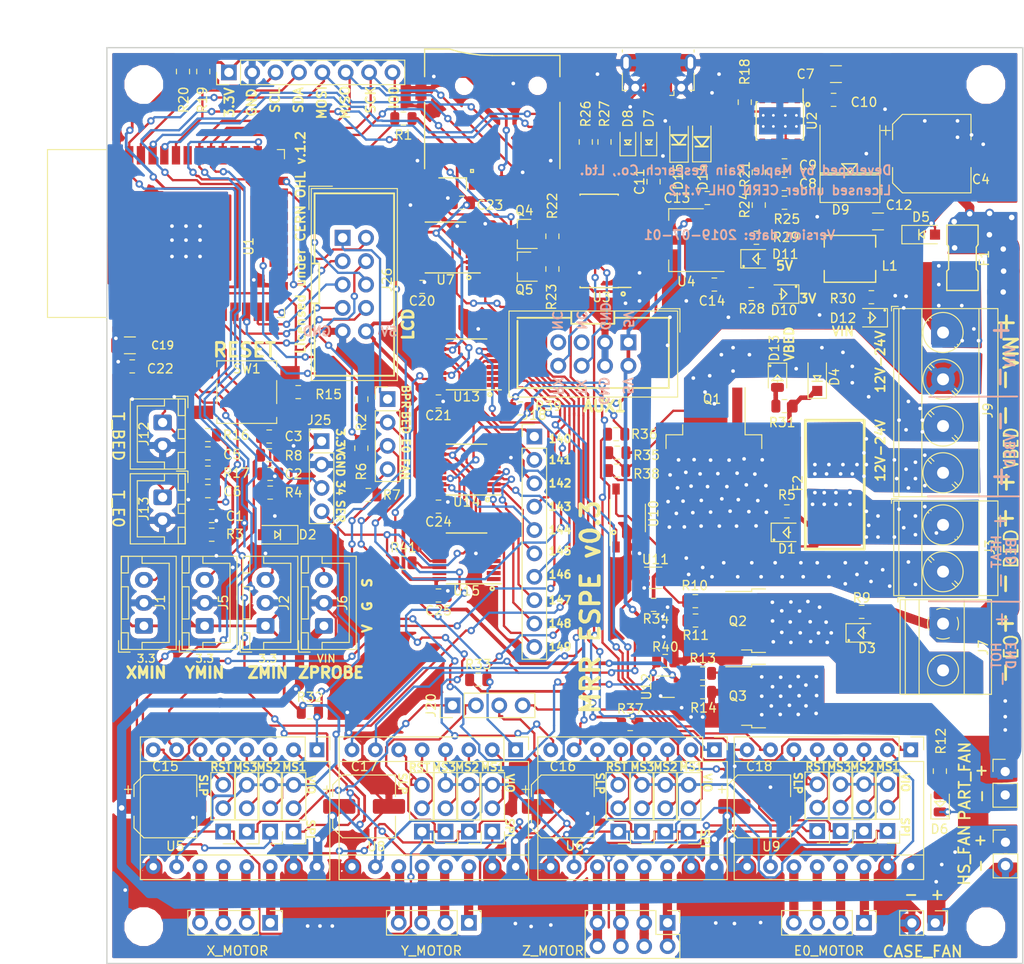
<source format=kicad_pcb>
(kicad_pcb (version 20171130) (host pcbnew 5.0.2-bee76a0~70~ubuntu18.04.1)
  (title_block (title "MRR ESPE") (date 2019-07-01) (rev v0.3))
  (layers (0 F.Cu signal) (31 B.Cu signal) (34 B.Paste user) (35 F.Paste user) (36 B.SilkS user) (37 F.SilkS user) (38 B.Mask user) (39 F.Mask user) (44 Edge.Cuts user))
  (net 0 "")
  (net 1 GND)
  (net 2 X_MIN)
  (net 3 Z_MIN)
  (net 4 Y_MIN)
  (net 5 VIN)
  (net 6 TEMP_BED_PIN)
  (net 7 TEMP_E0_PIN)
  (net 8 "Net-(C8-Pad1)")
  (net 9 COMP)
  (net 10 "Net-(C10-Pad2)")
  (net 11 "Net-(C10-Pad1)")
  (net 12 +3V3)
  (net 13 5V1)
  (net 14 +5V)
  (net 15 "Net-(D1-Pad2)")
  (net 16 "Net-(D1-Pad1)")
  (net 17 "Net-(D2-Pad1)")
  (net 18 "Net-(D3-Pad2)")
  (net 19 "Net-(D3-Pad1)")
  (net 20 VBED)
  (net 21 "Net-(D6-Pad1)")
  (net 22 "Net-(D6-Pad2)")
  (net 23 "Net-(D10-Pad2)")
  (net 24 "Net-(D11-Pad2)")
  (net 25 "Net-(D12-Pad2)")
  (net 26 "Net-(D13-Pad2)")
  (net 27 "Net-(F1-Pad2)")
  (net 28 "Net-(F2-Pad2)")
  (net 29 SS)
  (net 30 MISO)
  (net 31 SCK)
  (net 32 MOSI)
  (net 33 SCL)
  (net 34 SDA)
  (net 35 VUSB)
  (net 36 FAN_E0_PIN)
  (net 37 HEATER_E0_PIN)
  (net 38 HEATER_BED_PIN)
  (net 39 "Net-(J21-Pad4)")
  (net 40 "Net-(J21-Pad3)")
  (net 41 "Net-(J21-Pad2)")
  (net 42 "Net-(J21-Pad1)")
  (net 43 "Net-(J23-Pad4)")
  (net 44 "Net-(J23-Pad3)")
  (net 45 "Net-(J23-Pad2)")
  (net 46 "Net-(J23-Pad1)")
  (net 47 "Net-(J24-Pad1)")
  (net 48 "Net-(J24-Pad2)")
  (net 49 "Net-(J24-Pad3)")
  (net 50 "Net-(J24-Pad4)")
  (net 51 X_MS1)
  (net 52 Y_MS1)
  (net 53 Z_MS1)
  (net 54 E0_MS1)
  (net 55 X_MS2)
  (net 56 Y_MS2)
  (net 57 Z_MS2)
  (net 58 E0_MS2)
  (net 59 X_MS3)
  (net 60 Y_MS3)
  (net 61 Z_MS3)
  (net 62 E0_MS3)
  (net 63 X_SLP)
  (net 64 X_RST)
  (net 65 Y_SLP)
  (net 66 Y_RST)
  (net 67 Z_RST)
  (net 68 Z_SLP)
  (net 69 E0_SLP)
  (net 70 E0_RST)
  (net 71 "Net-(Q2-Pad1)")
  (net 72 "Net-(Q3-Pad1)")
  (net 73 "Net-(Q4-Pad1)")
  (net 74 RTS)
  (net 75 EN)
  (net 76 DTR)
  (net 77 "Net-(Q5-Pad1)")
  (net 78 "Net-(R18-Pad2)")
  (net 79 FB)
  (net 80 "Net-(R26-Pad2)")
  (net 81 "Net-(R27-Pad2)")
  (net 82 /D-)
  (net 83 /D+)
  (net 84 UART+)
  (net 85 UART-)
  (net 86 TO_HEATER_BED)
  (net 87 TO_HEATER_E0)
  (net 88 TO_FAN_E0)
  (net 89 GNDD)
  (net 90 "Net-(R36-Pad2)")
  (net 91 "Net-(R38-Pad2)")
  (net 92 I2S_DATA)
  (net 93 I2S_BCK)
  (net 94 I2S_WS)
  (net 95 LCD_PINS_D4)
  (net 96 IO34)
  (net 97 BTN_EN1)
  (net 98 BTN_EN2)
  (net 99 LCD_PINS_RS)
  (net 100 X_CS)
  (net 101 Y_CS)
  (net 102 Z_CS)
  (net 103 E0_CS)
  (net 104 Q140)
  (net 105 Q141)
  (net 106 Q142)
  (net 107 Q143)
  (net 108 SER)
  (net 109 Q130)
  (net 110 Q129)
  (net 111 Q128)
  (net 112 Q136)
  (net 113 Q135)
  (net 114 Q134)
  (net 115 "Net-(U13-Pad14)")
  (net 116 Q133)
  (net 117 Q132)
  (net 118 Q131)
  (net 119 Q139)
  (net 120 Q138)
  (net 121 Q137)
  (net 122 FAN_EXT_IN)
  (net 123 E0_EXT_IN)
  (net 124 BED_EXT_IN)
  (net 125 BEEPER_EXT_IN)
  (net 126 Q144)
  (net 127 Q145)
  (net 128 Q146)
  (net 129 Q147)
  (net 130 Q148)
  (net 131 Q149)
  (net 132 BTN_ENC)
  (net 133 LCD_PINS_EN)
  (net 134 "Net-(U13-Pad9)")
  (net 135 Z_2B)
  (net 136 Z_2A)
  (net 137 Z_1B)
  (net 138 Z_1A)
  (net 139 "Net-(R41-Pad2)")
  (module projfp:6x6mmTactileSwitch (layer F.Cu) (at 60.198 74.422 180)
    (fp_text reference SW1 (at 0 2.54 180) (layer F.SilkS))
    (fp_text value RESET)
    (pad 2 smd rect (at -4.7 2.1 180) (size 2.1 1.45) (layers F.Cu F.Paste F.Mask) (net 75 EN))
    (pad 3 smd rect (at 4.7 2.2 180) (size 2.1 1.45) (layers F.Cu F.Paste F.Mask))
    (pad 1 smd rect (at 4.7 -2.2 180) (size 2.1 1.45) (layers F.Cu F.Paste F.Mask) (net 1 GND))
    (pad 1 smd rect (at -4.7 -2.2 180) (size 2.1 1.45) (layers F.Cu F.Paste F.Mask) (net 1 GND))
  )
  (module Connector_USB:USB_Micro-B_Molex-105017-0001 (layer F.Cu) (at 104.902 39.878 180)
    (fp_text reference J16 hide)
    (fp_text value USB_B_Micro)
    (pad 6 smd rect (at 1 1.2375 180) (size 1.5 1.9) (layers F.Cu F.Paste F.Mask) (net 1 GND))
    (pad 6 thru_hole circle (at -2.5 -1.4625 180) (size 1.45 1.45) (drill 0.85) (layers *.Cu *.Mask) (net 1 GND))
    (pad 2 smd rect (at -0.65 -1.4625 180) (size 0.4 1.35) (layers F.Cu F.Paste F.Mask) (net 82 /D-))
    (pad 1 smd rect (at -1.3 -1.4625 180) (size 0.4 1.35) (layers F.Cu F.Paste F.Mask) (net 35 VUSB))
    (pad 5 smd rect (at 1.3 -1.4625 180) (size 0.4 1.35) (layers F.Cu F.Paste F.Mask) (net 1 GND))
    (pad 4 smd rect (at 0.65 -1.4625 180) (size 0.4 1.35) (layers F.Cu F.Paste F.Mask))
    (pad 3 smd rect (at 0 -1.4625 180) (size 0.4 1.35) (layers F.Cu F.Paste F.Mask) (net 83 /D+))
    (pad 6 thru_hole circle (at 2.5 -1.4625 180) (size 1.45 1.45) (drill 0.85) (layers *.Cu *.Mask) (net 1 GND))
    (pad 6 smd rect (at -1 1.2375 180) (size 1.5 1.9) (layers F.Cu F.Paste F.Mask) (net 1 GND))
    (pad 6 thru_hole oval (at -3.5 1.2375) (size 1.2 1.9) (drill oval 0.6 1.3) (layers *.Cu *.Mask) (net 1 GND))
    (pad 6 thru_hole oval (at 3.5 1.2375 180) (size 1.2 1.9) (drill oval 0.6 1.3) (layers *.Cu *.Mask) (net 1 GND))
    (pad 6 smd rect (at 2.9 1.2375 180) (size 1.2 1.9) (layers F.Cu F.Mask) (net 1 GND))
    (pad 6 smd rect (at -2.9 1.2375 180) (size 1.2 1.9) (layers F.Cu F.Mask) (net 1 GND))
  )
  (module Connector_IDC:IDC-Header_2x04_P2.54mm_Vertical (layer F.Cu) (at 101.6582 69.018017 270)
    (fp_text reference J15 hide)
    (fp_text value AUX1)
    (pad 8 thru_hole oval (at 2.54 7.62 270) (size 1.7272 1.7272) (drill 1.016) (layers *.Cu *.Mask) (net 85 UART-))
    (pad 7 thru_hole oval (at 0 7.62 270) (size 1.7272 1.7272) (drill 1.016) (layers *.Cu *.Mask))
    (pad 6 thru_hole oval (at 2.54 5.08 270) (size 1.7272 1.7272) (drill 1.016) (layers *.Cu *.Mask) (net 84 UART+))
    (pad 5 thru_hole oval (at 0 5.08 270) (size 1.7272 1.7272) (drill 1.016) (layers *.Cu *.Mask))
    (pad 4 thru_hole oval (at 2.54 2.54 270) (size 1.7272 1.7272) (drill 1.016) (layers *.Cu *.Mask) (net 1 GND))
    (pad 3 thru_hole oval (at 0 2.54 270) (size 1.7272 1.7272) (drill 1.016) (layers *.Cu *.Mask) (net 1 GND))
    (pad 2 thru_hole oval (at 2.54 0 270) (size 1.7272 1.7272) (drill 1.016) (layers *.Cu *.Mask) (net 14 +5V))
    (pad 1 thru_hole rect (at 0 0 270) (size 1.7272 1.7272) (drill 1.016) (layers *.Cu *.Mask) (net 14 +5V))
  )
  (module Capacitor_SMD:C_0805_2012Metric (layer F.Cu) (at 56.388 87.884 180)
    (fp_text reference C1 (at -2.509149 -0.016943 180) (layer F.SilkS))
    (fp_text value 100nF16V)
    (pad 2 smd roundrect (at 0.9375 0 180) (size 0.975 1.4) (layers F.Cu F.Paste F.Mask) (net 2 X_MIN))
    (pad 1 smd roundrect (at -0.9375 0 180) (size 0.975 1.4) (layers F.Cu F.Paste F.Mask) (net 1 GND))
  )
  (module Capacitor_SMD:C_0805_2012Metric (layer F.Cu) (at 62.738 83.312 180)
    (fp_text reference C2 (at -2.54 0) (layer F.SilkS))
    (fp_text value 100nF16V)
    (pad 2 smd roundrect (at 0.9375 0 180) (size 0.975 1.4) (layers F.Cu F.Paste F.Mask) (net 3 Z_MIN))
    (pad 1 smd roundrect (at -0.9375 0 180) (size 0.975 1.4) (layers F.Cu F.Paste F.Mask) (net 1 GND))
  )
  (module Capacitor_SMD:C_0805_2012Metric (layer F.Cu) (at 62.635149 79.248 180)
    (fp_text reference C3 (at -2.642851 0.016943) (layer F.SilkS))
    (fp_text value 100nF16V)
    (pad 2 smd roundrect (at 0.9375 0 180) (size 0.975 1.4) (layers F.Cu F.Paste F.Mask) (net 4 Y_MIN))
    (pad 1 smd roundrect (at -0.9375 0 180) (size 0.975 1.4) (layers F.Cu F.Paste F.Mask) (net 1 GND))
  )
  (module Capacitor_SMD:CP_Elec_8x10 (layer F.Cu) (at 134.62 48.514)
    (fp_text reference C4 (at 5.334 2.794) (layer F.SilkS))
    (fp_text value 100uF50V)
    (pad 2 smd roundrect (at 3.25 0) (size 3.5 2.5) (layers F.Cu F.Paste F.Mask) (roundrect_rratio 0.1) (net 1 GND))
    (pad 1 smd roundrect (at -3.25 0) (size 3.5 2.5) (layers F.Cu F.Paste F.Mask) (roundrect_rratio 0.1) (net 5 VIN))
  )
  (module Capacitor_SMD:C_0805_2012Metric (layer F.Cu) (at 55.969 81.085)
    (fp_text reference C5 (at 2.636 0.118) (layer F.SilkS))
    (fp_text value 10uF16V)
    (pad 2 smd roundrect (at 0.9375 0) (size 0.975 1.4) (layers F.Cu F.Paste F.Mask) (net 6 TEMP_BED_PIN))
    (pad 1 smd roundrect (at -0.9375 0) (size 0.975 1.4) (layers F.Cu F.Paste F.Mask) (net 1 GND))
  )
  (module Capacitor_SMD:C_0805_2012Metric (layer F.Cu) (at 55.969 85.188)
    (fp_text reference C6 (at 2.675 0.025) (layer F.SilkS))
    (fp_text value 10uF16V)
    (pad 2 smd roundrect (at 0.9375 0) (size 0.975 1.4) (layers F.Cu F.Paste F.Mask) (net 7 TEMP_E0_PIN))
    (pad 1 smd roundrect (at -0.9375 0) (size 0.975 1.4) (layers F.Cu F.Paste F.Mask) (net 1 GND))
  )
  (module Capacitor_SMD:C_1206_3216Metric (layer F.Cu) (at 124.206 39.878 180)
    (fp_text reference C7 (at 3.302 0 180) (layer F.SilkS))
    (fp_text value 4.7uF50V)
    (pad 2 smd roundrect (at 1.4 0 180) (size 1.25 1.75) (layers F.Cu F.Paste F.Mask) (roundrect_rratio 0.2) (net 5 VIN))
    (pad 1 smd roundrect (at -1.4 0 180) (size 1.25 1.75) (layers F.Cu F.Paste F.Mask) (roundrect_rratio 0.2) (net 1 GND))
  )
  (module Capacitor_SMD:C_0805_2012Metric (layer F.Cu) (at 118.618 51.816)
    (fp_text reference C8 (at 2.54 -0.03) (layer F.SilkS))
    (fp_text value 820pF50V)
    (pad 2 smd roundrect (at 0.9375 0) (size 0.975 1.4) (layers F.Cu F.Paste F.Mask) (net 1 GND))
    (pad 1 smd roundrect (at -0.9375 0) (size 0.975 1.4) (layers F.Cu F.Paste F.Mask) (net 8 "Net-(C8-Pad1)"))
  )
  (module Capacitor_SMD:C_0805_2012Metric (layer F.Cu) (at 118.618 49.784)
    (fp_text reference C9 (at 2.54 0) (layer F.SilkS))
    (fp_text value 56pF50V)
    (pad 2 smd roundrect (at 0.9375 0) (size 0.975 1.4) (layers F.Cu F.Paste F.Mask) (net 1 GND))
    (pad 1 smd roundrect (at -0.9375 0) (size 0.975 1.4) (layers F.Cu F.Paste F.Mask) (net 9 COMP))
  )
  (module Capacitor_SMD:C_0805_2012Metric (layer F.Cu) (at 123.952 42.672 180)
    (fp_text reference C10 (at -3.302 -0.254) (layer F.SilkS))
    (fp_text value 100nF50V)
    (pad 2 smd roundrect (at 0.9375 0 180) (size 0.975 1.4) (layers F.Cu F.Paste F.Mask) (net 10 "Net-(C10-Pad2)"))
    (pad 1 smd roundrect (at -0.9375 0 180) (size 0.975 1.4) (layers F.Cu F.Paste F.Mask) (net 11 "Net-(C10-Pad1)"))
  )
  (module Capacitor_SMD:C_0805_2012Metric (layer F.Cu) (at 104.394 51.562 270)
    (fp_text reference C11 (at 0 1.524 270) (layer F.SilkS))
    (fp_text value 1nF16V)
    (pad 2 smd roundrect (at 0.9375 0 270) (size 0.975 1.4) (layers F.Cu F.Paste F.Mask) (net 12 +3V3))
    (pad 1 smd roundrect (at -0.9375 0 270) (size 0.975 1.4) (layers F.Cu F.Paste F.Mask) (net 1 GND))
  )
  (module Capacitor_SMD:C_1206_3216Metric (layer F.Cu) (at 128.778 55.88)
    (fp_text reference C12 (at 2.286 -1.778) (layer F.SilkS))
    (fp_text value 47uF16V)
    (pad 2 smd roundrect (at 1.4 0) (size 1.25 1.75) (layers F.Cu F.Paste F.Mask) (roundrect_rratio 0.2) (net 13 5V1))
    (pad 1 smd roundrect (at -1.4 0) (size 1.25 1.75) (layers F.Cu F.Paste F.Mask) (roundrect_rratio 0.2) (net 1 GND))
  )
  (module Capacitor_SMD:C_0805_2012Metric (layer F.Cu) (at 110.236 53.34 180)
    (fp_text reference C13 (at 3.302 0 180) (layer F.SilkS))
    (fp_text value 10uF16V)
    (pad 2 smd roundrect (at 0.9375 0 180) (size 0.975 1.4) (layers F.Cu F.Paste F.Mask) (net 1 GND))
    (pad 1 smd roundrect (at -0.9375 0 180) (size 0.975 1.4) (layers F.Cu F.Paste F.Mask) (net 14 +5V))
  )
  (module Capacitor_SMD:C_0805_2012Metric (layer F.Cu) (at 110.998 62.738)
    (fp_text reference C14 (at -0.254 1.778) (layer F.SilkS))
    (fp_text value 10uF16V)
    (pad 2 smd roundrect (at 0.9375 0) (size 0.975 1.4) (layers F.Cu F.Paste F.Mask) (net 1 GND))
    (pad 1 smd roundrect (at -0.9375 0) (size 0.975 1.4) (layers F.Cu F.Paste F.Mask) (net 12 +3V3))
  )
  (module Capacitor_SMD:CP_Elec_6.3x7.7 (layer F.Cu) (at 51.354 119.434)
    (fp_text reference C15 (at 0 -4.35) (layer F.SilkS))
    (fp_text value 100uF35V)
    (pad 2 smd roundrect (at 2.7 0) (size 3.5 1.6) (layers F.Cu F.Paste F.Mask) (roundrect_rratio 0.15625) (net 1 GND))
    (pad 1 smd roundrect (at -2.7 0) (size 3.5 1.6) (layers F.Cu F.Paste F.Mask) (roundrect_rratio 0.15625) (net 5 VIN))
  )
  (module Capacitor_SMD:CP_Elec_6.3x7.7 (layer F.Cu) (at 94.534 119.434)
    (fp_text reference C16 (at 0 -4.35) (layer F.SilkS))
    (fp_text value 100uF35V)
    (pad 2 smd roundrect (at 2.7 0) (size 3.5 1.6) (layers F.Cu F.Paste F.Mask) (roundrect_rratio 0.15625) (net 1 GND))
    (pad 1 smd roundrect (at -2.7 0) (size 3.5 1.6) (layers F.Cu F.Paste F.Mask) (roundrect_rratio 0.15625) (net 5 VIN))
  )
  (module Capacitor_SMD:CP_Elec_6.3x7.7 (layer F.Cu) (at 72.944 119.434)
    (fp_text reference C17 (at 0 -4.35) (layer F.SilkS))
    (fp_text value 100uF35V)
    (pad 2 smd roundrect (at 2.7 0) (size 3.5 1.6) (layers F.Cu F.Paste F.Mask) (roundrect_rratio 0.15625) (net 1 GND))
    (pad 1 smd roundrect (at -2.7 0) (size 3.5 1.6) (layers F.Cu F.Paste F.Mask) (roundrect_rratio 0.15625) (net 5 VIN))
  )
  (module Capacitor_SMD:CP_Elec_6.3x7.7 (layer F.Cu) (at 115.87 119.434)
    (fp_text reference C18 (at 0 -4.35) (layer F.SilkS))
    (fp_text value 100uF35V)
    (pad 2 smd roundrect (at 2.7 0) (size 3.5 1.6) (layers F.Cu F.Paste F.Mask) (roundrect_rratio 0.15625) (net 1 GND))
    (pad 1 smd roundrect (at -2.7 0) (size 3.5 1.6) (layers F.Cu F.Paste F.Mask) (roundrect_rratio 0.15625) (net 5 VIN))
  )
  (module MountingHole:MountingHole_3.2mm_M3_DIN965 (layer F.Cu) (at 49 41)
    (fp_text reference H1 hide)
    (fp_text value MountingHole)
    (pad 1 np_thru_hole circle (at 0 0) (size 3.2 3.2) (drill 3.2) (layers *.Cu *.Mask))
  )
  (module MountingHole:MountingHole_3.2mm_M3_DIN965 (layer F.Cu) (at 49 132.5)
    (fp_text reference H2 hide)
    (fp_text value MountingHole)
    (pad 1 np_thru_hole circle (at 0 0) (size 3.2 3.2) (drill 3.2) (layers *.Cu *.Mask))
  )
  (module MountingHole:MountingHole_3.2mm_M3_DIN965 (layer F.Cu) (at 140.5 132.5)
    (fp_text reference H3 hide)
    (fp_text value MountingHole)
    (pad 1 np_thru_hole circle (at 0 0) (size 3.2 3.2) (drill 3.2) (layers *.Cu *.Mask))
  )
  (module MountingHole:MountingHole_3.2mm_M3_DIN965 (layer F.Cu) (at 140.5 41)
    (fp_text reference H4 hide)
    (fp_text value MountingHole)
    (pad 1 np_thru_hole circle (at 0 0) (size 3.2 3.2) (drill 3.2) (layers *.Cu *.Mask))
  )
  (module TerminalBlock_Phoenix:TerminalBlock_Phoenix_MKDS-3-2-5.08_1x02_P5.08mm_Horizontal (layer F.Cu) (at 135.843 88.85 270)
    (fp_text reference J3 (at 2.425 -5.1 270) (layer F.SilkS))
    (fp_text value BED)
    (pad 2 thru_hole circle (at 5.08 0 270) (size 2.6 2.6) (drill 1.3) (layers *.Cu *.Mask) (net 16 "Net-(D1-Pad1)"))
    (pad 1 thru_hole rect (at 0 0 270) (size 2.6 2.6) (drill 1.3) (layers *.Cu *.Mask) (net 20 VBED))
  )
  (module Connector_PinHeader_2.54mm:PinHeader_1x02_P2.54mm_Vertical (layer F.Cu) (at 135 132.1 270)
    (fp_text reference J8 hide)
    (fp_text value FAN_CASE)
    (pad 2 thru_hole oval (at 0 2.54 270) (size 1.7 1.7) (drill 1) (layers *.Cu *.Mask) (net 1 GND))
    (pad 1 thru_hole rect (at 0 0 270) (size 1.7 1.7) (drill 1) (layers *.Cu *.Mask) (net 5 VIN))
  )
  (module TerminalBlock_Phoenix:TerminalBlock_Phoenix_MKDS-3-4-5.08_1x04_P5.08mm_Horizontal (layer F.Cu) (at 135.843 67.95 270)
    (fp_text reference J9 (at 8.475 -4.875 270) (layer F.SilkS))
    (fp_text value PWR_IN)
    (pad 4 thru_hole circle (at 15.24 0 270) (size 2.6 2.6) (drill 1.3) (layers *.Cu *.Mask) (net 28 "Net-(F2-Pad2)"))
    (pad 3 thru_hole circle (at 10.16 0 270) (size 2.6 2.6) (drill 1.3) (layers *.Cu *.Mask) (net 89 GNDD))
    (pad 2 thru_hole circle (at 5.08 0 270) (size 2.6 2.6) (drill 1.3) (layers *.Cu *.Mask) (net 1 GND))
    (pad 1 thru_hole rect (at 0 0 270) (size 2.6 2.6) (drill 1.3) (layers *.Cu *.Mask) (net 27 "Net-(F1-Pad2)"))
  )
  (module Connector_PinHeader_2.54mm:PinHeader_1x02_P2.54mm_Vertical (layer F.Cu) (at 142.6 115.65)
    (fp_text reference J10 hide)
    (fp_text value PART_FAN)
    (pad 2 thru_hole oval (at 0 2.54) (size 1.7 1.7) (drill 1) (layers *.Cu *.Mask) (net 21 "Net-(D6-Pad1)"))
    (pad 1 thru_hole rect (at 0 0) (size 1.7 1.7) (drill 1) (layers *.Cu *.Mask) (net 5 VIN))
  )
  (module Connector_PinHeader_2.54mm:PinHeader_1x02_P2.54mm_Vertical (layer F.Cu) (at 142.625 123.325)
    (fp_text reference J11 hide)
    (fp_text value FAN_HEATSINK)
    (pad 2 thru_hole oval (at 0 2.54) (size 1.7 1.7) (drill 1) (layers *.Cu *.Mask) (net 1 GND))
    (pad 1 thru_hole rect (at 0 0) (size 1.7 1.7) (drill 1) (layers *.Cu *.Mask) (net 5 VIN))
  )
  (module Connector_PinHeader_2.54mm:PinHeader_1x08_P2.54mm_Vertical (layer F.Cu) (at 58.247813 39.688871 90)
    (fp_text reference J14 hide)
    (fp_text value I2C/SPI)
    (pad 8 thru_hole oval (at 0 17.78 90) (size 1.7 1.7) (drill 1) (layers *.Cu *.Mask) (net 93 I2S_BCK))
    (pad 7 thru_hole oval (at 0 15.24 90) (size 1.7 1.7) (drill 1) (layers *.Cu *.Mask) (net 31 SCK))
    (pad 6 thru_hole oval (at 0 12.7 90) (size 1.7 1.7) (drill 1) (layers *.Cu *.Mask) (net 30 MISO))
    (pad 5 thru_hole oval (at 0 10.16 90) (size 1.7 1.7) (drill 1) (layers *.Cu *.Mask) (net 32 MOSI))
    (pad 4 thru_hole oval (at 0 7.62 90) (size 1.7 1.7) (drill 1) (layers *.Cu *.Mask) (net 34 SDA))
    (pad 3 thru_hole oval (at 0 5.08 90) (size 1.7 1.7) (drill 1) (layers *.Cu *.Mask) (net 33 SCL))
    (pad 2 thru_hole oval (at 0 2.54 90) (size 1.7 1.7) (drill 1) (layers *.Cu *.Mask) (net 1 GND))
    (pad 1 thru_hole rect (at 0 0 90) (size 1.7 1.7) (drill 1) (layers *.Cu *.Mask) (net 12 +3V3))
  )
  (module Connector_PinHeader_2.54mm:PinHeader_1x04_P2.54mm_Vertical (layer F.Cu) (at 75.496252 75.183003)
    (fp_text reference J17 hide)
    (fp_text value EXT_PINS)
    (pad 4 thru_hole oval (at 0 7.62) (size 1.7 1.7) (drill 1) (layers *.Cu *.Mask) (net 122 FAN_EXT_IN))
    (pad 3 thru_hole oval (at 0 5.08) (size 1.7 1.7) (drill 1) (layers *.Cu *.Mask) (net 123 E0_EXT_IN))
    (pad 2 thru_hole oval (at 0 2.54) (size 1.7 1.7) (drill 1) (layers *.Cu *.Mask) (net 124 BED_EXT_IN))
    (pad 1 thru_hole rect (at 0 0) (size 1.7 1.7) (drill 1) (layers *.Cu *.Mask) (net 125 BEEPER_EXT_IN))
  )
  (module Connector_PinHeader_2.54mm:PinHeader_1x04_P2.54mm_Vertical (layer F.Cu) (at 62.738 132.08 270)
    (fp_text reference J21 hide)
    (fp_text value X_MOTOR (at 3.048 3.556) (layer F.SilkS))
    (pad 4 thru_hole oval (at 0 7.62 270) (size 1.7 1.7) (drill 1) (layers *.Cu *.Mask) (net 39 "Net-(J21-Pad4)"))
    (pad 3 thru_hole oval (at 0 5.08 270) (size 1.7 1.7) (drill 1) (layers *.Cu *.Mask) (net 40 "Net-(J21-Pad3)"))
    (pad 2 thru_hole oval (at 0 2.54 270) (size 1.7 1.7) (drill 1) (layers *.Cu *.Mask) (net 41 "Net-(J21-Pad2)"))
    (pad 1 thru_hole rect (at 0 0 270) (size 1.7 1.7) (drill 1) (layers *.Cu *.Mask) (net 42 "Net-(J21-Pad1)"))
  )
  (module Connector_PinHeader_2.54mm:PinHeader_1x04_P2.54mm_Vertical (layer F.Cu) (at 84.328 132.08 270)
    (fp_text reference J23 hide)
    (fp_text value Y_MOTOR (at 3.048 4.064) (layer F.SilkS))
    (pad 4 thru_hole oval (at 0 7.62 270) (size 1.7 1.7) (drill 1) (layers *.Cu *.Mask) (net 43 "Net-(J23-Pad4)"))
    (pad 3 thru_hole oval (at 0 5.08 270) (size 1.7 1.7) (drill 1) (layers *.Cu *.Mask) (net 44 "Net-(J23-Pad3)"))
    (pad 2 thru_hole oval (at 0 2.54 270) (size 1.7 1.7) (drill 1) (layers *.Cu *.Mask) (net 45 "Net-(J23-Pad2)"))
    (pad 1 thru_hole rect (at 0 0 270) (size 1.7 1.7) (drill 1) (layers *.Cu *.Mask) (net 46 "Net-(J23-Pad1)"))
  )
  (module Connector_PinHeader_2.54mm:PinHeader_1x04_P2.54mm_Vertical (layer F.Cu) (at 127.254 132.08 270)
    (fp_text reference J24 hide)
    (fp_text value E0_MOTOR (at 3.048 3.81) (layer F.SilkS))
    (pad 4 thru_hole oval (at 0 7.62 270) (size 1.7 1.7) (drill 1) (layers *.Cu *.Mask) (net 50 "Net-(J24-Pad4)"))
    (pad 3 thru_hole oval (at 0 5.08 270) (size 1.7 1.7) (drill 1) (layers *.Cu *.Mask) (net 49 "Net-(J24-Pad3)"))
    (pad 2 thru_hole oval (at 0 2.54 270) (size 1.7 1.7) (drill 1) (layers *.Cu *.Mask) (net 48 "Net-(J24-Pad2)"))
    (pad 1 thru_hole rect (at 0 0 270) (size 1.7 1.7) (drill 1) (layers *.Cu *.Mask) (net 47 "Net-(J24-Pad1)"))
  )
  (module Connector_PinHeader_2.54mm:PinHeader_1x03_P2.54mm_Vertical (layer F.Cu) (at 65.278 122.174 180)
    (fp_text reference JP1 hide)
    (fp_text value X_MS1)
    (pad 3 thru_hole oval (at 0 5.08 180) (size 1.7 1.7) (drill 1) (layers *.Cu *.Mask) (net 12 +3V3))
    (pad 2 thru_hole oval (at 0 2.54 180) (size 1.7 1.7) (drill 1) (layers *.Cu *.Mask) (net 51 X_MS1))
    (pad 1 thru_hole rect (at 0 0 180) (size 1.7 1.7) (drill 1) (layers *.Cu *.Mask) (net 32 MOSI))
  )
  (module Connector_PinHeader_2.54mm:PinHeader_1x03_P2.54mm_Vertical (layer F.Cu) (at 86.868 122.174 180)
    (fp_text reference JP2 hide)
    (fp_text value Y_MS1)
    (pad 3 thru_hole oval (at 0 5.08 180) (size 1.7 1.7) (drill 1) (layers *.Cu *.Mask) (net 12 +3V3))
    (pad 2 thru_hole oval (at 0 2.54 180) (size 1.7 1.7) (drill 1) (layers *.Cu *.Mask) (net 52 Y_MS1))
    (pad 1 thru_hole rect (at 0 0 180) (size 1.7 1.7) (drill 1) (layers *.Cu *.Mask) (net 32 MOSI))
  )
  (module Connector_PinHeader_2.54mm:PinHeader_1x03_P2.54mm_Vertical (layer F.Cu) (at 108.204 122.174 180)
    (fp_text reference JP3 hide)
    (fp_text value Z_MS1)
    (pad 3 thru_hole oval (at 0 5.08 180) (size 1.7 1.7) (drill 1) (layers *.Cu *.Mask) (net 12 +3V3))
    (pad 2 thru_hole oval (at 0 2.54 180) (size 1.7 1.7) (drill 1) (layers *.Cu *.Mask) (net 53 Z_MS1))
    (pad 1 thru_hole rect (at 0 0 180) (size 1.7 1.7) (drill 1) (layers *.Cu *.Mask) (net 32 MOSI))
  )
  (module Connector_PinHeader_2.54mm:PinHeader_1x03_P2.54mm_Vertical (layer F.Cu) (at 129.8 122.1 180)
    (fp_text reference JP4 hide)
    (fp_text value E0_MS1)
    (pad 3 thru_hole oval (at 0 5.08 180) (size 1.7 1.7) (drill 1) (layers *.Cu *.Mask) (net 12 +3V3))
    (pad 2 thru_hole oval (at 0 2.54 180) (size 1.7 1.7) (drill 1) (layers *.Cu *.Mask) (net 54 E0_MS1))
    (pad 1 thru_hole rect (at 0 0 180) (size 1.7 1.7) (drill 1) (layers *.Cu *.Mask) (net 32 MOSI))
  )
  (module Connector_PinHeader_2.54mm:PinHeader_1x03_P2.54mm_Vertical (layer F.Cu) (at 62.738 122.174 180)
    (fp_text reference JP5 hide)
    (fp_text value X_MS2)
    (pad 3 thru_hole oval (at 0 5.08 180) (size 1.7 1.7) (drill 1) (layers *.Cu *.Mask) (net 12 +3V3))
    (pad 2 thru_hole oval (at 0 2.54 180) (size 1.7 1.7) (drill 1) (layers *.Cu *.Mask) (net 55 X_MS2))
    (pad 1 thru_hole rect (at 0 0 180) (size 1.7 1.7) (drill 1) (layers *.Cu *.Mask) (net 31 SCK))
  )
  (module Connector_PinHeader_2.54mm:PinHeader_1x03_P2.54mm_Vertical (layer F.Cu) (at 84.328 122.174 180)
    (fp_text reference JP6 hide)
    (fp_text value Y_MS2)
    (pad 3 thru_hole oval (at 0 5.08 180) (size 1.7 1.7) (drill 1) (layers *.Cu *.Mask) (net 12 +3V3))
    (pad 2 thru_hole oval (at 0 2.54 180) (size 1.7 1.7) (drill 1) (layers *.Cu *.Mask) (net 56 Y_MS2))
    (pad 1 thru_hole rect (at 0 0 180) (size 1.7 1.7) (drill 1) (layers *.Cu *.Mask) (net 31 SCK))
  )
  (module Connector_PinHeader_2.54mm:PinHeader_1x03_P2.54mm_Vertical (layer F.Cu) (at 105.664 122.174 180)
    (fp_text reference JP7 hide)
    (fp_text value Z_MS2)
    (pad 3 thru_hole oval (at 0 5.08 180) (size 1.7 1.7) (drill 1) (layers *.Cu *.Mask) (net 12 +3V3))
    (pad 2 thru_hole oval (at 0 2.54 180) (size 1.7 1.7) (drill 1) (layers *.Cu *.Mask) (net 57 Z_MS2))
    (pad 1 thru_hole rect (at 0 0 180) (size 1.7 1.7) (drill 1) (layers *.Cu *.Mask) (net 31 SCK))
  )
  (module Connector_PinHeader_2.54mm:PinHeader_1x03_P2.54mm_Vertical (layer F.Cu) (at 127.254 122.1 180)
    (fp_text reference JP8 hide)
    (fp_text value E0_MS2)
    (pad 3 thru_hole oval (at 0 5.08 180) (size 1.7 1.7) (drill 1) (layers *.Cu *.Mask) (net 12 +3V3))
    (pad 2 thru_hole oval (at 0 2.54 180) (size 1.7 1.7) (drill 1) (layers *.Cu *.Mask) (net 58 E0_MS2))
    (pad 1 thru_hole rect (at 0 0 180) (size 1.7 1.7) (drill 1) (layers *.Cu *.Mask) (net 31 SCK))
  )
  (module Connector_PinHeader_2.54mm:PinHeader_1x03_P2.54mm_Vertical (layer F.Cu) (at 60.198 122.174 180)
    (fp_text reference JP9 hide)
    (fp_text value X_MS3)
    (pad 3 thru_hole oval (at 0 5.08 180) (size 1.7 1.7) (drill 1) (layers *.Cu *.Mask) (net 12 +3V3))
    (pad 2 thru_hole oval (at 0 2.54 180) (size 1.7 1.7) (drill 1) (layers *.Cu *.Mask) (net 59 X_MS3))
    (pad 1 thru_hole rect (at 0 0 180) (size 1.7 1.7) (drill 1) (layers *.Cu *.Mask) (net 100 X_CS))
  )
  (module Connector_PinHeader_2.54mm:PinHeader_1x03_P2.54mm_Vertical (layer F.Cu) (at 81.788 122.174 180)
    (fp_text reference JP10 hide)
    (fp_text value Y_MS3)
    (pad 3 thru_hole oval (at 0 5.08 180) (size 1.7 1.7) (drill 1) (layers *.Cu *.Mask) (net 12 +3V3))
    (pad 2 thru_hole oval (at 0 2.54 180) (size 1.7 1.7) (drill 1) (layers *.Cu *.Mask) (net 60 Y_MS3))
    (pad 1 thru_hole rect (at 0 0 180) (size 1.7 1.7) (drill 1) (layers *.Cu *.Mask) (net 101 Y_CS))
  )
  (module Connector_PinHeader_2.54mm:PinHeader_1x03_P2.54mm_Vertical (layer F.Cu) (at 103.124 122.174 180)
    (fp_text reference JP11 hide)
    (fp_text value Z_MS3)
    (pad 3 thru_hole oval (at 0 5.08 180) (size 1.7 1.7) (drill 1) (layers *.Cu *.Mask) (net 12 +3V3))
    (pad 2 thru_hole oval (at 0 2.54 180) (size 1.7 1.7) (drill 1) (layers *.Cu *.Mask) (net 61 Z_MS3))
    (pad 1 thru_hole rect (at 0 0 180) (size 1.7 1.7) (drill 1) (layers *.Cu *.Mask) (net 102 Z_CS))
  )
  (module Connector_PinHeader_2.54mm:PinHeader_1x03_P2.54mm_Vertical (layer F.Cu) (at 124.714 122.112 180)
    (fp_text reference JP12 hide)
    (fp_text value E0_MS3)
    (pad 3 thru_hole oval (at 0 5.08 180) (size 1.7 1.7) (drill 1) (layers *.Cu *.Mask) (net 12 +3V3))
    (pad 2 thru_hole oval (at 0 2.54 180) (size 1.7 1.7) (drill 1) (layers *.Cu *.Mask) (net 62 E0_MS3))
    (pad 1 thru_hole rect (at 0 0 180) (size 1.7 1.7) (drill 1) (layers *.Cu *.Mask) (net 103 E0_CS))
  )
  (module Connector_PinHeader_2.54mm:PinHeader_1x03_P2.54mm_Vertical (layer F.Cu) (at 57.633 122.166 180)
    (fp_text reference JP13 hide)
    (fp_text value X_RST)
    (pad 3 thru_hole oval (at 0 5.08 180) (size 1.7 1.7) (drill 1) (layers *.Cu *.Mask) (net 63 X_SLP))
    (pad 2 thru_hole oval (at 0 2.54 180) (size 1.7 1.7) (drill 1) (layers *.Cu *.Mask) (net 64 X_RST))
    (pad 1 thru_hole rect (at 0 0 180) (size 1.7 1.7) (drill 1) (layers *.Cu *.Mask) (net 30 MISO))
  )
  (module Connector_PinHeader_2.54mm:PinHeader_1x03_P2.54mm_Vertical (layer F.Cu) (at 79.223 122.174 180)
    (fp_text reference JP14 hide)
    (fp_text value Y_RST)
    (pad 3 thru_hole oval (at 0 5.08 180) (size 1.7 1.7) (drill 1) (layers *.Cu *.Mask) (net 65 Y_SLP))
    (pad 2 thru_hole oval (at 0 2.54 180) (size 1.7 1.7) (drill 1) (layers *.Cu *.Mask) (net 66 Y_RST))
    (pad 1 thru_hole rect (at 0 0 180) (size 1.7 1.7) (drill 1) (layers *.Cu *.Mask) (net 30 MISO))
  )
  (module Connector_PinHeader_2.54mm:PinHeader_1x03_P2.54mm_Vertical (layer F.Cu) (at 100.559 122.174 180)
    (fp_text reference JP15 hide)
    (fp_text value Z_RST)
    (pad 3 thru_hole oval (at 0 5.08 180) (size 1.7 1.7) (drill 1) (layers *.Cu *.Mask) (net 68 Z_SLP))
    (pad 2 thru_hole oval (at 0 2.54 180) (size 1.7 1.7) (drill 1) (layers *.Cu *.Mask) (net 67 Z_RST))
    (pad 1 thru_hole rect (at 0 0 180) (size 1.7 1.7) (drill 1) (layers *.Cu *.Mask) (net 30 MISO))
  )
  (module Connector_PinHeader_2.54mm:PinHeader_1x03_P2.54mm_Vertical (layer F.Cu) (at 122.174 122.112 180)
    (fp_text reference JP16 hide)
    (fp_text value E0_RST)
    (pad 3 thru_hole oval (at 0 5.08 180) (size 1.7 1.7) (drill 1) (layers *.Cu *.Mask) (net 69 E0_SLP))
    (pad 2 thru_hole oval (at 0 2.54 180) (size 1.7 1.7) (drill 1) (layers *.Cu *.Mask) (net 70 E0_RST))
    (pad 1 thru_hole rect (at 0 0 180) (size 1.7 1.7) (drill 1) (layers *.Cu *.Mask) (net 30 MISO))
  )
  (module Package_TO_SOT_SMD:TO-263-2 (layer F.Cu) (at 110.948 82.01 270)
    (fp_text reference Q1 (at -6.826 0.204) (layer F.SilkS))
    (fp_text value IRLS3034PBF)
    (pad 2 smd rect (at 3.375 0 270) (size 9.4 10.8) (layers F.Cu F.Mask) (net 16 "Net-(D1-Pad1)"))
    (pad 3 smd rect (at -5.775 2.54 270) (size 4.6 1.1) (layers F.Cu F.Paste F.Mask) (net 89 GNDD))
    (pad 1 smd rect (at -5.775 -2.54 270) (size 4.6 1.1) (layers F.Cu F.Paste F.Mask) (net 86 TO_HEATER_BED))
  )
  (module Package_TO_SOT_SMD:TO-252-2 (layer F.Cu) (at 117.525 99.256)
    (fp_text reference Q2 (at -3.987 0.058) (layer F.SilkS))
    (fp_text value IRLR8743TRPBF)
    (pad 2 smd rect (at 2.1 0) (size 6.4 5.8) (layers F.Cu F.Mask) (net 19 "Net-(D3-Pad1)"))
    (pad 3 smd rect (at -4.2 2.28) (size 2.2 1.2) (layers F.Cu F.Paste F.Mask) (net 1 GND))
    (pad 1 smd rect (at -4.2 -2.28) (size 2.2 1.2) (layers F.Cu F.Paste F.Mask) (net 71 "Net-(Q2-Pad1)"))
  )
  (module Package_TO_SOT_SMD:TO-252-2 (layer F.Cu) (at 117.525 107.442)
    (fp_text reference Q3 (at -3.987 0) (layer F.SilkS))
    (fp_text value IRLR8743TRPBF)
    (pad 2 smd rect (at 2.1 0) (size 6.4 5.8) (layers F.Cu F.Mask) (net 21 "Net-(D6-Pad1)"))
    (pad 3 smd rect (at -4.2 2.28) (size 2.2 1.2) (layers F.Cu F.Paste F.Mask) (net 1 GND))
    (pad 1 smd rect (at -4.2 -2.28) (size 2.2 1.2) (layers F.Cu F.Paste F.Mask) (net 72 "Net-(Q3-Pad1)"))
  )
  (module Package_TO_SOT_SMD:SOT-23 (layer F.Cu) (at 90.353019 57.238825 180)
    (fp_text reference Q4 (at 0 2.54 180) (layer F.SilkS))
    (fp_text value S9014)
    (pad 3 smd rect (at 1 0 180) (size 0.9 0.8) (layers F.Cu F.Paste F.Mask) (net 75 EN))
    (pad 2 smd rect (at -1 0.95 180) (size 0.9 0.8) (layers F.Cu F.Paste F.Mask) (net 74 RTS))
    (pad 1 smd rect (at -1 -0.95 180) (size 0.9 0.8) (layers F.Cu F.Paste F.Mask) (net 73 "Net-(Q4-Pad1)"))
  )
  (module Package_TO_SOT_SMD:SOT-23 (layer F.Cu) (at 90.353019 60.794825 180)
    (fp_text reference Q5 (at 0 -2.5 180) (layer F.SilkS))
    (fp_text value S9014)
    (pad 3 smd rect (at 1 0 180) (size 0.9 0.8) (layers F.Cu F.Paste F.Mask) (net 93 I2S_BCK))
    (pad 2 smd rect (at -1 0.95 180) (size 0.9 0.8) (layers F.Cu F.Paste F.Mask) (net 76 DTR))
    (pad 1 smd rect (at -1 -0.95 180) (size 0.9 0.8) (layers F.Cu F.Paste F.Mask) (net 77 "Net-(Q5-Pad1)"))
  )
  (module Resistor_SMD:R_0805_2012Metric (layer F.Cu) (at 77.216 44.704 180)
    (fp_text reference R1 (at 0 -1.778 180) (layer F.SilkS))
    (fp_text value 10K)
    (pad 2 smd roundrect (at 0.9375 0 180) (size 0.975 1.4) (layers F.Cu F.Paste F.Mask) (net 93 I2S_BCK))
    (pad 1 smd roundrect (at -0.9375 0 180) (size 0.975 1.4) (layers F.Cu F.Paste F.Mask) (net 12 +3V3))
  )
  (module Resistor_SMD:R_0805_2012Metric (layer F.Cu) (at 72.644 75.184 90)
    (fp_text reference R2 (at -2.54 0 90) (layer F.SilkS))
    (fp_text value 0R)
    (pad 2 smd roundrect (at 0.9375 0 90) (size 0.975 1.4) (layers F.Cu F.Paste F.Mask) (net 38 HEATER_BED_PIN))
    (pad 1 smd roundrect (at -0.9375 0 90) (size 0.975 1.4) (layers F.Cu F.Paste F.Mask) (net 124 BED_EXT_IN))
  )
  (module Resistor_SMD:R_0805_2012Metric (layer F.Cu) (at 56.388 89.916)
    (fp_text reference R3 (at 2.509149 -0.051057) (layer F.SilkS))
    (fp_text value 10K)
    (pad 2 smd roundrect (at 0.9375 0) (size 0.975 1.4) (layers F.Cu F.Paste F.Mask) (net 12 +3V3))
    (pad 1 smd roundrect (at -0.9375 0) (size 0.975 1.4) (layers F.Cu F.Paste F.Mask) (net 2 X_MIN))
  )
  (module Resistor_SMD:R_0805_2012Metric (layer F.Cu) (at 62.738 85.344)
    (fp_text reference R4 (at 2.54 0 180) (layer F.SilkS))
    (fp_text value 10K)
    (pad 2 smd roundrect (at 0.9375 0) (size 0.975 1.4) (layers F.Cu F.Paste F.Mask) (net 12 +3V3))
    (pad 1 smd roundrect (at -0.9375 0) (size 0.975 1.4) (layers F.Cu F.Paste F.Mask) (net 3 Z_MIN))
  )
  (module Resistor_SMD:R_0805_2012Metric (layer F.Cu) (at 118.872 87.376)
    (fp_text reference R5 (at 0 -1.778) (layer F.SilkS))
    (fp_text value 2.2K)
    (pad 2 smd roundrect (at 0.9375 0) (size 0.975 1.4) (layers F.Cu F.Paste F.Mask) (net 20 VBED))
    (pad 1 smd roundrect (at -0.9375 0) (size 0.975 1.4) (layers F.Cu F.Paste F.Mask) (net 15 "Net-(D1-Pad2)"))
  )
  (module Resistor_SMD:R_0805_2012Metric (layer F.Cu) (at 62.635149 81.28)
    (fp_text reference R8 (at 2.642851 0.051057 180) (layer F.SilkS))
    (fp_text value 10K)
    (pad 2 smd roundrect (at 0.9375 0) (size 0.975 1.4) (layers F.Cu F.Paste F.Mask) (net 12 +3V3))
    (pad 1 smd roundrect (at -0.9375 0) (size 0.975 1.4) (layers F.Cu F.Paste F.Mask) (net 4 Y_MIN))
  )
  (module Resistor_SMD:R_0805_2012Metric (layer F.Cu) (at 127 98.298)
    (fp_text reference R9 (at 0 -1.524) (layer F.SilkS))
    (fp_text value 2.2K)
    (pad 2 smd roundrect (at 0.9375 0) (size 0.975 1.4) (layers F.Cu F.Paste F.Mask) (net 5 VIN))
    (pad 1 smd roundrect (at -0.9375 0) (size 0.975 1.4) (layers F.Cu F.Paste F.Mask) (net 18 "Net-(D3-Pad2)"))
  )
  (module Resistor_SMD:R_0805_2012Metric (layer F.Cu) (at 108.933 97.139 180)
    (fp_text reference R10 (at 0.075 1.7 180) (layer F.SilkS))
    (fp_text value 10R)
    (pad 2 smd roundrect (at 0.9375 0 180) (size 0.975 1.4) (layers F.Cu F.Paste F.Mask) (net 87 TO_HEATER_E0))
    (pad 1 smd roundrect (at -0.9375 0 180) (size 0.975 1.4) (layers F.Cu F.Paste F.Mask) (net 71 "Net-(Q2-Pad1)"))
  )
  (module Resistor_SMD:R_0805_2012Metric (layer F.Cu) (at 108.958 99.239 180)
    (fp_text reference R11 (at -0.008 -1.599 180) (layer F.SilkS))
    (fp_text value 100K)
    (pad 2 smd roundrect (at 0.9375 0 180) (size 0.975 1.4) (layers F.Cu F.Paste F.Mask) (net 87 TO_HEATER_E0))
    (pad 1 smd roundrect (at -0.9375 0 180) (size 0.975 1.4) (layers F.Cu F.Paste F.Mask) (net 1 GND))
  )
  (module Resistor_SMD:R_0805_2012Metric (layer F.Cu) (at 135.5 115.6 90)
    (fp_text reference R12 (at 3.263 0.114 90) (layer F.SilkS))
    (fp_text value 2.2K)
    (pad 2 smd roundrect (at 0.9375 0 90) (size 0.975 1.4) (layers F.Cu F.Paste F.Mask) (net 5 VIN))
    (pad 1 smd roundrect (at -0.9375 0 90) (size 0.975 1.4) (layers F.Cu F.Paste F.Mask) (net 22 "Net-(D6-Pad2)"))
  )
  (module Resistor_SMD:R_0805_2012Metric (layer F.Cu) (at 109.754 104.982 180)
    (fp_text reference R13 (at 0.025 1.625 180) (layer F.SilkS))
    (fp_text value 10R)
    (pad 2 smd roundrect (at 0.9375 0 180) (size 0.975 1.4) (layers F.Cu F.Paste F.Mask) (net 88 TO_FAN_E0))
    (pad 1 smd roundrect (at -0.9375 0 180) (size 0.975 1.4) (layers F.Cu F.Paste F.Mask) (net 72 "Net-(Q3-Pad1)"))
  )
  (module Resistor_SMD:R_0805_2012Metric (layer F.Cu) (at 109.754 107.032 180)
    (fp_text reference R14 (at -0.05 -1.7 180) (layer F.SilkS))
    (fp_text value 100K)
    (pad 2 smd roundrect (at 0.9375 0 180) (size 0.975 1.4) (layers F.Cu F.Paste F.Mask) (net 88 TO_FAN_E0))
    (pad 1 smd roundrect (at -0.9375 0 180) (size 0.975 1.4) (layers F.Cu F.Paste F.Mask) (net 1 GND))
  )
  (module Resistor_SMD:R_0805_2012Metric (layer F.Cu) (at 65.786 74.422 180)
    (fp_text reference R15 (at -3.302 -0.254) (layer F.SilkS))
    (fp_text value 12K)
    (pad 2 smd roundrect (at 0.9375 0 180) (size 0.975 1.4) (layers F.Cu F.Paste F.Mask) (net 75 EN))
    (pad 1 smd roundrect (at -0.9375 0 180) (size 0.975 1.4) (layers F.Cu F.Paste F.Mask) (net 12 +3V3))
  )
  (module Resistor_SMD:R_0805_2012Metric (layer F.Cu) (at 55.969 79.085 180)
    (fp_text reference R16 (at -3.075 0 180) (layer F.SilkS))
    (fp_text value 4.7K)
    (pad 2 smd roundrect (at 0.9375 0 180) (size 0.975 1.4) (layers F.Cu F.Paste F.Mask) (net 6 TEMP_BED_PIN))
    (pad 1 smd roundrect (at -0.9375 0 180) (size 0.975 1.4) (layers F.Cu F.Paste F.Mask) (net 12 +3V3))
  )
  (module Resistor_SMD:R_0805_2012Metric (layer F.Cu) (at 55.969 83.163 180)
    (fp_text reference R17 (at -3.1 -0.05 180) (layer F.SilkS))
    (fp_text value 4.7K)
    (pad 2 smd roundrect (at 0.9375 0 180) (size 0.975 1.4) (layers F.Cu F.Paste F.Mask) (net 7 TEMP_E0_PIN))
    (pad 1 smd roundrect (at -0.9375 0 180) (size 0.975 1.4) (layers F.Cu F.Paste F.Mask) (net 12 +3V3))
  )
  (module Resistor_SMD:R_0805_2012Metric (layer F.Cu) (at 114.3 42.926 90)
    (fp_text reference R18 (at 3.302 0 90) (layer F.SilkS))
    (fp_text value 73.2K)
    (pad 2 smd roundrect (at 0.9375 0 90) (size 0.975 1.4) (layers F.Cu F.Paste F.Mask) (net 78 "Net-(R18-Pad2)"))
    (pad 1 smd roundrect (at -0.9375 0 90) (size 0.975 1.4) (layers F.Cu F.Paste F.Mask) (net 1 GND))
  )
  (module Resistor_SMD:R_0805_2012Metric (layer F.Cu) (at 55.467843 39.592415 90)
    (fp_text reference R19 (at -3.079585 -0.095843 90) (layer F.SilkS))
    (fp_text value 4.7K)
    (pad 2 smd roundrect (at 0.9375 0 90) (size 0.975 1.4) (layers F.Cu F.Paste F.Mask) (net 12 +3V3))
    (pad 1 smd roundrect (at -0.9375 0 90) (size 0.975 1.4) (layers F.Cu F.Paste F.Mask) (net 34 SDA))
  )
  (module Resistor_SMD:R_0805_2012Metric (layer F.Cu) (at 53.267843 39.592415 90)
    (fp_text reference R20 (at -3.079585 0.072157 90) (layer F.SilkS))
    (fp_text value 4.7K)
    (pad 2 smd roundrect (at 0.9375 0 90) (size 0.975 1.4) (layers F.Cu F.Paste F.Mask) (net 12 +3V3))
    (pad 1 smd roundrect (at -0.9375 0 90) (size 0.975 1.4) (layers F.Cu F.Paste F.Mask) (net 33 SCL))
  )
  (module Resistor_SMD:R_0805_2012Metric (layer F.Cu) (at 115.824 50.546 270)
    (fp_text reference R21 (at 0.225 1.5 270) (layer F.SilkS))
    (fp_text value 23.7K)
    (pad 2 smd roundrect (at 0.9375 0 270) (size 0.975 1.4) (layers F.Cu F.Paste F.Mask) (net 8 "Net-(C8-Pad1)"))
    (pad 1 smd roundrect (at -0.9375 0 270) (size 0.975 1.4) (layers F.Cu F.Paste F.Mask) (net 9 COMP))
  )
  (module Resistor_SMD:R_0805_2012Metric (layer F.Cu) (at 93.401019 57.492825 270)
    (fp_text reference R22 (at -3.302 0 270) (layer F.SilkS))
    (fp_text value 12K)
    (pad 2 smd roundrect (at 0.9375 0 270) (size 0.975 1.4) (layers F.Cu F.Paste F.Mask) (net 76 DTR))
    (pad 1 smd roundrect (at -0.9375 0 270) (size 0.975 1.4) (layers F.Cu F.Paste F.Mask) (net 73 "Net-(Q4-Pad1)"))
  )
  (module Resistor_SMD:R_0805_2012Metric (layer F.Cu) (at 93.401019 61.048825 270)
    (fp_text reference R23 (at 3.042 0.098 270) (layer F.SilkS))
    (fp_text value 12K)
    (pad 2 smd roundrect (at 0.9375 0 270) (size 0.975 1.4) (layers F.Cu F.Paste F.Mask) (net 74 RTS))
    (pad 1 smd roundrect (at -0.9375 0 270) (size 0.975 1.4) (layers F.Cu F.Paste F.Mask) (net 77 "Net-(Q5-Pad1)"))
  )
  (module Resistor_SMD:R_0805_2012Metric (layer F.Cu) (at 115.824 54.102 90)
    (fp_text reference R24 (at 0 -1.524 90) (layer F.SilkS))
    (fp_text value 60.4K)
    (pad 2 smd roundrect (at 0.9375 0 90) (size 0.975 1.4) (layers F.Cu F.Paste F.Mask) (net 79 FB))
    (pad 1 smd roundrect (at -0.9375 0 90) (size 0.975 1.4) (layers F.Cu F.Paste F.Mask) (net 13 5V1))
  )
  (module Resistor_SMD:R_0805_2012Metric (layer F.Cu) (at 118.618 53.848)
    (fp_text reference R25 (at 0.254 1.778) (layer F.SilkS))
    (fp_text value 11.5K)
    (pad 2 smd roundrect (at 0.9375 0) (size 0.975 1.4) (layers F.Cu F.Paste F.Mask) (net 1 GND))
    (pad 1 smd roundrect (at -0.9375 0) (size 0.975 1.4) (layers F.Cu F.Paste F.Mask) (net 79 FB))
  )
  (module Resistor_SMD:R_0805_2012Metric (layer F.Cu) (at 97.028 47.244 270)
    (fp_text reference R26 (at -3.048 0 270) (layer F.SilkS))
    (fp_text value 0R)
    (pad 2 smd roundrect (at 0.9375 0 270) (size 0.975 1.4) (layers F.Cu F.Paste F.Mask) (net 80 "Net-(R26-Pad2)"))
    (pad 1 smd roundrect (at -0.9375 0 270) (size 0.975 1.4) (layers F.Cu F.Paste F.Mask) (net 85 UART-))
  )
  (module Resistor_SMD:R_0805_2012Metric (layer F.Cu) (at 99.06 47.244 270)
    (fp_text reference R27 (at -3.048 0 270) (layer F.SilkS))
    (fp_text value 0R)
    (pad 2 smd roundrect (at 0.9375 0 270) (size 0.975 1.4) (layers F.Cu F.Paste F.Mask) (net 81 "Net-(R27-Pad2)"))
    (pad 1 smd roundrect (at -0.9375 0 270) (size 0.975 1.4) (layers F.Cu F.Paste F.Mask) (net 84 UART+))
  )
  (module Resistor_SMD:R_0805_2012Metric (layer F.Cu) (at 115.001 63.7699 180)
    (fp_text reference R28 (at -0.066686 -1.59414 180) (layer F.SilkS))
    (fp_text value 220R)
    (pad 2 smd roundrect (at 0.9375 0 180) (size 0.975 1.4) (layers F.Cu F.Paste F.Mask) (net 12 +3V3))
    (pad 1 smd roundrect (at -0.9375 0 180) (size 0.975 1.4) (layers F.Cu F.Paste F.Mask) (net 23 "Net-(D10-Pad2)"))
  )
  (module Resistor_SMD:R_0805_2012Metric (layer F.Cu) (at 115.57 57.658 180)
    (fp_text reference R29 (at -3.21 0.054 180) (layer F.SilkS))
    (fp_text value 330R)
    (pad 2 smd roundrect (at 0.9375 0 180) (size 0.975 1.4) (layers F.Cu F.Paste F.Mask) (net 14 +5V))
    (pad 1 smd roundrect (at -0.9375 0 180) (size 0.975 1.4) (layers F.Cu F.Paste F.Mask) (net 24 "Net-(D11-Pad2)"))
  )
  (module Resistor_SMD:R_0805_2012Metric (layer F.Cu) (at 128.056 64.112)
    (fp_text reference R30 (at -3.088 0.15) (layer F.SilkS))
    (fp_text value 2.2K)
    (pad 2 smd roundrect (at 0.9375 0) (size 0.975 1.4) (layers F.Cu F.Paste F.Mask) (net 5 VIN))
    (pad 1 smd roundrect (at -0.9375 0) (size 0.975 1.4) (layers F.Cu F.Paste F.Mask) (net 25 "Net-(D12-Pad2)"))
  )
  (module Resistor_SMD:R_0805_2012Metric (layer F.Cu) (at 118.618 75.946)
    (fp_text reference R31 (at -0.254 1.778) (layer F.SilkS))
    (fp_text value 2.2K)
    (pad 2 smd roundrect (at 0.9375 0) (size 0.975 1.4) (layers F.Cu F.Paste F.Mask) (net 20 VBED))
    (pad 1 smd roundrect (at -0.9375 0) (size 0.975 1.4) (layers F.Cu F.Paste F.Mask) (net 26 "Net-(D13-Pad2)"))
  )
  (module RF_Module:ESP32-WROOM-32 (layer F.Cu) (at 54.411335 57.19356 90)
    (fp_text reference U1 (at -1.4 6 270) (layer F.SilkS))
    (fp_text value ESP32-WROOM-32D)
    (pad 38 smd rect (at 8.5 -8.255 90) (size 2 0.9) (layers F.Cu F.Paste F.Mask) (net 1 GND))
    (pad 37 smd rect (at 8.5 -6.985 90) (size 2 0.9) (layers F.Cu F.Paste F.Mask) (net 32 MOSI))
    (pad 36 smd rect (at 8.5 -5.715 90) (size 2 0.9) (layers F.Cu F.Paste F.Mask) (net 33 SCL))
    (pad 35 smd rect (at 8.5 -4.445 90) (size 2 0.9) (layers F.Cu F.Paste F.Mask) (net 84 UART+))
    (pad 34 smd rect (at 8.5 -3.175 90) (size 2 0.9) (layers F.Cu F.Paste F.Mask) (net 85 UART-))
    (pad 33 smd rect (at 8.5 -1.905 90) (size 2 0.9) (layers F.Cu F.Paste F.Mask) (net 34 SDA))
    (pad 32 smd rect (at 8.5 -0.635 90) (size 2 0.9) (layers F.Cu F.Paste F.Mask))
    (pad 31 smd rect (at 8.5 0.635 90) (size 2 0.9) (layers F.Cu F.Paste F.Mask) (net 30 MISO))
    (pad 30 smd rect (at 8.5 1.905 90) (size 2 0.9) (layers F.Cu F.Paste F.Mask) (net 31 SCK))
    (pad 29 smd rect (at 8.5 3.175 90) (size 2 0.9) (layers F.Cu F.Paste F.Mask) (net 29 SS))
    (pad 28 smd rect (at 8.5 4.445 90) (size 2 0.9) (layers F.Cu F.Paste F.Mask) (net 92 I2S_DATA))
    (pad 27 smd rect (at 8.5 5.715 90) (size 2 0.9) (layers F.Cu F.Paste F.Mask) (net 94 I2S_WS))
    (pad 26 smd rect (at 8.5 6.985 90) (size 2 0.9) (layers F.Cu F.Paste F.Mask) (net 38 HEATER_BED_PIN))
    (pad 25 smd rect (at 8.5 8.255 90) (size 2 0.9) (layers F.Cu F.Paste F.Mask) (net 93 I2S_BCK))
    (pad 24 smd rect (at 5.715 9.255 180) (size 2 0.9) (layers F.Cu F.Paste F.Mask) (net 37 HEATER_E0_PIN))
    (pad 23 smd rect (at 4.445 9.255 180) (size 2 0.9) (layers F.Cu F.Paste F.Mask) (net 95 LCD_PINS_D4))
    (pad 22 smd rect (at 3.175 9.255 180) (size 2 0.9) (layers F.Cu F.Paste F.Mask))
    (pad 21 smd rect (at 1.905 9.255 180) (size 2 0.9) (layers F.Cu F.Paste F.Mask))
    (pad 20 smd rect (at 0.635 9.255 180) (size 2 0.9) (layers F.Cu F.Paste F.Mask))
    (pad 19 smd rect (at -0.635 9.255 180) (size 2 0.9) (layers F.Cu F.Paste F.Mask))
    (pad 18 smd rect (at -1.905 9.255 180) (size 2 0.9) (layers F.Cu F.Paste F.Mask))
    (pad 17 smd rect (at -3.175 9.255 180) (size 2 0.9) (layers F.Cu F.Paste F.Mask))
    (pad 16 smd rect (at -4.445 9.255 180) (size 2 0.9) (layers F.Cu F.Paste F.Mask) (net 132 BTN_ENC))
    (pad 15 smd rect (at -5.715 9.255 180) (size 2 0.9) (layers F.Cu F.Paste F.Mask) (net 1 GND))
    (pad 14 smd rect (at -8.5 8.255 90) (size 2 0.9) (layers F.Cu F.Paste F.Mask) (net 97 BTN_EN1))
    (pad 13 smd rect (at -8.5 6.985 90) (size 2 0.9) (layers F.Cu F.Paste F.Mask) (net 98 BTN_EN2))
    (pad 12 smd rect (at -8.5 5.715 90) (size 2 0.9) (layers F.Cu F.Paste F.Mask) (net 36 FAN_E0_PIN))
    (pad 11 smd rect (at -8.5 4.445 90) (size 2 0.9) (layers F.Cu F.Paste F.Mask) (net 99 LCD_PINS_RS))
    (pad 10 smd rect (at -8.5 3.175 90) (size 2 0.9) (layers F.Cu F.Paste F.Mask) (net 133 LCD_PINS_EN))
    (pad 9 smd rect (at -8.5 1.905 90) (size 2 0.9) (layers F.Cu F.Paste F.Mask) (net 3 Z_MIN))
    (pad 8 smd rect (at -8.5 0.635 90) (size 2 0.9) (layers F.Cu F.Paste F.Mask) (net 4 Y_MIN))
    (pad 7 smd rect (at -8.5 -0.635 90) (size 2 0.9) (layers F.Cu F.Paste F.Mask) (net 2 X_MIN))
    (pad 6 smd rect (at -8.5 -1.905 90) (size 2 0.9) (layers F.Cu F.Paste F.Mask) (net 96 IO34))
    (pad 5 smd rect (at -8.5 -3.175 90) (size 2 0.9) (layers F.Cu F.Paste F.Mask) (net 6 TEMP_BED_PIN))
    (pad 4 smd rect (at -8.5 -4.445 90) (size 2 0.9) (layers F.Cu F.Paste F.Mask) (net 7 TEMP_E0_PIN))
    (pad 3 smd rect (at -8.5 -5.715 90) (size 2 0.9) (layers F.Cu F.Paste F.Mask) (net 75 EN))
    (pad 2 smd rect (at -8.5 -6.985 90) (size 2 0.9) (layers F.Cu F.Paste F.Mask) (net 12 +3V3))
    (pad 1 smd rect (at -8.5 -8.255 90) (size 2 0.9) (layers F.Cu F.Paste F.Mask) (net 1 GND))
    (pad 39 smd rect (at -1 -0.755 90) (size 5 5) (layers F.Cu F.Paste F.Mask) (net 1 GND))
  )
  (module Package_SO:TI_SO-PowerPAD-8_ThermalVias (layer F.Cu) (at 118.11 44.958 270)
    (fp_text reference U2 (at 0 -3.5 270) (layer F.SilkS))
    (fp_text value TPS54340DDA)
    (pad 9 thru_hole circle (at 0.6 1.8 270) (size 0.6 0.6) (drill 0.3) (layers *.Cu) (net 1 GND))
    (pad 9 thru_hole circle (at 0.6 0.7 270) (size 0.6 0.6) (drill 0.3) (layers *.Cu) (net 1 GND))
    (pad 9 thru_hole circle (at -0.6 0.7 270) (size 0.6 0.6) (drill 0.3) (layers *.Cu) (net 1 GND))
    (pad 9 thru_hole circle (at -0.6 1.8 270) (size 0.6 0.6) (drill 0.3) (layers *.Cu) (net 1 GND))
    (pad 9 thru_hole circle (at 0.6 -1.8 270) (size 0.6 0.6) (drill 0.3) (layers *.Cu) (net 1 GND))
    (pad 9 thru_hole circle (at 0.6 -0.6 270) (size 0.6 0.6) (drill 0.3) (layers *.Cu) (net 1 GND))
    (pad 9 thru_hole circle (at -0.6 -0.6 270) (size 0.6 0.6) (drill 0.3) (layers *.Cu) (net 1 GND))
    (pad 9 thru_hole circle (at -0.6 -1.8 270) (size 0.6 0.6) (drill 0.3) (layers *.Cu) (net 1 GND))
    (pad 9 smd rect (at 0 0 270) (size 2.95 4.5) (layers B.Cu) (net 1 GND))
    (pad 8 smd rect (at 2.7 -1.905 270) (size 1.55 0.6) (layers F.Cu F.Paste F.Mask) (net 11 "Net-(C10-Pad1)"))
    (pad 7 smd rect (at 2.7 -0.635 270) (size 1.55 0.6) (layers F.Cu F.Paste F.Mask) (net 1 GND))
    (pad 6 smd rect (at 2.7 0.635 270) (size 1.55 0.6) (layers F.Cu F.Paste F.Mask) (net 9 COMP))
    (pad 5 smd rect (at 2.7 1.905 270) (size 1.55 0.6) (layers F.Cu F.Paste F.Mask) (net 79 FB))
    (pad 4 smd rect (at -2.7 1.905 270) (size 1.55 0.6) (layers F.Cu F.Paste F.Mask) (net 78 "Net-(R18-Pad2)"))
    (pad 3 smd rect (at -2.7 0.635 270) (size 1.55 0.6) (layers F.Cu F.Paste F.Mask))
    (pad 2 smd rect (at -2.7 -0.635 270) (size 1.55 0.6) (layers F.Cu F.Paste F.Mask) (net 5 VIN))
    (pad 1 smd rect (at -2.7 -1.905 270) (size 1.55 0.6) (layers F.Cu F.Paste F.Mask) (net 10 "Net-(C10-Pad2)"))
    (pad 9 smd rect (at 0 0 270) (size 2.95 4.5) (layers F.Cu) (net 1 GND))
    (pad 9 smd rect (at 0 0 270) (size 2.6 3.1) (layers F.Cu F.Paste F.Mask) (net 1 GND))
  )
  (module Package_SO:SOIC-16_3.9x9.9mm_P1.27mm (layer F.Cu) (at 98.481019 58.000825 180)
    (fp_text reference U3 (at -0.256 -6.124 180) (layer F.SilkS))
    (fp_text value CH340C)
    (pad 16 smd rect (at 2.7 -4.445 180) (size 1.5 0.6) (layers F.Cu F.Paste F.Mask) (net 12 +3V3))
    (pad 15 smd rect (at 2.7 -3.175 180) (size 1.5 0.6) (layers F.Cu F.Paste F.Mask))
    (pad 14 smd rect (at 2.7 -1.905 180) (size 1.5 0.6) (layers F.Cu F.Paste F.Mask) (net 74 RTS))
    (pad 13 smd rect (at 2.7 -0.635 180) (size 1.5 0.6) (layers F.Cu F.Paste F.Mask) (net 76 DTR))
    (pad 12 smd rect (at 2.7 0.635 180) (size 1.5 0.6) (layers F.Cu F.Paste F.Mask))
    (pad 11 smd rect (at 2.7 1.905 180) (size 1.5 0.6) (layers F.Cu F.Paste F.Mask))
    (pad 10 smd rect (at 2.7 3.175 180) (size 1.5 0.6) (layers F.Cu F.Paste F.Mask))
    (pad 9 smd rect (at 2.7 4.445 180) (size 1.5 0.6) (layers F.Cu F.Paste F.Mask))
    (pad 8 smd rect (at -2.7 4.445 180) (size 1.5 0.6) (layers F.Cu F.Paste F.Mask))
    (pad 7 smd rect (at -2.7 3.175 180) (size 1.5 0.6) (layers F.Cu F.Paste F.Mask))
    (pad 6 smd rect (at -2.7 1.905 180) (size 1.5 0.6) (layers F.Cu F.Paste F.Mask) (net 82 /D-))
    (pad 5 smd rect (at -2.7 0.635 180) (size 1.5 0.6) (layers F.Cu F.Paste F.Mask) (net 83 /D+))
    (pad 4 smd rect (at -2.7 -0.635 180) (size 1.5 0.6) (layers F.Cu F.Paste F.Mask) (net 12 +3V3))
    (pad 3 smd rect (at -2.7 -1.905 180) (size 1.5 0.6) (layers F.Cu F.Paste F.Mask) (net 81 "Net-(R27-Pad2)"))
    (pad 2 smd rect (at -2.7 -3.175 180) (size 1.5 0.6) (layers F.Cu F.Paste F.Mask) (net 80 "Net-(R26-Pad2)"))
    (pad 1 smd rect (at -2.7 -4.445 180) (size 1.5 0.6) (layers F.Cu F.Paste F.Mask) (net 1 GND))
  )
  (module Package_TO_SOT_SMD:SOT-223-3_TabPin2 (layer F.Cu) (at 107.95 57.912 180)
    (fp_text reference U4 (at 0 -4.5 180) (layer F.SilkS))
    (fp_text value AMS1117-3.3)
    (pad 1 smd rect (at -3.15 -2.3 180) (size 2 1.5) (layers F.Cu F.Paste F.Mask) (net 1 GND))
    (pad 3 smd rect (at -3.15 2.3 180) (size 2 1.5) (layers F.Cu F.Paste F.Mask) (net 14 +5V))
    (pad 2 smd rect (at -3.15 0 180) (size 2 1.5) (layers F.Cu F.Paste F.Mask) (net 12 +3V3))
    (pad 2 smd rect (at 3.15 0 180) (size 2 3.8) (layers F.Cu F.Paste F.Mask) (net 12 +3V3))
  )
  (module Module:Pololu_Breakout-16_15.2x20.3mm (layer F.Cu) (at 67.818 113.284 270)
    (fp_text reference U5 (at 10.476 15.388) (layer F.SilkS))
    (fp_text value Pololu_board)
    (pad 16 thru_hole oval (at 12.7 0 270) (size 1.6 1.6) (drill 0.8) (layers *.Cu *.Mask) (net 5 VIN))
    (pad 8 thru_hole oval (at 0 17.78 270) (size 1.6 1.6) (drill 0.8) (layers *.Cu *.Mask) (net 109 Q130))
    (pad 15 thru_hole oval (at 12.7 2.54 270) (size 1.6 1.6) (drill 0.8) (layers *.Cu *.Mask) (net 1 GND))
    (pad 7 thru_hole oval (at 0 15.24 270) (size 1.6 1.6) (drill 0.8) (layers *.Cu *.Mask) (net 110 Q129))
    (pad 14 thru_hole oval (at 12.7 5.08 270) (size 1.6 1.6) (drill 0.8) (layers *.Cu *.Mask) (net 42 "Net-(J21-Pad1)"))
    (pad 6 thru_hole oval (at 0 12.7 270) (size 1.6 1.6) (drill 0.8) (layers *.Cu *.Mask) (net 63 X_SLP))
    (pad 13 thru_hole oval (at 12.7 7.62 270) (size 1.6 1.6) (drill 0.8) (layers *.Cu *.Mask) (net 41 "Net-(J21-Pad2)"))
    (pad 5 thru_hole oval (at 0 10.16 270) (size 1.6 1.6) (drill 0.8) (layers *.Cu *.Mask) (net 64 X_RST))
    (pad 12 thru_hole oval (at 12.7 10.16 270) (size 1.6 1.6) (drill 0.8) (layers *.Cu *.Mask) (net 40 "Net-(J21-Pad3)"))
    (pad 4 thru_hole oval (at 0 7.62 270) (size 1.6 1.6) (drill 0.8) (layers *.Cu *.Mask) (net 59 X_MS3))
    (pad 11 thru_hole oval (at 12.7 12.7 270) (size 1.6 1.6) (drill 0.8) (layers *.Cu *.Mask) (net 39 "Net-(J21-Pad4)"))
    (pad 3 thru_hole oval (at 0 5.08 270) (size 1.6 1.6) (drill 0.8) (layers *.Cu *.Mask) (net 55 X_MS2))
    (pad 10 thru_hole oval (at 12.7 15.24 270) (size 1.6 1.6) (drill 0.8) (layers *.Cu *.Mask) (net 12 +3V3))
    (pad 2 thru_hole oval (at 0 2.54 270) (size 1.6 1.6) (drill 0.8) (layers *.Cu *.Mask) (net 51 X_MS1))
    (pad 9 thru_hole oval (at 12.7 17.78 270) (size 1.6 1.6) (drill 0.8) (layers *.Cu *.Mask) (net 1 GND))
    (pad 1 thru_hole rect (at 0 0 270) (size 1.6 1.6) (drill 0.8) (layers *.Cu *.Mask) (net 111 Q128))
  )
  (module Module:Pololu_Breakout-16_15.2x20.3mm (layer F.Cu) (at 110.998 113.284 270)
    (fp_text reference U6 (at 10.446 15.168) (layer F.SilkS))
    (fp_text value Pololu_board)
    (pad 16 thru_hole oval (at 12.7 0 270) (size 1.6 1.6) (drill 0.8) (layers *.Cu *.Mask) (net 5 VIN))
    (pad 8 thru_hole oval (at 0 17.78 270) (size 1.6 1.6) (drill 0.8) (layers *.Cu *.Mask) (net 112 Q136))
    (pad 15 thru_hole oval (at 12.7 2.54 270) (size 1.6 1.6) (drill 0.8) (layers *.Cu *.Mask) (net 1 GND))
    (pad 7 thru_hole oval (at 0 15.24 270) (size 1.6 1.6) (drill 0.8) (layers *.Cu *.Mask) (net 113 Q135))
    (pad 14 thru_hole oval (at 12.7 5.08 270) (size 1.6 1.6) (drill 0.8) (layers *.Cu *.Mask) (net 135 Z_2B))
    (pad 6 thru_hole oval (at 0 12.7 270) (size 1.6 1.6) (drill 0.8) (layers *.Cu *.Mask) (net 68 Z_SLP))
    (pad 13 thru_hole oval (at 12.7 7.62 270) (size 1.6 1.6) (drill 0.8) (layers *.Cu *.Mask) (net 136 Z_2A))
    (pad 5 thru_hole oval (at 0 10.16 270) (size 1.6 1.6) (drill 0.8) (layers *.Cu *.Mask) (net 67 Z_RST))
    (pad 12 thru_hole oval (at 12.7 10.16 270) (size 1.6 1.6) (drill 0.8) (layers *.Cu *.Mask) (net 137 Z_1B))
    (pad 4 thru_hole oval (at 0 7.62 270) (size 1.6 1.6) (drill 0.8) (layers *.Cu *.Mask) (net 61 Z_MS3))
    (pad 11 thru_hole oval (at 12.7 12.7 270) (size 1.6 1.6) (drill 0.8) (layers *.Cu *.Mask) (net 138 Z_1A))
    (pad 3 thru_hole oval (at 0 5.08 270) (size 1.6 1.6) (drill 0.8) (layers *.Cu *.Mask) (net 57 Z_MS2))
    (pad 10 thru_hole oval (at 12.7 15.24 270) (size 1.6 1.6) (drill 0.8) (layers *.Cu *.Mask) (net 12 +3V3))
    (pad 2 thru_hole oval (at 0 2.54 270) (size 1.6 1.6) (drill 0.8) (layers *.Cu *.Mask) (net 53 Z_MS1))
    (pad 9 thru_hole oval (at 12.7 17.78 270) (size 1.6 1.6) (drill 0.8) (layers *.Cu *.Mask) (net 1 GND))
    (pad 1 thru_hole rect (at 0 0 270) (size 1.6 1.6) (drill 0.8) (layers *.Cu *.Mask) (net 114 Q134))
  )
  (module Module:Pololu_Breakout-16_15.2x20.3mm (layer F.Cu) (at 89.408 113.284 270)
    (fp_text reference U8 (at 10.516 15.138) (layer F.SilkS))
    (fp_text value Pololu_board)
    (pad 16 thru_hole oval (at 12.7 0 270) (size 1.6 1.6) (drill 0.8) (layers *.Cu *.Mask) (net 5 VIN))
    (pad 8 thru_hole oval (at 0 17.78 270) (size 1.6 1.6) (drill 0.8) (layers *.Cu *.Mask) (net 116 Q133))
    (pad 15 thru_hole oval (at 12.7 2.54 270) (size 1.6 1.6) (drill 0.8) (layers *.Cu *.Mask) (net 1 GND))
    (pad 7 thru_hole oval (at 0 15.24 270) (size 1.6 1.6) (drill 0.8) (layers *.Cu *.Mask) (net 117 Q132))
    (pad 14 thru_hole oval (at 12.7 5.08 270) (size 1.6 1.6) (drill 0.8) (layers *.Cu *.Mask) (net 46 "Net-(J23-Pad1)"))
    (pad 6 thru_hole oval (at 0 12.7 270) (size 1.6 1.6) (drill 0.8) (layers *.Cu *.Mask) (net 65 Y_SLP))
    (pad 13 thru_hole oval (at 12.7 7.62 270) (size 1.6 1.6) (drill 0.8) (layers *.Cu *.Mask) (net 45 "Net-(J23-Pad2)"))
    (pad 5 thru_hole oval (at 0 10.16 270) (size 1.6 1.6) (drill 0.8) (layers *.Cu *.Mask) (net 66 Y_RST))
    (pad 12 thru_hole oval (at 12.7 10.16 270) (size 1.6 1.6) (drill 0.8) (layers *.Cu *.Mask) (net 44 "Net-(J23-Pad3)"))
    (pad 4 thru_hole oval (at 0 7.62 270) (size 1.6 1.6) (drill 0.8) (layers *.Cu *.Mask) (net 60 Y_MS3))
    (pad 11 thru_hole oval (at 12.7 12.7 270) (size 1.6 1.6) (drill 0.8) (layers *.Cu *.Mask) (net 43 "Net-(J23-Pad4)"))
    (pad 3 thru_hole oval (at 0 5.08 270) (size 1.6 1.6) (drill 0.8) (layers *.Cu *.Mask) (net 56 Y_MS2))
    (pad 10 thru_hole oval (at 12.7 15.24 270) (size 1.6 1.6) (drill 0.8) (layers *.Cu *.Mask) (net 12 +3V3))
    (pad 2 thru_hole oval (at 0 2.54 270) (size 1.6 1.6) (drill 0.8) (layers *.Cu *.Mask) (net 52 Y_MS1))
    (pad 9 thru_hole oval (at 12.7 17.78 270) (size 1.6 1.6) (drill 0.8) (layers *.Cu *.Mask) (net 1 GND))
    (pad 1 thru_hole rect (at 0 0 270) (size 1.6 1.6) (drill 0.8) (layers *.Cu *.Mask) (net 118 Q131))
  )
  (module Module:Pololu_Breakout-16_15.2x20.3mm (layer F.Cu) (at 132.334 113.284 270)
    (fp_text reference U9 (at 10.516 15.144) (layer F.SilkS))
    (fp_text value Pololu_board)
    (pad 16 thru_hole oval (at 12.7 0 270) (size 1.6 1.6) (drill 0.8) (layers *.Cu *.Mask) (net 5 VIN))
    (pad 8 thru_hole oval (at 0 17.78 270) (size 1.6 1.6) (drill 0.8) (layers *.Cu *.Mask) (net 119 Q139))
    (pad 15 thru_hole oval (at 12.7 2.54 270) (size 1.6 1.6) (drill 0.8) (layers *.Cu *.Mask) (net 1 GND))
    (pad 7 thru_hole oval (at 0 15.24 270) (size 1.6 1.6) (drill 0.8) (layers *.Cu *.Mask) (net 120 Q138))
    (pad 14 thru_hole oval (at 12.7 5.08 270) (size 1.6 1.6) (drill 0.8) (layers *.Cu *.Mask) (net 47 "Net-(J24-Pad1)"))
    (pad 6 thru_hole oval (at 0 12.7 270) (size 1.6 1.6) (drill 0.8) (layers *.Cu *.Mask) (net 69 E0_SLP))
    (pad 13 thru_hole oval (at 12.7 7.62 270) (size 1.6 1.6) (drill 0.8) (layers *.Cu *.Mask) (net 48 "Net-(J24-Pad2)"))
    (pad 5 thru_hole oval (at 0 10.16 270) (size 1.6 1.6) (drill 0.8) (layers *.Cu *.Mask) (net 70 E0_RST))
    (pad 12 thru_hole oval (at 12.7 10.16 270) (size 1.6 1.6) (drill 0.8) (layers *.Cu *.Mask) (net 49 "Net-(J24-Pad3)"))
    (pad 4 thru_hole oval (at 0 7.62 270) (size 1.6 1.6) (drill 0.8) (layers *.Cu *.Mask) (net 62 E0_MS3))
    (pad 11 thru_hole oval (at 12.7 12.7 270) (size 1.6 1.6) (drill 0.8) (layers *.Cu *.Mask) (net 50 "Net-(J24-Pad4)"))
    (pad 3 thru_hole oval (at 0 5.08 270) (size 1.6 1.6) (drill 0.8) (layers *.Cu *.Mask) (net 58 E0_MS2))
    (pad 10 thru_hole oval (at 12.7 15.24 270) (size 1.6 1.6) (drill 0.8) (layers *.Cu *.Mask) (net 12 +3V3))
    (pad 2 thru_hole oval (at 0 2.54 270) (size 1.6 1.6) (drill 0.8) (layers *.Cu *.Mask) (net 54 E0_MS1))
    (pad 9 thru_hole oval (at 12.7 17.78 270) (size 1.6 1.6) (drill 0.8) (layers *.Cu *.Mask) (net 1 GND))
    (pad 1 thru_hole rect (at 0 0 270) (size 1.6 1.6) (drill 0.8) (layers *.Cu *.Mask) (net 121 Q137))
  )
  (module TerminalBlock_Phoenix:TerminalBlock_Phoenix_MKDS-1,5-2-5.08_1x02_P5.08mm_Horizontal (layer F.Cu) (at 135.843 99.575 270)
    (fp_text reference J7 (at 2.6 -4.375 270) (layer F.SilkS))
    (fp_text value E0)
    (pad 2 thru_hole circle (at 5.08 0 270) (size 2.6 2.6) (drill 1.3) (layers *.Cu *.Mask) (net 19 "Net-(D3-Pad1)"))
    (pad 1 thru_hole rect (at 0 0 270) (size 2.6 2.6) (drill 1.3) (layers *.Cu *.Mask) (net 5 VIN))
  )
  (module projfp:Conn_uSDcard (layer F.Cu) (at 86.868 41.148 180)
    (fp_text reference J4)
    (fp_text value Micro_SD_Card_China)
    (pad 3 smd rect (at 0 -10.5 180) (size 0.7 1.6) (layers F.Cu F.Paste F.Mask) (net 32 MOSI))
    (pad "" np_thru_hole circle (at -4.93 0 180) (size 1 1) (drill 1) (layers *.Cu))
    (pad "" np_thru_hole circle (at 3.05 0 180) (size 1 1) (drill 1) (layers *.Cu))
    (pad 2 smd rect (at 1.1 -10.5 180) (size 0.7 1.6) (layers F.Cu F.Paste F.Mask) (net 29 SS))
    (pad 1 smd rect (at 2.2 -10.5 180) (size 0.7 1.6) (layers F.Cu F.Paste F.Mask))
    (pad 4 smd rect (at -1.1 -10.5 180) (size 0.7 1.6) (layers F.Cu F.Paste F.Mask) (net 12 +3V3))
    (pad 5 smd rect (at -2.2 -10.5 180) (size 0.7 1.6) (layers F.Cu F.Paste F.Mask) (net 31 SCK))
    (pad 6 smd rect (at -3.3 -10.5 180) (size 0.7 1.6) (layers F.Cu F.Paste F.Mask) (net 1 GND))
    (pad 8 smd rect (at -5.5 -10.5 180) (size 0.7 1.6) (layers F.Cu F.Paste F.Mask))
    (pad 7 smd rect (at -4.4 -10.5 180) (size 0.7 1.6) (layers F.Cu F.Paste F.Mask) (net 30 MISO))
    (pad 9 smd rect (at -6.6 -10.5 180) (size 0.7 1.6) (layers F.Cu F.Paste F.Mask))
    (pad 6 smd rect (at -7.75 -10 180) (size 1.2 1.4) (layers F.Cu F.Paste F.Mask) (net 1 GND))
    (pad 6 smd rect (at 6.85 -10 180) (size 1.6 1.4) (layers F.Cu F.Paste F.Mask) (net 1 GND))
    (pad 6 smd rect (at -7.75 -0.4 180) (size 1.2 2.2) (layers F.Cu F.Paste F.Mask) (net 1 GND))
    (pad 6 smd rect (at 7.75 -0.4 180) (size 1.2 2.2) (layers F.Cu F.Paste F.Mask) (net 1 GND))
  )
  (module projfp:LED_0805 (layer F.Cu) (at 118.872 89.662)
    (fp_text reference D1 (at 0 1.778) (layer F.SilkS))
    (fp_text value LED_BED)
    (pad 2 smd roundrect (at 0.9375 0) (size 0.975 1.4) (layers F.Cu F.Paste F.Mask) (net 15 "Net-(D1-Pad2)"))
    (pad 1 smd roundrect (at -0.9375 0) (size 0.975 1.4) (layers F.Cu F.Paste F.Mask) (net 16 "Net-(D1-Pad1)"))
  )
  (module projfp:LED_0805 (layer F.Cu) (at 127 100.584)
    (fp_text reference D3 (at 0.575 1.675) (layer F.SilkS))
    (fp_text value LED_E0)
    (pad 2 smd roundrect (at 0.9375 0) (size 0.975 1.4) (layers F.Cu F.Paste F.Mask) (net 18 "Net-(D3-Pad2)"))
    (pad 1 smd roundrect (at -0.9375 0) (size 0.975 1.4) (layers F.Cu F.Paste F.Mask) (net 19 "Net-(D3-Pad1)"))
  )
  (module projfp:LED_0805 (layer F.Cu) (at 135.525 119.1 90)
    (fp_text reference D6 (at -2.8 -0.075 180) (layer F.SilkS))
    (fp_text value LED_FAN)
    (pad 2 smd roundrect (at 0.9375 0 90) (size 0.975 1.4) (layers F.Cu F.Paste F.Mask) (net 22 "Net-(D6-Pad2)"))
    (pad 1 smd roundrect (at -0.9375 0 90) (size 0.975 1.4) (layers F.Cu F.Paste F.Mask) (net 21 "Net-(D6-Pad1)"))
  )
  (module projfp:LED_0805 (layer F.Cu) (at 118.476 63.7699 180)
    (fp_text reference D10 (at -0.081686 -1.75414 180) (layer F.SilkS))
    (fp_text value LED_3V)
    (pad 2 smd roundrect (at 0.9375 0 180) (size 0.975 1.4) (layers F.Cu F.Paste F.Mask) (net 23 "Net-(D10-Pad2)"))
    (pad 1 smd roundrect (at -0.9375 0 180) (size 0.975 1.4) (layers F.Cu F.Paste F.Mask) (net 1 GND))
  )
  (module projfp:LED_0805 (layer F.Cu) (at 115.57 59.944)
    (fp_text reference D11 (at 3.13 -0.508) (layer F.SilkS))
    (fp_text value LED_5V)
    (pad 2 smd roundrect (at 0.9375 0) (size 0.975 1.4) (layers F.Cu F.Paste F.Mask) (net 24 "Net-(D11-Pad2)"))
    (pad 1 smd roundrect (at -0.9375 0) (size 0.975 1.4) (layers F.Cu F.Paste F.Mask) (net 1 GND))
  )
  (module projfp:LED_0805 (layer F.Cu) (at 128.106 66.342 180)
    (fp_text reference D12 (at 3.138 -0.048 180) (layer F.SilkS))
    (fp_text value LED_VIN)
    (pad 2 smd roundrect (at 0.9375 0 180) (size 0.975 1.4) (layers F.Cu F.Paste F.Mask) (net 25 "Net-(D12-Pad2)"))
    (pad 1 smd roundrect (at -0.9375 0 180) (size 0.975 1.4) (layers F.Cu F.Paste F.Mask) (net 1 GND))
  )
  (module projfp:LED_0805 (layer F.Cu) (at 117.856 72.9706 270)
    (fp_text reference D13 (at -3.320629 0.347192 270) (layer F.SilkS))
    (fp_text value LED_VBED)
    (pad 2 smd roundrect (at 0.9375 0 270) (size 0.975 1.4) (layers F.Cu F.Paste F.Mask) (net 26 "Net-(D13-Pad2)"))
    (pad 1 smd roundrect (at -0.9375 0 270) (size 0.975 1.4) (layers F.Cu F.Paste F.Mask) (net 89 GNDD))
  )
  (module projfp:Littelfuse_0451 (layer F.Cu) (at 137.95 57.38 270)
    (fp_text reference F1 (at 2.5 -2.37 270) (layer F.SilkS))
    (fp_text value "20A 1808")
    (pad 2 smd rect (at 4.9 0 270) (size 1.96 3.15) (layers F.Cu F.Paste F.Mask) (net 27 "Net-(F1-Pad2)"))
    (pad 1 smd rect (at 0 0 270) (size 1.96 3.15) (layers F.Cu F.Paste F.Mask) (net 5 VIN))
  )
  (module projfp:SMMS0530 (layer F.Cu) (at 123.444 59.944)
    (fp_text reference L1 (at 6.604 0.762) (layer F.SilkS))
    (fp_text value 4.7uH4.5A)
    (pad 2 smd rect (at 4.6 0) (size 1.5 2.5) (layers F.Cu F.Paste F.Mask) (net 13 5V1))
    (pad 1 smd rect (at 0 0) (size 1.5 2.5) (layers F.Cu F.Paste F.Mask) (net 11 "Net-(C10-Pad1)"))
  )
  (module projfp:D_SMC (layer F.Cu) (at 125.73 49.022 90)
    (fp_text reference D9 (at -5.588 -1.016) (layer F.SilkS))
    (fp_text value B540C-13-F)
    (pad 2 smd rect (at 3.4 0 180) (size 3.3 2.5) (layers F.Cu F.Paste F.Mask) (net 1 GND))
    (pad 1 smd rect (at -3.4 0 180) (size 3.3 2.5) (layers F.Cu F.Paste F.Mask) (net 11 "Net-(C10-Pad1)"))
  )
  (module projfp:D_SOD-123 (layer F.Cu) (at 63.5 89.916 180)
    (fp_text reference D2 (at -3.302 0 180) (layer F.SilkS))
    (fp_text value 1N4148W)
    (pad 1 smd rect (at -1.65 0 180) (size 0.9 1.2) (layers F.Cu F.Paste F.Mask) (net 17 "Net-(D2-Pad1)"))
    (pad 2 smd rect (at 1.65 0 180) (size 0.9 1.2) (layers F.Cu F.Paste F.Mask) (net 3 Z_MIN))
  )
  (module projfp:D_SOD-123F (layer F.Cu) (at 122.174 72.898 90)
    (fp_text reference D4 (at 0.11 1.87 90) (layer F.SilkS))
    (fp_text value 1N4007)
    (pad 2 smd rect (at 1.4 0 90) (size 1.1 1.1) (layers F.Cu F.Paste F.Mask) (net 89 GNDD))
    (pad 1 smd rect (at -1.4 0 90) (size 1.1 1.1) (layers F.Cu F.Paste F.Mask) (net 20 VBED))
  )
  (module projfp:D_SOD-123F (layer F.Cu) (at 133.57 57.31)
    (fp_text reference D5 (at -0.127 -1.905) (layer F.SilkS))
    (fp_text value 1N4007)
    (pad 1 smd rect (at -1.4 0) (size 1.1 1.1) (layers F.Cu F.Paste F.Mask) (net 5 VIN))
    (pad 2 smd rect (at 1.4 0) (size 1.1 1.1) (layers F.Cu F.Paste F.Mask) (net 1 GND))
  )
  (module projfp:D_SOD-323 (layer F.Cu) (at 103.886 47.244 90)
    (fp_text reference D7 (at 2.54 0 90) (layer F.SilkS))
    (fp_text value PESD5V0S1BA)
    (pad 2 smd rect (at 1.05 0 90) (size 0.8 0.8) (layers F.Cu F.Paste F.Mask) (net 1 GND))
    (pad 1 smd rect (at -1.05 0 90) (size 0.8 0.8) (layers F.Cu F.Paste F.Mask) (net 82 /D-))
  )
  (module projfp:D_SOD-323 (layer F.Cu) (at 101.6 47.244 90)
    (fp_text reference D8 (at 2.54 0 90) (layer F.SilkS))
    (fp_text value PESD5V0S1BA)
    (pad 1 smd rect (at -1.05 0 90) (size 0.8 0.8) (layers F.Cu F.Paste F.Mask) (net 83 /D+))
    (pad 2 smd rect (at 1.05 0 90) (size 0.8 0.8) (layers F.Cu F.Paste F.Mask) (net 1 GND))
  )
  (module Resistor_SMD:R_0805_2012Metric (layer F.Cu) (at 100.454 81.008 180)
    (fp_text reference R35 (at -3.178 -0.272 180) (layer F.SilkS))
    (fp_text value 1K)
    (pad 2 smd roundrect (at 0.9375 0 180) (size 0.975 1.4) (layers F.Cu F.Paste F.Mask) (net 86 TO_HEATER_BED))
    (pad 1 smd roundrect (at -0.9375 0 180) (size 0.975 1.4) (layers F.Cu F.Paste F.Mask) (net 89 GNDD))
  )
  (module Resistor_SMD:R_0805_2012Metric (layer F.Cu) (at 100.33 78.994 180)
    (fp_text reference R36 (at -3.048 0 180) (layer F.SilkS))
    (fp_text value 330R)
    (pad 2 smd roundrect (at 0.9375 0 180) (size 0.975 1.4) (layers F.Cu F.Paste F.Mask) (net 90 "Net-(R36-Pad2)"))
    (pad 1 smd roundrect (at -0.9375 0 180) (size 0.975 1.4) (layers F.Cu F.Paste F.Mask) (net 124 BED_EXT_IN))
  )
  (module Resistor_SMD:R_0805_2012Metric (layer F.Cu) (at 100.434 82.948 180)
    (fp_text reference R38 (at -3.198 -0.364 180) (layer F.SilkS))
    (fp_text value 1.5K)
    (pad 1 smd roundrect (at -0.9375 0 180) (size 0.975 1.4) (layers F.Cu F.Paste F.Mask) (net 86 TO_HEATER_BED))
    (pad 2 smd roundrect (at 0.9375 0 180) (size 0.975 1.4) (layers F.Cu F.Paste F.Mask) (net 91 "Net-(R38-Pad2)"))
  )
  (module Capacitor_SMD:C_1206_3216Metric (layer F.Cu) (at 47.498 69.342 180)
    (fp_text reference C19 (at -3.556 0 180) (layer F.SilkS) (effects (font (size 0.85 0.85))))
    (fp_text value 100uF10V)
    (pad 1 smd roundrect (at -1.4 0 180) (size 1.25 1.75) (layers F.Cu F.Paste F.Mask) (roundrect_rratio 0.2) (net 12 +3V3))
    (pad 2 smd roundrect (at 1.4 0 180) (size 1.25 1.75) (layers F.Cu F.Paste F.Mask) (roundrect_rratio 0.2) (net 1 GND))
  )
  (module Package_SO:MFSOP6-4_4.4x3.6mm_P1.27mm (layer F.Cu) (at 101.586 88.1 90)
    (fp_text reference U10 (at 0.47 2.808 90) (layer F.SilkS))
    (fp_text value TLP182)
    (pad 6 smd rect (at 3.15 -1.27 90) (size 1.2 0.8) (layers F.Cu F.Paste F.Mask) (net 20 VBED))
    (pad 3 smd rect (at -3.15 1.27 90) (size 1.2 0.8) (layers F.Cu F.Paste F.Mask) (net 1 GND))
    (pad 4 smd rect (at 3.15 1.27 90) (size 1.2 0.8) (layers F.Cu F.Paste F.Mask) (net 91 "Net-(R38-Pad2)"))
    (pad 1 smd rect (at -3.15 -1.27 90) (size 1.2 0.8) (layers F.Cu F.Paste F.Mask) (net 90 "Net-(R36-Pad2)"))
  )
  (module Package_TO_SOT_SMD:SOT-353_SC-70-5 (layer F.Cu) (at 104.6 94.6)
    (fp_text reference U11 (at 0 -2) (layer F.SilkS))
    (fp_text value 74LVC1G125)
    (pad 5 smd rect (at 0.95 -0.65) (size 0.65 0.4) (layers F.Cu F.Paste F.Mask) (net 14 +5V))
    (pad 4 smd rect (at 0.95 0.65) (size 0.65 0.4) (layers F.Cu F.Paste F.Mask) (net 87 TO_HEATER_E0))
    (pad 2 smd rect (at -0.95 0) (size 0.65 0.4) (layers F.Cu F.Paste F.Mask) (net 123 E0_EXT_IN))
    (pad 3 smd rect (at -0.95 0.65) (size 0.65 0.4) (layers F.Cu F.Paste F.Mask) (net 1 GND))
    (pad 1 smd rect (at -0.95 -0.65) (size 0.65 0.4) (layers F.Cu F.Paste F.Mask) (net 1 GND))
  )
  (module Package_TO_SOT_SMD:SOT-353_SC-70-5 (layer F.Cu) (at 105.954 106.432)
    (fp_text reference U12 (at -2.322 -0.006 90) (layer F.SilkS))
    (fp_text value 74LVC1G125)
    (pad 1 smd rect (at -0.95 -0.65) (size 0.65 0.4) (layers F.Cu F.Paste F.Mask) (net 1 GND))
    (pad 3 smd rect (at -0.95 0.65) (size 0.65 0.4) (layers F.Cu F.Paste F.Mask) (net 1 GND))
    (pad 2 smd rect (at -0.95 0) (size 0.65 0.4) (layers F.Cu F.Paste F.Mask) (net 122 FAN_EXT_IN))
    (pad 4 smd rect (at 0.95 0.65) (size 0.65 0.4) (layers F.Cu F.Paste F.Mask) (net 88 TO_FAN_E0))
    (pad 5 smd rect (at 0.95 -0.65) (size 0.65 0.4) (layers F.Cu F.Paste F.Mask) (net 14 +5V))
  )
  (module Diode_SMD:D_SOD-123 (layer F.Cu) (at 109.63 47.1557 90)
    (fp_text reference D14 (at -3.91629 0.115978 90) (layer F.SilkS))
    (fp_text value 1N5819)
    (pad 1 smd rect (at -1.65 0 90) (size 0.9 1.2) (layers F.Cu F.Paste F.Mask) (net 14 +5V))
    (pad 2 smd rect (at 1.65 0 90) (size 0.9 1.2) (layers F.Cu F.Paste F.Mask) (net 13 5V1))
  )
  (module Diode_SMD:D_SOD-123 (layer F.Cu) (at 107.16 47.1922 90)
    (fp_text reference D15 (at -3.829802 -0.094203 90) (layer F.SilkS))
    (fp_text value 1N5819)
    (pad 2 smd rect (at 1.65 0 90) (size 0.9 1.2) (layers F.Cu F.Paste F.Mask) (net 35 VUSB))
    (pad 1 smd rect (at -1.65 0 90) (size 0.9 1.2) (layers F.Cu F.Paste F.Mask) (net 14 +5V))
  )
  (module Resistor_SMD:R_0805_2012Metric (layer F.Cu) (at 72.644 80.518 270)
    (fp_text reference R6 (at 2.54 0 270) (layer F.SilkS))
    (fp_text value 0R)
    (pad 1 smd roundrect (at -0.9375 0 270) (size 0.975 1.4) (layers F.Cu F.Paste F.Mask) (net 37 HEATER_E0_PIN))
    (pad 2 smd roundrect (at 0.9375 0 270) (size 0.975 1.4) (layers F.Cu F.Paste F.Mask) (net 123 E0_EXT_IN))
  )
  (module Resistor_SMD:R_0805_2012Metric (layer F.Cu) (at 73.406 85.598)
    (fp_text reference R7 (at 2.54 0) (layer F.SilkS))
    (fp_text value 0R)
    (pad 1 smd roundrect (at -0.9375 0) (size 0.975 1.4) (layers F.Cu F.Paste F.Mask) (net 36 FAN_E0_PIN))
    (pad 2 smd roundrect (at 0.9375 0) (size 0.975 1.4) (layers F.Cu F.Paste F.Mask) (net 122 FAN_EXT_IN))
  )
  (module Capacitor_SMD:C_0805_2012Metric (layer F.Cu) (at 79.248 62.992 180)
    (fp_text reference C20 (at 0 -1.524 180) (layer F.SilkS))
    (fp_text value 100nF16V)
    (pad 2 smd roundrect (at 0.9375 0 180) (size 0.975 1.4) (layers F.Cu F.Paste F.Mask) (net 14 +5V))
    (pad 1 smd roundrect (at -0.9375 0 180) (size 0.975 1.4) (layers F.Cu F.Paste F.Mask) (net 1 GND))
  )
  (module Capacitor_SMD:C_0805_2012Metric (layer F.Cu) (at 81.026 75.438 180)
    (fp_text reference C21 (at 0 -1.524 180) (layer F.SilkS))
    (fp_text value 100nF16V)
    (pad 1 smd roundrect (at -0.9375 0 180) (size 0.975 1.4) (layers F.Cu F.Paste F.Mask) (net 1 GND))
    (pad 2 smd roundrect (at 0.9375 0 180) (size 0.975 1.4) (layers F.Cu F.Paste F.Mask) (net 14 +5V))
  )
  (module Connector_PinHeader_2.54mm:PinHeader_1x04_P2.54mm_Vertical (layer F.Cu) (at 82.55 108.458 90)
    (fp_text reference J20 (at 0 -2.33 90) (layer F.SilkS))
    (fp_text value CS_PINS)
    (pad 1 thru_hole rect (at 0 0 90) (size 1.7 1.7) (drill 1) (layers *.Cu *.Mask) (net 100 X_CS))
    (pad 2 thru_hole oval (at 0 2.54 90) (size 1.7 1.7) (drill 1) (layers *.Cu *.Mask) (net 101 Y_CS))
    (pad 3 thru_hole oval (at 0 5.08 90) (size 1.7 1.7) (drill 1) (layers *.Cu *.Mask) (net 102 Z_CS))
    (pad 4 thru_hole oval (at 0 7.62 90) (size 1.7 1.7) (drill 1) (layers *.Cu *.Mask) (net 103 E0_CS))
  )
  (module Connector_IDC:IDC-Header_2x05_P2.54mm_Vertical (layer F.Cu) (at 70.612 57.658)
    (fp_text reference J26 (at 4.826 4.572 270) (layer F.SilkS))
    (fp_text value LCD)
    (pad 1 thru_hole rect (at 0 0) (size 1.7272 1.7272) (drill 1.016) (layers *.Cu *.Mask) (net 125 BEEPER_EXT_IN))
    (pad 2 thru_hole oval (at 2.54 0) (size 1.7272 1.7272) (drill 1.016) (layers *.Cu *.Mask) (net 132 BTN_ENC))
    (pad 3 thru_hole oval (at 0 2.54) (size 1.7272 1.7272) (drill 1.016) (layers *.Cu *.Mask) (net 97 BTN_EN1))
    (pad 4 thru_hole oval (at 2.54 2.54) (size 1.7272 1.7272) (drill 1.016) (layers *.Cu *.Mask) (net 75 EN))
    (pad 5 thru_hole oval (at 0 5.08) (size 1.7272 1.7272) (drill 1.016) (layers *.Cu *.Mask) (net 98 BTN_EN2))
    (pad 6 thru_hole oval (at 2.54 5.08) (size 1.7272 1.7272) (drill 1.016) (layers *.Cu *.Mask) (net 95 LCD_PINS_D4))
    (pad 7 thru_hole oval (at 0 7.62) (size 1.7272 1.7272) (drill 1.016) (layers *.Cu *.Mask) (net 99 LCD_PINS_RS))
    (pad 8 thru_hole oval (at 2.54 7.62) (size 1.7272 1.7272) (drill 1.016) (layers *.Cu *.Mask) (net 133 LCD_PINS_EN))
    (pad 9 thru_hole oval (at 0 10.16) (size 1.7272 1.7272) (drill 1.016) (layers *.Cu *.Mask) (net 1 GND))
    (pad 10 thru_hole oval (at 2.54 10.16) (size 1.7272 1.7272) (drill 1.016) (layers *.Cu *.Mask) (net 14 +5V))
  )
  (module Resistor_SMD:R_0805_2012Metric (layer F.Cu) (at 104.394 97.536 180)
    (fp_text reference R34 (at -0.254 -1.524 180) (layer F.SilkS))
    (fp_text value 5K)
    (pad 1 smd roundrect (at -0.9375 0 180) (size 0.975 1.4) (layers F.Cu F.Paste F.Mask) (net 1 GND))
    (pad 2 smd roundrect (at 0.9375 0 180) (size 0.975 1.4) (layers F.Cu F.Paste F.Mask) (net 123 E0_EXT_IN))
  )
  (module projfp:Littelfuse_0456 (layer F.Cu) (at 124.08 84.475 90)
    (fp_text reference F2 (at 0.15 -4 90) (layer F.SilkS))
    (fp_text value "30A 3912")
    (pad 2 smd rect (at 4.755 0 90) (size 3.79 5.65) (layers F.Cu F.Paste F.Mask) (net 28 "Net-(F2-Pad2)"))
    (pad 1 smd rect (at -4.755 0 90) (size 3.79 5.65) (layers F.Cu F.Paste F.Mask) (net 20 VBED))
  )
  (module Capacitor_SMD:C_0805_2012Metric (layer F.Cu) (at 47.752 71.628 180)
    (fp_text reference C22 (at -3.048 -0.254 180) (layer F.SilkS))
    (fp_text value 10uF16V)
    (pad 1 smd roundrect (at -0.9375 0 180) (size 0.975 1.4) (layers F.Cu F.Paste F.Mask) (net 12 +3V3))
    (pad 2 smd roundrect (at 0.9375 0 180) (size 0.975 1.4) (layers F.Cu F.Paste F.Mask) (net 1 GND))
  )
  (module Capacitor_SMD:C_0805_2012Metric (layer F.Cu) (at 83.566 53.848 180)
    (fp_text reference C23 (at -3.048 -0.254 180) (layer F.SilkS))
    (fp_text value 100nF16V)
    (pad 2 smd roundrect (at 0.9375 0 180) (size 0.975 1.4) (layers F.Cu F.Paste F.Mask) (net 1 GND))
    (pad 1 smd roundrect (at -0.9375 0 180) (size 0.975 1.4) (layers F.Cu F.Paste F.Mask) (net 12 +3V3))
  )
  (module Capacitor_SMD:C_0805_2012Metric (layer F.Cu) (at 81.026 86.868 180)
    (fp_text reference C24 (at 0 -1.65 180) (layer F.SilkS))
    (fp_text value 100nF16V)
    (pad 2 smd roundrect (at 0.9375 0 180) (size 0.975 1.4) (layers F.Cu F.Paste F.Mask) (net 14 +5V))
    (pad 1 smd roundrect (at -0.9375 0 180) (size 0.975 1.4) (layers F.Cu F.Paste F.Mask) (net 1 GND))
  )
  (module Capacitor_SMD:C_0805_2012Metric (layer F.Cu) (at 81.026 96.52 180)
    (fp_text reference C25 (at 0 -1.65 180) (layer F.SilkS))
    (fp_text value 100nF16V)
    (pad 1 smd roundrect (at -0.9375 0 180) (size 0.975 1.4) (layers F.Cu F.Paste F.Mask) (net 1 GND))
    (pad 2 smd roundrect (at 0.9375 0 180) (size 0.975 1.4) (layers F.Cu F.Paste F.Mask) (net 14 +5V))
  )
  (module Connector_PinHeader_2.54mm:PinHeader_1x04_P2.54mm_Vertical (layer F.Cu) (at 68.326 79.756)
    (fp_text reference J25 (at -0.254 -2.286) (layer F.SilkS))
    (fp_text value EXPANSION)
    (pad 1 thru_hole rect (at 0 0) (size 1.7 1.7) (drill 1) (layers *.Cu *.Mask) (net 12 +3V3))
    (pad 2 thru_hole oval (at 0 2.54) (size 1.7 1.7) (drill 1) (layers *.Cu *.Mask) (net 1 GND))
    (pad 3 thru_hole oval (at 0 5.08) (size 1.7 1.7) (drill 1) (layers *.Cu *.Mask) (net 96 IO34))
    (pad 4 thru_hole oval (at 0 7.62) (size 1.7 1.7) (drill 1) (layers *.Cu *.Mask) (net 108 SER))
  )
  (module Resistor_SMD:R_0805_2012Metric (layer F.Cu) (at 67.056 109.22)
    (fp_text reference R32 (at 0 -1.65) (layer F.SilkS))
    (fp_text value 10K)
    (pad 1 smd roundrect (at -0.9375 0) (size 0.975 1.4) (layers F.Cu F.Paste F.Mask) (net 12 +3V3))
    (pad 2 smd roundrect (at 0.9375 0) (size 0.975 1.4) (layers F.Cu F.Paste F.Mask) (net 111 Q128))
  )
  (module Resistor_SMD:R_0805_2012Metric (layer F.Cu) (at 85.344 105.664)
    (fp_text reference R33 (at 0 -1.65) (layer F.SilkS))
    (fp_text value 10K)
    (pad 2 smd roundrect (at 0.9375 0) (size 0.975 1.4) (layers F.Cu F.Paste F.Mask) (net 118 Q131))
    (pad 1 smd roundrect (at -0.9375 0) (size 0.975 1.4) (layers F.Cu F.Paste F.Mask) (net 12 +3V3))
  )
  (module Resistor_SMD:R_0805_2012Metric (layer F.Cu) (at 101.854 110.49)
    (fp_text reference R37 (at 0 -1.65) (layer F.SilkS))
    (fp_text value 10K)
    (pad 2 smd roundrect (at 0.9375 0) (size 0.975 1.4) (layers F.Cu F.Paste F.Mask) (net 114 Q134))
    (pad 1 smd roundrect (at -0.9375 0) (size 0.975 1.4) (layers F.Cu F.Paste F.Mask) (net 12 +3V3))
  )
  (module Resistor_SMD:R_0805_2012Metric (layer F.Cu) (at 89.916 76.2 180)
    (fp_text reference R39 (at -3.048 0.254 180) (layer F.SilkS))
    (fp_text value 10K)
    (pad 1 smd roundrect (at -0.9375 0 180) (size 0.975 1.4) (layers F.Cu F.Paste F.Mask) (net 12 +3V3))
    (pad 2 smd roundrect (at 0.9375 0 180) (size 0.975 1.4) (layers F.Cu F.Paste F.Mask) (net 121 Q137))
  )
  (module Package_SO:TSSOP-16_4.4x5mm_P0.65mm (layer F.Cu) (at 81.788 58.674 180)
    (fp_text reference U7 (at 0 -3.55 180) (layer F.SilkS))
    (fp_text value 74HC595)
    (pad 1 smd rect (at -2.95 -2.275 180) (size 1.5 0.45) (layers F.Cu F.Paste F.Mask) (net 110 Q129))
    (pad 2 smd rect (at -2.95 -1.625 180) (size 1.5 0.45) (layers F.Cu F.Paste F.Mask) (net 109 Q130))
    (pad 3 smd rect (at -2.95 -0.975 180) (size 1.5 0.45) (layers F.Cu F.Paste F.Mask) (net 118 Q131))
    (pad 4 smd rect (at -2.95 -0.325 180) (size 1.5 0.45) (layers F.Cu F.Paste F.Mask) (net 117 Q132))
    (pad 5 smd rect (at -2.95 0.325 180) (size 1.5 0.45) (layers F.Cu F.Paste F.Mask) (net 116 Q133))
    (pad 6 smd rect (at -2.95 0.975 180) (size 1.5 0.45) (layers F.Cu F.Paste F.Mask) (net 114 Q134))
    (pad 7 smd rect (at -2.95 1.625 180) (size 1.5 0.45) (layers F.Cu F.Paste F.Mask) (net 113 Q135))
    (pad 8 smd rect (at -2.95 2.275 180) (size 1.5 0.45) (layers F.Cu F.Paste F.Mask) (net 1 GND))
    (pad 9 smd rect (at 2.95 2.275 180) (size 1.5 0.45) (layers F.Cu F.Paste F.Mask) (net 115 "Net-(U13-Pad14)"))
    (pad 10 smd rect (at 2.95 1.625 180) (size 1.5 0.45) (layers F.Cu F.Paste F.Mask) (net 12 +3V3))
    (pad 11 smd rect (at 2.95 0.975 180) (size 1.5 0.45) (layers F.Cu F.Paste F.Mask) (net 93 I2S_BCK))
    (pad 12 smd rect (at 2.95 0.325 180) (size 1.5 0.45) (layers F.Cu F.Paste F.Mask) (net 94 I2S_WS))
    (pad 13 smd rect (at 2.95 -0.325 180) (size 1.5 0.45) (layers F.Cu F.Paste F.Mask) (net 1 GND))
    (pad 14 smd rect (at 2.95 -0.975 180) (size 1.5 0.45) (layers F.Cu F.Paste F.Mask) (net 92 I2S_DATA))
    (pad 15 smd rect (at 2.95 -1.625 180) (size 1.5 0.45) (layers F.Cu F.Paste F.Mask) (net 111 Q128))
    (pad 16 smd rect (at 2.95 -2.275 180) (size 1.5 0.45) (layers F.Cu F.Paste F.Mask) (net 14 +5V))
  )
  (module Package_SO:TSSOP-16_4.4x5mm_P0.65mm (layer F.Cu) (at 84.074 71.374 180)
    (fp_text reference U13 (at 0 -3.55 180) (layer F.SilkS))
    (fp_text value 74HC595)
    (pad 16 smd rect (at 2.95 -2.275 180) (size 1.5 0.45) (layers F.Cu F.Paste F.Mask) (net 14 +5V))
    (pad 15 smd rect (at 2.95 -1.625 180) (size 1.5 0.45) (layers F.Cu F.Paste F.Mask) (net 112 Q136))
    (pad 14 smd rect (at 2.95 -0.975 180) (size 1.5 0.45) (layers F.Cu F.Paste F.Mask) (net 115 "Net-(U13-Pad14)"))
    (pad 13 smd rect (at 2.95 -0.325 180) (size 1.5 0.45) (layers F.Cu F.Paste F.Mask) (net 1 GND))
    (pad 12 smd rect (at 2.95 0.325 180) (size 1.5 0.45) (layers F.Cu F.Paste F.Mask) (net 94 I2S_WS))
    (pad 11 smd rect (at 2.95 0.975 180) (size 1.5 0.45) (layers F.Cu F.Paste F.Mask) (net 93 I2S_BCK))
    (pad 10 smd rect (at 2.95 1.625 180) (size 1.5 0.45) (layers F.Cu F.Paste F.Mask) (net 12 +3V3))
    (pad 9 smd rect (at 2.95 2.275 180) (size 1.5 0.45) (layers F.Cu F.Paste F.Mask) (net 134 "Net-(U13-Pad9)"))
    (pad 8 smd rect (at -2.95 2.275 180) (size 1.5 0.45) (layers F.Cu F.Paste F.Mask) (net 1 GND))
    (pad 7 smd rect (at -2.95 1.625 180) (size 1.5 0.45) (layers F.Cu F.Paste F.Mask) (net 107 Q143))
    (pad 6 smd rect (at -2.95 0.975 180) (size 1.5 0.45) (layers F.Cu F.Paste F.Mask) (net 106 Q142))
    (pad 5 smd rect (at -2.95 0.325 180) (size 1.5 0.45) (layers F.Cu F.Paste F.Mask) (net 105 Q141))
    (pad 4 smd rect (at -2.95 -0.325 180) (size 1.5 0.45) (layers F.Cu F.Paste F.Mask) (net 104 Q140))
    (pad 3 smd rect (at -2.95 -0.975 180) (size 1.5 0.45) (layers F.Cu F.Paste F.Mask) (net 119 Q139))
    (pad 2 smd rect (at -2.95 -1.625 180) (size 1.5 0.45) (layers F.Cu F.Paste F.Mask) (net 120 Q138))
    (pad 1 smd rect (at -2.95 -2.275 180) (size 1.5 0.45) (layers F.Cu F.Paste F.Mask) (net 121 Q137))
  )
  (module Package_SO:TSSOP-16_4.4x5mm_P0.65mm (layer F.Cu) (at 84.074 82.804 180)
    (fp_text reference U14 (at 0 -3.55 180) (layer F.SilkS))
    (fp_text value 74HC595)
    (pad 1 smd rect (at -2.95 -2.275 180) (size 1.5 0.45) (layers F.Cu F.Paste F.Mask) (net 127 Q145))
    (pad 2 smd rect (at -2.95 -1.625 180) (size 1.5 0.45) (layers F.Cu F.Paste F.Mask) (net 128 Q146))
    (pad 3 smd rect (at -2.95 -0.975 180) (size 1.5 0.45) (layers F.Cu F.Paste F.Mask) (net 129 Q147))
    (pad 4 smd rect (at -2.95 -0.325 180) (size 1.5 0.45) (layers F.Cu F.Paste F.Mask) (net 130 Q148))
    (pad 5 smd rect (at -2.95 0.325 180) (size 1.5 0.45) (layers F.Cu F.Paste F.Mask) (net 131 Q149))
    (pad 6 smd rect (at -2.95 0.975 180) (size 1.5 0.45) (layers F.Cu F.Paste F.Mask))
    (pad 7 smd rect (at -2.95 1.625 180) (size 1.5 0.45) (layers F.Cu F.Paste F.Mask))
    (pad 8 smd rect (at -2.95 2.275 180) (size 1.5 0.45) (layers F.Cu F.Paste F.Mask) (net 1 GND))
    (pad 9 smd rect (at 2.95 2.275 180) (size 1.5 0.45) (layers F.Cu F.Paste F.Mask) (net 108 SER))
    (pad 10 smd rect (at 2.95 1.625 180) (size 1.5 0.45) (layers F.Cu F.Paste F.Mask) (net 12 +3V3))
    (pad 11 smd rect (at 2.95 0.975 180) (size 1.5 0.45) (layers F.Cu F.Paste F.Mask) (net 93 I2S_BCK))
    (pad 12 smd rect (at 2.95 0.325 180) (size 1.5 0.45) (layers F.Cu F.Paste F.Mask) (net 94 I2S_WS))
    (pad 13 smd rect (at 2.95 -0.325 180) (size 1.5 0.45) (layers F.Cu F.Paste F.Mask) (net 1 GND))
    (pad 14 smd rect (at 2.95 -0.975 180) (size 1.5 0.45) (layers F.Cu F.Paste F.Mask) (net 134 "Net-(U13-Pad9)"))
    (pad 15 smd rect (at 2.95 -1.625 180) (size 1.5 0.45) (layers F.Cu F.Paste F.Mask) (net 126 Q144))
    (pad 16 smd rect (at 2.95 -2.275 180) (size 1.5 0.45) (layers F.Cu F.Paste F.Mask) (net 14 +5V))
  )
  (module Package_SO:TSSOP-16_4.4x5mm_P0.65mm (layer F.Cu) (at 84.074 92.456 180)
    (fp_text reference U15 (at 0 -3.55 180) (layer F.SilkS))
    (fp_text value 74HC595)
    (pad 16 smd rect (at 2.95 -2.275 180) (size 1.5 0.45) (layers F.Cu F.Paste F.Mask) (net 14 +5V))
    (pad 15 smd rect (at 2.95 -1.625 180) (size 1.5 0.45) (layers F.Cu F.Paste F.Mask))
    (pad 14 smd rect (at 2.95 -0.975 180) (size 1.5 0.45) (layers F.Cu F.Paste F.Mask) (net 139 "Net-(R41-Pad2)"))
    (pad 13 smd rect (at 2.95 -0.325 180) (size 1.5 0.45) (layers F.Cu F.Paste F.Mask) (net 1 GND))
    (pad 12 smd rect (at 2.95 0.325 180) (size 1.5 0.45) (layers F.Cu F.Paste F.Mask) (net 94 I2S_WS))
    (pad 11 smd rect (at 2.95 0.975 180) (size 1.5 0.45) (layers F.Cu F.Paste F.Mask) (net 93 I2S_BCK))
    (pad 10 smd rect (at 2.95 1.625 180) (size 1.5 0.45) (layers F.Cu F.Paste F.Mask) (net 12 +3V3))
    (pad 9 smd rect (at 2.95 2.275 180) (size 1.5 0.45) (layers F.Cu F.Paste F.Mask))
    (pad 8 smd rect (at -2.95 2.275 180) (size 1.5 0.45) (layers F.Cu F.Paste F.Mask) (net 1 GND))
    (pad 7 smd rect (at -2.95 1.625 180) (size 1.5 0.45) (layers F.Cu F.Paste F.Mask))
    (pad 6 smd rect (at -2.95 0.975 180) (size 1.5 0.45) (layers F.Cu F.Paste F.Mask))
    (pad 5 smd rect (at -2.95 0.325 180) (size 1.5 0.45) (layers F.Cu F.Paste F.Mask))
    (pad 4 smd rect (at -2.95 -0.325 180) (size 1.5 0.45) (layers F.Cu F.Paste F.Mask))
    (pad 3 smd rect (at -2.95 -0.975 180) (size 1.5 0.45) (layers F.Cu F.Paste F.Mask))
    (pad 2 smd rect (at -2.95 -1.625 180) (size 1.5 0.45) (layers F.Cu F.Paste F.Mask))
    (pad 1 smd rect (at -2.95 -2.275 180) (size 1.5 0.45) (layers F.Cu F.Paste F.Mask))
  )
  (module Connector_JST:JST_XH_B03B-XH-A_1x03_P2.50mm_Vertical (layer F.Cu) (at 49.022 99.822 90)
    (fp_text reference J1 (at 2.54 1.778 90) (layer F.SilkS))
    (fp_text value X_MIN)
    (pad 1 thru_hole roundrect (at 0 0 90) (size 1.7 1.95) (drill 0.95) (layers *.Cu *.Mask) (roundrect_rratio 0.147059) (net 12 +3V3))
    (pad 2 thru_hole oval (at 2.5 0 90) (size 1.7 1.95) (drill 0.95) (layers *.Cu *.Mask) (net 1 GND))
    (pad 3 thru_hole oval (at 5 0 90) (size 1.7 1.95) (drill 0.95) (layers *.Cu *.Mask) (net 2 X_MIN))
  )
  (module Connector_JST:JST_XH_B03B-XH-A_1x03_P2.50mm_Vertical (layer F.Cu) (at 62.23 99.822 90)
    (fp_text reference J2 (at 2.5 2.032 90) (layer F.SilkS))
    (fp_text value Z_MIN)
    (pad 3 thru_hole oval (at 5 0 90) (size 1.7 1.95) (drill 0.95) (layers *.Cu *.Mask) (net 3 Z_MIN))
    (pad 2 thru_hole oval (at 2.5 0 90) (size 1.7 1.95) (drill 0.95) (layers *.Cu *.Mask) (net 1 GND))
    (pad 1 thru_hole roundrect (at 0 0 90) (size 1.7 1.95) (drill 0.95) (layers *.Cu *.Mask) (roundrect_rratio 0.147059) (net 12 +3V3))
  )
  (module Connector_JST:JST_XH_B03B-XH-A_1x03_P2.50mm_Vertical (layer F.Cu) (at 55.626 99.822 90)
    (fp_text reference J5 (at 2.54 2.032 90) (layer F.SilkS))
    (fp_text value Y_MIN)
    (pad 3 thru_hole oval (at 5 0 90) (size 1.7 1.95) (drill 0.95) (layers *.Cu *.Mask) (net 4 Y_MIN))
    (pad 2 thru_hole oval (at 2.5 0 90) (size 1.7 1.95) (drill 0.95) (layers *.Cu *.Mask) (net 1 GND))
    (pad 1 thru_hole roundrect (at 0 0 90) (size 1.7 1.95) (drill 0.95) (layers *.Cu *.Mask) (roundrect_rratio 0.147059) (net 12 +3V3))
  )
  (module Connector_JST:JST_XH_B03B-XH-A_1x03_P2.50mm_Vertical (layer F.Cu) (at 68.58 99.822 90)
    (fp_text reference J6 (at 2.5 2.032 90) (layer F.SilkS))
    (fp_text value Z_PROBE)
    (pad 1 thru_hole roundrect (at 0 0 90) (size 1.7 1.95) (drill 0.95) (layers *.Cu *.Mask) (roundrect_rratio 0.147059) (net 5 VIN))
    (pad 2 thru_hole oval (at 2.5 0 90) (size 1.7 1.95) (drill 0.95) (layers *.Cu *.Mask) (net 1 GND))
    (pad 3 thru_hole oval (at 5 0 90) (size 1.7 1.95) (drill 0.95) (layers *.Cu *.Mask) (net 17 "Net-(D2-Pad1)"))
  )
  (module Connector_JST:JST_XH_B02B-XH-A_1x02_P2.50mm_Vertical (layer F.Cu) (at 51.054 77.724 270)
    (fp_text reference J12 (at 1.25 2.032 270) (layer F.SilkS))
    (fp_text value T_BED)
    (pad 2 thru_hole oval (at 2.5 0 270) (size 1.7 2) (drill 1) (layers *.Cu *.Mask) (net 1 GND))
    (pad 1 thru_hole roundrect (at 0 0 270) (size 1.7 2) (drill 1) (layers *.Cu *.Mask) (roundrect_rratio 0.147059) (net 6 TEMP_BED_PIN))
  )
  (module Connector_JST:JST_XH_B02B-XH-A_1x02_P2.50mm_Vertical (layer F.Cu) (at 51.054 85.852 270)
    (fp_text reference J13 (at 1.25 2.032 270) (layer F.SilkS))
    (fp_text value T_E0)
    (pad 1 thru_hole roundrect (at 0 0 270) (size 1.7 2) (drill 1) (layers *.Cu *.Mask) (roundrect_rratio 0.147059) (net 7 TEMP_E0_PIN))
    (pad 2 thru_hole oval (at 2.5 0 270) (size 1.7 2) (drill 1) (layers *.Cu *.Mask) (net 1 GND))
  )
  (module Connector_PinHeader_2.54mm:PinHeader_2x04_P2.54mm_Vertical (layer F.Cu) (at 105.918 132.08 270)
    (fp_text reference J22 hide)
    (fp_text value Z_MOTOR (at 3.048 12.446) (layer F.SilkS))
    (pad 1 thru_hole rect (at 0 0 270) (size 1.7 1.7) (drill 1) (layers *.Cu *.Mask) (net 135 Z_2B))
    (pad 2 thru_hole oval (at 2.54 0 270) (size 1.7 1.7) (drill 1) (layers *.Cu *.Mask) (net 135 Z_2B))
    (pad 3 thru_hole oval (at 0 2.54 270) (size 1.7 1.7) (drill 1) (layers *.Cu *.Mask) (net 136 Z_2A))
    (pad 4 thru_hole oval (at 2.54 2.54 270) (size 1.7 1.7) (drill 1) (layers *.Cu *.Mask) (net 136 Z_2A))
    (pad 5 thru_hole oval (at 0 5.08 270) (size 1.7 1.7) (drill 1) (layers *.Cu *.Mask) (net 137 Z_1B))
    (pad 6 thru_hole oval (at 2.54 5.08 270) (size 1.7 1.7) (drill 1) (layers *.Cu *.Mask) (net 137 Z_1B))
    (pad 7 thru_hole oval (at 0 7.62 270) (size 1.7 1.7) (drill 1) (layers *.Cu *.Mask) (net 138 Z_1A))
    (pad 8 thru_hole oval (at 2.54 7.62 270) (size 1.7 1.7) (drill 1) (layers *.Cu *.Mask) (net 138 Z_1A))
  )
  (module Resistor_SMD:R_0805_2012Metric (layer F.Cu) (at 105.664 103.632 180)
    (fp_text reference R40 (at 0 1.524 180) (layer F.SilkS))
    (fp_text value 5K)
    (pad 1 smd roundrect (at -0.9375 0 180) (size 0.975 1.4) (layers F.Cu F.Paste F.Mask) (net 1 GND))
    (pad 2 smd roundrect (at 0.9375 0 180) (size 0.975 1.4) (layers F.Cu F.Paste F.Mask) (net 122 FAN_EXT_IN))
  )
  (module Connector_PinHeader_2.54mm:PinHeader_1x10_P2.54mm_Vertical (layer F.Cu) (at 91.44 79.248)
    (fp_text reference J18 (at 0 -2.33) (layer F.SilkS))
    (fp_text value EXP_PINS)
    (pad 1 thru_hole rect (at 0 0) (size 1.7 1.7) (drill 1) (layers *.Cu *.Mask) (net 104 Q140))
    (pad 2 thru_hole oval (at 0 2.54) (size 1.7 1.7) (drill 1) (layers *.Cu *.Mask) (net 105 Q141))
    (pad 3 thru_hole oval (at 0 5.08) (size 1.7 1.7) (drill 1) (layers *.Cu *.Mask) (net 106 Q142))
    (pad 4 thru_hole oval (at 0 7.62) (size 1.7 1.7) (drill 1) (layers *.Cu *.Mask) (net 107 Q143))
    (pad 5 thru_hole oval (at 0 10.16) (size 1.7 1.7) (drill 1) (layers *.Cu *.Mask) (net 126 Q144))
    (pad 6 thru_hole oval (at 0 12.7) (size 1.7 1.7) (drill 1) (layers *.Cu *.Mask) (net 127 Q145))
    (pad 7 thru_hole oval (at 0 15.24) (size 1.7 1.7) (drill 1) (layers *.Cu *.Mask) (net 128 Q146))
    (pad 8 thru_hole oval (at 0 17.78) (size 1.7 1.7) (drill 1) (layers *.Cu *.Mask) (net 129 Q147))
    (pad 9 thru_hole oval (at 0 20.32) (size 1.7 1.7) (drill 1) (layers *.Cu *.Mask) (net 130 Q148))
    (pad 10 thru_hole oval (at 0 22.86) (size 1.7 1.7) (drill 1) (layers *.Cu *.Mask) (net 131 Q149))
  )
  (module Resistor_SMD:R_0805_2012Metric (layer F.Cu) (at 77.216 92.964)
    (fp_text reference R41 (at 0 -1.65) (layer F.SilkS))
    (fp_text value 0R)
    (pad 1 smd roundrect (at -0.9375 0) (size 0.975 1.4) (layers F.Cu F.Paste F.Mask) (net 108 SER))
    (pad 2 smd roundrect (at 0.9375 0) (size 0.975 1.4) (layers F.Cu F.Paste F.Mask) (net 139 "Net-(R41-Pad2)"))
  )
  (gr_text 149 (at 94.234 102.108) (layer F.SilkS) (effects (font (size 0.85 0.85) (thickness 0.2))))
  (gr_text 148 (at 94.234 99.568) (layer F.SilkS) (effects (font (size 0.85 0.85) (thickness 0.2))))
  (gr_text 147 (at 94.234 97.028) (layer F.SilkS) (effects (font (size 0.85 0.85) (thickness 0.2))))
  (gr_text 146 (at 94.234 94.234) (layer F.SilkS) (effects (font (size 0.85 0.85) (thickness 0.2))))
  (gr_text 145 (at 94.234 91.694) (layer F.SilkS) (effects (font (size 0.85 0.85) (thickness 0.2))))
  (gr_text 144 (at 94.234 89.408) (layer F.SilkS) (effects (font (size 0.85 0.85) (thickness 0.2))))
  (gr_text 143 (at 94.234 86.868) (layer F.SilkS) (effects (font (size 0.85 0.85) (thickness 0.2))))
  (gr_text 142 (at 94.234 84.328) (layer F.SilkS) (effects (font (size 0.85 0.85) (thickness 0.2))))
  (gr_text 141 (at 94.234 81.788) (layer F.SilkS) (effects (font (size 0.85 0.85) (thickness 0.2))))
  (gr_text 140 (at 94.234 79.502) (layer F.SilkS) (effects (font (size 0.85 0.85) (thickness 0.2))))
  (gr_circle (center 86.868 95.758) (end 87.068 95.758) (layer F.SilkS) (width 0.2))
  (gr_circle (center 86.36 86.106) (end 86.56 86.106) (layer F.SilkS) (width 0.2))
  (gr_text SPI (at 131.71 121.68 270) (layer F.SilkS) (effects (font (size 0.85 0.85) (thickness 0.2))))
  (gr_text LCD (at 77.724 67.056 90) (layer F.SilkS) (effects (font (size 1.2 1.2) (thickness 0.3))))
  (gr_text AUX1 (at 99.06 75.946) (layer F.SilkS) (effects (font (size 1.2 1.2) (thickness 0.3))))
  (gr_circle (center 84.328 61.976) (end 84.528 61.976) (layer F.SilkS) (width 0.2))
  (gr_circle (center 86.614 74.676) (end 86.814 74.676) (layer F.SilkS) (width 0.2))
  (gr_text GND (at 67.818 67.818) (layer B.SilkS) (effects (font (size 1 1) (thickness 0.2)) (justify mirror)))
  (gr_text 5V (at 75.656 67.866) (layer B.SilkS) (effects (font (size 1 1) (thickness 0.2)) (justify mirror)))
  (gr_line (start 67.564 72.644) (end 67.564 64.77) (layer F.SilkS) (width 0.2))
  (gr_line (start 76.2 72.644) (end 67.564 72.644) (layer F.SilkS) (width 0.2))
  (gr_line (start 76.2 52.832) (end 76.2 72.644) (layer F.SilkS) (width 0.2))
  (gr_line (start 67.564 52.832) (end 76.2 52.832) (layer F.SilkS) (width 0.2))
  (gr_line (start 67.564 60.452) (end 67.564 52.832) (layer F.SilkS) (width 0.2))
  (gr_line (start 68.072 64.77) (end 67.31 64.77) (layer F.SilkS) (width 0.2))
  (gr_line (start 68.072 60.452) (end 68.072 64.77) (layer F.SilkS) (width 0.2))
  (gr_line (start 67.31 60.452) (end 68.072 60.452) (layer F.SilkS) (width 0.2))
  (gr_text SER (at 70.358 87.376 270) (layer F.SilkS) (effects (font (size 0.85 0.85) (thickness 0.2))))
  (gr_text 34 (at 70.358 84.836 270) (layer F.SilkS) (effects (font (size 0.85 0.85) (thickness 0.2))))
  (gr_text GND (at 70.358 82.296 270) (layer F.SilkS) (effects (font (size 0.85 0.85) (thickness 0.2))))
  (gr_text 3.3V (at 70.358 79.756 270) (layer F.SilkS) (effects (font (size 0.85 0.85) (thickness 0.2))))
  (gr_text "MRR ESPE v0.3" (at 97.536 97.79 90) (layer F.SilkS) (effects (font (size 2 2) (thickness 0.4))))
  (gr_text "Licensed under CERN OHL v.1.2" (at 66.04 58.166 90) (layer F.SilkS) (effects (font (size 1 1) (thickness 0.2))))
  (gr_line (start 144.15 97.2) (end 134.3 97.15) (layer B.SilkS) (width 0.2))
  (gr_line (start 144.05 85.75) (end 134.2 85.75) (layer B.SilkS) (width 0.2))
  (gr_line (start 143.9 74.9) (end 134.35 74.95) (layer B.SilkS) (width 0.2))
  (gr_text "HOT\nEND" (at 142.45 103.05 90) (layer B.SilkS) (effects (font (size 1 1) (thickness 0.2)) (justify mirror)))
  (gr_text "HEAT\nBED" (at 142.45 91.75 90) (layer B.SilkS) (effects (font (size 1 1) (thickness 0.2)) (justify mirror)))
  (gr_text VBED (at 143.15 80.75 90) (layer B.SilkS) (effects (font (size 1 1) (thickness 0.2)) (justify mirror)))
  (gr_text "VIN\n" (at 143.15 70.55 90) (layer B.SilkS) (effects (font (size 1 1) (thickness 0.2)) (justify mirror)))
  (gr_text SLP (at 120.07 116.9 270) (layer F.SilkS) (effects (font (size 0.85 0.85) (thickness 0.2))))
  (gr_text VIO (at 131.74 116.84 270) (layer F.SilkS) (effects (font (size 0.85 0.85) (thickness 0.2))))
  (gr_text SLP (at 98.57 116.93 270) (layer F.SilkS) (effects (font (size 0.85 0.85) (thickness 0.2))))
  (gr_text VIO (at 110.24 116.87 270) (layer F.SilkS) (effects (font (size 0.85 0.85) (thickness 0.2))))
  (gr_text SPI (at 109.982 122.936 270) (layer F.SilkS) (effects (font (size 0.85 0.85) (thickness 0.2))))
  (gr_text SLP (at 77.11 116.97 270) (layer F.SilkS) (effects (font (size 0.85 0.85) (thickness 0.2))))
  (gr_text VIO (at 88.78 116.91 270) (layer F.SilkS) (effects (font (size 0.85 0.85) (thickness 0.2))))
  (gr_text SPI (at 88.75 121.75 270) (layer F.SilkS) (effects (font (size 0.85 0.85) (thickness 0.2))))
  (gr_text SLP (at 55.47 117.14 270) (layer F.SilkS) (effects (font (size 0.85 0.85) (thickness 0.2))))
  (gr_text SPI (at 67.11 121.92 270) (layer F.SilkS) (effects (font (size 0.85 0.85) (thickness 0.2))))
  (gr_text VIO (at 67.14 117.08 270) (layer F.SilkS) (effects (font (size 0.85 0.85) (thickness 0.2))))
  (gr_text - (at 142.21 105.565 90) (layer B.SilkS) (effects (font (size 1.5 1.5) (thickness 0.2))))
  (gr_text + (at 142.135 99.115 90) (layer B.SilkS) (effects (font (size 1.5 1.5) (thickness 0.2))))
  (gr_text + (at 141.95 88.435 90) (layer B.SilkS) (effects (font (size 1.5 1.5) (thickness 0.2))))
  (gr_text - (at 142.025 94.885 90) (layer B.SilkS) (effects (font (size 1.5 1.5) (thickness 0.2))))
  (gr_text + (at 142.16 67.58) (layer B.SilkS) (effects (font (size 2 2) (thickness 0.3))))
  (gr_text - (at 141.91 72.78 90) (layer B.SilkS) (effects (font (size 2 2) (thickness 0.3))))
  (gr_text + (at 142.2 83.47) (layer B.SilkS) (effects (font (size 2 2) (thickness 0.3))))
  (gr_text - (at 141.94 77.57 90) (layer B.SilkS) (effects (font (size 2 2) (thickness 0.3))))
  (gr_text "Version date: 2019-07-01" (at 113.722 57.358) (layer B.SilkS) (effects (font (size 1 1) (thickness 0.2)) (justify mirror)))
  (gr_text "Developed by Maple Rain Research Co., Ltd." (at 113.312 50.318) (layer B.SilkS) (effects (font (size 1 1) (thickness 0.2)) (justify mirror)))
  (gr_line (start 106.410203 47.542198) (end 107.860203 47.542198) (layer F.SilkS) (width 0.2))
  (gr_line (start 108.940022 47.74571) (end 110.290022 47.74571) (layer F.SilkS) (width 0.2))
  (gr_line (start 107.160203 47.492198) (end 106.310203 46.492198) (layer F.SilkS) (width 0.2))
  (gr_line (start 107.960203 46.492198) (end 107.160203 47.492198) (layer F.SilkS) (width 0.2))
  (gr_line (start 106.360203 46.492198) (end 107.960203 46.492198) (layer F.SilkS) (width 0.2))
  (gr_line (start 109.640022 47.69571) (end 108.840022 46.69571) (layer F.SilkS) (width 0.2))
  (gr_line (start 110.440022 46.69571) (end 109.640022 47.69571) (layer F.SilkS) (width 0.2))
  (gr_line (start 108.840022 46.69571) (end 110.440022 46.69571) (layer F.SilkS) (width 0.2))
  (gr_text VIN (at 68.834 103.378) (layer F.SilkS) (effects (font (size 0.85 0.85))))
  (gr_text 3.3 (at 62.484 103.378) (layer F.SilkS) (effects (font (size 0.85 0.85))))
  (gr_text 3.3 (at 55.626 103.378) (layer F.SilkS) (effects (font (size 0.85 0.85))))
  (gr_text 3.3 (at 49.276 103.378) (layer F.SilkS) (effects (font (size 0.85 0.85))))
  (gr_circle (center 100.076 89.662) (end 100.276 89.662) (layer F.SilkS) (width 0.2))
  (gr_circle (center 101.092 63.754) (end 101.292 63.754) (layer F.SilkS) (width 0.2))
  (gr_circle (center 121.158 43.18) (end 121.358 43.18) (layer F.SilkS) (width 0.2))
  (gr_text "Licensed under CERN OHL v.1.2" (at 118.122 52.498) (layer B.SilkS) (effects (font (size 1 1) (thickness 0.2)) (justify mirror)))
  (gr_text VBED (at 119.126 69.19 90) (layer F.SilkS) (effects (font (size 1 1) (thickness 0.2))))
  (gr_text VIN (at 124.968 67.818) (layer F.SilkS) (effects (font (size 1 1) (thickness 0.2))))
  (gr_text 5V (at 118.618 60.706) (layer F.SilkS) (effects (font (size 1 1) (thickness 0.2))))
  (gr_text 3V (at 121.158 64.262) (layer F.SilkS) (effects (font (size 1 1) (thickness 0.2))))
  (gr_line (start 89.6052 66.350017) (end 95.3302 66.350017) (layer F.SilkS) (width 0.2))
  (gr_line (start 89.6052 73.975017) (end 89.6052 66.675017) (layer F.SilkS) (width 0.2))
  (gr_line (start 106.0552 73.975017) (end 89.6052 73.975017) (layer F.SilkS) (width 0.2))
  (gr_line (start 106.0552 66.350017) (end 106.0552 73.975017) (layer F.SilkS) (width 0.2))
  (gr_line (start 100.1302 66.350017) (end 106.0552 66.350017) (layer F.SilkS) (width 0.2))
  (gr_line (start 95.4552 67.000017) (end 95.4552 65.650017) (layer F.SilkS) (width 0.2))
  (gr_line (start 100.1302 67.000017) (end 95.4552 67.000017) (layer F.SilkS) (width 0.2))
  (gr_line (start 100.1302 65.650017) (end 100.1302 67.000017) (layer F.SilkS) (width 0.2))
  (gr_text RX (at 94.0052 73.775017 270) (layer B.SilkS) (effects (font (size 1 1) (thickness 0.2)) (justify mirror)))
  (gr_text TX (at 96.5052 73.900017 270) (layer B.SilkS) (effects (font (size 1 1) (thickness 0.2)) (justify mirror)))
  (gr_text NC (at 93.9052 66.625017 270) (layer B.SilkS) (effects (font (size 1 1) (thickness 0.2)) (justify mirror)))
  (gr_text NC (at 96.5552 66.625017 270) (layer B.SilkS) (effects (font (size 1 1) (thickness 0.2)) (justify mirror)))
  (gr_text GND (at 99.1302 66.175017 270) (layer B.SilkS) (effects (font (size 1 1) (thickness 0.2)) (justify mirror)))
  (gr_text GND (at 98.9802 74.300017 270) (layer B.SilkS) (effects (font (size 1 1) (thickness 0.2)) (justify mirror)))
  (gr_text 5V (at 101.5802 73.750017 270) (layer B.SilkS) (effects (font (size 1 1) (thickness 0.2)) (justify mirror)))
  (gr_text 5V (at 101.6552 66.525017 270) (layer B.SilkS) (effects (font (size 1 1) (thickness 0.2)) (justify mirror)))
  (gr_text IO0 (at 76.2 42.418 90) (layer F.SilkS) (effects (font (size 1 1) (thickness 0.2))))
  (gr_text SCK (at 73.66 42.672 90) (layer F.SilkS) (effects (font (size 1 1) (thickness 0.2))))
  (gr_text MISO (at 70.886713 42.955771 90) (layer F.SilkS) (effects (font (size 1 1) (thickness 0.2))))
  (gr_text MOSI (at 68.346713 42.955771 90) (layer F.SilkS) (effects (font (size 1 1) (thickness 0.2))))
  (gr_text SDA (at 65.806805 42.701771 90) (layer F.SilkS) (effects (font (size 1 1) (thickness 0.2))))
  (gr_text SCL (at 63.266713 42.701771 90) (layer F.SilkS) (effects (font (size 1 1) (thickness 0.2))))
  (gr_text GND (at 60.726713 42.955771 90) (layer F.SilkS) (effects (font (size 1 1) (thickness 0.2))))
  (gr_text 3.3V (at 58.306805 42.955771 90) (layer F.SilkS) (effects (font (size 1 1) (thickness 0.2))))
  (gr_text 12V-24V (at 129.032 80.772 90) (layer F.SilkS) (effects (font (size 1 1) (thickness 0.2))))
  (gr_text 12V-24V (at 129.032 71.12 90) (layer F.SilkS) (effects (font (size 1 1) (thickness 0.2))))
  (gr_text VBED (at 143.256 80.518 90) (layer F.SilkS) (effects (font (size 1.5 1.2) (thickness 0.2))))
  (gr_text VIN (at 143.256 70.104 90) (layer F.SilkS) (effects (font (size 1.5 1.5) (thickness 0.3))))
  (gr_text - (at 142.494 76.962 90) (layer F.SilkS) (effects (font (size 2 2) (thickness 0.3))))
  (gr_text + (at 142.726 84.074) (layer F.SilkS) (effects (font (size 2 2) (thickness 0.3))))
  (gr_text - (at 142.483 73.096 90) (layer F.SilkS) (effects (font (size 2 2) (thickness 0.3))))
  (gr_text + (at 142.733 66.746) (layer F.SilkS) (effects (font (size 2 2) (thickness 0.3))))
  (gr_text - (at 142.494 95.25 90) (layer F.SilkS) (effects (font (size 2 2) (thickness 0.3))))
  (gr_text + (at 142.494 88.138 90) (layer F.SilkS) (effects (font (size 2 2) (thickness 0.3))))
  (gr_text BED (at 143.256 91.44 90) (layer F.SilkS) (effects (font (size 1.5 1.5) (thickness 0.2))))
  (gr_text E0 (at 143.256 102.108 90) (layer F.SilkS) (effects (font (size 1.5 1.5) (thickness 0.2))))
  (gr_text + (at 142.494 99.568 90) (layer F.SilkS) (effects (font (size 2 2) (thickness 0.3))))
  (gr_text - (at 142.494 104.902 90) (layer F.SilkS) (effects (font (size 2 2) (thickness 0.3))))
  (gr_text PART_FAN (at 138.2 116.7 90) (layer F.SilkS) (effects (font (size 1.2 1.2) (thickness 0.2))))
  (gr_text HS_FAN (at 138.15 124.725 90) (layer F.SilkS) (effects (font (size 1.2 1.2) (thickness 0.2))))
  (gr_text - (at 140 118.325 90) (layer F.SilkS) (effects (font (size 1.2 1.2) (thickness 0.2))))
  (gr_text + (at 140.025 115.475) (layer F.SilkS) (effects (font (size 1.2 1.2) (thickness 0.2))))
  (gr_text + (at 139.9 123.05) (layer F.SilkS) (effects (font (size 1.2 1.2) (thickness 0.2))))
  (gr_text - (at 139.875 125.9 90) (layer F.SilkS) (effects (font (size 1.2 1.2) (thickness 0.2))))
  (gr_text + (at 135.225 128.975) (layer F.SilkS) (effects (font (size 1.2 1.2) (thickness 0.2))))
  (gr_text - (at 132.375 128.975) (layer F.SilkS) (effects (font (size 1.2 1.2) (thickness 0.2))))
  (gr_text CASE_FAN (at 133.625 135.2) (layer F.SilkS) (effects (font (size 1.2 1.2) (thickness 0.2))))
  (gr_text MS3 (at 124.555 115.145) (layer F.SilkS) (effects (font (size 0.85 0.85) (thickness 0.2))))
  (gr_text RST (at 122.05 115.125) (layer F.SilkS) (effects (font (size 0.85 0.85) (thickness 0.2))))
  (gr_text MS2 (at 127.055 115.145) (layer F.SilkS) (effects (font (size 0.85 0.85) (thickness 0.2))))
  (gr_text MS1 (at 129.855 115.12) (layer F.SilkS) (effects (font (size 0.85 0.85) (thickness 0.2))))
  (gr_text MS3 (at 103.185 115.16) (layer F.SilkS) (effects (font (size 0.85 0.85) (thickness 0.2))))
  (gr_text RST (at 100.375 115.15) (layer F.SilkS) (effects (font (size 0.85 0.85) (thickness 0.2))))
  (gr_text MS2 (at 105.685 115.16) (layer F.SilkS) (effects (font (size 0.85 0.85) (thickness 0.2))))
  (gr_text MS1 (at 108.485 115.135) (layer F.SilkS) (effects (font (size 0.85 0.85) (thickness 0.2))))
  (gr_text MS3 (at 81.63 115.185) (layer F.SilkS) (effects (font (size 0.85 0.85) (thickness 0.2))))
  (gr_text RST (at 78.95 115.225) (layer F.SilkS) (effects (font (size 0.85 0.85) (thickness 0.2))))
  (gr_text MS2 (at 84.13 115.185) (layer F.SilkS) (effects (font (size 0.85 0.85) (thickness 0.2))))
  (gr_text MS1 (at 86.93 115.16) (layer F.SilkS) (effects (font (size 0.85 0.85) (thickness 0.2))))
  (gr_text MS1 (at 65.363 115.165) (layer F.SilkS) (effects (font (size 0.85 0.85) (thickness 0.2))))
  (gr_text MS2 (at 62.563 115.19) (layer F.SilkS) (effects (font (size 0.85 0.85) (thickness 0.2))))
  (gr_text MS3 (at 60.063 115.19) (layer F.SilkS) (effects (font (size 0.85 0.85) (thickness 0.2))))
  (gr_text RST (at 57.4 115.175) (layer F.SilkS) (effects (font (size 0.85 0.85) (thickness 0.2))))
  (gr_text "FAN\n\n" (at 76.708 82.804 270) (layer F.SilkS) (effects (font (size 0.85 0.85) (thickness 0.2))))
  (gr_text E0 (at 77.47 80.264 270) (layer F.SilkS) (effects (font (size 0.85 0.85) (thickness 0.2))))
  (gr_text BED (at 77.47 77.724 270) (layer F.SilkS) (effects (font (size 0.85 0.85) (thickness 0.2))))
  (gr_text BPR (at 77.47 74.93 270) (layer F.SilkS) (effects (font (size 0.85 0.85) (thickness 0.2))))
  (gr_text "T_BED\n" (at 46.228 79.248 270) (layer F.SilkS) (effects (font (size 1.2 1.2) (thickness 0.2))))
  (gr_text "T_E0\n" (at 46.228 87.122 270) (layer F.SilkS) (effects (font (size 1.2 1.2) (thickness 0.2))))
  (gr_text RESET (at 59.944 69.85) (layer F.SilkS) (effects (font (size 1.5 1.5) (thickness 0.3))))
  (gr_text S (at 73.28449 95.13571 90) (layer F.SilkS) (effects (font (size 1 1) (thickness 0.25))))
  (gr_text G (at 73.28449 97.68571 90) (layer F.SilkS) (effects (font (size 1 1) (thickness 0.25))))
  (gr_text V (at 73.28449 100.11071 90) (layer F.SilkS) (effects (font (size 1 1) (thickness 0.25))))
  (gr_text "ZPROBE\n" (at 69.342 104.902) (layer F.SilkS) (effects (font (size 1.2 1.2) (thickness 0.3))))
  (gr_text ZMIN (at 62.484 104.902) (layer F.SilkS) (effects (font (size 1.2 1.2) (thickness 0.3))))
  (gr_text YMIN (at 55.626 104.902) (layer F.SilkS) (effects (font (size 1.2 1.2) (thickness 0.3))))
  (gr_text XMIN (at 49.276 104.902) (layer F.SilkS) (effects (font (size 1.2 1.2) (thickness 0.3))))
  (gr_line (start 45 136.5) (end 45 37) (layer Edge.Cuts) (width 0.15))
  (gr_line (start 144.5 136.5) (end 45 136.5) (layer Edge.Cuts) (width 0.15))
  (gr_line (start 144.5 37) (end 144.5 136.5) (layer Edge.Cuts) (width 0.15))
  (gr_line (start 45 37) (end 144.5 37) (layer Edge.Cuts) (width 0.15))
  (via (at 55.118 59.69) (size 0.8) (drill 0.4) (layers F.Cu B.Cu) (net 1))
  (via (at 53.594 59.69) (size 0.8) (drill 0.4) (layers F.Cu B.Cu) (net 1))
  (via (at 52.07 59.69) (size 0.8) (drill 0.4) (layers F.Cu B.Cu) (net 1))
  (via (at 52.07 57.912) (size 0.8) (drill 0.4) (layers F.Cu B.Cu) (net 1))
  (via (at 53.594 57.912) (size 0.8) (drill 0.4) (layers F.Cu B.Cu) (net 1))
  (via (at 55.118 57.912) (size 0.8) (drill 0.4) (layers F.Cu B.Cu) (net 1))
  (via (at 55.118 56.388) (size 0.8) (drill 0.4) (layers F.Cu B.Cu) (net 1))
  (via (at 53.594 56.388) (size 0.8) (drill 0.4) (layers F.Cu B.Cu) (net 1))
  (via (at 52.07 56.388) (size 0.8) (drill 0.4) (layers F.Cu B.Cu) (net 1))
  (via (at 56.896 88.392) (size 0.8) (drill 0.4) (layers F.Cu B.Cu) (net 1))
  (via (at 63.246 83.566) (size 0.8) (drill 0.4) (layers F.Cu B.Cu) (net 1))
  (via (at 81.534 75.438) (size 0.8) (drill 0.4) (layers F.Cu B.Cu) (net 1))
  (via (at 82.042 96.012) (size 0.8) (drill 0.4) (layers F.Cu B.Cu) (net 1))
  (via (at 67.818 109.728) (size 0.8) (drill 0.4) (layers F.Cu B.Cu) (net 111))
  (via (at 45.974 68.58) (size 0.8) (drill 0.4) (layers F.Cu B.Cu) (net 1))
  (via (at 105.156 107.442) (size 0.8) (drill 0.4) (layers F.Cu B.Cu) (net 1))
  (segment (start 67.834 128.54) (end 67.87 128.576) (width 1) (layer F.Cu) (net 1))
  (segment (start 65.278 125.984) (end 67.834 128.54) (width 1) (layer F.Cu) (net 1))
  (segment (start 65.286 128.54) (end 67.834 128.54) (width 1) (layer F.Cu) (net 1))
  (segment (start 103.65 95.25) (end 103.65 95.7) (width 0.25) (layer F.Cu) (net 1))
  (segment (start 132.46 132.1) (end 131.258 132.1) (width 2) (layer F.Cu) (net 1))
  (segment (start 131.258 132.1) (end 131.138 132.22) (width 2) (layer F.Cu) (net 1))
  (segment (start 131.138 132.22) (end 130.22 132.22) (width 2) (layer F.Cu) (net 1))
  (segment (start 50.038 125.984) (end 50.038 127.115) (width 2) (layer F.Cu) (net 1))
  (segment (start 50.038 127.115) (end 50.17 127.247) (width 2) (layer F.Cu) (net 1))
  (segment (start 65.278 125.984) (end 65.278 128.532) (width 2) (layer F.Cu) (net 1))
  (segment (start 65.278 128.532) (end 65.286 128.54) (width 0.25) (layer F.Cu) (net 1))
  (segment (start 86.868 125.984) (end 86.868 127.115) (width 2) (layer F.Cu) (net 1))
  (segment (start 86.868 127.115) (end 87.01 127.257) (width 2) (layer F.Cu) (net 1))
  (segment (start 71.628 125.984) (end 71.628 127.115) (width 2) (layer F.Cu) (net 1))
  (segment (start 71.628 127.115) (end 71.94 127.427) (width 0.25) (layer F.Cu) (net 1))
  (segment (start 93.218 125.984) (end 93.218 127.115) (width 2) (layer F.Cu) (net 1))
  (segment (start 93.218 127.115) (end 93.12 127.213) (width 2) (layer F.Cu) (net 1))
  (segment (start 108.458 125.984) (end 108.458 127.115) (width 2) (layer F.Cu) (net 1))
  (segment (start 108.458 127.115) (end 108.58 127.237) (width 0.25) (layer F.Cu) (net 1))
  (segment (start 114.554 125.984) (end 114.554 127.115) (width 2) (layer F.Cu) (net 1))
  (segment (start 114.554 127.115) (end 114.54 127.129) (width 2) (layer F.Cu) (net 1))
  (segment (start 129.794 125.984) (end 129.794 127.115) (width 2) (layer F.Cu) (net 1))
  (segment (start 129.794 127.115) (end 129.8 127.121) (width 2) (layer F.Cu) (net 1))
  (segment (start 129.794 125.984) (end 128.994 126.784) (width 1) (layer F.Cu) (net 1))
  (segment (start 128.994 126.784) (end 128.994 127.036) (width 1) (layer F.Cu) (net 1))
  (segment (start 114.554 125.984) (end 113.754 126.784) (width 1) (layer F.Cu) (net 1))
  (segment (start 113.754 126.784) (end 113.754 126.906) (width 1) (layer F.Cu) (net 1))
  (segment (start 108.458 125.984) (end 109.258 126.784) (width 1) (layer F.Cu) (net 1))
  (segment (start 109.258 126.784) (end 109.314 126.784) (width 1) (layer F.Cu) (net 1))
  (segment (start 93.218 125.984) (end 91.21 127.992) (width 1) (layer F.Cu) (net 1))
  (segment (start 86.868 125.984) (end 87.668 126.784) (width 1) (layer F.Cu) (net 1))
  (segment (start 87.668 126.784) (end 87.668 127.158) (width 1) (layer F.Cu) (net 1))
  (segment (start 50.038 125.984) (end 49.238 126.784) (width 1) (layer F.Cu) (net 1))
  (segment (start 49.238 126.784) (end 49.238 127.162) (width 1) (layer F.Cu) (net 1))
  (segment (start 49.238 127.162) (end 48.55 127.85) (width 1) (layer F.Cu) (net 1))
  (segment (start 67.834 128.54) (end 69.25 128.54) (width 1) (layer F.Cu) (net 1))
  (segment (start 69.25 128.54) (end 71.58 126.21) (width 1) (layer F.Cu) (net 1))
  (segment (start 103.65 95.25) (end 103.65 95.7) (width 0.25) (layer F.Cu) (net 1))
  (segment (start 134.97 57.31) (end 134.97 56.48) (width 0.25) (layer F.Cu) (net 1))
  (segment (start 134.97 56.48) (end 134.57 56.08) (width 0.25) (layer F.Cu) (net 1))
  (segment (start 71.7 124.066) (end 71.7 126) (width 0.25) (layer F.Cu) (net 1))
  (via (at 130.65 63.95) (size 0.8) (layers F.Cu B.Cu) (net 1))
  (via (at 69.49 132.43) (size 0.8) (layers F.Cu B.Cu) (net 1))
  (via (at 68.15 132.43) (size 0.8) (layers F.Cu B.Cu) (net 1))
  (via (at 66.81 132.43) (size 0.8) (layers F.Cu B.Cu) (net 1))
  (via (at 93.23 132.32) (size 0.8) (layers F.Cu B.Cu) (net 1))
  (via (at 91.09 132.48) (size 0.8) (layers F.Cu B.Cu) (net 1))
  (via (at 89.38 132.16) (size 0.8) (layers F.Cu B.Cu) (net 1))
  (via (at 116.02 132.05) (size 0.8) (layers F.Cu B.Cu) (net 1))
  (via (at 113.18 132.16) (size 0.8) (layers F.Cu B.Cu) (net 1))
  (via (at 111.15 132.1) (size 0.8) (layers F.Cu B.Cu) (net 1))
  (via (at 134.57 56.08) (size 0.8) (layers F.Cu B.Cu) (net 1))
  (via (at 113 123.1) (size 1) (drill 0.6) (layers F.Cu B.Cu) (net 1))
  (segment (start 97.234 119.434) (end 97.234 120.186) (width 0.25) (layer F.Cu) (net 1))
  (via (at 97.23 120.19) (size 0.8) (drill 0.4) (layers F.Cu B.Cu) (net 1))
  (segment (start 97.234 120.186) (end 97.23 120.19) (width 0.25) (layer F.Cu) (net 1))
  (via (at 94.95634 122.49366) (size 0.8) (drill 0.4) (layers F.Cu B.Cu) (net 1))
  (segment (start 97.23 120.19) (end 94.95634 122.46366) (width 0.25) (layer B.Cu) (net 1))
  (segment (start 94.95634 122.46366) (end 94.95634 122.49366) (width 0.25) (layer B.Cu) (net 1))
  (segment (start 93.218 124.232) (end 93.218 125.922) (width 0.25) (layer F.Cu) (net 1))
  (segment (start 94.95634 122.49366) (end 93.218 124.232) (width 0.25) (layer F.Cu) (net 1))
  (segment (start 93.218 125.922) (end 93.21 125.93) (width 0.25) (layer F.Cu) (net 1))
  (segment (start 72.80982 122.95618) (end 72.80982 122.24018) (width 0.25) (layer F.Cu) (net 1))
  (segment (start 71.7 124.066) (end 72.80982 122.95618) (width 0.25) (layer F.Cu) (net 1))
  (segment (start 72.80982 122.24018) (end 75.64 119.41) (width 0.25) (layer F.Cu) (net 1))
  (segment (start 66.81 132.43) (end 69.49 132.43) (width 0.25) (layer F.Cu) (net 1))
  (segment (start 67.834 131.548315) (end 67.834 128.54) (width 0.25) (layer F.Cu) (net 1))
  (segment (start 68.15 131.864315) (end 67.834 131.548315) (width 0.25) (layer F.Cu) (net 1))
  (segment (start 68.15 132.43) (end 68.15 131.864315) (width 0.25) (layer F.Cu) (net 1))
  (segment (start 90.77 132.16) (end 91.09 132.48) (width 0.25) (layer F.Cu) (net 1))
  (segment (start 89.38 132.16) (end 90.77 132.16) (width 0.25) (layer F.Cu) (net 1))
  (segment (start 91.25 132.32) (end 91.09 132.48) (width 0.25) (layer F.Cu) (net 1))
  (segment (start 93.23 132.32) (end 91.25 132.32) (width 0.25) (layer F.Cu) (net 1))
  (segment (start 96.215476 124.318481) (end 97.112181 124.318481) (width 0.25) (layer F.Cu) (net 1))
  (segment (start 94.95634 122.49366) (end 94.95634 123.059345) (width 0.25) (layer F.Cu) (net 1))
  (via (at 97.112181 124.318481) (size 0.8) (drill 0.4) (layers F.Cu B.Cu) (net 1))
  (segment (start 94.95634 123.059345) (end 96.215476 124.318481) (width 0.25) (layer F.Cu) (net 1))
  (via (at 99.53 125.0654) (size 0.8) (drill 0.4) (layers F.Cu B.Cu) (net 1))
  (segment (start 97.112181 124.318481) (end 98.783081 124.318481) (width 0.25) (layer B.Cu) (net 1))
  (segment (start 98.783081 124.318481) (end 99.53 125.0654) (width 0.25) (layer B.Cu) (net 1))
  (segment (start 95.17 134.26) (end 93.23 132.32) (width 0.25) (layer F.Cu) (net 1))
  (segment (start 99.53 125.0654) (end 99.53 132.587002) (width 0.25) (layer F.Cu) (net 1))
  (via (at 113.21 115.07) (size 0.8) (drill 0.4) (layers F.Cu B.Cu) (net 1))
  (via (at 107.442 108.712) (size 0.8) (drill 0.4) (layers F.Cu B.Cu) (net 1))
  (segment (start 113.325 109.722) (end 109.728 109.722) (width 0.25) (layer F.Cu) (net 1))
  (segment (start 108.452 109.722) (end 107.442 108.712) (width 0.25) (layer F.Cu) (net 1))
  (segment (start 131.072 115.07) (end 113.21 115.07) (width 0.25) (layer B.Cu) (net 1))
  (segment (start 132.588 116.586) (end 131.072 115.07) (width 0.25) (layer B.Cu) (net 1))
  (segment (start 129.794 125.984) (end 132.588 123.19) (width 0.25) (layer B.Cu) (net 1))
  (segment (start 132.588 123.19) (end 132.588 116.586) (width 0.25) (layer B.Cu) (net 1))
  (via (at 117.094 117.348) (size 0.8) (drill 0.4) (layers F.Cu B.Cu) (net 1))
  (segment (start 117.094 117.958) (end 117.094 117.348) (width 0.25) (layer F.Cu) (net 1))
  (segment (start 118.57 119.434) (end 117.094 117.958) (width 0.25) (layer F.Cu) (net 1))
  (segment (start 114.816 115.07) (end 117.094 117.348) (width 0.25) (layer F.Cu) (net 1))
  (segment (start 113.21 115.07) (end 114.816 115.07) (width 0.25) (layer F.Cu) (net 1))
  (segment (start 108.458 109.722) (end 108.452 109.722) (width 0.25) (layer F.Cu) (net 1))
  (via (at 108.458 109.722) (size 0.8) (drill 0.4) (layers F.Cu B.Cu) (net 1))
  (segment (start 109.728 109.722) (end 108.458 109.722) (width 0.25) (layer F.Cu) (net 1))
  (via (at 109.728 109.722) (size 0.8) (drill 0.4) (layers F.Cu B.Cu) (net 1))
  (via (at 131.826 64.008) (size 0.8) (drill 0.4) (layers F.Cu B.Cu) (net 1))
  (via (at 131.572 65.278) (size 0.8) (drill 0.4) (layers F.Cu B.Cu) (net 1))
  (via (at 140.208 47.498) (size 0.8) (drill 0.4) (layers F.Cu B.Cu) (net 1))
  (via (at 138.938 46.482) (size 0.8) (drill 0.4) (layers F.Cu B.Cu) (net 1))
  (via (at 137.414 46.736) (size 0.8) (drill 0.4) (layers F.Cu B.Cu) (net 1))
  (via (at 46.99 128.524) (size 0.8) (drill 0.4) (layers F.Cu B.Cu) (net 1))
  (segment (start 119.5555 49.784) (end 119.5555 53.7695) (width 0.8) (layer F.Cu) (net 1))
  (segment (start 119.5555 53.7695) (end 119.634 53.848) (width 0.25) (layer F.Cu) (net 1))
  (segment (start 119.5555 49.784) (end 118.872 49.1005) (width 0.8) (layer F.Cu) (net 1))
  (segment (start 118.872 49.1005) (end 118.872 47.244) (width 0.8) (layer F.Cu) (net 1))
  (segment (start 79.05199 91.70899) (end 79.05199 88.84201) (width 0.25) (layer F.Cu) (net 1))
  (segment (start 81.124 92.781) (end 80.124 92.781) (width 0.25) (layer F.Cu) (net 1))
  (segment (start 80.124 92.781) (end 79.05199 91.70899) (width 0.25) (layer F.Cu) (net 1))
  (segment (start 79.05199 88.84201) (end 79.502 88.392) (width 0.25) (layer F.Cu) (net 1))
  (segment (start 79.502 88.392) (end 80.772 88.392) (width 0.25) (layer F.Cu) (net 1))
  (segment (start 80.772 88.392) (end 82.296 86.868) (width 0.25) (layer F.Cu) (net 1))
  (segment (start 82.296 86.868) (end 82.042 86.868) (width 0.25) (layer F.Cu) (net 1))
  (segment (start 79.01101 82.18742) (end 79.01101 78.97699) (width 0.25) (layer F.Cu) (net 1))
  (segment (start 81.124 83.129) (end 79.95259 83.129) (width 0.25) (layer F.Cu) (net 1))
  (segment (start 79.95259 83.129) (end 79.01101 82.18742) (width 0.25) (layer F.Cu) (net 1))
  (segment (start 79.01101 78.97699) (end 81.28 76.708) (width 0.25) (layer F.Cu) (net 1))
  (segment (start 81.28 76.708) (end 81.28 76.454) (width 0.25) (layer F.Cu) (net 1))
  (segment (start 81.28 76.454) (end 82.042 75.692) (width 0.25) (layer F.Cu) (net 1))
  (segment (start 79.69859 71.699) (end 77.978 69.97841) (width 0.25) (layer F.Cu) (net 1))
  (segment (start 81.124 71.699) (end 79.69859 71.699) (width 0.25) (layer F.Cu) (net 1))
  (segment (start 77.978 69.97841) (end 77.978 67.31) (width 0.25) (layer F.Cu) (net 1))
  (segment (start 80.548 64.74) (end 80.548 63.276) (width 0.25) (layer F.Cu) (net 1))
  (segment (start 77.978 67.31) (end 80.548 64.74) (width 0.25) (layer F.Cu) (net 1))
  (segment (start 80.548 63.276) (end 80.264 62.992) (width 0.25) (layer F.Cu) (net 1))
  (segment (start 79.838 58.999) (end 80.518 59.679) (width 0.25) (layer F.Cu) (net 1))
  (segment (start 78.838 58.999) (end 79.838 58.999) (width 0.25) (layer F.Cu) (net 1))
  (segment (start 80.518 59.679) (end 80.518 62.992) (width 0.25) (layer F.Cu) (net 1))
  (segment (start 99.1182 71.558017) (end 99.1182 69.1462) (width 0.25) (layer F.Cu) (net 1))
  (via (at 103.378 95.7) (size 0.8) (drill 0.4) (layers F.Cu B.Cu) (net 1))
  (via (at 105.918 97.79) (size 0.8) (drill 0.4) (layers F.Cu B.Cu) (net 1))
  (segment (start 105.579 105.782) (end 105.664 105.867) (width 0.25) (layer F.Cu) (net 1))
  (segment (start 105.004 105.782) (end 105.579 105.782) (width 0.25) (layer F.Cu) (net 1))
  (segment (start 105.664 106.934) (end 105.156 107.442) (width 0.25) (layer F.Cu) (net 1))
  (segment (start 106.6015 103.632) (end 107.696 104.7265) (width 0.25) (layer F.Cu) (net 1))
  (segment (start 107.370002 106.426) (end 105.664 106.426) (width 0.25) (layer F.Cu) (net 1))
  (segment (start 107.696 106.100002) (end 107.370002 106.426) (width 0.25) (layer F.Cu) (net 1))
  (segment (start 107.696 104.7265) (end 107.696 106.100002) (width 0.25) (layer F.Cu) (net 1))
  (segment (start 105.664 105.867) (end 105.664 106.426) (width 0.25) (layer F.Cu) (net 1))
  (segment (start 105.664 106.426) (end 105.664 106.934) (width 0.25) (layer F.Cu) (net 1))
  (segment (start 106.934 101.346) (end 105.4885 101.0135) (width 1) (layer F.Cu) (net 1))
  (segment (start 105.41 99.822) (end 105.41 98.806) (width 1) (layer F.Cu) (net 1))
  (segment (start 103.65 93.5) (end 102.87 92.72) (width 0.25) (layer F.Cu) (net 1))
  (segment (start 103.65 93.95) (end 103.65 93.5) (width 0.25) (layer F.Cu) (net 1))
  (segment (start 102.87 92.72) (end 102.87 91.948) (width 0.25) (layer F.Cu) (net 1))
  (segment (start 106.6015 101.0135) (end 108.2825 101.0135) (width 1) (layer F.Cu) (net 1))
  (segment (start 109.8955 100.039) (end 111.2025 101.346) (width 0.25) (layer F.Cu) (net 1))
  (segment (start 109.8955 99.239) (end 109.8955 100.039) (width 0.25) (layer F.Cu) (net 1))
  (segment (start 111.2025 101.346) (end 113.284 101.346) (width 0.25) (layer F.Cu) (net 1))
  (segment (start 108.2825 101.0135) (end 112.4435 101.0135) (width 1) (layer F.Cu) (net 1))
  (segment (start 112.4435 101.0135) (end 112.776 101.346) (width 0.25) (layer F.Cu) (net 1))
  (via (at 105.4885 99.9005) (size 0.8) (drill 0.4) (layers F.Cu B.Cu) (net 1))
  (segment (start 105.4885 101.0135) (end 106.329 101.854) (width 1) (layer F.Cu) (net 1))
  (segment (start 106.329 101.854) (end 106.6015 101.854) (width 1) (layer F.Cu) (net 1))
  (segment (start 105.4885 99.9005) (end 105.4885 101.0135) (width 1) (layer F.Cu) (net 1))
  (segment (start 105.41 98.806) (end 105.41 97.79) (width 1) (layer F.Cu) (net 1))
  (via (at 105.41 98.806) (size 0.8) (drill 0.4) (layers F.Cu B.Cu) (net 1))
  (segment (start 106.6015 103.632) (end 106.6015 101.854) (width 1) (layer F.Cu) (net 1))
  (segment (start 106.6015 101.854) (end 106.6015 101.0135) (width 1) (layer F.Cu) (net 1))
  (segment (start 105.4885 101.0135) (end 105.4885 99.9005) (width 1) (layer F.Cu) (net 1))
  (via (at 105.4885 101.0135) (size 0.8) (drill 0.4) (layers F.Cu B.Cu) (net 1))
  (segment (start 46.8145 70.828) (end 46.228 70.2415) (width 0.25) (layer F.Cu) (net 1))
  (segment (start 46.8145 71.628) (end 46.8145 70.828) (width 0.25) (layer F.Cu) (net 1))
  (segment (start 46.228 70.2415) (end 46.228 69.342) (width 0.25) (layer F.Cu) (net 1))
  (via (at 46.228 71.12) (size 0.8) (drill 0.4) (layers F.Cu B.Cu) (net 1))
  (via (at 79.502 62.484) (size 0.8) (drill 0.4) (layers F.Cu B.Cu) (net 1))
  (via (at 82.042 53.34) (size 0.8) (drill 0.4) (layers F.Cu B.Cu) (net 1))
  (via (at 82.042 86.36) (size 0.8) (drill 0.4) (layers F.Cu B.Cu) (net 1))
  (segment (start 81.9635 86.868) (end 81.9635 86.4385) (width 0.25) (layer F.Cu) (net 1))
  (segment (start 81.9635 86.4385) (end 82.042 86.36) (width 0.25) (layer F.Cu) (net 1))
  (via (at 85.09 91.948) (size 0.8) (drill 0.4) (layers F.Cu B.Cu) (net 1))
  (segment (start 85.948999 91.089001) (end 85.09 91.948) (width 0.25) (layer F.Cu) (net 1))
  (segment (start 85.948999 90.256001) (end 85.948999 91.089001) (width 0.25) (layer F.Cu) (net 1))
  (segment (start 87.024 90.181) (end 86.024 90.181) (width 0.25) (layer F.Cu) (net 1))
  (segment (start 86.024 90.181) (end 85.948999 90.256001) (width 0.25) (layer F.Cu) (net 1))
  (via (at 80.518 40.132) (size 0.8) (drill 0.4) (layers F.Cu B.Cu) (net 1))
  (via (at 89.154 40.894) (size 0.8) (drill 0.4) (layers F.Cu B.Cu) (net 1))
  (via (at 98.298 39.878) (size 0.8) (drill 0.4) (layers F.Cu B.Cu) (net 1))
  (via (at 111.506 39.878) (size 0.8) (drill 0.4) (layers F.Cu B.Cu) (net 1))
  (via (at 93.218 49.276) (size 0.8) (drill 0.4) (layers F.Cu B.Cu) (net 1))
  (via (at 90.17 50.546) (size 0.8) (drill 0.4) (layers F.Cu B.Cu) (net 1))
  (via (at 65.278 80.264) (size 0.8) (drill 0.4) (layers F.Cu B.Cu) (net 1))
  (via (at 52.324 74.93) (size 0.8) (drill 0.4) (layers F.Cu B.Cu) (net 1))
  (via (at 47.752 75.184) (size 0.8) (drill 0.4) (layers F.Cu B.Cu) (net 1))
  (segment (start 114.554 130.786) (end 113.18 132.16) (width 0.25) (layer F.Cu) (net 1))
  (segment (start 114.554 127.115) (end 114.554 130.786) (width 0.25) (layer F.Cu) (net 1))
  (segment (start 97.23 120.19) (end 97.23 116.788) (width 0.25) (layer B.Cu) (net 1))
  (segment (start 96.737001 104.234001) (end 96.737001 87.885999) (width 0.25) (layer B.Cu) (net 1))
  (segment (start 96.737001 87.885999) (end 91.814003 82.963001) (width 0.25) (layer B.Cu) (net 1))
  (segment (start 94.632999 106.338003) (end 96.737001 104.234001) (width 0.25) (layer B.Cu) (net 1))
  (segment (start 97.23 116.788) (end 94.632999 114.190999) (width 0.25) (layer B.Cu) (net 1))
  (segment (start 91.814003 82.963001) (end 90.329001 82.963001) (width 0.25) (layer B.Cu) (net 1))
  (segment (start 94.632999 114.190999) (end 94.632999 106.338003) (width 0.25) (layer B.Cu) (net 1))
  (via (at 88.895347 81.538653) (size 0.8) (drill 0.4) (layers F.Cu B.Cu) (net 1))
  (segment (start 90.329001 82.963001) (end 88.904653 81.538653) (width 0.25) (layer B.Cu) (net 1))
  (segment (start 88.904653 81.538653) (end 88.895347 81.538653) (width 0.25) (layer B.Cu) (net 1))
  (segment (start 88.895347 81.538653) (end 87.874694 80.518) (width 0.25) (layer F.Cu) (net 1))
  (via (at 71.288897 111.420897) (size 0.8) (drill 0.4) (layers F.Cu B.Cu) (net 1))
  (segment (start 71.429899 111.420897) (end 71.288897 111.420897) (width 0.25) (layer F.Cu) (net 1))
  (segment (start 72.753001 112.743999) (end 71.429899 111.420897) (width 0.25) (layer F.Cu) (net 1))
  (segment (start 75.644 119.434) (end 72.753001 116.543001) (width 0.25) (layer F.Cu) (net 1))
  (segment (start 72.753001 116.543001) (end 72.753001 112.743999) (width 0.25) (layer F.Cu) (net 1))
  (via (at 71.12 109.22) (size 0.8) (drill 0.4) (layers F.Cu B.Cu) (net 1))
  (segment (start 71.288897 111.420897) (end 71.288897 109.388897) (width 0.25) (layer B.Cu) (net 1))
  (segment (start 71.288897 109.388897) (end 71.12 109.22) (width 0.25) (layer B.Cu) (net 1))
  (segment (start 69.88001 107.98001) (end 69.88001 100.29999) (width 0.25) (layer F.Cu) (net 1))
  (segment (start 71.12 109.22) (end 69.88001 107.98001) (width 0.25) (layer F.Cu) (net 1))
  (segment (start 69.88001 98.98382) (end 68.58 97.68381) (width 0.25) (layer F.Cu) (net 1))
  (segment (start 69.88001 100.29999) (end 69.88001 98.98382) (width 0.25) (layer F.Cu) (net 1))
  (segment (start 68.58 97.68381) (end 68.58 97.282) (width 0.25) (layer F.Cu) (net 1))
  (via (at 54.356 120.65) (size 0.8) (drill 0.4) (layers F.Cu B.Cu) (net 1))
  (segment (start 54.054 119.434) (end 54.054 120.348) (width 0.25) (layer F.Cu) (net 1))
  (segment (start 54.054 120.348) (end 54.356 120.65) (width 0.25) (layer F.Cu) (net 1))
  (segment (start 54.356 120.65) (end 50.292 124.714) (width 0.25) (layer B.Cu) (net 1))
  (segment (start 50.292 124.714) (end 50.292 125.984) (width 0.25) (layer B.Cu) (net 1))
  (via (at 78.74 49.276) (size 0.8) (drill 0.4) (layers F.Cu B.Cu) (net 1))
  (via (at 86.106 56.134) (size 0.8) (drill 0.4) (layers F.Cu B.Cu) (net 1))
  (via (at 83.058 56.388) (size 0.8) (drill 0.4) (layers F.Cu B.Cu) (net 1))
  (via (at 77.978 54.102) (size 0.8) (drill 0.4) (layers F.Cu B.Cu) (net 1))
  (via (at 85.344 67.564) (size 0.8) (drill 0.4) (layers F.Cu B.Cu) (net 1))
  (via (at 101.346 64.77) (size 0.8) (drill 0.4) (layers F.Cu B.Cu) (net 1))
  (via (at 102.87 64.516) (size 0.8) (drill 0.4) (layers F.Cu B.Cu) (net 1))
  (via (at 122.428 66.04) (size 0.8) (drill 0.4) (layers F.Cu B.Cu) (net 1))
  (via (at 112.522 66.294) (size 0.8) (drill 0.4) (layers F.Cu B.Cu) (net 1))
  (via (at 107.95 64.516) (size 0.8) (drill 0.4) (layers F.Cu B.Cu) (net 1))
  (via (at 105.918 69.342) (size 0.8) (drill 0.4) (layers F.Cu B.Cu) (net 1))
  (via (at 106.172 66.294) (size 0.8) (drill 0.4) (layers F.Cu B.Cu) (net 1))
  (via (at 122.174 55.372) (size 0.8) (drill 0.4) (layers F.Cu B.Cu) (net 1))
  (via (at 127.508 48.514) (size 0.8) (drill 0.4) (layers F.Cu B.Cu) (net 1))
  (via (at 129.54 43.688) (size 0.8) (drill 0.4) (layers F.Cu B.Cu) (net 1))
  (via (at 133.858 44.958) (size 0.8) (drill 0.4) (layers F.Cu B.Cu) (net 1))
  (via (at 137.414 44.958) (size 0.8) (drill 0.4) (layers F.Cu B.Cu) (net 1))
  (via (at 110.744 41.91) (size 0.8) (drill 0.4) (layers F.Cu B.Cu) (net 1))
  (via (at 105.664 44.958) (size 0.8) (drill 0.4) (layers F.Cu B.Cu) (net 1))
  (via (at 101.854 43.434) (size 0.8) (drill 0.4) (layers F.Cu B.Cu) (net 1))
  (via (at 105.41 48.768) (size 0.8) (drill 0.4) (layers F.Cu B.Cu) (net 1))
  (segment (start 102.87 91.948) (end 102.87 91.44) (width 0.25) (layer F.Cu) (net 1))
  (via (at 102.87 91.948) (size 0.8) (drill 0.4) (layers F.Cu B.Cu) (net 1))
  (segment (start 85.841 56.399) (end 86.106 56.134) (width 0.25) (layer F.Cu) (net 1))
  (segment (start 84.738 56.399) (end 85.841 56.399) (width 0.25) (layer F.Cu) (net 1))
  (segment (start 82.55 53.848) (end 82.042 53.34) (width 0.25) (layer F.Cu) (net 1))
  (segment (start 82.6285 53.848) (end 82.55 53.848) (width 0.25) (layer F.Cu) (net 1))
  (segment (start 85.344 67.564) (end 86.868 69.088) (width 0.25) (layer F.Cu) (net 1))
  (segment (start 86.868 69.088) (end 87.122 69.088) (width 0.25) (layer F.Cu) (net 1))
  (segment (start 101.854 42.868315) (end 101.854 43.434) (width 0.25) (layer F.Cu) (net 1))
  (segment (start 101.854 42.6385) (end 101.854 42.868315) (width 0.25) (layer F.Cu) (net 1))
  (segment (start 103.152 41.3405) (end 101.854 42.6385) (width 0.25) (layer F.Cu) (net 1))
  (segment (start 103.602 41.3405) (end 103.152 41.3405) (width 0.25) (layer F.Cu) (net 1))
  (segment (start 87.874694 80.518) (end 86.868 80.518) (width 0.25) (layer F.Cu) (net 1))
  (segment (start 86.868 80.518) (end 86.868 79.756) (width 0.25) (layer F.Cu) (net 1))
  (segment (start 79.502 62.484) (end 80.264 63.246) (width 0.25) (layer F.Cu) (net 1))
  (segment (start 111.9355 62.738) (end 111.9355 60.8815) (width 0.25) (layer F.Cu) (net 1))
  (segment (start 111.9355 60.8815) (end 111.506 60.452) (width 0.25) (layer F.Cu) (net 1))
  (segment (start 112.522 65.728315) (end 112.014 65.220315) (width 0.25) (layer F.Cu) (net 1))
  (segment (start 112.522 66.294) (end 112.522 65.728315) (width 0.25) (layer F.Cu) (net 1))
  (segment (start 112.014 65.220315) (end 112.014 62.738) (width 0.25) (layer F.Cu) (net 1))
  (segment (start 118.745 47.658) (end 118.745 45.847) (width 0.25) (layer F.Cu) (net 1))
  (segment (start 118.745 45.847) (end 118.872 45.72) (width 0.25) (layer F.Cu) (net 1))
  (segment (start 118.872 45.72) (end 119.126 45.466) (width 0.25) (layer F.Cu) (net 1))
  (segment (start 119.126 45.466) (end 117.602 43.942) (width 0.25) (layer F.Cu) (net 1))
  (segment (start 117.602 43.942) (end 114.3 43.942) (width 0.25) (layer F.Cu) (net 1))
  (via (at 53.848 86.106) (size 0.8) (drill 0.4) (layers F.Cu B.Cu) (net 1))
  (via (at 102.87 61.468) (size 0.8) (drill 0.4) (layers F.Cu B.Cu) (net 1))
  (segment (start 101.892175 62.445825) (end 102.87 61.468) (width 0.25) (layer F.Cu) (net 1))
  (segment (start 101.181019 62.445825) (end 101.892175 62.445825) (width 0.25) (layer F.Cu) (net 1))
  (via (at 63.246 87.884) (size 0.8) (drill 0.4) (layers F.Cu B.Cu) (net 1))
  (via (at 56.896 92.202) (size 0.8) (drill 0.4) (layers F.Cu B.Cu) (net 1))
  (via (at 58.674 93.472) (size 0.8) (drill 0.4) (layers F.Cu B.Cu) (net 1))
  (via (at 62.23 91.948) (size 0.8) (drill 0.4) (layers F.Cu B.Cu) (net 1))
  (via (at 60.706 95.758) (size 0.8) (drill 0.4) (layers F.Cu B.Cu) (net 1))
  (via (at 59.944 88.646) (size 0.8) (drill 0.4) (layers F.Cu B.Cu) (net 1))
  (segment (start 59.944 89.154) (end 59.944 88.646) (width 0.25) (layer F.Cu) (net 1))
  (segment (start 56.896 92.202) (end 59.944 89.154) (width 0.25) (layer F.Cu) (net 1))
  (segment (start 58.274001 93.871999) (end 58.274001 97.390001) (width 0.25) (layer F.Cu) (net 1))
  (segment (start 58.674 93.472) (end 58.274001 93.871999) (width 0.25) (layer F.Cu) (net 1))
  (segment (start 58.274001 97.390001) (end 58.674 97.79) (width 0.25) (layer F.Cu) (net 1))
  (segment (start 58.674 97.79) (end 60.198 97.79) (width 0.25) (layer F.Cu) (net 1))
  (segment (start 60.706 97.282) (end 60.706 95.758) (width 0.25) (layer F.Cu) (net 1))
  (segment (start 60.198 97.79) (end 60.706 97.282) (width 0.25) (layer F.Cu) (net 1))
  (via (at 60.96 62.23) (size 0.8) (drill 0.4) (layers F.Cu B.Cu) (net 1))
  (segment (start 63.666335 62.90856) (end 61.63856 62.90856) (width 0.25) (layer F.Cu) (net 1))
  (segment (start 61.63856 62.90856) (end 60.96 62.23) (width 0.25) (layer F.Cu) (net 1))
  (segment (start 55.4505 87.884) (end 55.4505 89.8375) (width 0.25) (layer F.Cu) (net 2))
  (segment (start 55.4505 89.8375) (end 55.372 89.916) (width 0.25) (layer F.Cu) (net 2))
  (segment (start 50.247 94.822) (end 55.153 89.916) (width 0.25) (layer F.Cu) (net 2))
  (segment (start 49.022 94.822) (end 50.247 94.822) (width 0.25) (layer F.Cu) (net 2))
  (segment (start 55.153 89.916) (end 55.626 89.916) (width 0.25) (layer F.Cu) (net 2))
  (segment (start 55.4505 87.884) (end 56.9745 86.36) (width 0.25) (layer F.Cu) (net 2))
  (via (at 57.912 86.36) (size 0.8) (drill 0.4) (layers F.Cu B.Cu) (net 2))
  (segment (start 56.9745 86.36) (end 57.912 86.36) (width 0.25) (layer F.Cu) (net 2))
  (via (at 59.182 82.296) (size 0.8) (drill 0.4) (layers F.Cu B.Cu) (net 2))
  (segment (start 57.912 86.36) (end 57.912 83.566) (width 0.25) (layer B.Cu) (net 2))
  (segment (start 57.912 83.566) (end 59.182 82.296) (width 0.25) (layer B.Cu) (net 2))
  (segment (start 59.182 82.296) (end 59.182 76.708) (width 0.25) (layer F.Cu) (net 2))
  (segment (start 59.182 76.708) (end 56.896 74.422) (width 0.25) (layer F.Cu) (net 2))
  (segment (start 56.896 74.422) (end 55.337998 74.422) (width 0.25) (layer F.Cu) (net 2))
  (segment (start 55.337998 74.422) (end 53.848 72.932002) (width 0.25) (layer F.Cu) (net 2))
  (segment (start 53.848 72.932002) (end 53.848 65.786) (width 0.25) (layer F.Cu) (net 2))
  (segment (start 53.848 65.786) (end 54.102 65.532) (width 0.25) (layer F.Cu) (net 2))
  (segment (start 61.8005 83.312) (end 61.8005 85.1685) (width 0.25) (layer F.Cu) (net 3))
  (segment (start 61.8005 85.1685) (end 61.976 85.344) (width 0.25) (layer F.Cu) (net 3))
  (segment (start 61.8005 85.344) (end 61.8005 89.7405) (width 0.25) (layer F.Cu) (net 3))
  (segment (start 61.8005 89.7405) (end 61.976 89.916) (width 0.25) (layer F.Cu) (net 3))
  (segment (start 62.23 94.822) (end 62.23 94.742) (width 0.25) (layer F.Cu) (net 3))
  (segment (start 62.23 94.742) (end 62.992 93.98) (width 0.25) (layer F.Cu) (net 3))
  (segment (start 62.992 93.98) (end 62.992 91.186) (width 0.25) (layer F.Cu) (net 3))
  (segment (start 62.992 91.186) (end 61.722 89.916) (width 0.25) (layer F.Cu) (net 3))
  (segment (start 62.738 82.3745) (end 62.738 77.216) (width 0.25) (layer F.Cu) (net 3))
  (segment (start 61.8005 83.312) (end 62.738 82.3745) (width 0.25) (layer F.Cu) (net 3))
  (segment (start 62.738 77.216) (end 57.912 72.39) (width 0.25) (layer F.Cu) (net 3))
  (segment (start 57.912 72.39) (end 57.912 69.85) (width 0.25) (layer F.Cu) (net 3))
  (segment (start 57.912 69.85) (end 56.388 68.326) (width 0.25) (layer F.Cu) (net 3))
  (segment (start 56.388 68.326) (end 56.388 66.04) (width 0.25) (layer F.Cu) (net 3))
  (segment (start 61.697649 79.248) (end 61.697649 81.255649) (width 0.25) (layer F.Cu) (net 4))
  (segment (start 61.697649 81.255649) (end 61.722 81.28) (width 0.25) (layer F.Cu) (net 4))
  (segment (start 61.141412 78.691763) (end 61.141412 77.397412) (width 0.25) (layer F.Cu) (net 4))
  (segment (start 61.697649 79.248) (end 61.141412 78.691763) (width 0.25) (layer F.Cu) (net 4))
  (segment (start 61.141412 77.397412) (end 57.15 73.406) (width 0.25) (layer F.Cu) (net 4))
  (segment (start 57.15 73.406) (end 57.15 70.866) (width 0.25) (layer F.Cu) (net 4))
  (segment (start 57.15 70.866) (end 55.118 68.834) (width 0.25) (layer F.Cu) (net 4))
  (segment (start 55.118 68.834) (end 55.118 66.294) (width 0.25) (layer F.Cu) (net 4))
  (segment (start 55.751 94.822) (end 55.626 94.822) (width 0.25) (layer F.Cu) (net 4))
  (segment (start 60.96 89.613) (end 55.751 94.822) (width 0.25) (layer F.Cu) (net 4))
  (segment (start 61.697649 81.28) (end 60.96 82.017649) (width 0.25) (layer F.Cu) (net 4))
  (segment (start 60.96 82.017649) (end 60.96 89.613) (width 0.25) (layer F.Cu) (net 4))
  (segment (start 64.291335 52.74856) (end 64.291335 52.87356) (width 0.25) (layer F.Cu) (net 95))
  (segment (start 64.291335 52.87356) (end 64.311335 52.89356) (width 0.25) (layer F.Cu) (net 95))
  (segment (start 63.666335 52.74856) (end 64.291335 52.74856) (width 0.25) (layer F.Cu) (net 95))
  (segment (start 64.576335 52.89356) (end 64.311335 52.89356) (width 0.25) (layer F.Cu) (net 95))
  (segment (start 48.388 119.7) (end 48.654 119.434) (width 1) (layer F.Cu) (net 5))
  (segment (start 48.388 119.7) (end 48.6 119.7) (width 1) (layer F.Cu) (net 5))
  (segment (start 46.6 119.6) (end 47.1657 119.6) (width 1) (layer F.Cu) (net 5))
  (segment (start 47.1657 119.6) (end 47.2657 119.7) (width 1) (layer F.Cu) (net 5))
  (segment (start 47.2657 119.7) (end 48.388 119.7) (width 1) (layer F.Cu) (net 5))
  (segment (start 57.242 108.2) (end 57.324 108.118) (width 1) (layer B.Cu) (net 5))
  (segment (start 57.242 108.2) (end 57.3 108.2) (width 1) (layer B.Cu) (net 5))
  (segment (start 46.6 119.6) (end 46.6 110.9) (width 1) (layer B.Cu) (net 5))
  (segment (start 46.6 110.9) (end 49.3 108.2) (width 1) (layer B.Cu) (net 5))
  (segment (start 49.3 108.2) (end 57.242 108.2) (width 1) (layer B.Cu) (net 5))
  (segment (start 135.1 131.95) (end 135 132.05) (width 1) (layer F.Cu) (net 5))
  (segment (start 135 132.05) (end 135 132.1) (width 1) (layer F.Cu) (net 5))
  (segment (start 135.1 131.95) (end 135.1 132) (width 1) (layer F.Cu) (net 5))
  (segment (start 135.1 131.9) (end 135.1 131.95) (width 1) (layer F.Cu) (net 5))
  (segment (start 111 126.85) (end 110.998 126.848) (width 1) (layer B.Cu) (net 5))
  (segment (start 110.998 126.848) (end 110.998 125.984) (width 1) (layer B.Cu) (net 5))
  (segment (start 111 126.85) (end 111 127.7) (width 2) (layer B.Cu) (net 5))
  (segment (start 111 126) (end 111 126.85) (width 2) (layer B.Cu) (net 5))
  (segment (start 67.818 126.5495) (end 67.9 126.4675) (width 1) (layer B.Cu) (net 5))
  (segment (start 67.9 126.4675) (end 67.9 123) (width 1) (layer B.Cu) (net 5))
  (segment (start 67.818 126.5495) (end 67.818 127.115) (width 1) (layer B.Cu) (net 5))
  (segment (start 67.818 127.115) (end 67.8 127.133) (width 1) (layer B.Cu) (net 5))
  (segment (start 67.818 125.984) (end 67.818 126.5495) (width 1) (layer B.Cu) (net 5))
  (segment (start 89.408 126.5495) (end 89.4 126.5415) (width 1) (layer B.Cu) (net 5))
  (segment (start 89.4 126.5415) (end 89.4 123.2) (width 1) (layer B.Cu) (net 5))
  (segment (start 89.408 126.5495) (end 89.408 127.115) (width 2) (layer B.Cu) (net 5))
  (segment (start 89.408 125.984) (end 89.408 126.5495) (width 2) (layer B.Cu) (net 5))
  (segment (start 110.998 125.984) (end 110.998 124.4837) (width 1) (layer B.Cu) (net 5))
  (segment (start 110.998 124.4837) (end 111 124.4817) (width 1) (layer B.Cu) (net 5))
  (segment (start 111 124.4817) (end 111 123) (width 1) (layer B.Cu) (net 5))
  (segment (start 89.4 127.123) (end 89.408 127.115) (width 2) (layer B.Cu) (net 5))
  (segment (start 67.8 127.9) (end 68.6 128.7) (width 2) (layer B.Cu) (net 5))
  (segment (start 68.6 128.7) (end 87.8234 128.7) (width 2) (layer B.Cu) (net 5))
  (segment (start 87.8234 128.7) (end 89.4 127.123) (width 2) (layer B.Cu) (net 5))
  (segment (start 142.6 107.98) (end 142.6 109.69) (width 3.5) (layer B.Cu) (net 5))
  (segment (start 142.6 101.6) (end 142.6 107.98) (width 3.5) (layer B.Cu) (net 5))
  (segment (start 142.6 111.13) (end 142.6 113.21) (width 3.5) (layer B.Cu) (net 5))
  (segment (start 142.6 109.69) (end 142.6 111.13) (width 3.5) (layer B.Cu) (net 5))
  (segment (start 137.9 99.6) (end 137.8 99.6) (width 2) (layer F.Cu) (net 5))
  (segment (start 140.6 99.6) (end 137.9 99.6) (width 2) (layer F.Cu) (net 5))
  (segment (start 140.88 57.325) (end 140.92 57.325) (width 3.5) (layer F.Cu) (net 5))
  (segment (start 140.92 57.325) (end 142.425 58.83) (width 3.5) (layer F.Cu) (net 5))
  (segment (start 142.425 58.83) (end 142.423 61.28) (width 3.5) (layer F.Cu) (net 5))
  (segment (start 139.73 57.325) (end 140.88 57.325) (width 3.5) (layer F.Cu) (net 5))
  (segment (start 142.6 107.98) (end 142.6 101.6) (width 3.5) (layer F.Cu) (net 5))
  (segment (start 142.6 101.6) (end 140.6 99.6) (width 3.5) (layer F.Cu) (net 5))
  (segment (start 142.6 111.13) (end 142.6 109.69) (width 3.5) (layer F.Cu) (net 5))
  (segment (start 142.6 115.69) (end 142.58 115.71) (width 1) (layer B.Cu) (net 5))
  (segment (start 142.58 115.71) (end 142.58 115.73) (width 1) (layer B.Cu) (net 5))
  (segment (start 140.56 99.6) (end 140.6 99.6) (width 1) (layer B.Cu) (net 5))
  (segment (start 138.29 99.6) (end 138.2 99.51) (width 1) (layer B.Cu) (net 5))
  (segment (start 140.56 99.6) (end 138.29 99.6) (width 3.5) (layer B.Cu) (net 5))
  (segment (start 140.88 57.325) (end 142.385 58.88) (width 3.5) (layer B.Cu) (net 5))
  (segment (start 142.382 63.55) (end 142.36 97.8) (width 3.5) (layer B.Cu) (net 5))
  (segment (start 142.423 61.28) (end 142.4 97.8) (width 3.5) (layer F.Cu) (net 5))
  (segment (start 142.4 97.8) (end 140.6 99.6) (width 3.5) (layer F.Cu) (net 5))
  (segment (start 142.385 58.88) (end 142.382 63.55) (width 3.5) (layer B.Cu) (net 5))
  (segment (start 142.6 109.69) (end 142.6 107.98) (width 3.5) (layer F.Cu) (net 5))
  (segment (start 141.78 123.43) (end 142.74 123.43) (width 2) (layer B.Cu) (net 5))
  (segment (start 142.6 112.83) (end 142.6 111.13) (width 3.5) (layer F.Cu) (net 5))
  (segment (start 142.6 115.65) (end 142.6 112.83) (width 2) (layer F.Cu) (net 5))
  (segment (start 139 57.29) (end 139 55.31) (width 1) (layer F.Cu) (net 5))
  (segment (start 139 55.31) (end 138.74 55.05) (width 1) (layer F.Cu) (net 5))
  (segment (start 142.68 115.67) (end 142.74 115.73) (width 1) (layer B.Cu) (net 5))
  (segment (start 113.17 119.434) (end 113.17 119.73) (width 1) (layer F.Cu) (net 5))
  (segment (start 113.17 119.73) (end 112.4 120.5) (width 1) (layer F.Cu) (net 5))
  (segment (start 112.4 120.5) (end 112.4 121.6) (width 1) (layer B.Cu) (net 5))
  (segment (start 112.4 121.6) (end 111 123) (width 1) (layer B.Cu) (net 5))
  (segment (start 111 123) (end 111 125.7) (width 1) (layer F.Cu) (net 5))
  (segment (start 89.4 123.2) (end 89.4 125.8) (width 1) (layer F.Cu) (net 5))
  (segment (start 70.244 119.434) (end 70.244 119.656) (width 1) (layer F.Cu) (net 5))
  (segment (start 70.244 119.656) (end 69.6 120.3) (width 1) (layer F.Cu) (net 5))
  (segment (start 69.6 121.3) (end 67.9 123) (width 1) (layer B.Cu) (net 5))
  (segment (start 67.8 127.9) (end 66.7 129) (width 1) (layer B.Cu) (net 5))
  (segment (start 66.7 129) (end 66.6 128.9) (width 1) (layer B.Cu) (net 5))
  (segment (start 66.6 128.9) (end 49.6 128.9) (width 1) (layer B.Cu) (net 5))
  (segment (start 49.6 128.9) (end 46.6 125.9) (width 1) (layer B.Cu) (net 5))
  (segment (start 46.6 125.9) (end 46.6 123.444) (width 1) (layer B.Cu) (net 5))
  (segment (start 67.8 127.133) (end 67.8 127.9) (width 2) (layer B.Cu) (net 5))
  (segment (start 89.4 127.123) (end 90.9766 128.7) (width 2) (layer B.Cu) (net 5))
  (segment (start 90.9766 128.7) (end 110 128.7) (width 2) (layer B.Cu) (net 5))
  (segment (start 110 128.7) (end 111 127.7) (width 2) (layer B.Cu) (net 5))
  (segment (start 89.408 127.115) (end 89.4 127.123) (width 1) (layer B.Cu) (net 5))
  (segment (start 132.334 125.984) (end 132.334 127.115) (width 2) (layer B.Cu) (net 5))
  (segment (start 132.334 127.115) (end 130.9 128.549) (width 2) (layer B.Cu) (net 5))
  (segment (start 130.9 128.549) (end 111.849 128.549) (width 2) (layer B.Cu) (net 5))
  (segment (start 111.849 128.549) (end 111 127.7) (width 2) (layer B.Cu) (net 5))
  (segment (start 135.1 127.619) (end 136.381 127.619) (width 2) (layer F.Cu) (net 5))
  (segment (start 136.381 127.619) (end 140.6 123.4) (width 2) (layer F.Cu) (net 5))
  (segment (start 140.6 123.4) (end 142.7 123.4) (width 2) (layer F.Cu) (net 5))
  (segment (start 135.1 127.619) (end 135.1 131.9) (width 2) (layer F.Cu) (net 5))
  (segment (start 132.334 125.984) (end 133.465 125.984) (width 2) (layer F.Cu) (net 5))
  (segment (start 133.465 125.984) (end 135.1 127.619) (width 2) (layer F.Cu) (net 5))
  (segment (start 139.69 57.325) (end 140.88 57.325) (width 3.5) (layer B.Cu) (net 5))
  (via (at 137.05 55.9) (size 1) (drill 0.6) (layers F.Cu B.Cu) (net 5))
  (via (at 137.1 58.75) (size 1) (drill 0.6) (layers F.Cu B.Cu) (net 5))
  (via (at 138.74 55.05) (size 1) (drill 0.6) (layers F.Cu B.Cu) (net 5))
  (via (at 140.9 55) (size 1) (drill 0.6) (layers F.Cu B.Cu) (net 5))
  (via (at 143.3 55.45) (size 1) (drill 0.6) (layers F.Cu B.Cu) (net 5))
  (via (at 137.15 124.4) (size 0.8) (layers F.Cu B.Cu) (net 5))
  (via (at 135.7 125.75) (size 0.8) (layers F.Cu B.Cu) (net 5))
  (via (at 135.1 127.619) (size 0.8) (layers F.Cu B.Cu) (net 5))
  (via (at 142.6 107.98) (size 0.8) (layers F.Cu B.Cu) (net 5))
  (via (at 142.6 111.13) (size 0.8) (layers F.Cu B.Cu) (net 5))
  (via (at 140.88 57.325) (size 1) (drill 0.6) (layers F.Cu B.Cu) (net 5))
  (via (at 142.382 63.55) (size 1) (drill 0.6) (layers F.Cu B.Cu) (net 5))
  (via (at 142.423 61.28) (size 1) (drill 0.6) (layers F.Cu B.Cu) (net 5))
  (via (at 142.385 58.88) (size 1) (drill 0.6) (layers F.Cu B.Cu) (net 5))
  (via (at 142.6 109.69) (size 0.8) (layers F.Cu B.Cu) (net 5))
  (via (at 111 123) (size 1) (drill 0.6) (layers F.Cu B.Cu) (net 5))
  (via (at 112.4 120.5) (size 1) (drill 0.6) (layers F.Cu B.Cu) (net 5))
  (via (at 89.4 123.2) (size 1) (drill 0.6) (layers F.Cu B.Cu) (net 5))
  (via (at 67.9 123) (size 1) (drill 0.6) (layers F.Cu B.Cu) (net 5))
  (via (at 69.5 120.51) (size 1) (drill 0.6) (layers F.Cu B.Cu) (net 5))
  (via (at 46.6 119.6) (size 1) (drill 0.6) (layers F.Cu B.Cu) (net 5))
  (segment (start 91.834 120.366) (end 91.834 119.434) (width 1) (layer F.Cu) (net 5))
  (segment (start 91.2 121.4) (end 89.4 123.2) (width 1) (layer B.Cu) (net 5))
  (via (at 91.13 121.53) (size 1) (drill 0.6) (layers F.Cu B.Cu) (net 5))
  (segment (start 91.13 121.53) (end 91.2 121.4) (width 1) (layer B.Cu) (net 5))
  (segment (start 91.629999 121.030001) (end 91.629999 120.040001) (width 1) (layer F.Cu) (net 5))
  (segment (start 91.13 121.53) (end 91.629999 121.030001) (width 1) (layer F.Cu) (net 5))
  (segment (start 91.629999 120.040001) (end 91.92 119.75) (width 1) (layer F.Cu) (net 5))
  (segment (start 69.582894 121.3) (end 69.6 121.3) (width 1) (layer B.Cu) (net 5))
  (segment (start 69.5 121.217106) (end 69.582894 121.3) (width 1) (layer B.Cu) (net 5))
  (segment (start 69.5 120.51) (end 69.5 121.217106) (width 1) (layer B.Cu) (net 5))
  (segment (start 137.9 99.6) (end 137.8 99.6) (width 1) (layer F.Cu) (net 5))
  (segment (start 46.6 123.444) (end 46.6 119.6) (width 1) (layer B.Cu) (net 5))
  (segment (start 130.156 98.298) (end 128.016 98.298) (width 1) (layer F.Cu) (net 5))
  (segment (start 130.302 98.298) (end 128.016 98.298) (width 1) (layer F.Cu) (net 5))
  (segment (start 137.8 99.6) (end 134.03 99.6) (width 1) (layer F.Cu) (net 5))
  (segment (start 134.03 99.6) (end 130.302 98.298) (width 1) (layer F.Cu) (net 5))
  (segment (start 119.126 40.386) (end 118.618 40.894) (width 1) (layer F.Cu) (net 5))
  (segment (start 118.618 40.894) (end 118.618 42.164) (width 1) (layer F.Cu) (net 5))
  (segment (start 122.174 40.386) (end 119.126 40.386) (width 1) (layer F.Cu) (net 5))
  (segment (start 122.936 39.624) (end 122.174 40.386) (width 1) (layer F.Cu) (net 5))
  (segment (start 131.37 47.164) (end 131.318 47.112) (width 1) (layer F.Cu) (net 5))
  (segment (start 131.318 40.386) (end 129.23499 38.30299) (width 1) (layer F.Cu) (net 5))
  (segment (start 129.23499 38.30299) (end 123.74901 38.30299) (width 1) (layer F.Cu) (net 5))
  (segment (start 122.936 39.116) (end 122.936 39.624) (width 1) (layer F.Cu) (net 5))
  (segment (start 131.37 48.514) (end 131.37 47.164) (width 1) (layer F.Cu) (net 5))
  (segment (start 123.74901 38.30299) (end 122.936 39.116) (width 1) (layer F.Cu) (net 5))
  (segment (start 131.318 47.112) (end 131.318 40.386) (width 1) (layer F.Cu) (net 5))
  (segment (start 129.549737 61.458263) (end 129.549737 63.555763) (width 1) (layer F.Cu) (net 5))
  (segment (start 131.572 48.768) (end 132.08 49.276) (width 1) (layer F.Cu) (net 5))
  (segment (start 132.08 49.276) (end 132.08 56.896) (width 1) (layer F.Cu) (net 5))
  (segment (start 129.549737 63.555763) (end 128.9935 64.112) (width 1) (layer F.Cu) (net 5))
  (segment (start 132.08 56.896) (end 132.334 57.15) (width 1) (layer F.Cu) (net 5))
  (segment (start 132.334 57.15) (end 132.08 57.404) (width 1) (layer F.Cu) (net 5))
  (segment (start 132.08 57.404) (end 132.08 58.928) (width 1) (layer F.Cu) (net 5))
  (segment (start 132.08 58.928) (end 129.549737 61.458263) (width 1) (layer F.Cu) (net 5))
  (segment (start 138.74 54.342894) (end 133.165106 48.768) (width 1) (layer F.Cu) (net 5))
  (segment (start 138.74 55.05) (end 138.74 54.342894) (width 1) (layer F.Cu) (net 5))
  (segment (start 133.165106 48.768) (end 131.318 48.768) (width 1) (layer F.Cu) (net 5))
  (via (at 65.532 106.68) (size 0.8) (drill 0.4) (layers F.Cu B.Cu) (net 5))
  (segment (start 57.242 108.2) (end 64.012 108.2) (width 1) (layer B.Cu) (net 5))
  (segment (start 64.012 108.2) (end 65.532 106.68) (width 1) (layer B.Cu) (net 5))
  (segment (start 65.931999 106.280001) (end 65.931999 102.470001) (width 1) (layer F.Cu) (net 5))
  (segment (start 65.532 106.68) (end 65.931999 106.280001) (width 1) (layer F.Cu) (net 5))
  (segment (start 65.931999 102.470001) (end 68.326 100.076) (width 1) (layer F.Cu) (net 5))
  (segment (start 68.326 100.076) (end 68.58 100.076) (width 1) (layer F.Cu) (net 5))
  (segment (start 56.9065 81.085) (end 55.0695 79.248) (width 0.25) (layer F.Cu) (net 6))
  (segment (start 55.0695 79.248) (end 52.832 79.248) (width 0.25) (layer F.Cu) (net 6))
  (segment (start 52.832 79.248) (end 51.308 77.724) (width 0.25) (layer F.Cu) (net 6))
  (segment (start 51.054 76.774) (end 51.308 76.52) (width 0.25) (layer F.Cu) (net 6))
  (segment (start 51.054 77.724) (end 51.054 76.774) (width 0.25) (layer F.Cu) (net 6))
  (segment (start 51.308 76.52) (end 51.308 65.532) (width 0.25) (layer F.Cu) (net 6))
  (segment (start 56.9065 85.188) (end 55.0305 83.312) (width 0.25) (layer F.Cu) (net 7))
  (segment (start 55.0305 83.312) (end 53.594 83.312) (width 0.25) (layer F.Cu) (net 7))
  (segment (start 53.594 83.312) (end 51.308 85.598) (width 0.25) (layer F.Cu) (net 7))
  (segment (start 51.054 84.902) (end 49.022 82.87) (width 0.25) (layer F.Cu) (net 7))
  (segment (start 51.054 85.852) (end 51.054 84.902) (width 0.25) (layer F.Cu) (net 7))
  (segment (start 49.022 82.87) (end 49.022 75.438) (width 0.25) (layer F.Cu) (net 7))
  (segment (start 49.022 75.438) (end 50.292 74.168) (width 0.25) (layer F.Cu) (net 7))
  (segment (start 50.292 74.168) (end 50.292 66.04) (width 0.25) (layer F.Cu) (net 7))
  (segment (start 50.292 66.04) (end 50.038 65.786) (width 0.25) (layer F.Cu) (net 7))
  (segment (start 115.824 51.4835) (end 117.5235 51.4835) (width 0.25) (layer F.Cu) (net 8))
  (segment (start 117.5235 51.4835) (end 117.602 51.562) (width 0.25) (layer F.Cu) (net 8))
  (segment (start 117.475 47.658) (end 117.475 47.879) (width 0.25) (layer F.Cu) (net 9))
  (segment (start 117.475 47.879) (end 117.602 48.006) (width 0.25) (layer F.Cu) (net 9))
  (segment (start 117.602 48.006) (end 117.602 49.784) (width 0.25) (layer F.Cu) (net 9))
  (segment (start 117.602 49.784) (end 116.078 49.784) (width 0.25) (layer F.Cu) (net 9))
  (segment (start 120.565 42.258) (end 121.158 42.851) (width 0.25) (layer F.Cu) (net 10))
  (segment (start 120.015 42.258) (end 120.565 42.258) (width 0.25) (layer F.Cu) (net 10))
  (segment (start 121.158 42.851) (end 122.861 42.851) (width 0.25) (layer F.Cu) (net 10))
  (segment (start 122.861 42.851) (end 122.936 42.926) (width 0.25) (layer F.Cu) (net 10))
  (segment (start 124.8895 42.672) (end 122.8575 44.704) (width 0.25) (layer F.Cu) (net 11))
  (segment (start 122.8575 44.704) (end 122.8575 46.0525) (width 0.25) (layer F.Cu) (net 11))
  (segment (start 122.8575 46.0525) (end 121.158 47.752) (width 0.25) (layer F.Cu) (net 11))
  (segment (start 121.158 47.752) (end 120.142 47.752) (width 1) (layer F.Cu) (net 11))
  (segment (start 121.158 47.752) (end 121.412 47.752) (width 1) (layer F.Cu) (net 11))
  (segment (start 121.412 47.752) (end 125.73 52.07) (width 1) (layer F.Cu) (net 11))
  (segment (start 125.73 52.07) (end 125.73 52.324) (width 0.25) (layer F.Cu) (net 11))
  (segment (start 125.73 52.324) (end 125.73 52.832) (width 1) (layer F.Cu) (net 11))
  (segment (start 123.444 55.118) (end 123.444 59.69) (width 1) (layer F.Cu) (net 11))
  (segment (start 125.73 52.832) (end 123.444 55.118) (width 1) (layer F.Cu) (net 11))
  (segment (start 86.868 117.094) (end 86.843 117.069) (width 0.3) (layer B.Cu) (net 12))
  (segment (start 86.843 117.069) (end 86.843 117.061) (width 0.3) (layer B.Cu) (net 12))
  (segment (start 108.204 117.061) (end 107.283 117.061) (width 0.3) (layer B.Cu) (net 12))
  (segment (start 108.433 117.061) (end 108.204 117.061) (width 0.3) (layer B.Cu) (net 12))
  (segment (start 108.204 117.061) (end 108.433 117.061) (width 0.3) (layer B.Cu) (net 12))
  (segment (start 107.283 117.061) (end 108.204 117.061) (width 0.3) (layer B.Cu) (net 12))
  (segment (start 108.204 117.094) (end 108.204 117.061) (width 0.3) (layer B.Cu) (net 12))
  (segment (start 65.297 117.075) (end 65.278 117.094) (width 0.3) (layer B.Cu) (net 12))
  (segment (start 74.168 125.984) (end 74.168 123.666) (width 0.3) (layer B.Cu) (net 12))
  (segment (start 67.5771 117.075) (end 65.297 117.075) (width 0.3) (layer B.Cu) (net 12))
  (segment (start 65.297 117.075) (end 65.275 117.075) (width 0.3) (layer B.Cu) (net 12))
  (segment (start 62.7215 117.0775) (end 62.713 117.086) (width 0.3) (layer B.Cu) (net 12))
  (segment (start 62.713 117.086) (end 60.206 117.086) (width 0.3) (layer B.Cu) (net 12))
  (segment (start 64.125 117.075) (end 62.724 117.075) (width 0.3) (layer B.Cu) (net 12))
  (segment (start 62.724 117.075) (end 62.7215 117.0775) (width 0.3) (layer B.Cu) (net 12))
  (segment (start 62.738 117.094) (end 62.7215 117.0775) (width 0.3) (layer B.Cu) (net 12))
  (segment (start 84.328 117.061) (end 81.788 117.061) (width 0.3) (layer B.Cu) (net 12))
  (segment (start 85.693 117.061) (end 84.328 117.061) (width 0.3) (layer B.Cu) (net 12))
  (segment (start 84.328 117.094) (end 84.328 117.061) (width 0.3) (layer B.Cu) (net 12))
  (segment (start 105.664 117.061) (end 103.353 117.061) (width 0.3) (layer B.Cu) (net 12))
  (segment (start 105.664 117.094) (end 105.664 117.061) (width 0.3) (layer B.Cu) (net 12))
  (segment (start 129.788 117.032) (end 129.8 117.02) (width 0.3) (layer B.Cu) (net 12))
  (segment (start 129.788 117.032) (end 129.794 117.032) (width 0.3) (layer B.Cu) (net 12))
  (segment (start 128.594 117.082) (end 128.644 117.032) (width 0.3) (layer B.Cu) (net 12))
  (segment (start 128.644 117.032) (end 129.788 117.032) (width 0.3) (layer B.Cu) (net 12))
  (segment (start 127.242 117.032) (end 127.254 117.02) (width 0.3) (layer B.Cu) (net 12))
  (segment (start 127.242 117.032) (end 124.714 117.032) (width 0.3) (layer B.Cu) (net 12))
  (segment (start 128.594 117.082) (end 128.544 117.032) (width 0.3) (layer B.Cu) (net 12))
  (segment (start 128.544 117.032) (end 127.242 117.032) (width 0.3) (layer B.Cu) (net 12))
  (segment (start 81.788 116.4938) (end 81.788 115.8937) (width 0.3) (layer B.Cu) (net 12))
  (segment (start 81.788 117.061) (end 81.763 117.061) (width 0.3) (layer B.Cu) (net 12))
  (segment (start 81.788 117.094) (end 81.788 117.061) (width 0.3) (layer B.Cu) (net 12))
  (segment (start 81.788 116.4938) (end 81.788 117.061) (width 0.3) (layer B.Cu) (net 12))
  (segment (start 103.124 117.094) (end 103.32 117.094) (width 0.3) (layer B.Cu) (net 12))
  (segment (start 103.32 117.094) (end 103.353 117.061) (width 0.3) (layer B.Cu) (net 12))
  (segment (start 80.6071 114.7128) (end 81.788 115.8937) (width 0.3) (layer B.Cu) (net 12))
  (segment (start 60.206 117.086) (end 60.198 117.094) (width 0.3) (layer B.Cu) (net 12))
  (segment (start 60.206 117.086) (end 60.173 117.086) (width 0.3) (layer B.Cu) (net 12))
  (segment (start 107.233 117.111) (end 107.283 117.061) (width 0.3) (layer B.Cu) (net 12))
  (segment (start 85.693 117.061) (end 86.843 117.061) (width 0.3) (layer B.Cu) (net 12))
  (segment (start 74.168 125.984) (end 74.968 125.184) (width 0.3) (layer B.Cu) (net 12))
  (segment (start 74.968 125.184) (end 74.968 124.066) (width 0.3) (layer B.Cu) (net 12))
  (segment (start 86.843 117.061) (end 85.693 117.061) (width 0.3) (layer B.Cu) (net 12))
  (segment (start 64.125 117.075) (end 65.275 117.075) (width 0.3) (layer B.Cu) (net 12))
  (segment (start 52.578 125.984) (end 52.578 124.853) (width 0.3) (layer B.Cu) (net 12))
  (segment (start 64.075 117.125) (end 64.125 117.075) (width 0.3) (layer B.Cu) (net 12))
  (segment (start 65.275 117.075) (end 64.125 117.075) (width 0.3) (layer B.Cu) (net 12))
  (segment (start 69.9 111.6) (end 69.9 115.2) (width 0.3) (layer F.Cu) (net 12))
  (segment (start 69.9 115.2) (end 73 118.3) (width 0.3) (layer F.Cu) (net 12))
  (segment (start 95.758 124.612) (end 95.758 124.356) (width 0.3) (layer B.Cu) (net 12))
  (segment (start 95.758 124.356) (end 88.4631 117.061) (width 0.3) (layer B.Cu) (net 12))
  (segment (start 88.4631 117.061) (end 86.843 117.061) (width 0.3) (layer B.Cu) (net 12))
  (segment (start 95.758 125.984) (end 95.758 124.612) (width 0.3) (layer B.Cu) (net 12))
  (segment (start 117.094 124.853) (end 117.094 121.492) (width 0.3) (layer B.Cu) (net 12))
  (segment (start 117.094 121.492) (end 112.663 117.061) (width 0.3) (layer B.Cu) (net 12))
  (segment (start 112.663 117.061) (end 108.433 117.061) (width 0.3) (layer B.Cu) (net 12))
  (segment (start 117.094 125.984) (end 117.094 124.853) (width 0.3) (layer B.Cu) (net 12))
  (segment (start 117.094 124.853) (end 121.175 120.772) (width 0.3) (layer B.Cu) (net 12))
  (segment (start 121.175 120.772) (end 127.83 120.772) (width 0.3) (layer B.Cu) (net 12))
  (segment (start 127.83 120.772) (end 128.594 120.008) (width 0.3) (layer B.Cu) (net 12))
  (segment (start 128.594 120.008) (end 128.594 117.082) (width 0.3) (layer B.Cu) (net 12))
  (segment (start 70.2 109.9) (end 70.2 111.3) (width 0.3) (layer B.Cu) (net 12))
  (segment (start 70.2 111.3) (end 69.9 111.6) (width 0.3) (layer B.Cu) (net 12))
  (via (at 69.9 111.6) (size 0.8) (layers F.Cu B.Cu) (net 12))
  (segment (start 74.168 123.666) (end 72.084819 121.582787) (width 0.3) (layer B.Cu) (net 12))
  (segment (start 72.084819 121.582787) (end 67.5771 117.075) (width 0.3) (layer B.Cu) (net 12))
  (segment (start 74.968 124.066) (end 77.66 121.374) (width 0.3) (layer B.Cu) (net 12))
  (segment (start 78.060001 120.973999) (end 77.66 121.374) (width 0.3) (layer B.Cu) (net 12))
  (segment (start 85.693 117.061) (end 85.643 117.111) (width 0.3) (layer B.Cu) (net 12))
  (segment (start 84.706001 120.973999) (end 78.060001 120.973999) (width 0.3) (layer B.Cu) (net 12))
  (segment (start 85.643 117.111) (end 85.643 120.037) (width 0.3) (layer B.Cu) (net 12))
  (segment (start 85.643 120.037) (end 84.706001 120.973999) (width 0.3) (layer B.Cu) (net 12))
  (segment (start 59.005999 118.286001) (end 56.763999 118.286001) (width 0.3) (layer B.Cu) (net 12))
  (segment (start 60.198 117.094) (end 59.005999 118.286001) (width 0.3) (layer B.Cu) (net 12))
  (segment (start 56.432999 118.617001) (end 56.432999 120.997626) (width 0.3) (layer B.Cu) (net 12))
  (segment (start 56.763999 118.286001) (end 56.432999 118.617001) (width 0.3) (layer B.Cu) (net 12))
  (segment (start 52.578 124.853) (end 56.350625 121.08) (width 0.3) (layer B.Cu) (net 12))
  (segment (start 56.432999 120.997626) (end 56.350625 121.08) (width 0.3) (layer B.Cu) (net 12))
  (segment (start 107.003999 117.154999) (end 106.91 117.061) (width 0.3) (layer B.Cu) (net 12))
  (segment (start 106.52 120.85) (end 107.003999 120.366001) (width 0.3) (layer B.Cu) (net 12))
  (segment (start 106.91 117.061) (end 105.664 117.061) (width 0.3) (layer B.Cu) (net 12))
  (segment (start 107.003999 120.366001) (end 107.003999 117.154999) (width 0.3) (layer B.Cu) (net 12))
  (segment (start 107.283 117.061) (end 106.91 117.061) (width 0.3) (layer B.Cu) (net 12))
  (segment (start 99.569 120.801) (end 99.949998 120.801) (width 0.3) (layer B.Cu) (net 12))
  (segment (start 99.949998 120.801) (end 99.998998 120.85) (width 0.3) (layer B.Cu) (net 12))
  (segment (start 95.758 124.612) (end 99.569 120.801) (width 0.3) (layer B.Cu) (net 12))
  (segment (start 99.998998 120.85) (end 106.52 120.85) (width 0.3) (layer B.Cu) (net 12))
  (via (at 72.5 121.39) (size 0.8) (drill 0.4) (layers F.Cu B.Cu) (net 12))
  (segment (start 72.084819 121.582787) (end 72.307213 121.582787) (width 0.3) (layer B.Cu) (net 12))
  (segment (start 72.307213 121.582787) (end 72.5 121.39) (width 0.3) (layer B.Cu) (net 12))
  (segment (start 72.899999 120.990001) (end 72.919999 120.990001) (width 0.3) (layer F.Cu) (net 12))
  (segment (start 72.5 121.39) (end 72.899999 120.990001) (width 0.3) (layer F.Cu) (net 12))
  (segment (start 72.919999 120.990001) (end 73 120.91) (width 0.3) (layer F.Cu) (net 12))
  (segment (start 73 120.91) (end 73 120.45) (width 0.3) (layer F.Cu) (net 12))
  (segment (start 73 118.3) (end 73 120.45) (width 0.3) (layer F.Cu) (net 12))
  (segment (start 73 120.45) (end 73 120.667606) (width 0.3) (layer F.Cu) (net 12))
  (segment (start 112.4 57.912) (end 113.284 58.796) (width 0.3) (layer F.Cu) (net 12))
  (segment (start 111.1 57.912) (end 112.4 57.912) (width 0.3) (layer F.Cu) (net 12))
  (segment (start 113.284 58.796) (end 113.284 62.738) (width 0.3) (layer F.Cu) (net 12))
  (segment (start 113.284 62.738) (end 114.046 63.5) (width 0.3) (layer F.Cu) (net 12))
  (segment (start 110.0605 62.738) (end 108.204 60.8815) (width 1) (layer F.Cu) (net 12))
  (segment (start 108.204 60.8815) (end 108.204 57.912) (width 1) (layer F.Cu) (net 12))
  (segment (start 104.8 57.912) (end 108.204 57.912) (width 1) (layer F.Cu) (net 12))
  (segment (start 108.204 57.912) (end 110.998 57.912) (width 1) (layer F.Cu) (net 12))
  (segment (start 101.181019 58.635825) (end 101.307825 58.635825) (width 0.3) (layer F.Cu) (net 12))
  (segment (start 101.307825 58.635825) (end 101.346 58.674) (width 0.3) (layer F.Cu) (net 12))
  (segment (start 101.346 58.674) (end 104.394 58.674) (width 0.3) (layer F.Cu) (net 12))
  (segment (start 96.831019 62.445825) (end 97.885194 63.5) (width 0.3) (layer F.Cu) (net 12))
  (segment (start 97.885194 63.5) (end 102.108 63.5) (width 0.3) (layer F.Cu) (net 12))
  (segment (start 102.108 63.5) (end 104.648 60.96) (width 0.3) (layer F.Cu) (net 12))
  (segment (start 104.648 60.96) (end 104.648 58.928) (width 0.3) (layer F.Cu) (net 12))
  (segment (start 104.394 52.4995) (end 104.394 52.578) (width 0.3) (layer F.Cu) (net 12))
  (segment (start 104.394 52.578) (end 104.648 52.832) (width 0.3) (layer F.Cu) (net 12))
  (segment (start 104.648 52.832) (end 104.648 57.404) (width 0.3) (layer F.Cu) (net 12))
  (segment (start 87.884 53.086) (end 87.884 51.562) (width 0.3) (layer F.Cu) (net 12))
  (segment (start 84.328 53.594) (end 87.376 53.594) (width 0.3) (layer F.Cu) (net 12))
  (segment (start 87.376 53.594) (end 87.884 53.086) (width 0.3) (layer F.Cu) (net 12))
  (segment (start 83.947263 53.291763) (end 83.947263 53.213263) (width 0.3) (layer F.Cu) (net 12))
  (segment (start 84.5035 53.848) (end 83.947263 53.291763) (width 0.3) (layer F.Cu) (net 12))
  (segment (start 83.947263 53.213263) (end 83.058 52.324) (width 0.3) (layer F.Cu) (net 12))
  (segment (start 83.058 52.324) (end 83.058 49.022) (width 0.3) (layer F.Cu) (net 12))
  (segment (start 83.058 49.022) (end 78.74 44.704) (width 0.3) (layer F.Cu) (net 12))
  (segment (start 78.74 44.704) (end 78.232 44.704) (width 0.3) (layer F.Cu) (net 12))
  (segment (start 58.247813 39.688871) (end 58.247813 39.451813) (width 0.3) (layer F.Cu) (net 12))
  (segment (start 58.247813 39.451813) (end 57.404 38.608) (width 0.3) (layer F.Cu) (net 12))
  (segment (start 57.404 38.608) (end 53.086 38.608) (width 0.3) (layer F.Cu) (net 12))
  (segment (start 58.247813 39.688871) (end 58.247813 39.542187) (width 0.3) (layer F.Cu) (net 12))
  (segment (start 58.247813 39.542187) (end 59.69 38.1) (width 0.3) (layer F.Cu) (net 12))
  (segment (start 59.69 38.1) (end 81.026 38.1) (width 0.3) (layer F.Cu) (net 12))
  (segment (start 81.026 38.1) (end 83.058 40.132) (width 0.3) (layer F.Cu) (net 12))
  (via (at 88.392 45.974) (size 0.8) (drill 0.4) (layers F.Cu B.Cu) (net 12))
  (segment (start 83.058 40.132) (end 84.060002 40.132) (width 0.3) (layer F.Cu) (net 12))
  (segment (start 88.392 44.463998) (end 88.392 45.974) (width 0.3) (layer F.Cu) (net 12))
  (segment (start 84.060002 40.132) (end 88.392 44.463998) (width 0.3) (layer F.Cu) (net 12))
  (via (at 87.884 50.038) (size 0.8) (drill 0.4) (layers F.Cu B.Cu) (net 12))
  (segment (start 88.392 45.974) (end 88.392 49.53) (width 0.3) (layer B.Cu) (net 12))
  (segment (start 88.392 49.53) (end 87.884 50.038) (width 0.3) (layer B.Cu) (net 12))
  (segment (start 87.884 50.038) (end 87.884 52.07) (width 0.3) (layer F.Cu) (net 12))
  (segment (start 87.968 52.748) (end 88.052 52.832) (width 0.3) (layer F.Cu) (net 12))
  (segment (start 87.968 51.648) (end 87.968 52.748) (width 0.3) (layer F.Cu) (net 12))
  (segment (start 96.737196 52.832) (end 96.991196 53.086) (width 0.3) (layer F.Cu) (net 12))
  (segment (start 88.052 52.832) (end 96.737196 52.832) (width 0.3) (layer F.Cu) (net 12))
  (segment (start 96.991196 62.228629) (end 96.774 62.445825) (width 0.3) (layer F.Cu) (net 12))
  (segment (start 96.991196 53.086) (end 96.991196 62.228629) (width 0.3) (layer F.Cu) (net 12))
  (segment (start 95.781019 62.445825) (end 96.774 62.445825) (width 0.3) (layer F.Cu) (net 12))
  (segment (start 96.774 62.445825) (end 96.831019 62.445825) (width 0.3) (layer F.Cu) (net 12))
  (segment (start 81.124 69.749) (end 82.449 69.749) (width 0.3) (layer F.Cu) (net 12))
  (via (at 82.55 69.85) (size 0.8) (drill 0.4) (layers F.Cu B.Cu) (net 12))
  (segment (start 82.449 69.749) (end 82.55 69.85) (width 0.3) (layer F.Cu) (net 12))
  (via (at 80.772 57.15) (size 0.8) (drill 0.4) (layers F.Cu B.Cu) (net 12))
  (segment (start 78.838 57.049) (end 80.671 57.049) (width 0.3) (layer F.Cu) (net 12))
  (segment (start 80.671 57.049) (end 80.772 57.15) (width 0.3) (layer F.Cu) (net 12))
  (via (at 82.55 81.28) (size 0.8) (drill 0.4) (layers F.Cu B.Cu) (net 12))
  (segment (start 81.124 81.179) (end 82.449 81.179) (width 0.3) (layer F.Cu) (net 12))
  (segment (start 82.449 81.179) (end 82.55 81.28) (width 0.3) (layer F.Cu) (net 12))
  (segment (start 81.124 90.831) (end 84.175 90.831) (width 0.3) (layer F.Cu) (net 12))
  (segment (start 84.175 90.831) (end 84.582 90.424) (width 0.3) (layer F.Cu) (net 12))
  (segment (start 82.949999 81.679999) (end 82.55 81.28) (width 0.3) (layer F.Cu) (net 12))
  (segment (start 84.582 83.312) (end 82.949999 81.679999) (width 0.3) (layer F.Cu) (net 12))
  (segment (start 84.582 90.424) (end 84.582 83.312) (width 0.3) (layer F.Cu) (net 12))
  (via (at 84.074 54.102) (size 0.8) (drill 0.4) (layers F.Cu B.Cu) (net 12))
  (segment (start 80.772 57.15) (end 83.82 54.102) (width 0.3) (layer B.Cu) (net 12))
  (segment (start 83.82 54.102) (end 84.074 54.102) (width 0.3) (layer B.Cu) (net 12))
  (segment (start 83.566 68.834) (end 82.55 69.85) (width 0.3) (layer B.Cu) (net 12))
  (segment (start 80.772 57.15) (end 83.566 59.944) (width 0.3) (layer B.Cu) (net 12))
  (segment (start 83.566 59.944) (end 83.566 68.834) (width 0.3) (layer B.Cu) (net 12))
  (segment (start 82.55 81.28) (end 85.598 78.232) (width 0.3) (layer B.Cu) (net 12))
  (segment (start 85.598 78.232) (end 89.154 78.232) (width 0.3) (layer B.Cu) (net 12))
  (via (at 90.678 76.708) (size 0.8) (drill 0.4) (layers F.Cu B.Cu) (net 12))
  (segment (start 89.154 78.232) (end 90.678 76.708) (width 0.3) (layer B.Cu) (net 12))
  (segment (start 100.632237 75.643763) (end 104.648 71.628) (width 0.3) (layer F.Cu) (net 12))
  (segment (start 104.648 71.628) (end 104.648 59.69) (width 0.3) (layer F.Cu) (net 12))
  (segment (start 57.494 83.163) (end 58.166 82.491) (width 0.3) (layer F.Cu) (net 12))
  (segment (start 56.9065 83.163) (end 57.494 83.163) (width 0.3) (layer F.Cu) (net 12))
  (segment (start 58.166 82.491) (end 58.166 80.264) (width 0.3) (layer F.Cu) (net 12))
  (segment (start 58.166 80.264) (end 57.15 79.248) (width 0.3) (layer F.Cu) (net 12))
  (segment (start 63.6755 85.344) (end 65.024 83.9955) (width 0.3) (layer F.Cu) (net 12))
  (segment (start 65.024 83.9955) (end 65.024 81.534) (width 0.3) (layer F.Cu) (net 12))
  (segment (start 65.024 81.534) (end 64.77 81.28) (width 0.3) (layer F.Cu) (net 12))
  (segment (start 64.516 81.28) (end 66.548 81.28) (width 0.3) (layer F.Cu) (net 12))
  (segment (start 64.516 81.28) (end 63.754 81.28) (width 0.3) (layer F.Cu) (net 12))
  (segment (start 64.77 81.28) (end 64.516 81.28) (width 0.3) (layer F.Cu) (net 12))
  (segment (start 66.548 81.28) (end 68.072 79.756) (width 0.3) (layer F.Cu) (net 12))
  (segment (start 58.674 88.5675) (end 58.674 84.836) (width 0.3) (layer F.Cu) (net 12))
  (segment (start 57.3255 89.916) (end 58.674 88.5675) (width 0.3) (layer F.Cu) (net 12))
  (segment (start 58.674 84.836) (end 57.15 83.312) (width 0.3) (layer F.Cu) (net 12))
  (segment (start 54.551 99.822) (end 52.832 98.103) (width 0.3) (layer F.Cu) (net 12))
  (segment (start 55.626 99.822) (end 54.551 99.822) (width 0.3) (layer F.Cu) (net 12))
  (segment (start 52.832 98.103) (end 52.832 94.742) (width 0.3) (layer F.Cu) (net 12))
  (segment (start 52.832 94.742) (end 57.15 90.424) (width 0.3) (layer F.Cu) (net 12))
  (segment (start 57.15 90.424) (end 57.15 89.916) (width 0.3) (layer F.Cu) (net 12))
  (segment (start 62.23 99.822) (end 64.77 97.282) (width 0.3) (layer F.Cu) (net 12))
  (segment (start 64.77 97.282) (end 64.77 91.948) (width 0.3) (layer F.Cu) (net 12))
  (segment (start 64.77 91.948) (end 64.008 91.186) (width 0.3) (layer F.Cu) (net 12))
  (segment (start 64.008 91.186) (end 64.008 85.598) (width 0.3) (layer F.Cu) (net 12))
  (segment (start 64.008 85.598) (end 64.008 85.344) (width 0.3) (layer F.Cu) (net 12))
  (segment (start 49.022 99.822) (end 62.484 99.822) (width 0.3) (layer F.Cu) (net 12))
  (segment (start 66.7235 74.422) (end 66.7235 78.6615) (width 0.3) (layer F.Cu) (net 12))
  (segment (start 66.7235 78.6615) (end 67.818 79.756) (width 0.3) (layer F.Cu) (net 12))
  (segment (start 47.426335 66.99356) (end 48.768 68.335225) (width 0.3) (layer F.Cu) (net 12))
  (segment (start 47.426335 65.69356) (end 47.426335 66.99356) (width 0.3) (layer F.Cu) (net 12))
  (segment (start 48.768 68.335225) (end 48.768 71.882) (width 0.3) (layer F.Cu) (net 12))
  (segment (start 48.768 71.882) (end 48.768 72.39) (width 0.3) (layer F.Cu) (net 12))
  (segment (start 48.768 72.39) (end 46.736 74.422) (width 0.3) (layer F.Cu) (net 12))
  (segment (start 46.736 74.422) (end 46.736 85.598) (width 0.3) (layer F.Cu) (net 12))
  (segment (start 46.736 85.598) (end 46.736 98.298) (width 0.3) (layer F.Cu) (net 12))
  (segment (start 46.736 98.298) (end 46.736 98.806) (width 0.3) (layer F.Cu) (net 12))
  (segment (start 46.736 98.806) (end 47.752 99.822) (width 0.3) (layer F.Cu) (net 12))
  (segment (start 47.752 99.822) (end 49.276 99.822) (width 0.3) (layer F.Cu) (net 12))
  (segment (start 66.1185 109.22) (end 64.262 107.3635) (width 0.3) (layer F.Cu) (net 12))
  (segment (start 64.262 107.3635) (end 64.262 101.6) (width 0.3) (layer F.Cu) (net 12))
  (segment (start 64.262 101.6) (end 62.484 99.822) (width 0.3) (layer F.Cu) (net 12))
  (segment (start 70.2 109.9) (end 70.2 109.824) (width 0.3) (layer B.Cu) (net 12))
  (via (at 66.294 108.458) (size 0.8) (drill 0.4) (layers F.Cu B.Cu) (net 12))
  (segment (start 70.2 109.824) (end 68.834 108.458) (width 0.3) (layer B.Cu) (net 12))
  (segment (start 68.834 108.458) (end 66.294 108.458) (width 0.3) (layer B.Cu) (net 12))
  (segment (start 66.294 108.458) (end 66.294 108.712) (width 0.3) (layer F.Cu) (net 12))
  (segment (start 66.294 108.712) (end 66.04 108.966) (width 0.3) (layer F.Cu) (net 12))
  (segment (start 100.33 75.643763) (end 100.632237 75.643763) (width 0.3) (layer F.Cu) (net 12))
  (via (at 100.33 75.643763) (size 0.8) (drill 0.4) (layers F.Cu B.Cu) (net 12))
  (segment (start 90.678 76.2) (end 90.678 76.708) (width 0.3) (layer B.Cu) (net 12))
  (segment (start 91.234237 75.643763) (end 90.678 76.2) (width 0.3) (layer B.Cu) (net 12))
  (segment (start 85.6765 106.934) (end 87.884 106.934) (width 0.3) (layer F.Cu) (net 12))
  (segment (start 84.4065 105.664) (end 85.6765 106.934) (width 0.3) (layer F.Cu) (net 12))
  (via (at 97.79 108.1834) (size 0.8) (drill 0.4) (layers F.Cu B.Cu) (net 12))
  (segment (start 87.884 106.934) (end 96.5406 106.934) (width 0.3) (layer F.Cu) (net 12))
  (segment (start 96.5406 106.934) (end 97.79 108.1834) (width 0.3) (layer F.Cu) (net 12))
  (via (at 97.79 109.728) (size 0.8) (drill 0.4) (layers F.Cu B.Cu) (net 12))
  (segment (start 97.79 108.1834) (end 97.79 109.728) (width 0.3) (layer B.Cu) (net 12))
  (segment (start 97.79 109.728) (end 100.33 109.728) (width 0.3) (layer F.Cu) (net 12))
  (segment (start 100.33 109.728) (end 100.838 110.236) (width 0.3) (layer F.Cu) (net 12))
  (segment (start 100.838 110.236) (end 101.092 110.49) (width 0.3) (layer F.Cu) (net 12))
  (segment (start 101.988001 111.386001) (end 101.988001 115.704001) (width 0.3) (layer F.Cu) (net 12))
  (segment (start 101.092 110.49) (end 101.988001 111.386001) (width 0.3) (layer F.Cu) (net 12))
  (segment (start 101.988001 115.704001) (end 103.124 116.84) (width 0.3) (layer F.Cu) (net 12))
  (segment (start 91.234237 75.643763) (end 91.234237 75.135763) (width 0.3) (layer B.Cu) (net 12))
  (segment (start 91.234237 75.135763) (end 92.456 73.914) (width 0.3) (layer B.Cu) (net 12))
  (segment (start 92.456 73.914) (end 97.79 73.914) (width 0.3) (layer B.Cu) (net 12))
  (segment (start 99.519763 75.643763) (end 100.33 75.643763) (width 0.3) (layer B.Cu) (net 12))
  (segment (start 97.79 73.914) (end 99.519763 75.643763) (width 0.3) (layer B.Cu) (net 12))
  (segment (start 67.5771 117.075) (end 67.583 117.075) (width 0.3) (layer B.Cu) (net 12))
  (segment (start 69.9 114.758) (end 69.9 111.6) (width 0.3) (layer B.Cu) (net 12))
  (segment (start 67.583 117.075) (end 69.9 114.758) (width 0.3) (layer B.Cu) (net 12))
  (segment (start 53.267843 38.654915) (end 51.562 40.360758) (width 0.3) (layer F.Cu) (net 12))
  (segment (start 51.562 41.324002) (end 47.752 45.134002) (width 0.3) (layer F.Cu) (net 12))
  (segment (start 51.562 40.360758) (end 51.562 41.324002) (width 0.3) (layer F.Cu) (net 12))
  (via (at 47.498 45.974) (size 0.8) (drill 0.4) (layers F.Cu B.Cu) (net 12))
  (segment (start 47.752 45.134002) (end 47.752 45.72) (width 0.3) (layer F.Cu) (net 12))
  (segment (start 47.752 45.72) (end 47.498 45.974) (width 0.3) (layer F.Cu) (net 12))
  (segment (start 47.098001 46.373999) (end 47.098001 47.860001) (width 0.3) (layer B.Cu) (net 12))
  (segment (start 47.498 45.974) (end 47.098001 46.373999) (width 0.3) (layer B.Cu) (net 12))
  (via (at 50.038 51.054) (size 0.8) (drill 0.4) (layers F.Cu B.Cu) (net 12))
  (segment (start 47.098001 47.860001) (end 50.038 50.8) (width 0.3) (layer B.Cu) (net 12))
  (segment (start 50.038 50.8) (end 50.038 51.054) (width 0.3) (layer B.Cu) (net 12))
  (segment (start 51.27501 52.29101) (end 54.989833 52.29101) (width 0.3) (layer F.Cu) (net 12))
  (segment (start 50.038 51.054) (end 51.27501 52.29101) (width 0.3) (layer F.Cu) (net 12))
  (segment (start 54.989833 52.29101) (end 58.89501 52.29101) (width 0.3) (layer F.Cu) (net 12))
  (segment (start 59.182 52.578) (end 59.182 61.976) (width 0.3) (layer F.Cu) (net 12))
  (segment (start 58.89501 52.29101) (end 59.182 52.578) (width 0.3) (layer F.Cu) (net 12))
  (segment (start 59.182 61.976) (end 59.182 62.992) (width 0.3) (layer F.Cu) (net 12))
  (segment (start 59.182 62.992) (end 49.022 62.992) (width 0.3) (layer F.Cu) (net 12))
  (segment (start 49.022 62.992) (end 47.498 64.516) (width 0.3) (layer F.Cu) (net 12))
  (segment (start 47.498 64.516) (end 47.498 66.294) (width 0.3) (layer F.Cu) (net 12))
  (segment (start 128.044 58.294) (end 130.302 56.036) (width 1) (layer F.Cu) (net 13))
  (segment (start 128.044 59.944) (end 128.044 58.294) (width 1) (layer F.Cu) (net 13))
  (segment (start 130.302 56.036) (end 130.302 55.626) (width 0.4) (layer F.Cu) (net 13))
  (segment (start 115.57 55.118) (end 113.792 53.34) (width 1) (layer F.Cu) (net 13))
  (segment (start 114.046 53.594) (end 113.03 52.578) (width 1) (layer F.Cu) (net 13))
  (segment (start 109.728 44.958) (end 109.728 45.212) (width 1) (layer F.Cu) (net 13))
  (segment (start 111.506 44.196) (end 110.49 44.196) (width 1) (layer F.Cu) (net 13))
  (segment (start 110.49 44.196) (end 109.728 44.958) (width 1) (layer F.Cu) (net 13))
  (segment (start 113.03 52.578) (end 113.03 45.72) (width 1) (layer F.Cu) (net 13))
  (segment (start 113.03 45.72) (end 111.506 44.196) (width 1) (layer F.Cu) (net 13))
  (segment (start 121.158 60.886002) (end 121.158 56.896) (width 1) (layer F.Cu) (net 13))
  (segment (start 122.501998 62.23) (end 121.158 60.886002) (width 1) (layer F.Cu) (net 13))
  (segment (start 121.158 56.896) (end 119.634 55.372) (width 1) (layer F.Cu) (net 13))
  (segment (start 116.078 55.372) (end 115.824 55.118) (width 1) (layer F.Cu) (net 13))
  (segment (start 119.634 55.372) (end 116.078 55.372) (width 1) (layer F.Cu) (net 13))
  (segment (start 124.608 62.23) (end 122.501998 62.23) (width 1) (layer F.Cu) (net 13))
  (segment (start 128.044 59.944) (end 126.894 59.944) (width 1) (layer F.Cu) (net 13))
  (segment (start 126.894 59.944) (end 124.608 62.23) (width 1) (layer F.Cu) (net 13))
  (segment (start 107.1235 48.8057) (end 107.142 48.8057) (width 0.8) (layer F.Cu) (net 14))
  (segment (start 107.1235 48.8057) (end 107.16 48.8422) (width 0.4) (layer F.Cu) (net 14))
  (segment (start 107.1235 48.8057) (end 109.697 48.8057) (width 0.8) (layer F.Cu) (net 14))
  (segment (start 109.5637 48.872) (end 109.63 48.8057) (width 0.4) (layer F.Cu) (net 14))
  (segment (start 109.5637 48.872) (end 109.776 48.872) (width 0.8) (layer F.Cu) (net 14))
  (segment (start 109.63 49.6557) (end 110.998 51.0237) (width 1) (layer F.Cu) (net 14))
  (segment (start 110.998 51.0237) (end 110.998 53.34) (width 1) (layer F.Cu) (net 14))
  (segment (start 109.63 48.8057) (end 109.63 49.6557) (width 1) (layer F.Cu) (net 14))
  (segment (start 110.998 53.34) (end 110.998 55.372) (width 1) (layer F.Cu) (net 14))
  (segment (start 112.5 55.612) (end 114.292 57.404) (width 0.4) (layer F.Cu) (net 14))
  (segment (start 111.1 55.612) (end 112.5 55.612) (width 0.4) (layer F.Cu) (net 14))
  (segment (start 114.292 57.404) (end 114.3 57.404) (width 0.4) (layer F.Cu) (net 14))
  (segment (start 114.3 57.404) (end 114.554 57.658) (width 0.4) (layer F.Cu) (net 14))
  (segment (start 74.015599 66.954401) (end 75.793599 66.954401) (width 0.4) (layer F.Cu) (net 14))
  (segment (start 73.152 67.818) (end 74.015599 66.954401) (width 0.4) (layer F.Cu) (net 14))
  (segment (start 75.793599 66.954401) (end 78.232 64.516) (width 0.4) (layer F.Cu) (net 14))
  (segment (start 78.232 64.516) (end 78.232 61.468) (width 0.4) (layer F.Cu) (net 14))
  (segment (start 78.232 61.468) (end 78.74 60.96) (width 0.4) (layer F.Cu) (net 14))
  (segment (start 74.015599 68.681599) (end 74.015599 68.935599) (width 0.4) (layer F.Cu) (net 14))
  (segment (start 73.152 67.818) (end 74.015599 68.681599) (width 0.4) (layer F.Cu) (net 14))
  (segment (start 74.015599 68.935599) (end 78.74 73.66) (width 0.4) (layer F.Cu) (net 14))
  (segment (start 78.994 73.66) (end 81.534 73.66) (width 0.4) (layer F.Cu) (net 14))
  (segment (start 78.74 73.66) (end 78.994 73.66) (width 0.4) (layer F.Cu) (net 14))
  (segment (start 80.264 75.184) (end 80.264 75.692) (width 0.4) (layer F.Cu) (net 14))
  (segment (start 78.74 74.0895) (end 78.74 73.66) (width 0.4) (layer F.Cu) (net 14))
  (segment (start 80.0885 75.438) (end 78.74 74.0895) (width 0.4) (layer F.Cu) (net 14))
  (segment (start 79.501 75.438) (end 80.0885 75.438) (width 0.4) (layer F.Cu) (net 14))
  (segment (start 78.486 76.453) (end 79.501 75.438) (width 0.4) (layer F.Cu) (net 14))
  (segment (start 77.216 88.138) (end 78.486 86.868) (width 0.4) (layer F.Cu) (net 14))
  (segment (start 77.216 93.98) (end 77.216 88.138) (width 0.4) (layer F.Cu) (net 14))
  (segment (start 78.486 86.868) (end 80.01 86.868) (width 0.4) (layer F.Cu) (net 14))
  (segment (start 78.486 83.486002) (end 78.486 76.453) (width 0.4) (layer F.Cu) (net 14))
  (segment (start 80.089998 85.09) (end 78.486 83.486002) (width 0.4) (layer F.Cu) (net 14))
  (segment (start 80.01 86.868) (end 80.01 86.106) (width 0.4) (layer F.Cu) (net 14))
  (segment (start 80.01 86.106) (end 81.026 85.09) (width 0.4) (layer F.Cu) (net 14))
  (segment (start 81.026 85.09) (end 80.089998 85.09) (width 0.4) (layer F.Cu) (net 14))
  (segment (start 77.978 94.742) (end 77.216 93.98) (width 0.4) (layer F.Cu) (net 14))
  (segment (start 81.026 94.742) (end 77.978 94.742) (width 0.4) (layer F.Cu) (net 14))
  (segment (start 80.772 94.996) (end 81.026 94.742) (width 0.4) (layer F.Cu) (net 14))
  (segment (start 80.0885 96.52) (end 80.772 95.8365) (width 0.4) (layer F.Cu) (net 14))
  (segment (start 80.772 95.8365) (end 80.772 94.996) (width 0.4) (layer F.Cu) (net 14))
  (segment (start 101.6582 67.754417) (end 107.188 62.224617) (width 0.4) (layer B.Cu) (net 14))
  (segment (start 101.6582 69.018017) (end 101.6582 67.754417) (width 0.4) (layer B.Cu) (net 14))
  (via (at 107.696 56.134) (size 0.8) (drill 0.4) (layers F.Cu B.Cu) (net 14))
  (segment (start 107.188 62.224617) (end 107.188 56.642) (width 0.4) (layer B.Cu) (net 14))
  (segment (start 107.188 56.642) (end 107.696 56.134) (width 0.4) (layer B.Cu) (net 14))
  (segment (start 108.095999 55.734001) (end 110.635999 55.734001) (width 0.4) (layer F.Cu) (net 14))
  (segment (start 107.696 56.134) (end 108.095999 55.734001) (width 0.4) (layer F.Cu) (net 14))
  (segment (start 110.635999 55.734001) (end 110.744 55.626) (width 0.4) (layer F.Cu) (net 14))
  (segment (start 101.6582 71.558017) (end 101.6582 68.8922) (width 0.4) (layer F.Cu) (net 14))
  (segment (start 80.0885 96.52) (end 81.6125 98.044) (width 0.4) (layer F.Cu) (net 14))
  (segment (start 81.6125 98.044) (end 84.074 98.044) (width 0.4) (layer F.Cu) (net 14))
  (segment (start 84.074 98.044) (end 89.916 103.886) (width 0.4) (layer F.Cu) (net 14))
  (segment (start 89.916 103.886) (end 96.012 103.886) (width 0.4) (layer F.Cu) (net 14))
  (segment (start 96.012 103.886) (end 99.568 103.886) (width 0.4) (layer F.Cu) (net 14))
  (via (at 106.426 105.156) (size 0.8) (drill 0.4) (layers F.Cu B.Cu) (net 14))
  (segment (start 106.426 105.156) (end 106.934 105.664) (width 0.4) (layer F.Cu) (net 14))
  (segment (start 104.967476 93.95) (end 105.55 93.95) (width 0.4) (layer F.Cu) (net 14))
  (segment (start 105.664 104.394) (end 105.664 102.959084) (width 0.4) (layer F.Cu) (net 14))
  (segment (start 106.426 105.156) (end 105.664 104.394) (width 0.4) (layer F.Cu) (net 14))
  (segment (start 104.394 94.523476) (end 104.967476 93.95) (width 0.4) (layer F.Cu) (net 14))
  (segment (start 105.236906 102.53199) (end 105.07199 102.53199) (width 0.4) (layer F.Cu) (net 14))
  (segment (start 105.664 102.959084) (end 105.236906 102.53199) (width 0.4) (layer F.Cu) (net 14))
  (segment (start 105.07199 102.53199) (end 104.394 101.854) (width 0.4) (layer F.Cu) (net 14))
  (segment (start 104.394 100.33) (end 102.108 98.044) (width 0.4) (layer F.Cu) (net 14))
  (segment (start 104.394 100.33) (end 104.394 94.523476) (width 0.4) (layer F.Cu) (net 14))
  (via (at 102.108 98.044) (size 0.8) (drill 0.4) (layers F.Cu B.Cu) (net 14))
  (segment (start 104.394 101.854) (end 104.394 100.33) (width 0.4) (layer F.Cu) (net 14))
  (segment (start 102.108 98.044) (end 101.346 97.282) (width 0.4) (layer B.Cu) (net 14))
  (segment (start 101.346 97.282) (end 101.346 71.628) (width 0.4) (layer B.Cu) (net 14))
  (segment (start 101.346 71.628) (end 101.6 71.374) (width 0.4) (layer B.Cu) (net 14))
  (via (at 99.568 103.886) (size 0.8) (drill 0.4) (layers F.Cu B.Cu) (net 14))
  (segment (start 106.426 105.156) (end 105.156 103.886) (width 0.4) (layer B.Cu) (net 14))
  (segment (start 105.156 103.886) (end 101.346 103.886) (width 0.4) (layer B.Cu) (net 14))
  (segment (start 99.568 103.886) (end 101.346 103.886) (width 0.4) (layer B.Cu) (net 14))
  (segment (start 101.346 103.886) (end 101.6 103.886) (width 0.4) (layer B.Cu) (net 14))
  (segment (start 118.490737 87.932237) (end 118.490737 88.264737) (width 0.25) (layer F.Cu) (net 15))
  (segment (start 117.9345 87.376) (end 118.490737 87.932237) (width 0.25) (layer F.Cu) (net 15))
  (segment (start 118.490737 88.264737) (end 119.888 89.662) (width 0.25) (layer F.Cu) (net 15))
  (segment (start 128.578 96.0575) (end 128.62 96.1) (width 0.25) (layer F.Cu) (net 16))
  (via (at 107.108 81.79) (size 0.8) (layers F.Cu B.Cu) (net 16))
  (via (at 108.798 81.76) (size 0.8) (layers F.Cu B.Cu) (net 16))
  (via (at 110.588 81.81) (size 0.8) (layers F.Cu B.Cu) (net 16))
  (via (at 112.598 81.81) (size 0.8) (layers F.Cu B.Cu) (net 16))
  (via (at 114.228 81.68) (size 0.8) (layers F.Cu B.Cu) (net 16))
  (via (at 106.188 83.42) (size 0.8) (layers F.Cu B.Cu) (net 16))
  (via (at 107.898 83.14) (size 0.8) (layers F.Cu B.Cu) (net 16))
  (via (at 109.448 83.31) (size 0.8) (layers F.Cu B.Cu) (net 16))
  (via (at 111.378 83.28) (size 0.8) (layers F.Cu B.Cu) (net 16))
  (via (at 113.468 83.23) (size 0.8) (layers F.Cu B.Cu) (net 16))
  (via (at 115.398 83.33) (size 0.8) (layers F.Cu B.Cu) (net 16))
  (via (at 114.468 84.5) (size 0.8) (layers F.Cu B.Cu) (net 16))
  (via (at 112.358 84.69) (size 0.8) (layers F.Cu B.Cu) (net 16))
  (via (at 110.258 84.69) (size 0.8) (layers F.Cu B.Cu) (net 16))
  (via (at 108.468 84.64) (size 0.8) (layers F.Cu B.Cu) (net 16))
  (via (at 106.998 84.83) (size 0.8) (layers F.Cu B.Cu) (net 16))
  (via (at 105.968 86.32) (size 0.8) (layers F.Cu B.Cu) (net 16))
  (via (at 107.598 86.27) (size 0.8) (layers F.Cu B.Cu) (net 16))
  (via (at 109.578 86.19) (size 0.8) (layers F.Cu B.Cu) (net 16))
  (via (at 111.808 86.02) (size 0.8) (layers F.Cu B.Cu) (net 16))
  (via (at 113.598 86.11) (size 0.8) (layers F.Cu B.Cu) (net 16))
  (via (at 115.718 86.21) (size 0.8) (layers F.Cu B.Cu) (net 16))
  (via (at 114.748 87.41) (size 0.8) (layers F.Cu B.Cu) (net 16))
  (via (at 112.708 87.36) (size 0.8) (layers F.Cu B.Cu) (net 16))
  (via (at 110.588 87.46) (size 0.8) (layers F.Cu B.Cu) (net 16))
  (via (at 108.658 87.52) (size 0.8) (layers F.Cu B.Cu) (net 16))
  (via (at 106.868 87.6) (size 0.8) (layers F.Cu B.Cu) (net 16))
  (via (at 106.108 89.09) (size 0.8) (layers F.Cu B.Cu) (net 16))
  (via (at 107.738 89.07) (size 0.8) (layers F.Cu B.Cu) (net 16))
  (via (at 109.558 88.98) (size 0.8) (layers F.Cu B.Cu) (net 16))
  (via (at 111.538 88.98) (size 0.8) (layers F.Cu B.Cu) (net 16))
  (via (at 113.408 88.98) (size 0.8) (layers F.Cu B.Cu) (net 16))
  (via (at 115.528 88.96) (size 0.8) (layers F.Cu B.Cu) (net 16))
  (via (at 116.198 81.78) (size 0.8) (layers F.Cu B.Cu) (net 16))
  (via (at 116.648 87.48) (size 0.8) (layers F.Cu B.Cu) (net 16))
  (via (at 116.598 84.58) (size 0.8) (layers F.Cu B.Cu) (net 16))
  (via (at 132.08 92.88) (size 0.8) (drill 0.4) (layers F.Cu B.Cu) (net 16))
  (via (at 132.842 95.32) (size 0.8) (drill 0.4) (layers F.Cu B.Cu) (net 16))
  (via (at 130.048 95.504) (size 0.8) (layers F.Cu B.Cu) (net 16))
  (segment (start 116.23 89.662) (end 115.528 88.96) (width 0.25) (layer F.Cu) (net 16))
  (segment (start 117.9345 89.662) (end 116.23 89.662) (width 0.25) (layer F.Cu) (net 16))
  (via (at 107.95 92.456) (size 0.8) (drill 0.4) (layers F.Cu B.Cu) (net 16))
  (via (at 109.728 93.472) (size 0.8) (drill 0.4) (layers F.Cu B.Cu) (net 16))
  (via (at 112.014 92.964) (size 0.8) (drill 0.4) (layers F.Cu B.Cu) (net 16))
  (via (at 128.016 94.996) (size 0.8) (drill 0.4) (layers F.Cu B.Cu) (net 16))
  (via (at 115.062 92.964) (size 0.8) (drill 0.4) (layers F.Cu B.Cu) (net 16))
  (via (at 117.602 92.964) (size 0.8) (drill 0.4) (layers F.Cu B.Cu) (net 16))
  (via (at 120.396 92.964) (size 0.8) (drill 0.4) (layers F.Cu B.Cu) (net 16))
  (via (at 122.174 92.964) (size 0.8) (drill 0.4) (layers F.Cu B.Cu) (net 16))
  (via (at 108.204 94.234) (size 0.8) (drill 0.4) (layers F.Cu B.Cu) (net 16))
  (via (at 110.744 94.488) (size 0.8) (drill 0.4) (layers F.Cu B.Cu) (net 16))
  (via (at 113.538 94.488) (size 0.8) (drill 0.4) (layers F.Cu B.Cu) (net 16))
  (via (at 125.222 95.25) (size 0.8) (drill 0.4) (layers F.Cu B.Cu) (net 16))
  (via (at 116.078 94.488) (size 0.8) (drill 0.4) (layers F.Cu B.Cu) (net 16))
  (via (at 129.286 93.726) (size 0.8) (drill 0.4) (layers F.Cu B.Cu) (net 16))
  (via (at 118.364 94.488) (size 0.8) (drill 0.4) (layers F.Cu B.Cu) (net 16))
  (via (at 120.65 94.488) (size 0.8) (drill 0.4) (layers F.Cu B.Cu) (net 16))
  (via (at 123.444 94.488) (size 0.8) (drill 0.4) (layers F.Cu B.Cu) (net 16))
  (via (at 125.222 92.964) (size 0.8) (drill 0.4) (layers F.Cu B.Cu) (net 16))
  (via (at 127.508 92.964) (size 0.8) (drill 0.4) (layers F.Cu B.Cu) (net 16))
  (via (at 126.492 94.234) (size 0.8) (drill 0.4) (layers F.Cu B.Cu) (net 16))
  (segment (start 68.58 93.722) (end 65.278 90.42) (width 0.25) (layer F.Cu) (net 17))
  (segment (start 68.58 94.822) (end 68.58 93.722) (width 0.25) (layer F.Cu) (net 17))
  (segment (start 65.278 90.42) (end 65.278 90.17) (width 0.25) (layer F.Cu) (net 17))
  (segment (start 126.238 98.552) (end 128.016 100.33) (width 0.25) (layer F.Cu) (net 18))
  (via (at 123.26 101.616) (size 0.8) (layers F.Cu B.Cu) (net 19))
  (segment (start 137.875 104.655) (end 136.037 104.655) (width 4) (layer B.Cu) (net 19))
  (via (at 123.698 100.584) (size 0.8) (layers F.Cu B.Cu) (net 19))
  (via (at 122.428 97.79) (size 0.8) (layers F.Cu B.Cu) (net 19))
  (via (at 117.3 97.256) (size 0.8) (layers F.Cu B.Cu) (net 19))
  (via (at 119.31 97.226) (size 0.8) (layers F.Cu B.Cu) (net 19))
  (via (at 121.16 97.176) (size 0.8) (layers F.Cu B.Cu) (net 19))
  (via (at 121.41 99.376) (size 0.8) (layers F.Cu B.Cu) (net 19))
  (via (at 121.46 101.526) (size 0.8) (layers F.Cu B.Cu) (net 19))
  (via (at 119.24 99.396) (size 0.8) (layers F.Cu B.Cu) (net 19))
  (via (at 117.32 99.286) (size 0.8) (layers F.Cu B.Cu) (net 19))
  (via (at 123.14 99.416) (size 0.8) (layers F.Cu B.Cu) (net 19))
  (via (at 119.31 101.616) (size 0.8) (layers F.Cu B.Cu) (net 19))
  (via (at 117.4 101.556) (size 0.8) (layers F.Cu B.Cu) (net 19))
  (via (at 118.32 98.186) (size 0.8) (layers F.Cu B.Cu) (net 19))
  (via (at 118.32 100.526) (size 0.8) (layers F.Cu B.Cu) (net 19))
  (via (at 120.26 98.216) (size 0.8) (layers F.Cu B.Cu) (net 19))
  (via (at 120.33 100.576) (size 0.8) (layers F.Cu B.Cu) (net 19))
  (via (at 122.31 100.596) (size 0.8) (layers F.Cu B.Cu) (net 19))
  (segment (start 123.562 101.9185) (end 123.26 101.616) (width 0.25) (layer F.Cu) (net 19))
  (segment (start 123.14 99.416) (end 122.174 100.33) (width 4) (layer B.Cu) (net 19))
  (segment (start 135.3035 104.0615) (end 135.89 104.648) (width 0.25) (layer F.Cu) (net 19))
  (segment (start 125.984 100.584) (end 123.698 100.584) (width 0.25) (layer F.Cu) (net 19))
  (segment (start 120.15 86.74) (end 120.15 79.38) (width 0.5) (layer F.Cu) (net 20))
  (segment (start 120.15 79.38) (end 119.2 78.43) (width 0.5) (layer F.Cu) (net 20))
  (segment (start 119.18 78.12815) (end 119.18 77.71) (width 0.5) (layer F.Cu) (net 20))
  (segment (start 120.14 87.93) (end 121.75 89.29) (width 0.5) (layer F.Cu) (net 20))
  (segment (start 120.15 86.74) (end 120.14 87.93) (width 0.5) (layer F.Cu) (net 20))
  (segment (start 121.334 75.022) (end 121.804 74.402) (width 0.5) (layer F.Cu) (net 20))
  (segment (start 119.534 75.992) (end 120.406727 75.032) (width 0.5) (layer F.Cu) (net 20))
  (segment (start 120.406727 75.032) (end 121.334 75.022) (width 0.5) (layer F.Cu) (net 20))
  (via (at 131.064 87.15) (size 0.8) (drill 0.4) (layers F.Cu B.Cu) (net 20))
  (via (at 135.12 89.73) (size 0.8) (drill 0.4) (layers F.Cu B.Cu) (net 20))
  (segment (start 119.126 75.692) (end 119.19 78.45) (width 0.5) (layer F.Cu) (net 20))
  (segment (start 104.902 91.186) (end 101.6 87.884) (width 0.25) (layer F.Cu) (net 20))
  (via (at 121.666 86.614) (size 0.8) (drill 0.4) (layers F.Cu B.Cu) (net 20))
  (via (at 122.936 86.614) (size 0.8) (drill 0.4) (layers F.Cu B.Cu) (net 20))
  (via (at 124.206 86.614) (size 0.8) (drill 0.4) (layers F.Cu B.Cu) (net 20))
  (via (at 125.73 86.614) (size 0.8) (drill 0.4) (layers F.Cu B.Cu) (net 20))
  (via (at 125.73 85.344) (size 0.8) (drill 0.4) (layers F.Cu B.Cu) (net 20))
  (via (at 124.206 85.344) (size 0.8) (drill 0.4) (layers F.Cu B.Cu) (net 20))
  (via (at 122.936 85.344) (size 0.8) (drill 0.4) (layers F.Cu B.Cu) (net 20))
  (via (at 121.92 85.344) (size 0.8) (drill 0.4) (layers F.Cu B.Cu) (net 20))
  (via (at 133.858 86.868) (size 0.8) (drill 0.4) (layers F.Cu B.Cu) (net 20))
  (via (at 130.556 90.17) (size 0.8) (drill 0.4) (layers F.Cu B.Cu) (net 20))
  (via (at 131.572 89.154) (size 0.8) (drill 0.4) (layers F.Cu B.Cu) (net 20))
  (via (at 132.842 89.916) (size 0.8) (drill 0.4) (layers F.Cu B.Cu) (net 20))
  (via (at 132.842 87.884) (size 0.8) (drill 0.4) (layers F.Cu B.Cu) (net 20))
  (via (at 127.508 87.376) (size 0.8) (drill 0.4) (layers F.Cu B.Cu) (net 20))
  (via (at 127.762 88.9) (size 0.8) (drill 0.4) (layers F.Cu B.Cu) (net 20))
  (via (at 127.508 90.17) (size 0.8) (drill 0.4) (layers F.Cu B.Cu) (net 20))
  (via (at 128.778 90.17) (size 0.8) (drill 0.4) (layers F.Cu B.Cu) (net 20))
  (via (at 128.778 87.884) (size 0.8) (drill 0.4) (layers F.Cu B.Cu) (net 20))
  (segment (start 101.6 87.884) (end 100.584 87.884) (width 0.25) (layer F.Cu) (net 20))
  (segment (start 100.33 87.63) (end 100.33 85.09) (width 0.25) (layer F.Cu) (net 20))
  (segment (start 100.584 87.884) (end 100.33 87.63) (width 0.25) (layer F.Cu) (net 20))
  (segment (start 122.174 91.186) (end 104.902 91.186) (width 0.25) (layer F.Cu) (net 20))
  (segment (start 122.174 85.852) (end 122.174 91.186) (width 0.25) (layer F.Cu) (net 20))
  (segment (start 135.54 120.03) (end 135.5325 120.03) (width 0.25) (layer F.Cu) (net 21))
  (segment (start 135.5325 120.03) (end 135.525 120.0375) (width 0.25) (layer F.Cu) (net 21))
  (segment (start 136.34 120.038) (end 135.774 120.038) (width 0.25) (layer F.Cu) (net 21))
  (segment (start 135.774 120.038) (end 135.767 120.03) (width 0.25) (layer F.Cu) (net 21))
  (segment (start 135.767 120.03) (end 135.54 120.03) (width 0.25) (layer F.Cu) (net 21))
  (segment (start 136.34 120.038) (end 140.762 120.038) (width 0.25) (layer B.Cu) (net 21))
  (segment (start 140.762 120.038) (end 142.6 118.2) (width 0.25) (layer B.Cu) (net 21))
  (segment (start 121.666 106.934) (end 121.066 106.334) (width 0.25) (layer B.Cu) (net 21))
  (segment (start 135.525 120.038) (end 136.34 120.038) (width 0.25) (layer B.Cu) (net 21))
  (via (at 136.34 120.038) (size 0.8) (layers F.Cu B.Cu) (net 21))
  (via (at 116.144 105.362) (size 0.8) (layers F.Cu B.Cu) (net 21))
  (via (at 120.114 105.332) (size 0.8) (layers F.Cu B.Cu) (net 21))
  (via (at 120.204 107.412) (size 0.8) (layers F.Cu B.Cu) (net 21))
  (via (at 118.204 105.402) (size 0.8) (layers F.Cu B.Cu) (net 21))
  (via (at 116.144 107.462) (size 0.8) (layers F.Cu B.Cu) (net 21))
  (via (at 118.204 107.462) (size 0.8) (layers F.Cu B.Cu) (net 21))
  (via (at 122.084 105.332) (size 0.8) (layers F.Cu B.Cu) (net 21))
  (via (at 122.104 107.392) (size 0.8) (layers F.Cu B.Cu) (net 21))
  (via (at 116.144 109.472) (size 0.8) (layers F.Cu B.Cu) (net 21))
  (via (at 118.154 109.442) (size 0.8) (layers F.Cu B.Cu) (net 21))
  (via (at 120.114 109.442) (size 0.8) (layers F.Cu B.Cu) (net 21))
  (via (at 122.054 109.332) (size 0.8) (layers F.Cu B.Cu) (net 21))
  (via (at 117.314 106.432) (size 0.8) (layers F.Cu B.Cu) (net 21))
  (via (at 119.224 106.392) (size 0.8) (layers F.Cu B.Cu) (net 21))
  (via (at 120.944 106.252) (size 0.8) (layers F.Cu B.Cu) (net 21))
  (via (at 120.954 108.512) (size 0.8) (layers F.Cu B.Cu) (net 21))
  (via (at 119.154 108.452) (size 0.8) (layers F.Cu B.Cu) (net 21))
  (via (at 117.184 108.522) (size 0.8) (layers F.Cu B.Cu) (net 21))
  (segment (start 134.112 109.22) (end 119.888 109.22) (width 2) (layer B.Cu) (net 21))
  (segment (start 138.89 114.08) (end 134.112 109.22) (width 2) (layer B.Cu) (net 21))
  (segment (start 138.89 117.21) (end 138.89 114.08) (width 2) (layer B.Cu) (net 21))
  (segment (start 142.6 118.29) (end 139.97 118.29) (width 2) (layer B.Cu) (net 21))
  (segment (start 139.97 118.29) (end 138.89 117.21) (width 2) (layer B.Cu) (net 21))
  (segment (start 135.525 117.9) (end 135.6 117.9) (width 0.25) (layer F.Cu) (net 22))
  (segment (start 135.5 116.538) (end 135.5 117.9) (width 0.25) (layer F.Cu) (net 22))
  (segment (start 135.5 117.9) (end 135.525 117.9) (width 0.25) (layer F.Cu) (net 22))
  (segment (start 135.525 118.1625) (end 135.525 117.9) (width 0.25) (layer F.Cu) (net 22))
  (segment (start 135.5 116.538) (end 135.5 116.5375) (width 0.25) (layer F.Cu) (net 22))
  (segment (start 115.9385 63.7699) (end 117.5861 63.7699) (width 0.25) (layer F.Cu) (net 23))
  (segment (start 117.5861 63.7699) (end 117.602 63.754) (width 0.25) (layer F.Cu) (net 23))
  (segment (start 116.5075 57.658) (end 116.5075 60.0225) (width 0.25) (layer F.Cu) (net 24))
  (segment (start 116.5075 60.0225) (end 116.332 60.198) (width 0.25) (layer F.Cu) (net 24))
  (segment (start 127.1685 66.342) (end 127.1685 66.1255) (width 0.25) (layer F.Cu) (net 25))
  (segment (start 127.1685 66.1255) (end 127.254 66.04) (width 0.25) (layer F.Cu) (net 25))
  (segment (start 127.254 66.04) (end 127.254 64.008) (width 0.25) (layer F.Cu) (net 25))
  (segment (start 117.663 74.7496) (end 117.666 74.7526) (width 0.5) (layer F.Cu) (net 26))
  (segment (start 117.663 74.1621) (end 117.663 74.7496) (width 0.5) (layer F.Cu) (net 26))
  (segment (start 117.666 74.7526) (end 117.666 75.904) (width 0.5) (layer F.Cu) (net 26))
  (segment (start 137.875 66.4) (end 137.875 65.024) (width 4) (layer F.Cu) (net 27))
  (via (at 135.382 60.706) (size 0.8) (drill 0.4) (layers F.Cu B.Cu) (net 27))
  (via (at 135.382 62.738) (size 0.8) (drill 0.4) (layers F.Cu B.Cu) (net 27))
  (via (at 135.382 65.024) (size 0.8) (drill 0.4) (layers F.Cu B.Cu) (net 27))
  (segment (start 137.875 65.024) (end 137.875 62.305) (width 4) (layer F.Cu) (net 27))
  (via (at 137.875 65.024) (size 0.8) (drill 0.4) (layers F.Cu B.Cu) (net 27))
  (via (at 137.922 68.834) (size 0.8) (drill 0.4) (layers F.Cu B.Cu) (net 27))
  (via (at 139.192 67.564) (size 0.8) (drill 0.4) (layers F.Cu B.Cu) (net 27))
  (via (at 139.7 68.834) (size 0.8) (drill 0.4) (layers F.Cu B.Cu) (net 27))
  (via (at 130.556 81.788) (size 0.8) (drill 0.4) (layers F.Cu B.Cu) (net 28))
  (via (at 130.81 83.82) (size 0.8) (drill 0.4) (layers F.Cu B.Cu) (net 28))
  (via (at 121.92 82.296) (size 0.8) (drill 0.4) (layers F.Cu B.Cu) (net 28))
  (via (at 123.444 82.296) (size 0.8) (drill 0.4) (layers F.Cu B.Cu) (net 28))
  (via (at 124.968 82.296) (size 0.8) (drill 0.4) (layers F.Cu B.Cu) (net 28))
  (via (at 126.492 82.296) (size 0.8) (drill 0.4) (layers F.Cu B.Cu) (net 28))
  (via (at 121.92 83.312) (size 0.8) (drill 0.4) (layers F.Cu B.Cu) (net 28))
  (via (at 123.19 83.312) (size 0.8) (drill 0.4) (layers F.Cu B.Cu) (net 28))
  (via (at 124.714 83.312) (size 0.8) (drill 0.4) (layers F.Cu B.Cu) (net 28))
  (via (at 125.984 83.312) (size 0.8) (drill 0.4) (layers F.Cu B.Cu) (net 28))
  (via (at 127.254 83.566) (size 0.8) (drill 0.4) (layers F.Cu B.Cu) (net 28))
  (via (at 127.508 82.296) (size 0.8) (drill 0.4) (layers F.Cu B.Cu) (net 28))
  (via (at 133.858 81.28) (size 0.8) (drill 0.4) (layers F.Cu B.Cu) (net 28))
  (via (at 131.826 82.804) (size 0.8) (drill 0.4) (layers F.Cu B.Cu) (net 28))
  (via (at 133.858 84.582) (size 0.8) (drill 0.4) (layers F.Cu B.Cu) (net 28))
  (via (at 132.842 82.042) (size 0.8) (drill 0.4) (layers F.Cu B.Cu) (net 28))
  (via (at 132.842 83.82) (size 0.8) (drill 0.4) (layers F.Cu B.Cu) (net 28))
  (via (at 127.254 81.026) (size 0.8) (drill 0.4) (layers F.Cu B.Cu) (net 28))
  (via (at 127.508 79.502) (size 0.8) (drill 0.4) (layers F.Cu B.Cu) (net 28))
  (via (at 132.08 84.836) (size 0.8) (drill 0.4) (layers F.Cu B.Cu) (net 28))
  (segment (start 57.586335 47.44356) (end 58.547895 46.482) (width 0.25) (layer F.Cu) (net 29))
  (segment (start 57.586335 48.69356) (end 57.586335 47.44356) (width 0.25) (layer F.Cu) (net 29))
  (segment (start 58.547895 46.482) (end 72.644 46.482) (width 0.25) (layer F.Cu) (net 29))
  (segment (start 72.644 46.482) (end 74.93 44.196) (width 0.25) (layer F.Cu) (net 29))
  (via (at 74.93 44.196) (size 0.8) (drill 0.4) (layers F.Cu B.Cu) (net 29))
  (via (at 81.026 45.466) (size 0.8) (drill 0.4) (layers F.Cu B.Cu) (net 29))
  (segment (start 81.026 45.466) (end 85.852 50.292) (width 0.25) (layer F.Cu) (net 29))
  (segment (start 85.852 50.292) (end 85.852 51.562) (width 0.25) (layer F.Cu) (net 29))
  (segment (start 79.248 43.688) (end 81.026 45.466) (width 0.25) (layer B.Cu) (net 29))
  (segment (start 74.93 44.196) (end 75.438 43.688) (width 0.25) (layer B.Cu) (net 29))
  (segment (start 75.438 43.688) (end 79.248 43.688) (width 0.25) (layer B.Cu) (net 29))
  (segment (start 120.9987 122.112) (end 120.3914 121.5047) (width 0.25) (layer F.Cu) (net 30))
  (segment (start 120.3914 121.5047) (end 110.1362 121.5047) (width 0.25) (layer F.Cu) (net 30))
  (segment (start 101.7343 122.174) (end 101.7343 122.982) (width 0.25) (layer B.Cu) (net 30))
  (segment (start 101.7343 122.982) (end 102.1049 123.3526) (width 0.25) (layer B.Cu) (net 30))
  (segment (start 102.1049 123.3526) (end 109.1855 123.3526) (width 0.25) (layer B.Cu) (net 30))
  (segment (start 109.1855 123.3526) (end 110.1362 122.4019) (width 0.25) (layer B.Cu) (net 30))
  (segment (start 110.1362 122.4019) (end 110.1362 121.5047) (width 0.25) (layer B.Cu) (net 30))
  (segment (start 79.223 122.174) (end 79.223 123.3493) (width 0.25) (layer B.Cu) (net 30))
  (segment (start 57.633 122.166) (end 58.8083 122.166) (width 0.25) (layer F.Cu) (net 30))
  (segment (start 78.032 127.0777) (end 78.032 124.5403) (width 0.25) (layer B.Cu) (net 30))
  (segment (start 78.032 124.5403) (end 79.223 123.3493) (width 0.25) (layer B.Cu) (net 30))
  (segment (start 58.8083 122.166) (end 58.8083 122.9572) (width 0.25) (layer F.Cu) (net 30))
  (segment (start 58.8083 122.9572) (end 61.5626 125.7115) (width 0.25) (layer F.Cu) (net 30))
  (segment (start 61.5626 125.7115) (end 61.5626 133.1226) (width 0.25) (layer F.Cu) (net 30))
  (segment (start 61.5626 133.1226) (end 61.7175 133.2775) (width 0.25) (layer F.Cu) (net 30))
  (segment (start 61.7175 133.2775) (end 77.1831 133.2775) (width 0.25) (layer F.Cu) (net 30))
  (segment (start 77.1831 133.2775) (end 78.032 132.4286) (width 0.25) (layer F.Cu) (net 30))
  (segment (start 78.032 132.4286) (end 78.032 127.0777) (width 0.25) (layer F.Cu) (net 30))
  (segment (start 122.174 122.112) (end 120.9987 122.112) (width 0.25) (layer F.Cu) (net 30))
  (segment (start 100.559 122.174) (end 101.7343 122.174) (width 0.25) (layer B.Cu) (net 30))
  (segment (start 79.223 122.174) (end 80.3983 122.174) (width 0.25) (layer B.Cu) (net 30))
  (segment (start 94.5341 119.619) (end 97.0891 122.174) (width 0.25) (layer F.Cu) (net 30))
  (segment (start 97.0891 122.174) (end 100.559 122.174) (width 0.25) (layer F.Cu) (net 30))
  (segment (start 80.3983 122.174) (end 80.3983 122.982) (width 0.25) (layer B.Cu) (net 30))
  (segment (start 80.3983 122.982) (end 80.8056 123.3893) (width 0.25) (layer B.Cu) (net 30))
  (segment (start 80.8056 123.3893) (end 87.8301 123.3893) (width 0.25) (layer B.Cu) (net 30))
  (segment (start 87.8301 123.3893) (end 89.8362 121.3832) (width 0.25) (layer B.Cu) (net 30))
  (segment (start 89.8362 121.3832) (end 89.8362 121.1089) (width 0.25) (layer B.Cu) (net 30))
  (via (at 78.032 127.0777) (size 0.8) (layers F.Cu B.Cu) (net 30))
  (via (at 110.1362 121.5047) (size 0.8) (layers F.Cu B.Cu) (net 30))
  (via (at 89.8362 121.1089) (size 0.8) (layers F.Cu B.Cu) (net 30))
  (segment (start 90.516616 122.355001) (end 89.8362 121.674585) (width 0.25) (layer F.Cu) (net 30))
  (segment (start 91.798099 122.355001) (end 90.516616 122.355001) (width 0.25) (layer F.Cu) (net 30))
  (segment (start 89.8362 121.674585) (end 89.8362 121.1089) (width 0.25) (layer F.Cu) (net 30))
  (segment (start 94.5341 119.619) (end 91.798099 122.355001) (width 0.25) (layer F.Cu) (net 30))
  (segment (start 55.046335 47.44356) (end 57.531895 44.958) (width 0.25) (layer F.Cu) (net 30))
  (segment (start 55.046335 48.69356) (end 55.046335 47.44356) (width 0.25) (layer F.Cu) (net 30))
  (segment (start 57.531895 44.958) (end 70.104 44.958) (width 0.25) (layer F.Cu) (net 30))
  (segment (start 70.104 44.958) (end 71.374 43.688) (width 0.25) (layer F.Cu) (net 30))
  (segment (start 71.374 43.688) (end 71.374 39.878) (width 0.25) (layer F.Cu) (net 30))
  (segment (start 70.947813 39.688871) (end 72.660942 41.402) (width 0.25) (layer B.Cu) (net 30))
  (segment (start 74.564532 41.402) (end 75.326532 42.164) (width 0.25) (layer B.Cu) (net 30))
  (segment (start 72.660942 41.402) (end 74.564532 41.402) (width 0.25) (layer B.Cu) (net 30))
  (segment (start 80.206998 42.164) (end 81.222998 43.18) (width 0.25) (layer B.Cu) (net 30))
  (segment (start 75.326532 42.164) (end 80.206998 42.164) (width 0.25) (layer B.Cu) (net 30))
  (via (at 84.582 43.434) (size 0.8) (drill 0.4) (layers F.Cu B.Cu) (net 30))
  (segment (start 81.222998 43.18) (end 84.328 43.18) (width 0.25) (layer B.Cu) (net 30))
  (segment (start 84.328 43.18) (end 84.582 43.434) (width 0.25) (layer B.Cu) (net 30))
  (segment (start 84.582 43.434) (end 91.186 50.038) (width 0.25) (layer F.Cu) (net 30))
  (segment (start 91.186 50.038) (end 91.44 50.292) (width 0.25) (layer F.Cu) (net 30))
  (segment (start 91.44 50.292) (end 91.44 51.562) (width 0.25) (layer F.Cu) (net 30))
  (via (at 57.658 101.346) (size 0.8) (drill 0.4) (layers F.Cu B.Cu) (net 30))
  (segment (start 56.896 102.108) (end 57.658 101.346) (width 0.25) (layer F.Cu) (net 30))
  (segment (start 54.864 102.108) (end 56.896 102.108) (width 0.25) (layer F.Cu) (net 30))
  (segment (start 53.332 122.166) (end 51.308 120.142) (width 0.25) (layer F.Cu) (net 30))
  (segment (start 57.633 122.166) (end 53.332 122.166) (width 0.25) (layer F.Cu) (net 30))
  (segment (start 51.308 120.142) (end 51.308 117.348) (width 0.25) (layer F.Cu) (net 30))
  (segment (start 51.308 117.348) (end 48.912999 114.952999) (width 0.25) (layer F.Cu) (net 30))
  (segment (start 48.912999 114.952999) (end 48.912999 108.059001) (width 0.25) (layer F.Cu) (net 30))
  (segment (start 48.912999 108.059001) (end 54.864 102.108) (width 0.25) (layer F.Cu) (net 30))
  (segment (start 58.057999 100.946001) (end 57.658 101.346) (width 0.25) (layer B.Cu) (net 30))
  (segment (start 58.057999 95.612001) (end 58.057999 100.946001) (width 0.25) (layer B.Cu) (net 30))
  (segment (start 60.706 92.964) (end 58.057999 95.612001) (width 0.25) (layer B.Cu) (net 30))
  (segment (start 60.706 87.63) (end 60.706 92.964) (width 0.25) (layer B.Cu) (net 30))
  (segment (start 56.279999 51.199999) (end 58.186409 51.199999) (width 0.25) (layer B.Cu) (net 30))
  (segment (start 55.626 50.546) (end 56.279999 51.199999) (width 0.25) (layer B.Cu) (net 30))
  (segment (start 55.046335 49.966335) (end 55.046335 48.69356) (width 0.25) (layer F.Cu) (net 30))
  (segment (start 59.436 52.44959) (end 59.436 65.532) (width 0.25) (layer B.Cu) (net 30))
  (segment (start 60.357011 81.693011) (end 60.357011 83.152989) (width 0.25) (layer B.Cu) (net 30))
  (segment (start 55.626 76.962) (end 60.357011 81.693011) (width 0.25) (layer B.Cu) (net 30))
  (segment (start 58.186409 51.199999) (end 59.436 52.44959) (width 0.25) (layer B.Cu) (net 30))
  (segment (start 55.626 50.546) (end 55.046335 49.966335) (width 0.25) (layer F.Cu) (net 30))
  (segment (start 58.928 71.882) (end 55.626 75.184) (width 0.25) (layer B.Cu) (net 30))
  (segment (start 55.626 75.184) (end 55.626 76.962) (width 0.25) (layer B.Cu) (net 30))
  (via (at 55.626 50.546) (size 0.8) (drill 0.4) (layers F.Cu B.Cu) (net 30))
  (segment (start 60.357011 83.152989) (end 59.69 83.82) (width 0.25) (layer B.Cu) (net 30))
  (segment (start 59.436 65.532) (end 58.928 66.04) (width 0.25) (layer B.Cu) (net 30))
  (segment (start 59.69 83.82) (end 59.69 86.614) (width 0.25) (layer B.Cu) (net 30))
  (segment (start 58.928 66.04) (end 58.928 71.882) (width 0.25) (layer B.Cu) (net 30))
  (segment (start 59.69 86.614) (end 60.706 87.63) (width 0.25) (layer B.Cu) (net 30))
  (segment (start 126.0787 122.1) (end 126.0787 122.908) (width 0.25) (layer B.Cu) (net 31))
  (segment (start 126.0787 122.908) (end 125.3807 123.606) (width 0.25) (layer B.Cu) (net 31))
  (segment (start 125.3807 123.606) (end 120.3829 123.606) (width 0.25) (layer B.Cu) (net 31))
  (segment (start 120.3829 123.606) (end 118.364 125.6249) (width 0.25) (layer B.Cu) (net 31))
  (segment (start 118.364 125.6249) (end 118.364 126.3913) (width 0.25) (layer B.Cu) (net 31))
  (segment (start 118.364 126.3913) (end 117.604 127.1513) (width 0.25) (layer B.Cu) (net 31))
  (segment (start 117.604 127.1513) (end 116.599 127.1513) (width 0.25) (layer B.Cu) (net 31))
  (segment (start 116.599 127.1513) (end 115.824 126.3763) (width 0.25) (layer B.Cu) (net 31))
  (segment (start 115.824 126.3763) (end 115.824 122.756) (width 0.25) (layer B.Cu) (net 31))
  (segment (start 115.824 122.756) (end 112.6808 119.6128) (width 0.25) (layer B.Cu) (net 31))
  (segment (start 112.6808 119.6128) (end 111.0024 119.6128) (width 0.25) (layer B.Cu) (net 31))
  (segment (start 111.0024 119.6128) (end 109.7542 120.861) (width 0.25) (layer B.Cu) (net 31))
  (segment (start 109.7542 120.861) (end 107.3491 120.861) (width 0.25) (layer B.Cu) (net 31))
  (segment (start 107.3491 120.861) (end 106.8393 121.3708) (width 0.25) (layer B.Cu) (net 31))
  (segment (start 106.8393 121.3708) (end 106.8393 122.174) (width 0.25) (layer B.Cu) (net 31))
  (segment (start 84.328 122.174) (end 83.1527 122.174) (width 0.25) (layer F.Cu) (net 31))
  (segment (start 62.738 122.174) (end 62.738 123.3493) (width 0.25) (layer F.Cu) (net 31))
  (segment (start 62.738 123.3493) (end 63.9133 124.5246) (width 0.25) (layer F.Cu) (net 31))
  (segment (start 74.1622 121.8158) (end 74.6219 121.3561) (width 0.25) (layer F.Cu) (net 31))
  (segment (start 74.6219 121.3561) (end 75.1715 121.3561) (width 0.25) (layer F.Cu) (net 31))
  (segment (start 75.1715 121.3561) (end 77.1647 123.3493) (width 0.25) (layer F.Cu) (net 31))
  (segment (start 77.1647 123.3493) (end 82.7855 123.3493) (width 0.25) (layer F.Cu) (net 31))
  (segment (start 82.7855 123.3493) (end 83.1527 122.9821) (width 0.25) (layer F.Cu) (net 31))
  (segment (start 83.1527 122.9821) (end 83.1527 122.174) (width 0.25) (layer F.Cu) (net 31))
  (segment (start 127.254 122.1) (end 126.0787 122.1) (width 0.25) (layer B.Cu) (net 31))
  (segment (start 105.664 122.174) (end 106.8393 122.174) (width 0.25) (layer B.Cu) (net 31))
  (segment (start 56.316335 48.69356) (end 56.316335 47.92856) (width 0.25) (layer F.Cu) (net 31))
  (segment (start 104.4887 122.982) (end 104.4887 122.174) (width 0.25) (layer F.Cu) (net 31))
  (segment (start 96.2426 123.4013) (end 104.0694 123.4013) (width 0.25) (layer F.Cu) (net 31))
  (segment (start 104.0694 123.4013) (end 104.4887 122.982) (width 0.25) (layer F.Cu) (net 31))
  (segment (start 105.664 122.174) (end 104.4887 122.174) (width 0.25) (layer F.Cu) (net 31))
  (segment (start 96.2426 123.4013) (end 96.2426 122.5526) (width 0.25) (layer F.Cu) (net 31))
  (via (at 94.97 121.28) (size 0.8) (drill 0.4) (layers F.Cu B.Cu) (net 31))
  (segment (start 96.2426 122.5526) (end 94.97 121.28) (width 0.25) (layer F.Cu) (net 31))
  (segment (start 94.97 121.28) (end 92.0254 118.3354) (width 0.25) (layer B.Cu) (net 31))
  (segment (start 92.0254 119.1841) (end 92.0254 118.17) (width 0.25) (layer B.Cu) (net 31))
  (segment (start 92.0254 118.3354) (end 92.0254 118.17) (width 0.25) (layer B.Cu) (net 31))
  (via (at 70.27 124.28) (size 0.8) (drill 0.4) (layers F.Cu B.Cu) (net 31))
  (segment (start 63.9133 124.5246) (end 70.0254 124.5246) (width 0.25) (layer F.Cu) (net 31))
  (segment (start 70.0254 124.5246) (end 70.27 124.28) (width 0.25) (layer F.Cu) (net 31))
  (segment (start 70.27 124.28) (end 72.93 124.28) (width 0.25) (layer B.Cu) (net 31))
  (via (at 72.97 124.24) (size 0.8) (drill 0.4) (layers F.Cu B.Cu) (net 31))
  (segment (start 72.93 124.28) (end 72.97 124.24) (width 0.25) (layer B.Cu) (net 31))
  (segment (start 74.1622 123.0478) (end 74.1622 121.8158) (width 0.25) (layer F.Cu) (net 31))
  (segment (start 72.97 124.24) (end 74.1622 123.0478) (width 0.25) (layer F.Cu) (net 31))
  (segment (start 85.5033 121.3659) (end 85.5033 122.174) (width 0.25) (layer F.Cu) (net 31))
  (segment (start 94.97 121.28) (end 93.81 122.44) (width 0.25) (layer F.Cu) (net 31))
  (segment (start 93.81 122.44) (end 93.8 122.44) (width 0.25) (layer F.Cu) (net 31))
  (segment (start 85.8705 120.9987) (end 85.5033 121.3659) (width 0.25) (layer F.Cu) (net 31))
  (segment (start 90.225001 122.805011) (end 88.41869 120.9987) (width 0.25) (layer F.Cu) (net 31))
  (segment (start 85.5033 122.174) (end 84.328 122.174) (width 0.25) (layer F.Cu) (net 31))
  (segment (start 93.8 122.44) (end 93.434989 122.805011) (width 0.25) (layer F.Cu) (net 31))
  (segment (start 93.434989 122.805011) (end 90.225001 122.805011) (width 0.25) (layer F.Cu) (net 31))
  (segment (start 88.41869 120.9987) (end 85.8705 120.9987) (width 0.25) (layer F.Cu) (net 31))
  (segment (start 56.316335 47.44356) (end 58.039895 45.72) (width 0.25) (layer F.Cu) (net 31))
  (segment (start 56.316335 48.69356) (end 56.316335 47.44356) (width 0.25) (layer F.Cu) (net 31))
  (segment (start 58.039895 45.72) (end 72.136 45.72) (width 0.25) (layer F.Cu) (net 31))
  (segment (start 72.136 45.72) (end 73.66 44.196) (width 0.25) (layer F.Cu) (net 31))
  (segment (start 73.66 44.196) (end 73.66 39.878) (width 0.25) (layer F.Cu) (net 31))
  (segment (start 73.487813 39.688871) (end 75.454942 41.656) (width 0.25) (layer B.Cu) (net 31))
  (segment (start 75.454942 41.656) (end 80.772 41.656) (width 0.25) (layer B.Cu) (net 31))
  (via (at 81.28 42.164) (size 0.8) (drill 0.4) (layers F.Cu B.Cu) (net 31))
  (segment (start 80.772 41.656) (end 81.28 42.164) (width 0.25) (layer B.Cu) (net 31))
  (segment (start 81.28 42.164) (end 89.154 50.038) (width 0.25) (layer F.Cu) (net 31))
  (segment (start 89.154 50.038) (end 89.154 51.562) (width 0.25) (layer F.Cu) (net 31))
  (via (at 57.658 50.474999) (size 0.8) (drill 0.4) (layers F.Cu B.Cu) (net 31))
  (segment (start 56.847774 50.474999) (end 57.658 50.474999) (width 0.25) (layer F.Cu) (net 31))
  (segment (start 56.316335 48.69356) (end 56.316335 49.94356) (width 0.25) (layer F.Cu) (net 31))
  (segment (start 56.316335 49.94356) (end 56.847774 50.474999) (width 0.25) (layer F.Cu) (net 31))
  (via (at 55.626 123.952) (size 0.8) (drill 0.4) (layers F.Cu B.Cu) (net 31))
  (segment (start 62.06 123.952) (end 55.626 123.952) (width 0.25) (layer B.Cu) (net 31))
  (segment (start 62.738 122.174) (end 62.738 123.274) (width 0.25) (layer B.Cu) (net 31))
  (segment (start 62.738 123.274) (end 62.06 123.952) (width 0.25) (layer B.Cu) (net 31))
  (segment (start 55.226001 123.552001) (end 52.940001 123.552001) (width 0.25) (layer F.Cu) (net 31))
  (segment (start 55.626 123.952) (end 55.226001 123.552001) (width 0.25) (layer F.Cu) (net 31))
  (segment (start 52.940001 123.552001) (end 50.8 121.412) (width 0.25) (layer F.Cu) (net 31))
  (segment (start 50.8 118.71681) (end 48.26 116.17681) (width 0.25) (layer F.Cu) (net 31))
  (segment (start 50.8 121.412) (end 50.8 118.71681) (width 0.25) (layer F.Cu) (net 31))
  (via (at 51.308 103.124) (size 0.8) (drill 0.4) (layers F.Cu B.Cu) (net 31))
  (segment (start 48.26 116.17681) (end 48.26 106.172) (width 0.25) (layer F.Cu) (net 31))
  (segment (start 48.26 106.172) (end 51.308 103.124) (width 0.25) (layer F.Cu) (net 31))
  (segment (start 59.944 52.195314) (end 58.223685 50.474999) (width 0.25) (layer B.Cu) (net 31))
  (segment (start 59.182 95.504) (end 61.15601 93.52999) (width 0.25) (layer B.Cu) (net 31))
  (segment (start 58.42 102.616) (end 59.182 101.854) (width 0.25) (layer B.Cu) (net 31))
  (segment (start 60.198 86.106) (end 60.198 84.582) (width 0.25) (layer B.Cu) (net 31))
  (segment (start 61.15601 93.52999) (end 61.15601 87.06401) (width 0.25) (layer B.Cu) (net 31))
  (segment (start 60.198 84.582) (end 61.214 83.566) (width 0.25) (layer B.Cu) (net 31))
  (segment (start 51.816 102.616) (end 58.42 102.616) (width 0.25) (layer B.Cu) (net 31))
  (segment (start 58.223685 50.474999) (end 57.658 50.474999) (width 0.25) (layer B.Cu) (net 31))
  (segment (start 59.182 101.854) (end 59.182 95.504) (width 0.25) (layer B.Cu) (net 31))
  (segment (start 61.15601 87.06401) (end 60.198 86.106) (width 0.25) (layer B.Cu) (net 31))
  (segment (start 56.642 76.765002) (end 56.642 75.184) (width 0.25) (layer B.Cu) (net 31))
  (segment (start 51.308 103.124) (end 51.816 102.616) (width 0.25) (layer B.Cu) (net 31))
  (segment (start 61.214 83.566) (end 61.214 81.337002) (width 0.25) (layer B.Cu) (net 31))
  (segment (start 59.472999 72.353001) (end 59.472999 66.453999) (width 0.25) (layer B.Cu) (net 31))
  (segment (start 61.214 81.337002) (end 56.642 76.765002) (width 0.25) (layer B.Cu) (net 31))
  (segment (start 56.642 75.184) (end 59.472999 72.353001) (width 0.25) (layer B.Cu) (net 31))
  (segment (start 59.944 65.982998) (end 59.944 52.195314) (width 0.25) (layer B.Cu) (net 31))
  (segment (start 59.472999 66.453999) (end 59.944 65.982998) (width 0.25) (layer B.Cu) (net 31))
  (segment (start 129.8 122.1) (end 128.6247 122.1) (width 0.25) (layer F.Cu) (net 32))
  (segment (start 107.6164 122.174) (end 107.6818 122.2394) (width 0.25) (layer F.Cu) (net 32))
  (segment (start 107.6818 122.2394) (end 110.453 122.2394) (width 0.25) (layer F.Cu) (net 32))
  (segment (start 110.453 122.2394) (end 110.5209 122.1715) (width 0.25) (layer F.Cu) (net 32))
  (segment (start 110.5209 122.1715) (end 119.9531 122.1715) (width 0.25) (layer F.Cu) (net 32))
  (segment (start 119.9531 122.1715) (end 121.1104 123.3288) (width 0.25) (layer F.Cu) (net 32))
  (segment (start 121.1104 123.3288) (end 128.2039 123.3288) (width 0.25) (layer F.Cu) (net 32))
  (segment (start 128.2039 123.3288) (end 128.6247 122.908) (width 0.25) (layer F.Cu) (net 32))
  (segment (start 128.6247 122.908) (end 128.6247 122.1) (width 0.25) (layer F.Cu) (net 32))
  (segment (start 107.6164 122.174) (end 107.0287 122.174) (width 0.25) (layer F.Cu) (net 32))
  (segment (start 108.204 122.174) (end 107.6164 122.174) (width 0.25) (layer F.Cu) (net 32))
  (segment (start 65.278 122.174) (end 66.4533 122.174) (width 0.25) (layer F.Cu) (net 32))
  (segment (start 71.4425 117.9742) (end 71.7222 117.9742) (width 0.25) (layer F.Cu) (net 32))
  (segment (start 71.7222 117.9742) (end 72.3586 118.6106) (width 0.25) (layer F.Cu) (net 32))
  (segment (start 72.3586 118.6106) (end 72.3586 120.2837) (width 0.25) (layer F.Cu) (net 32))
  (segment (start 72.3586 120.2837) (end 71.1932 121.4491) (width 0.25) (layer F.Cu) (net 32))
  (segment (start 71.1932 121.4491) (end 67.1782 121.4491) (width 0.25) (layer F.Cu) (net 32))
  (segment (start 67.1782 121.4491) (end 66.4533 122.174) (width 0.25) (layer F.Cu) (net 32))
  (segment (start 74.9073 122.1303) (end 71.4425 118.6655) (width 0.25) (layer B.Cu) (net 32))
  (segment (start 71.4425 118.6655) (end 71.4425 117.9742) (width 0.25) (layer B.Cu) (net 32))
  (segment (start 85.5426 124.6747) (end 86.868 123.3493) (width 0.25) (layer F.Cu) (net 32))
  (segment (start 107.0287 122.174) (end 107.0287 122.982) (width 0.25) (layer F.Cu) (net 32))
  (segment (start 107.0287 122.982) (end 105.6703 124.3404) (width 0.25) (layer F.Cu) (net 32))
  (segment (start 105.6703 124.3404) (end 98.3206 124.3404) (width 0.25) (layer F.Cu) (net 32))
  (segment (start 98.3206 124.3404) (end 97.028 125.633) (width 0.25) (layer F.Cu) (net 32))
  (segment (start 97.028 125.633) (end 97.028 126.3058) (width 0.25) (layer F.Cu) (net 32))
  (segment (start 97.028 126.3058) (end 94.4668 128.867) (width 0.25) (layer F.Cu) (net 32))
  (segment (start 94.4668 128.867) (end 86.6563 128.867) (width 0.25) (layer F.Cu) (net 32))
  (segment (start 86.6563 128.867) (end 85.5426 127.7533) (width 0.25) (layer F.Cu) (net 32))
  (segment (start 85.5426 127.7533) (end 85.5426 124.6747) (width 0.25) (layer F.Cu) (net 32))
  (segment (start 85.5426 124.6747) (end 77.4517 124.6747) (width 0.25) (layer F.Cu) (net 32))
  (segment (start 77.4517 124.6747) (end 74.9073 122.1303) (width 0.25) (layer F.Cu) (net 32))
  (segment (start 86.868 122.174) (end 86.868 123.3493) (width 0.25) (layer F.Cu) (net 32))
  (via (at 71.4425 117.9742) (size 0.8) (layers F.Cu B.Cu) (net 32))
  (via (at 74.9073 122.1303) (size 0.8) (layers F.Cu B.Cu) (net 32))
  (via (at 49.784 44.958) (size 0.8) (drill 0.4) (layers F.Cu B.Cu) (net 32))
  (segment (start 47.426335 48.69356) (end 47.426335 47.315665) (width 0.25) (layer F.Cu) (net 32))
  (segment (start 47.426335 47.315665) (end 49.784 44.958) (width 0.25) (layer F.Cu) (net 32))
  (segment (start 50.183999 44.558001) (end 52.977999 44.558001) (width 0.25) (layer B.Cu) (net 32))
  (segment (start 49.784 44.958) (end 50.183999 44.558001) (width 0.25) (layer B.Cu) (net 32))
  (segment (start 52.977999 44.558001) (end 55.118 42.418) (width 0.25) (layer B.Cu) (net 32))
  (via (at 56.642 42.418) (size 0.8) (drill 0.4) (layers F.Cu B.Cu) (net 32))
  (segment (start 55.118 42.418) (end 56.642 42.418) (width 0.25) (layer B.Cu) (net 32))
  (segment (start 56.642 42.418) (end 66.802 42.418) (width 0.25) (layer F.Cu) (net 32))
  (segment (start 66.802 42.418) (end 68.58 40.64) (width 0.25) (layer F.Cu) (net 32))
  (segment (start 68.58 40.64) (end 68.58 39.878) (width 0.25) (layer F.Cu) (net 32))
  (segment (start 68.407813 39.688871) (end 71.644942 42.926) (width 0.25) (layer B.Cu) (net 32))
  (segment (start 71.644942 42.926) (end 80.264 42.926) (width 0.25) (layer B.Cu) (net 32))
  (via (at 82.042 44.704) (size 0.8) (drill 0.4) (layers F.Cu B.Cu) (net 32))
  (segment (start 80.264 42.926) (end 82.042 44.704) (width 0.25) (layer B.Cu) (net 32))
  (segment (start 82.042 44.704) (end 82.441999 45.103999) (width 0.25) (layer F.Cu) (net 32))
  (segment (start 82.441999 45.103999) (end 86.868 49.53) (width 0.25) (layer F.Cu) (net 32))
  (segment (start 86.868 49.53) (end 86.868 51.562) (width 0.25) (layer F.Cu) (net 32))
  (via (at 48.514 51.816) (size 0.8) (drill 0.4) (layers F.Cu B.Cu) (net 32))
  (segment (start 47.426335 48.69356) (end 47.426335 50.728335) (width 0.25) (layer F.Cu) (net 32))
  (segment (start 47.426335 50.728335) (end 48.514 51.816) (width 0.25) (layer F.Cu) (net 32))
  (segment (start 59.182 83.369002) (end 59.182 84.074) (width 0.25) (layer B.Cu) (net 32))
  (segment (start 55.118 77.158998) (end 59.907001 81.947999) (width 0.25) (layer B.Cu) (net 32))
  (segment (start 55.118 74.93) (end 55.118 77.158998) (width 0.25) (layer B.Cu) (net 32))
  (segment (start 59.182 84.074) (end 59.182 90.17) (width 0.25) (layer B.Cu) (net 32))
  (segment (start 58.47799 71.57001) (end 55.118 74.93) (width 0.25) (layer B.Cu) (net 32))
  (segment (start 49.022 52.324) (end 58.674 52.324) (width 0.25) (layer B.Cu) (net 32))
  (segment (start 59.907001 81.947999) (end 59.907001 82.644001) (width 0.25) (layer B.Cu) (net 32))
  (segment (start 58.928 52.578) (end 58.928 65.278) (width 0.25) (layer B.Cu) (net 32))
  (segment (start 48.514 51.816) (end 49.022 52.324) (width 0.25) (layer B.Cu) (net 32))
  (segment (start 58.674 52.324) (end 58.928 52.578) (width 0.25) (layer B.Cu) (net 32))
  (segment (start 59.907001 82.644001) (end 59.182 83.369002) (width 0.25) (layer B.Cu) (net 32))
  (segment (start 58.928 65.278) (end 58.47799 65.72801) (width 0.25) (layer B.Cu) (net 32))
  (segment (start 58.47799 65.72801) (end 58.47799 71.57001) (width 0.25) (layer B.Cu) (net 32))
  (segment (start 68.943001 114.914765) (end 68.943001 111.615001) (width 0.25) (layer F.Cu) (net 32))
  (segment (start 71.042501 117.014265) (end 68.943001 114.914765) (width 0.25) (layer F.Cu) (net 32))
  (segment (start 71.4425 117.9742) (end 71.042501 117.574201) (width 0.25) (layer F.Cu) (net 32))
  (segment (start 71.042501 117.574201) (end 71.042501 117.014265) (width 0.25) (layer F.Cu) (net 32))
  (via (at 64.262 111.506) (size 0.8) (drill 0.4) (layers F.Cu B.Cu) (net 32))
  (segment (start 68.943001 111.615001) (end 68.834 111.506) (width 0.25) (layer F.Cu) (net 32))
  (segment (start 68.834 111.506) (end 64.262 111.506) (width 0.25) (layer F.Cu) (net 32))
  (via (at 63.246 109.9368) (size 0.8) (drill 0.4) (layers F.Cu B.Cu) (net 32))
  (segment (start 64.262 111.506) (end 64.262 110.9528) (width 0.25) (layer B.Cu) (net 32))
  (segment (start 64.262 110.9528) (end 63.246 109.9368) (width 0.25) (layer B.Cu) (net 32))
  (via (at 59.944 101.092) (size 0.8) (drill 0.4) (layers F.Cu B.Cu) (net 32))
  (segment (start 63.246 109.9368) (end 59.944 106.6348) (width 0.25) (layer F.Cu) (net 32))
  (segment (start 59.944 106.6348) (end 59.944 101.092) (width 0.25) (layer F.Cu) (net 32))
  (segment (start 59.182 90.17) (end 59.182 91.694) (width 0.25) (layer B.Cu) (net 32))
  (via (at 59.69 92.202) (size 0.8) (drill 0.4) (layers F.Cu B.Cu) (net 32))
  (segment (start 59.182 91.694) (end 59.69 92.202) (width 0.25) (layer B.Cu) (net 32))
  (via (at 59.944 96.774) (size 0.8) (drill 0.4) (layers F.Cu B.Cu) (net 32))
  (segment (start 59.944 101.092) (end 59.944 96.774) (width 0.25) (layer B.Cu) (net 32))
  (segment (start 59.69 96.52) (end 59.944 96.774) (width 0.25) (layer F.Cu) (net 32))
  (segment (start 59.69 92.202) (end 59.69 96.52) (width 0.25) (layer F.Cu) (net 32))
  (segment (start 48.696335 47.44356) (end 52.197895 43.942) (width 0.25) (layer F.Cu) (net 33))
  (segment (start 48.696335 48.69356) (end 48.696335 47.44356) (width 0.25) (layer F.Cu) (net 33))
  (segment (start 52.197895 43.942) (end 52.197895 43.052105) (width 0.25) (layer F.Cu) (net 33))
  (segment (start 52.197895 43.052105) (end 53.34 41.91) (width 0.25) (layer F.Cu) (net 33))
  (segment (start 53.34 41.91) (end 53.34 40.386) (width 0.25) (layer F.Cu) (net 33))
  (segment (start 54.258575 39.467425) (end 55.977425 39.467425) (width 0.25) (layer F.Cu) (net 33))
  (segment (start 53.34 40.386) (end 54.258575 39.467425) (width 0.25) (layer F.Cu) (net 33))
  (segment (start 57.072812 40.562812) (end 57.072812 41.070812) (width 0.25) (layer F.Cu) (net 33))
  (segment (start 55.977425 39.467425) (end 57.072812 40.562812) (width 0.25) (layer F.Cu) (net 33))
  (segment (start 57.072812 41.070812) (end 57.15 41.148) (width 0.25) (layer F.Cu) (net 33))
  (segment (start 57.15 41.148) (end 61.976 41.148) (width 0.25) (layer F.Cu) (net 33))
  (segment (start 61.976 41.148) (end 62.992 40.132) (width 0.25) (layer F.Cu) (net 33))
  (segment (start 52.506335 47.44356) (end 55.372 44.577895) (width 0.25) (layer F.Cu) (net 34))
  (segment (start 52.506335 48.69356) (end 52.506335 47.44356) (width 0.25) (layer F.Cu) (net 34))
  (segment (start 55.372 44.577895) (end 55.372 40.64) (width 0.25) (layer F.Cu) (net 34))
  (segment (start 55.467843 41.117415) (end 56.006428 41.656) (width 0.25) (layer F.Cu) (net 34))
  (segment (start 55.467843 40.529915) (end 55.467843 41.117415) (width 0.25) (layer F.Cu) (net 34))
  (segment (start 56.006428 41.656) (end 64.008 41.656) (width 0.25) (layer F.Cu) (net 34))
  (segment (start 64.008 41.656) (end 66.04 39.624) (width 0.25) (layer F.Cu) (net 34))
  (segment (start 106.9098 45.292) (end 107.16 45.5422) (width 0.4) (layer F.Cu) (net 35))
  (segment (start 106.202 42.4155) (end 107.188 43.4015) (width 0.4) (layer F.Cu) (net 35))
  (segment (start 106.202 41.3405) (end 106.202 42.4155) (width 0.4) (layer F.Cu) (net 35))
  (segment (start 107.188 43.4015) (end 107.188 45.466) (width 0.4) (layer F.Cu) (net 35))
  (via (at 60.198 66.802) (size 0.8) (drill 0.4) (layers F.Cu B.Cu) (net 36))
  (segment (start 60.126335 65.69356) (end 60.126335 66.730335) (width 0.25) (layer F.Cu) (net 36))
  (segment (start 60.126335 66.730335) (end 60.198 66.802) (width 0.25) (layer F.Cu) (net 36))
  (segment (start 60.198 66.802) (end 60.198 67.367685) (width 0.25) (layer B.Cu) (net 36))
  (segment (start 60.198 67.367685) (end 60.198 68.072) (width 0.25) (layer B.Cu) (net 36))
  (via (at 66.802 72.39) (size 0.8) (drill 0.4) (layers F.Cu B.Cu) (net 36))
  (segment (start 60.198 68.072) (end 64.516 72.39) (width 0.25) (layer B.Cu) (net 36))
  (segment (start 64.516 72.39) (end 66.802 72.39) (width 0.25) (layer B.Cu) (net 36))
  (segment (start 70.104 83.312) (end 72.136 85.344) (width 0.25) (layer F.Cu) (net 36))
  (segment (start 70.104 73.406) (end 70.104 83.312) (width 0.25) (layer F.Cu) (net 36))
  (segment (start 66.802 72.39) (end 69.088 72.39) (width 0.25) (layer F.Cu) (net 36))
  (segment (start 69.088 72.39) (end 70.104 73.406) (width 0.25) (layer F.Cu) (net 36))
  (via (at 64.516 51.562) (size 0.8) (drill 0.4) (layers F.Cu B.Cu) (net 37))
  (segment (start 63.666335 51.47856) (end 64.43256 51.47856) (width 0.25) (layer F.Cu) (net 37))
  (segment (start 64.43256 51.47856) (end 64.516 51.562) (width 0.25) (layer F.Cu) (net 37))
  (via (at 65.278 62.738) (size 0.8) (drill 0.4) (layers F.Cu B.Cu) (net 37))
  (segment (start 64.516 51.562) (end 65.278 52.324) (width 0.25) (layer B.Cu) (net 37))
  (segment (start 65.278 52.324) (end 65.278 62.738) (width 0.25) (layer B.Cu) (net 37))
  (segment (start 65.278 62.738) (end 66.294 62.738) (width 0.25) (layer F.Cu) (net 37))
  (segment (start 66.294 62.738) (end 67.056 63.5) (width 0.25) (layer F.Cu) (net 37))
  (via (at 69.088 69.342) (size 0.8) (drill 0.4) (layers F.Cu B.Cu) (net 37))
  (segment (start 67.056 63.5) (end 67.056 67.31) (width 0.25) (layer F.Cu) (net 37))
  (segment (start 67.056 67.31) (end 69.088 69.342) (width 0.25) (layer F.Cu) (net 37))
  (via (at 71.628 78.74) (size 0.8) (drill 0.4) (layers F.Cu B.Cu) (net 37))
  (segment (start 69.088 69.342) (end 71.628 71.882) (width 0.25) (layer B.Cu) (net 37))
  (segment (start 71.628 71.882) (end 71.628 78.74) (width 0.25) (layer B.Cu) (net 37))
  (segment (start 71.628 78.74) (end 72.39 79.502) (width 0.25) (layer F.Cu) (net 37))
  (segment (start 72.39 79.502) (end 72.39 79.756) (width 0.25) (layer F.Cu) (net 37))
  (via (at 61.468 47.244) (size 0.8) (drill 0.4) (layers F.Cu B.Cu) (net 38))
  (segment (start 53.848 50.038) (end 54.356 50.546) (width 0.25) (layer B.Cu) (net 38))
  (segment (start 53.848 47.498) (end 53.848 50.038) (width 0.25) (layer B.Cu) (net 38))
  (segment (start 54.102 47.244) (end 53.848 47.498) (width 0.25) (layer B.Cu) (net 38))
  (segment (start 61.468 47.244) (end 54.102 47.244) (width 0.25) (layer B.Cu) (net 38))
  (segment (start 61.396335 47.315665) (end 61.468 47.244) (width 0.25) (layer F.Cu) (net 38))
  (segment (start 61.396335 48.69356) (end 61.396335 47.315665) (width 0.25) (layer F.Cu) (net 38))
  (segment (start 72.644 73.66) (end 72.644 74.168) (width 0.25) (layer F.Cu) (net 38))
  (segment (start 69.596 70.612) (end 72.644 73.66) (width 0.25) (layer F.Cu) (net 38))
  (segment (start 66.548 70.612) (end 69.596 70.612) (width 0.25) (layer F.Cu) (net 38))
  (via (at 66.548 70.612) (size 0.8) (drill 0.4) (layers F.Cu B.Cu) (net 38))
  (via (at 54.356 50.546) (size 0.8) (drill 0.4) (layers F.Cu B.Cu) (net 38))
  (segment (start 61.976 68.072) (end 64.516 70.612) (width 0.25) (layer B.Cu) (net 38))
  (via (at 61.976 60.706) (size 0.8) (drill 0.4) (layers F.Cu B.Cu) (net 38))
  (segment (start 64.516 70.612) (end 66.548 70.612) (width 0.25) (layer B.Cu) (net 38))
  (segment (start 61.976 60.706) (end 61.976 68.072) (width 0.25) (layer B.Cu) (net 38))
  (segment (start 54.356 50.546) (end 54.755999 50.945999) (width 0.25) (layer F.Cu) (net 38))
  (segment (start 60.198 51.308) (end 60.198 51.562) (width 0.25) (layer F.Cu) (net 38))
  (segment (start 54.755999 50.945999) (end 54.952997 50.945999) (width 0.25) (layer F.Cu) (net 38))
  (segment (start 55.314998 51.308) (end 60.198 51.308) (width 0.25) (layer F.Cu) (net 38))
  (segment (start 61.976 53.34) (end 61.976 60.706) (width 0.25) (layer F.Cu) (net 38))
  (segment (start 54.952997 50.945999) (end 55.314998 51.308) (width 0.25) (layer F.Cu) (net 38))
  (segment (start 60.198 51.562) (end 61.976 53.34) (width 0.25) (layer F.Cu) (net 38))
  (segment (start 55.118 132.08) (end 55.118 132.082) (width 1) (layer F.Cu) (net 39))
  (segment (start 55.118 125.984) (end 55.118 132.08) (width 1) (layer F.Cu) (net 39))
  (segment (start 55.118 132.082) (end 55.1 132.1) (width 0.25) (layer F.Cu) (net 39))
  (segment (start 57.679 132.079) (end 57.659 132.079) (width 0.25) (layer F.Cu) (net 40))
  (segment (start 57.659 132.079) (end 57.658 132.08) (width 0.25) (layer F.Cu) (net 40))
  (segment (start 57.679 132.079) (end 57.7 132.1) (width 0.25) (layer F.Cu) (net 40))
  (segment (start 57.658 132.058) (end 57.679 132.079) (width 0.25) (layer F.Cu) (net 40))
  (segment (start 57.658 125.984) (end 57.658 132.058) (width 1) (layer F.Cu) (net 40))
  (segment (start 60.1 129.198) (end 60.198 129.296) (width 0.25) (layer F.Cu) (net 41))
  (segment (start 60.198 129.296) (end 60.198 132.08) (width 0.25) (layer F.Cu) (net 41))
  (segment (start 60.1 129.198) (end 60.1 132) (width 1) (layer F.Cu) (net 41))
  (segment (start 60.1 126.396) (end 60.1 129.198) (width 1) (layer F.Cu) (net 41))
  (segment (start 60.198 125.984) (end 60.198 126.298) (width 0.25) (layer F.Cu) (net 41))
  (segment (start 60.198 126.298) (end 60.1 126.396) (width 0.25) (layer F.Cu) (net 41))
  (segment (start 62.8 130.916) (end 62.738 130.978) (width 0.25) (layer F.Cu) (net 42))
  (segment (start 62.738 130.978) (end 62.738 132.08) (width 0.25) (layer F.Cu) (net 42))
  (segment (start 62.8 130.916) (end 62.8 132.2) (width 1) (layer F.Cu) (net 42))
  (segment (start 62.8 126.4) (end 62.8 130.916) (width 1) (layer F.Cu) (net 42))
  (segment (start 62.738 125.984) (end 62.738 126.338) (width 0.25) (layer F.Cu) (net 42))
  (segment (start 62.738 126.338) (end 62.8 126.4) (width 0.25) (layer F.Cu) (net 42))
  (segment (start 105.9 130.0575) (end 105.918 130.0755) (width 0.25) (layer F.Cu) (net 135))
  (segment (start 105.918 130.0755) (end 105.918 132.08) (width 0.25) (layer F.Cu) (net 135))
  (segment (start 105.9 130.0575) (end 105.9 131.9) (width 1) (layer F.Cu) (net 135))
  (segment (start 105.9 126.036) (end 105.9 130.0575) (width 1) (layer F.Cu) (net 135))
  (segment (start 105.918 125.984) (end 105.918 126.018) (width 0.25) (layer F.Cu) (net 135))
  (segment (start 105.918 126.018) (end 105.9 126.036) (width 0.25) (layer F.Cu) (net 135))
  (segment (start 103.4 129.05) (end 103.378 129.072) (width 0.25) (layer F.Cu) (net 136))
  (segment (start 103.378 129.072) (end 103.378 132.08) (width 0.25) (layer F.Cu) (net 136))
  (segment (start 103.4 129.05) (end 103.4 132.1) (width 1) (layer F.Cu) (net 136))
  (segment (start 103.4 126) (end 103.4 129.05) (width 1) (layer F.Cu) (net 136))
  (segment (start 103.378 125.984) (end 103.384 125.984) (width 0.25) (layer F.Cu) (net 136))
  (segment (start 103.384 125.984) (end 103.4 126) (width 0.25) (layer F.Cu) (net 136))
  (segment (start 100.8 129.088) (end 100.838 129.126) (width 0.25) (layer F.Cu) (net 137))
  (segment (start 100.838 129.126) (end 100.838 132.08) (width 0.25) (layer F.Cu) (net 137))
  (segment (start 100.8 129.088) (end 100.8 131.9) (width 1) (layer F.Cu) (net 137))
  (segment (start 100.8 126.276) (end 100.8 129.088) (width 1) (layer F.Cu) (net 137))
  (segment (start 100.838 125.984) (end 100.838 126.238) (width 0.25) (layer F.Cu) (net 137))
  (segment (start 100.838 126.238) (end 100.8 126.276) (width 0.25) (layer F.Cu) (net 137))
  (segment (start 98.3 129.542) (end 98.298 129.544) (width 0.25) (layer F.Cu) (net 138))
  (segment (start 98.298 129.544) (end 98.298 132.08) (width 0.25) (layer F.Cu) (net 138))
  (segment (start 98.3 129.542) (end 98.3 132.2) (width 1) (layer F.Cu) (net 138))
  (segment (start 98.3 126) (end 98.3 129.542) (width 1) (layer F.Cu) (net 138))
  (segment (start 98.298 125.984) (end 98.298 125.998) (width 0.25) (layer F.Cu) (net 138))
  (segment (start 98.298 125.998) (end 98.3 126) (width 0.25) (layer F.Cu) (net 138))
  (segment (start 76.8 129.492) (end 76.708 129.584) (width 0.25) (layer F.Cu) (net 43))
  (segment (start 76.708 129.584) (end 76.708 132.08) (width 0.25) (layer F.Cu) (net 43))
  (segment (start 76.8 129.492) (end 76.8 132.1) (width 1) (layer F.Cu) (net 43))
  (segment (start 76.8 126.084) (end 76.8 129.492) (width 1) (layer F.Cu) (net 43))
  (segment (start 76.708 125.984) (end 76.708 125.992) (width 0.25) (layer F.Cu) (net 43))
  (segment (start 76.708 125.992) (end 76.8 126.084) (width 0.25) (layer F.Cu) (net 43))
  (segment (start 79.3 129.2) (end 79.248 129.252) (width 0.25) (layer F.Cu) (net 44))
  (segment (start 79.248 129.252) (end 79.248 132.08) (width 0.25) (layer F.Cu) (net 44))
  (segment (start 79.3 129.2) (end 79.3 132) (width 1) (layer F.Cu) (net 44))
  (segment (start 79.3 126.4) (end 79.3 129.2) (width 1) (layer F.Cu) (net 44))
  (segment (start 79.248 125.984) (end 79.248 126.348) (width 0.25) (layer F.Cu) (net 44))
  (segment (start 79.248 126.348) (end 79.3 126.4) (width 0.25) (layer F.Cu) (net 44))
  (segment (start 81.7 129.088) (end 81.788 129.176) (width 0.25) (layer F.Cu) (net 45))
  (segment (start 81.788 129.176) (end 81.788 132.08) (width 0.25) (layer F.Cu) (net 45))
  (segment (start 81.7 129.088) (end 81.7 131.9) (width 1) (layer F.Cu) (net 45))
  (segment (start 81.7 126.276) (end 81.7 129.088) (width 1) (layer F.Cu) (net 45))
  (segment (start 81.788 125.984) (end 81.788 126.188) (width 0.25) (layer F.Cu) (net 45))
  (segment (start 81.788 126.188) (end 81.7 126.276) (width 0.25) (layer F.Cu) (net 45))
  (segment (start 84.3 130.1285) (end 84.328 130.1565) (width 0.25) (layer F.Cu) (net 46))
  (segment (start 84.328 130.1565) (end 84.328 132.08) (width 0.25) (layer F.Cu) (net 46))
  (segment (start 84.3 130.1285) (end 84.3 131.9) (width 1) (layer F.Cu) (net 46))
  (segment (start 84.3 126.356) (end 84.3 130.1285) (width 1) (layer F.Cu) (net 46))
  (segment (start 84.328 125.984) (end 84.328 126.328) (width 0.25) (layer F.Cu) (net 46))
  (segment (start 84.328 126.328) (end 84.3 126.356) (width 0.25) (layer F.Cu) (net 46))
  (segment (start 127.3 129.18) (end 127.254 129.134) (width 0.25) (layer F.Cu) (net 47))
  (segment (start 127.254 129.134) (end 127.254 125.984) (width 0.25) (layer F.Cu) (net 47))
  (segment (start 127.3 129.18) (end 127.3 126.3) (width 1) (layer F.Cu) (net 47))
  (segment (start 127.3 132.06) (end 127.3 129.18) (width 1) (layer F.Cu) (net 47))
  (segment (start 127.254 132.08) (end 127.28 132.08) (width 0.25) (layer F.Cu) (net 47))
  (segment (start 127.28 132.08) (end 127.3 132.06) (width 0.25) (layer F.Cu) (net 47))
  (segment (start 124.714 126.014) (end 124.714 125.984) (width 0.25) (layer F.Cu) (net 48))
  (segment (start 124.714 132.08) (end 124.714 126.014) (width 1) (layer F.Cu) (net 48))
  (segment (start 122.174 126.026) (end 122.174 125.984) (width 0.25) (layer F.Cu) (net 49))
  (segment (start 122.174 132.08) (end 122.174 126.026) (width 1) (layer F.Cu) (net 49))
  (segment (start 119.634 125.984) (end 119.634 125.866) (width 1) (layer F.Cu) (net 50))
  (segment (start 119.634 132.08) (end 119.634 125.984) (width 1) (layer F.Cu) (net 50))
  (segment (start 65.278 119.622) (end 65.278 119.634) (width 0.25) (layer F.Cu) (net 51))
  (segment (start 66.87 118.03) (end 65.278 119.622) (width 0.25) (layer F.Cu) (net 51))
  (segment (start 66.87 114.89) (end 66.87 118.03) (width 0.25) (layer F.Cu) (net 51))
  (segment (start 66.45 114.47) (end 66.87 114.89) (width 0.25) (layer F.Cu) (net 51))
  (segment (start 65.278 113.284) (end 66.45 114.456) (width 0.25) (layer F.Cu) (net 51))
  (segment (start 66.45 114.456) (end 66.45 114.47) (width 0.25) (layer F.Cu) (net 51))
  (segment (start 87.509 119.091) (end 87.411 119.091) (width 0.25) (layer F.Cu) (net 52))
  (segment (start 87.411 119.091) (end 86.868 119.634) (width 0.25) (layer F.Cu) (net 52))
  (segment (start 87.509 119.091) (end 87 119.6) (width 0.25) (layer F.Cu) (net 52))
  (segment (start 88.018 118.582) (end 87.509 119.091) (width 0.25) (layer F.Cu) (net 52))
  (segment (start 88.043001 114.459001) (end 87.89 114.306) (width 0.25) (layer F.Cu) (net 52))
  (segment (start 88.018 117.683002) (end 88.043001 117.658001) (width 0.25) (layer F.Cu) (net 52))
  (segment (start 88.043001 117.658001) (end 88.043001 114.459001) (width 0.25) (layer F.Cu) (net 52))
  (segment (start 86.868 113.284) (end 87.89 114.306) (width 0.25) (layer F.Cu) (net 52))
  (segment (start 88.018 118.582) (end 88.018 117.683002) (width 0.25) (layer F.Cu) (net 52))
  (segment (start 87.89 114.306) (end 88.018 114.434) (width 0.25) (layer F.Cu) (net 52))
  (segment (start 109.054 119.146) (end 108.692 119.146) (width 0.25) (layer F.Cu) (net 53))
  (segment (start 108.692 119.146) (end 108.204 119.634) (width 0.25) (layer F.Cu) (net 53))
  (segment (start 109.054 119.146) (end 108.5 119.7) (width 0.25) (layer F.Cu) (net 53))
  (segment (start 109.608 118.592) (end 109.054 119.146) (width 0.25) (layer F.Cu) (net 53))
  (segment (start 109.608 114.715412) (end 108.458 113.565412) (width 0.25) (layer F.Cu) (net 53))
  (segment (start 109.608 118.592) (end 109.608 114.715412) (width 0.25) (layer F.Cu) (net 53))
  (segment (start 130.3845 119.0155) (end 130.3445 119.0155) (width 0.25) (layer F.Cu) (net 54))
  (segment (start 130.3445 119.0155) (end 129.8 119.56) (width 0.25) (layer F.Cu) (net 54))
  (segment (start 130.3845 119.0155) (end 129.8 119.6) (width 0.25) (layer F.Cu) (net 54))
  (segment (start 129.794 113.284) (end 130.969 114.459) (width 0.25) (layer F.Cu) (net 54))
  (segment (start 130.975001 118.424999) (end 130.8 118.6) (width 0.25) (layer F.Cu) (net 54))
  (segment (start 130.975001 116.455999) (end 130.975001 118.424999) (width 0.25) (layer F.Cu) (net 54))
  (segment (start 130.969 116.449998) (end 130.975001 116.455999) (width 0.25) (layer F.Cu) (net 54))
  (segment (start 130.969 114.459) (end 130.969 116.449998) (width 0.25) (layer F.Cu) (net 54))
  (segment (start 130.969 118.431) (end 130.8 118.6) (width 0.25) (layer F.Cu) (net 54))
  (segment (start 130.8 118.6) (end 130.3845 119.0155) (width 0.25) (layer F.Cu) (net 54))
  (segment (start 63.344 119.156) (end 63.216 119.156) (width 0.25) (layer F.Cu) (net 55))
  (segment (start 63.216 119.156) (end 62.738 119.634) (width 0.25) (layer F.Cu) (net 55))
  (segment (start 63.344 119.156) (end 62.8 119.7) (width 0.25) (layer F.Cu) (net 55))
  (segment (start 62.738 113.284) (end 62.738 114.738) (width 0.25) (layer F.Cu) (net 55))
  (segment (start 62.738 114.738) (end 62.738 114.928) (width 0.25) (layer F.Cu) (net 55))
  (segment (start 62.738 114.928) (end 63.92 116.11) (width 0.25) (layer F.Cu) (net 55))
  (segment (start 63.92 116.11) (end 64.04 116.23) (width 0.25) (layer F.Cu) (net 55))
  (segment (start 64.04 116.23) (end 64.04 118.54) (width 0.25) (layer F.Cu) (net 55))
  (segment (start 64.04 118.54) (end 63.11 119.47) (width 0.25) (layer F.Cu) (net 55))
  (segment (start 63.11 119.47) (end 62.94 119.47) (width 0.25) (layer F.Cu) (net 55))
  (segment (start 84.939 119.061) (end 84.901 119.061) (width 0.25) (layer F.Cu) (net 56))
  (segment (start 84.901 119.061) (end 84.328 119.634) (width 0.25) (layer F.Cu) (net 56))
  (segment (start 84.939 119.061) (end 84.4 119.6) (width 0.25) (layer F.Cu) (net 56))
  (segment (start 84.328 114.772) (end 84.328 113.284) (width 0.25) (layer F.Cu) (net 56))
  (segment (start 85.56 118.44) (end 85.56 116.004) (width 0.25) (layer F.Cu) (net 56))
  (segment (start 85.56 116.004) (end 84.328 114.772) (width 0.25) (layer F.Cu) (net 56))
  (segment (start 84.939 119.061) (end 85.56 118.44) (width 0.25) (layer F.Cu) (net 56))
  (segment (start 106.584 119.116) (end 106.182 119.116) (width 0.25) (layer F.Cu) (net 57))
  (segment (start 106.182 119.116) (end 105.664 119.634) (width 0.25) (layer F.Cu) (net 57))
  (segment (start 106.584 119.116) (end 106.1 119.6) (width 0.25) (layer F.Cu) (net 57))
  (segment (start 106.839001 118.860999) (end 106.584 119.116) (width 0.25) (layer F.Cu) (net 57))
  (segment (start 106.839001 116.529999) (end 106.839001 118.860999) (width 0.25) (layer F.Cu) (net 57))
  (segment (start 105.9 114.433) (end 105.9 115.590998) (width 0.25) (layer F.Cu) (net 57))
  (segment (start 105.9 115.590998) (end 106.839001 116.529999) (width 0.25) (layer F.Cu) (net 57))
  (segment (start 105.918 114.415) (end 105.9 114.433) (width 0.25) (layer F.Cu) (net 57))
  (segment (start 105.918 113.284) (end 105.918 114.415) (width 0.25) (layer F.Cu) (net 57))
  (segment (start 127.254 119.446) (end 127.254 119.56) (width 0.25) (layer F.Cu) (net 58))
  (segment (start 127.254 113.284) (end 127.254 114.415) (width 0.25) (layer F.Cu) (net 58))
  (segment (start 127.254 114.415) (end 127.2 114.469) (width 0.25) (layer F.Cu) (net 58))
  (segment (start 127.2 114.469) (end 128.429 115.698) (width 0.25) (layer F.Cu) (net 58))
  (segment (start 128.429 115.698) (end 128.429 118.271) (width 0.25) (layer F.Cu) (net 58))
  (segment (start 128.429 118.271) (end 127.254 119.446) (width 0.25) (layer F.Cu) (net 58))
  (segment (start 127.254 119.446) (end 127.2 119.5) (width 0.25) (layer F.Cu) (net 58))
  (segment (start 60.3 119.5) (end 60.198 119.602) (width 0.25) (layer F.Cu) (net 59))
  (segment (start 60.198 119.602) (end 60.198 119.634) (width 0.25) (layer F.Cu) (net 59))
  (segment (start 60.198 113.284) (end 60.198 114.415) (width 0.25) (layer F.Cu) (net 59))
  (segment (start 60.198 114.415) (end 60.198 114.458) (width 0.25) (layer F.Cu) (net 59))
  (segment (start 60.198 114.458) (end 61.45 115.71) (width 0.25) (layer F.Cu) (net 59))
  (segment (start 61.45 115.71) (end 61.45 118.44) (width 0.25) (layer F.Cu) (net 59))
  (segment (start 61.45 118.44) (end 60.51 119.38) (width 0.25) (layer F.Cu) (net 59))
  (segment (start 60.51 119.38) (end 60.23 119.38) (width 0.25) (layer F.Cu) (net 59))
  (segment (start 82.369 119.131) (end 82.291 119.131) (width 0.25) (layer F.Cu) (net 60))
  (segment (start 82.291 119.131) (end 81.788 119.634) (width 0.25) (layer F.Cu) (net 60))
  (segment (start 82.369 119.131) (end 81.8 119.7) (width 0.25) (layer F.Cu) (net 60))
  (segment (start 82.963001 115.863001) (end 81.788 114.688) (width 0.25) (layer F.Cu) (net 60))
  (segment (start 82.963001 118.536999) (end 82.963001 115.863001) (width 0.25) (layer F.Cu) (net 60))
  (segment (start 81.788 114.688) (end 81.788 113.284) (width 0.25) (layer F.Cu) (net 60))
  (segment (start 82.369 119.131) (end 82.963001 118.536999) (width 0.25) (layer F.Cu) (net 60))
  (segment (start 103.964 119.136) (end 103.622 119.136) (width 0.25) (layer F.Cu) (net 61))
  (segment (start 103.622 119.136) (end 103.124 119.634) (width 0.25) (layer F.Cu) (net 61))
  (segment (start 103.964 119.136) (end 103.4 119.7) (width 0.25) (layer F.Cu) (net 61))
  (segment (start 103.378 113.284) (end 103.378 114.878) (width 0.25) (layer F.Cu) (net 61))
  (segment (start 104.299001 115.799001) (end 103.378 114.878) (width 0.25) (layer F.Cu) (net 61))
  (segment (start 104.299001 118.800999) (end 104.299001 115.799001) (width 0.25) (layer F.Cu) (net 61))
  (segment (start 103.964 119.136) (end 104.299001 118.800999) (width 0.25) (layer F.Cu) (net 61))
  (segment (start 124.714 119.386) (end 124.714 119.572) (width 0.25) (layer F.Cu) (net 62))
  (segment (start 124.714 113.284) (end 124.714 114.886) (width 0.25) (layer F.Cu) (net 62))
  (segment (start 124.714 114.886) (end 124.853 114.886) (width 0.25) (layer F.Cu) (net 62))
  (segment (start 124.853 114.886) (end 125.889 115.922) (width 0.25) (layer F.Cu) (net 62))
  (segment (start 125.889 115.922) (end 125.889 118.211) (width 0.25) (layer F.Cu) (net 62))
  (segment (start 125.889 118.211) (end 124.714 119.386) (width 0.25) (layer F.Cu) (net 62))
  (segment (start 124.714 119.386) (end 124.7 119.4) (width 0.25) (layer F.Cu) (net 62))
  (segment (start 57.6 117.0485) (end 57.633 117.0815) (width 0.25) (layer F.Cu) (net 63))
  (segment (start 57.633 117.0815) (end 57.633 117.086) (width 0.25) (layer F.Cu) (net 63))
  (segment (start 57.6 117.0485) (end 57.6 117.2) (width 0.25) (layer F.Cu) (net 63))
  (segment (start 55.118 113.284) (end 55.118 114.415) (width 0.25) (layer F.Cu) (net 63))
  (segment (start 55.118 114.415) (end 57.6 116.897) (width 0.25) (layer F.Cu) (net 63))
  (segment (start 57.6 116.897) (end 57.6 117.0485) (width 0.25) (layer F.Cu) (net 63))
  (segment (start 57.633 119.467) (end 57.633 119.626) (width 0.25) (layer F.Cu) (net 64))
  (segment (start 57.658 113.284) (end 57.658 114.415) (width 0.25) (layer F.Cu) (net 64))
  (segment (start 57.658 114.415) (end 57.6 114.473) (width 0.25) (layer F.Cu) (net 64))
  (segment (start 57.6 114.473) (end 57.6 115.314) (width 0.25) (layer F.Cu) (net 64))
  (segment (start 57.6 115.314) (end 58.808 116.522) (width 0.25) (layer F.Cu) (net 64))
  (segment (start 58.808 116.522) (end 58.808 118.292) (width 0.25) (layer F.Cu) (net 64))
  (segment (start 58.808 118.292) (end 57.633 119.467) (width 0.25) (layer F.Cu) (net 64))
  (segment (start 57.633 119.467) (end 57.6 119.5) (width 0.25) (layer F.Cu) (net 64))
  (segment (start 79.223 117.094) (end 78.0477 117.094) (width 0.25) (layer F.Cu) (net 65))
  (segment (start 78.354 116.254) (end 78.0477 116.5603) (width 0.25) (layer F.Cu) (net 65))
  (segment (start 78.0477 116.5603) (end 78.0477 117.094) (width 0.25) (layer F.Cu) (net 65))
  (segment (start 78.354 116.254) (end 79.2 117.1) (width 0.25) (layer F.Cu) (net 65))
  (segment (start 76.708 113.284) (end 77.508 114.084) (width 0.25) (layer F.Cu) (net 65))
  (segment (start 77.508 114.084) (end 77.508 115.408) (width 0.25) (layer F.Cu) (net 65))
  (segment (start 77.508 115.408) (end 78.354 116.254) (width 0.25) (layer F.Cu) (net 65))
  (segment (start 79.899 119.201) (end 79.656 119.201) (width 0.25) (layer F.Cu) (net 66))
  (segment (start 79.656 119.201) (end 79.223 119.634) (width 0.25) (layer F.Cu) (net 66))
  (segment (start 79.899 119.201) (end 79.4 119.7) (width 0.25) (layer F.Cu) (net 66))
  (segment (start 79.248 113.284) (end 79.248 114.415) (width 0.25) (layer F.Cu) (net 66))
  (segment (start 79.248 114.415) (end 79.2 114.463) (width 0.25) (layer F.Cu) (net 66))
  (segment (start 79.2 114.463) (end 79.2 115.299) (width 0.25) (layer F.Cu) (net 66))
  (segment (start 79.2 115.299) (end 80.398 116.497) (width 0.25) (layer F.Cu) (net 66))
  (segment (start 80.398 118.702) (end 79.899 119.201) (width 0.25) (layer F.Cu) (net 66))
  (segment (start 80.398 118.702) (end 80.398 116.497) (width 0.25) (layer F.Cu) (net 66))
  (segment (start 101.167 119.033) (end 101.16 119.033) (width 0.25) (layer F.Cu) (net 67))
  (segment (start 101.16 119.033) (end 100.559 119.634) (width 0.25) (layer F.Cu) (net 67))
  (segment (start 101.167 119.033) (end 100.6 119.6) (width 0.25) (layer F.Cu) (net 67))
  (segment (start 100.838 113.284) (end 100.838 114.415) (width 0.25) (layer F.Cu) (net 67))
  (segment (start 100.838 114.415) (end 100.8 114.453) (width 0.25) (layer F.Cu) (net 67))
  (segment (start 100.8 114.453) (end 100.8 115.563) (width 0.25) (layer F.Cu) (net 67))
  (segment (start 100.8 115.563) (end 101.734 116.497) (width 0.25) (layer F.Cu) (net 67))
  (segment (start 101.734 116.497) (end 101.734 118.466) (width 0.25) (layer F.Cu) (net 67))
  (segment (start 101.734 118.466) (end 101.167 119.033) (width 0.25) (layer F.Cu) (net 67))
  (segment (start 100.5 116.9585) (end 100.559 117.0175) (width 0.25) (layer F.Cu) (net 68))
  (segment (start 100.559 117.0175) (end 100.559 117.094) (width 0.25) (layer F.Cu) (net 68))
  (segment (start 100.5 116.9585) (end 100.5 117.3) (width 0.25) (layer F.Cu) (net 68))
  (segment (start 98.298 113.284) (end 98.298 114.415) (width 0.25) (layer F.Cu) (net 68))
  (segment (start 98.298 114.415) (end 100.5 116.617) (width 0.25) (layer F.Cu) (net 68))
  (segment (start 100.5 116.617) (end 100.5 116.9585) (width 0.25) (layer F.Cu) (net 68))
  (segment (start 120.9987 116.0987) (end 120.9987 117.032) (width 0.25) (layer F.Cu) (net 69))
  (segment (start 120.9987 116.0987) (end 121.9 117) (width 0.25) (layer F.Cu) (net 69))
  (segment (start 119.634 113.284) (end 119.634 114.734) (width 0.25) (layer F.Cu) (net 69))
  (segment (start 119.634 114.734) (end 120.9987 116.0987) (width 0.25) (layer F.Cu) (net 69))
  (segment (start 122.174 117.032) (end 120.9987 117.032) (width 0.25) (layer F.Cu) (net 69))
  (segment (start 122.8745 118.9255) (end 122.8205 118.9255) (width 0.25) (layer F.Cu) (net 70))
  (segment (start 122.8205 118.9255) (end 122.174 119.572) (width 0.25) (layer F.Cu) (net 70))
  (segment (start 122.8745 118.9255) (end 122.4 119.4) (width 0.25) (layer F.Cu) (net 70))
  (segment (start 122.174 113.284) (end 122.174 115.293) (width 0.25) (layer F.Cu) (net 70))
  (segment (start 122.174 115.293) (end 123.349 116.468) (width 0.25) (layer F.Cu) (net 70))
  (segment (start 123.349 116.468) (end 123.349 118.451) (width 0.25) (layer F.Cu) (net 70))
  (segment (start 123.349 118.451) (end 122.8745 118.9255) (width 0.25) (layer F.Cu) (net 70))
  (segment (start 113.325 96.881) (end 113.325 96.976) (width 0.25) (layer F.Cu) (net 71))
  (segment (start 113.325 96.881) (end 113.5 97.056) (width 0.25) (layer F.Cu) (net 71))
  (segment (start 109.8255 97.028) (end 113.538 97.028) (width 0.25) (layer F.Cu) (net 71))
  (segment (start 113.075 96.631) (end 113.325 96.881) (width 0.25) (layer F.Cu) (net 71))
  (segment (start 109.87 97.139) (end 109.8705 97.139) (width 0.25) (layer F.Cu) (net 71))
  (segment (start 110.438 104.902) (end 113.325 104.902) (width 0.25) (layer F.Cu) (net 72))
  (segment (start 110.692 104.982) (end 110.6915 104.982) (width 0.25) (layer F.Cu) (net 72))
  (segment (start 91.353019 58.188825) (end 91.353019 57.998981) (width 0.25) (layer F.Cu) (net 73))
  (segment (start 91.353019 57.998981) (end 92.71 56.642) (width 0.25) (layer F.Cu) (net 73))
  (segment (start 92.71 56.642) (end 93.472 56.642) (width 0.25) (layer F.Cu) (net 73))
  (segment (start 93.401019 61.986325) (end 93.715675 61.986325) (width 0.25) (layer F.Cu) (net 74))
  (segment (start 93.715675 61.986325) (end 94.488 61.214) (width 0.25) (layer F.Cu) (net 74))
  (segment (start 94.488 60.833842) (end 95.377842 59.944) (width 0.25) (layer F.Cu) (net 74))
  (segment (start 94.488 61.214) (end 94.488 60.833842) (width 0.25) (layer F.Cu) (net 74))
  (segment (start 95.377842 59.944) (end 96.012 59.944) (width 0.25) (layer F.Cu) (net 74))
  (segment (start 90.653019 56.288825) (end 90.424 56.517844) (width 0.25) (layer F.Cu) (net 74))
  (segment (start 91.353019 56.288825) (end 90.653019 56.288825) (width 0.25) (layer F.Cu) (net 74))
  (segment (start 90.424 56.517844) (end 90.424 61.722) (width 0.25) (layer F.Cu) (net 74))
  (segment (start 90.424 61.722) (end 90.424 62.484) (width 0.25) (layer F.Cu) (net 74))
  (segment (start 90.424 62.484) (end 90.678 62.738) (width 0.25) (layer F.Cu) (net 74))
  (segment (start 90.678 62.738) (end 92.456 62.738) (width 0.25) (layer F.Cu) (net 74))
  (segment (start 92.456 62.738) (end 93.218 61.976) (width 0.25) (layer F.Cu) (net 74))
  (segment (start 48.691935 65.69796) (end 48.696335 65.69356) (width 0.25) (layer F.Cu) (net 75))
  (segment (start 48.691935 65.69796) (end 48.691935 65.69706) (width 0.25) (layer F.Cu) (net 75))
  (segment (start 48.696335 65.69356) (end 48.696335 64.44356) (width 0.25) (layer F.Cu) (net 75))
  (segment (start 48.696335 64.44356) (end 49.456334 63.683561) (width 0.25) (layer F.Cu) (net 75))
  (segment (start 62.406334 63.683561) (end 64.191561 63.683561) (width 0.25) (layer F.Cu) (net 75))
  (segment (start 64.191561 63.683561) (end 65.532 65.024) (width 0.25) (layer F.Cu) (net 75))
  (segment (start 65.532 71.628) (end 65.024 72.136) (width 0.25) (layer F.Cu) (net 75))
  (segment (start 49.456334 63.683561) (end 58.42 63.683561) (width 0.25) (layer F.Cu) (net 75))
  (via (at 51.308 50.546) (size 0.8) (drill 0.4) (layers F.Cu B.Cu) (net 75))
  (segment (start 48.768 46.99) (end 49.784 45.974) (width 0.25) (layer B.Cu) (net 75))
  (segment (start 49.784 45.974) (end 52.832 45.974) (width 0.25) (layer B.Cu) (net 75))
  (segment (start 52.832 45.974) (end 54.864 43.942) (width 0.25) (layer B.Cu) (net 75))
  (via (at 56.388 43.942) (size 0.8) (drill 0.4) (layers F.Cu B.Cu) (net 75))
  (segment (start 54.864 43.942) (end 56.388 43.942) (width 0.25) (layer B.Cu) (net 75))
  (via (at 70.099347 43.937347) (size 0.8) (drill 0.4) (layers F.Cu B.Cu) (net 75))
  (segment (start 56.388 43.942) (end 70.094694 43.942) (width 0.25) (layer F.Cu) (net 75))
  (segment (start 70.094694 43.942) (end 70.099347 43.937347) (width 0.25) (layer F.Cu) (net 75))
  (via (at 75.692 46.99) (size 0.8) (drill 0.4) (layers F.Cu B.Cu) (net 75))
  (segment (start 70.099347 43.937347) (end 73.152 46.99) (width 0.25) (layer B.Cu) (net 75))
  (segment (start 73.152 46.99) (end 75.692 46.99) (width 0.25) (layer B.Cu) (net 75))
  (via (at 82.296 50.546) (size 0.8) (drill 0.4) (layers F.Cu B.Cu) (net 75))
  (segment (start 75.692 46.99) (end 78.74 46.99) (width 0.25) (layer F.Cu) (net 75))
  (segment (start 78.74 46.99) (end 82.296 50.546) (width 0.25) (layer F.Cu) (net 75))
  (via (at 88.9 55.372) (size 0.8) (drill 0.4) (layers F.Cu B.Cu) (net 75))
  (segment (start 82.296 50.546) (end 87.122 55.372) (width 0.25) (layer B.Cu) (net 75))
  (segment (start 87.122 55.372) (end 88.9 55.372) (width 0.25) (layer B.Cu) (net 75))
  (segment (start 88.9 55.372) (end 88.9 56.642) (width 0.25) (layer F.Cu) (net 75))
  (segment (start 88.9 56.642) (end 89.408 57.15) (width 0.25) (layer F.Cu) (net 75))
  (via (at 67.31 68.834) (size 0.8) (drill 0.4) (layers F.Cu B.Cu) (net 75))
  (segment (start 66.294 69.85) (end 67.31 68.834) (width 0.25) (layer F.Cu) (net 75))
  (segment (start 65.532 69.85) (end 66.294 69.85) (width 0.25) (layer F.Cu) (net 75))
  (segment (start 65.532 69.85) (end 65.532 71.628) (width 0.25) (layer F.Cu) (net 75))
  (segment (start 65.532 65.024) (end 65.532 69.85) (width 0.25) (layer F.Cu) (net 75))
  (segment (start 67.31 68.834) (end 69.342 66.802) (width 0.25) (layer B.Cu) (net 75))
  (via (at 71.882 64.008) (size 0.8) (drill 0.4) (layers F.Cu B.Cu) (net 75))
  (segment (start 71.882 65.76713) (end 71.882 64.008) (width 0.25) (layer B.Cu) (net 75))
  (segment (start 71.182529 66.466601) (end 71.882 65.76713) (width 0.25) (layer B.Cu) (net 75))
  (segment (start 69.342 66.802) (end 69.677399 66.466601) (width 0.25) (layer B.Cu) (net 75))
  (segment (start 69.677399 66.466601) (end 71.182529 66.466601) (width 0.25) (layer B.Cu) (net 75))
  (segment (start 71.882 64.008) (end 71.882 61.468) (width 0.25) (layer F.Cu) (net 75))
  (segment (start 71.882 61.468) (end 73.152 60.198) (width 0.25) (layer F.Cu) (net 75))
  (segment (start 64.8485 74.422) (end 64.8485 74.3435) (width 0.25) (layer F.Cu) (net 75))
  (segment (start 64.8485 74.3435) (end 65.024 74.168) (width 0.25) (layer F.Cu) (net 75))
  (segment (start 65.024 74.168) (end 65.024 72.39) (width 0.25) (layer F.Cu) (net 75))
  (segment (start 48.768 47.301002) (end 50.488998 49.022) (width 0.25) (layer B.Cu) (net 75))
  (segment (start 48.768 46.99) (end 48.768 47.301002) (width 0.25) (layer B.Cu) (net 75))
  (segment (start 50.488998 49.726998) (end 51.308 50.546) (width 0.25) (layer B.Cu) (net 75))
  (segment (start 50.488998 49.022) (end 50.488998 49.726998) (width 0.25) (layer B.Cu) (net 75))
  (segment (start 54.766597 51.396009) (end 55.186588 51.816) (width 0.25) (layer F.Cu) (net 75))
  (segment (start 51.308 50.546) (end 52.158009 51.396009) (width 0.25) (layer F.Cu) (net 75))
  (segment (start 52.158009 51.396009) (end 54.766597 51.396009) (width 0.25) (layer F.Cu) (net 75))
  (segment (start 55.186588 51.816) (end 59.182 51.816) (width 0.25) (layer F.Cu) (net 75))
  (segment (start 59.182 51.816) (end 59.944 52.578) (width 0.25) (layer F.Cu) (net 75))
  (segment (start 59.944 52.578) (end 59.944 63.683561) (width 0.25) (layer F.Cu) (net 75))
  (segment (start 58.42 63.683561) (end 59.944 63.683561) (width 0.25) (layer F.Cu) (net 75))
  (segment (start 59.944 63.683561) (end 62.406334 63.683561) (width 0.25) (layer F.Cu) (net 75))
  (segment (start 91.353019 59.844825) (end 91.353019 59.776981) (width 0.25) (layer F.Cu) (net 76))
  (segment (start 91.353019 59.776981) (end 92.71 58.42) (width 0.25) (layer F.Cu) (net 76))
  (segment (start 92.71 58.42) (end 93.472 58.42) (width 0.25) (layer F.Cu) (net 76))
  (segment (start 93.401019 58.430325) (end 93.736325 58.430325) (width 0.25) (layer F.Cu) (net 76))
  (segment (start 93.736325 58.430325) (end 93.98 58.674) (width 0.25) (layer F.Cu) (net 76))
  (segment (start 93.98 58.674) (end 95.504 58.674) (width 0.25) (layer F.Cu) (net 76))
  (segment (start 91.353019 61.744825) (end 91.417175 61.744825) (width 0.25) (layer F.Cu) (net 77))
  (segment (start 91.417175 61.744825) (end 92.964 60.198) (width 0.25) (layer F.Cu) (net 77))
  (segment (start 92.964 60.198) (end 93.218 60.198) (width 0.25) (layer F.Cu) (net 77))
  (segment (start 114.3 41.9885) (end 116.2535 41.9885) (width 0.25) (layer F.Cu) (net 78))
  (segment (start 116.2535 41.9885) (end 116.332 41.91) (width 0.25) (layer F.Cu) (net 78))
  (segment (start 115.655 47.658) (end 114.3 49.013) (width 0.25) (layer F.Cu) (net 79))
  (segment (start 116.205 47.658) (end 115.655 47.658) (width 0.25) (layer F.Cu) (net 79))
  (segment (start 114.3 49.013) (end 114.3 51.816) (width 0.25) (layer F.Cu) (net 79))
  (segment (start 114.3 51.816) (end 116.078 53.594) (width 0.25) (layer F.Cu) (net 79))
  (segment (start 116.078 53.594) (end 117.602 53.594) (width 0.25) (layer F.Cu) (net 79))
  (segment (start 117.602 53.594) (end 117.856 53.848) (width 0.25) (layer F.Cu) (net 79))
  (segment (start 97.028 48.1815) (end 99.06 50.2135) (width 0.25) (layer F.Cu) (net 80))
  (segment (start 99.06 50.2135) (end 99.06 59.436) (width 0.25) (layer F.Cu) (net 80))
  (segment (start 99.06 59.436) (end 100.838 61.214) (width 0.25) (layer F.Cu) (net 80))
  (segment (start 99.06 48.1815) (end 99.06 48.26) (width 0.25) (layer F.Cu) (net 81))
  (segment (start 99.06 48.26) (end 99.568 48.768) (width 0.25) (layer F.Cu) (net 81))
  (segment (start 99.568 48.768) (end 99.568 58.928) (width 0.25) (layer F.Cu) (net 81))
  (segment (start 99.568 58.928) (end 100.584 59.944) (width 0.25) (layer F.Cu) (net 81))
  (segment (start 105.552 41.8155) (end 105.452 41.9155) (width 0.2) (layer F.Cu) (net 82))
  (segment (start 105.452 41.9155) (end 105.452 42.1862) (width 0.2) (layer F.Cu) (net 82))
  (segment (start 105.552 41.3405) (end 105.552 41.8155) (width 0.2) (layer F.Cu) (net 82))
  (segment (start 103.124 45.570998) (end 103.124 48.182) (width 0.25) (layer F.Cu) (net 82))
  (segment (start 103.124 48.182) (end 103.236 48.294) (width 0.25) (layer F.Cu) (net 82))
  (segment (start 105.427001 41.656) (end 105.427001 43.267997) (width 0.25) (layer F.Cu) (net 82))
  (segment (start 103.236 48.294) (end 103.886 48.294) (width 0.25) (layer F.Cu) (net 82))
  (segment (start 105.427001 43.267997) (end 103.124 45.570998) (width 0.25) (layer F.Cu) (net 82))
  (segment (start 103.886 48.944) (end 102.362 50.468) (width 0.25) (layer F.Cu) (net 82))
  (segment (start 103.886 48.294) (end 103.886 48.944) (width 0.25) (layer F.Cu) (net 82))
  (segment (start 102.362 50.468) (end 102.362 55.626) (width 0.25) (layer F.Cu) (net 82))
  (segment (start 102.362 55.626) (end 101.854 56.134) (width 0.25) (layer F.Cu) (net 82))
  (segment (start 101.854 56.134) (end 101.6 56.134) (width 0.25) (layer F.Cu) (net 82))
  (segment (start 105.002 41.9155) (end 105.002 41.9998) (width 0.2) (layer F.Cu) (net 83))
  (segment (start 104.902 41.8155) (end 105.002 41.9155) (width 0.2) (layer F.Cu) (net 83))
  (segment (start 104.902 41.3405) (end 104.902 41.8155) (width 0.2) (layer F.Cu) (net 83))
  (segment (start 102.350002 47.189359) (end 102.350002 47.509998) (width 0.25) (layer F.Cu) (net 83))
  (segment (start 102.350002 47.509998) (end 101.6 48.26) (width 0.25) (layer F.Cu) (net 83))
  (segment (start 102.350002 47.189359) (end 102.350002 45.477998) (width 0.25) (layer F.Cu) (net 83))
  (segment (start 102.350002 45.477998) (end 104.902 42.926) (width 0.25) (layer F.Cu) (net 83))
  (segment (start 104.902 42.926) (end 104.902 41.656) (width 0.25) (layer F.Cu) (net 83))
  (segment (start 101.6 48.294) (end 101.6 52.07) (width 0.25) (layer F.Cu) (net 83))
  (segment (start 100.106018 56.655826) (end 100.854192 57.404) (width 0.25) (layer F.Cu) (net 83))
  (segment (start 100.106018 52.995824) (end 100.106018 56.655826) (width 0.25) (layer F.Cu) (net 83))
  (segment (start 101.6 52.07) (end 101.031842 52.07) (width 0.25) (layer F.Cu) (net 83))
  (segment (start 101.031842 52.07) (end 100.106018 52.995824) (width 0.25) (layer F.Cu) (net 83))
  (segment (start 100.854192 57.404) (end 101.346 57.404) (width 0.25) (layer F.Cu) (net 83))
  (segment (start 99.06 46.3065) (end 98.1225 47.244) (width 0.25) (layer F.Cu) (net 84))
  (segment (start 96.00299 47.70216) (end 96.00299 48.75899) (width 0.25) (layer F.Cu) (net 84))
  (segment (start 98.1225 47.244) (end 96.46115 47.244) (width 0.25) (layer F.Cu) (net 84))
  (segment (start 96.46115 47.244) (end 96.00299 47.70216) (width 0.25) (layer F.Cu) (net 84))
  (segment (start 98.60999 51.36599) (end 98.60999 60.76399) (width 0.25) (layer F.Cu) (net 84))
  (segment (start 96.00299 48.75899) (end 98.60999 51.36599) (width 0.25) (layer F.Cu) (net 84))
  (via (at 99.314 61.468) (size 0.8) (drill 0.4) (layers F.Cu B.Cu) (net 84))
  (segment (start 98.60999 60.76399) (end 99.314 61.468) (width 0.25) (layer F.Cu) (net 84))
  (segment (start 99.314 61.468) (end 99.314 62.033685) (width 0.25) (layer B.Cu) (net 84))
  (segment (start 99.314 62.033685) (end 99.314 66.802) (width 0.25) (layer B.Cu) (net 84))
  (segment (start 97.766801 68.349199) (end 97.766801 70.635199) (width 0.25) (layer B.Cu) (net 84))
  (segment (start 99.314 66.802) (end 97.766801 68.349199) (width 0.25) (layer B.Cu) (net 84))
  (segment (start 97.766801 70.635199) (end 96.774 71.628) (width 0.25) (layer B.Cu) (net 84))
  (via (at 50.038 47.498) (size 0.8) (drill 0.4) (layers F.Cu B.Cu) (net 84))
  (segment (start 49.966335 48.69356) (end 49.966335 47.569665) (width 0.25) (layer F.Cu) (net 84))
  (segment (start 49.966335 47.569665) (end 50.038 47.498) (width 0.25) (layer F.Cu) (net 84))
  (segment (start 51.054 46.482) (end 53.086 46.482) (width 0.25) (layer B.Cu) (net 84))
  (segment (start 50.038 47.498) (end 51.054 46.482) (width 0.25) (layer B.Cu) (net 84))
  (segment (start 53.086 46.482) (end 54.864 44.704) (width 0.25) (layer B.Cu) (net 84))
  (segment (start 54.864 44.704) (end 58.928 44.704) (width 0.25) (layer B.Cu) (net 84))
  (segment (start 58.928 44.704) (end 61.722 41.91) (width 0.25) (layer B.Cu) (net 84))
  (segment (start 69.992532 41.91) (end 71.516532 43.434) (width 0.25) (layer B.Cu) (net 84))
  (segment (start 61.722 41.91) (end 69.992532 41.91) (width 0.25) (layer B.Cu) (net 84))
  (segment (start 71.516532 43.434) (end 72.898 43.434) (width 0.25) (layer B.Cu) (net 84))
  (segment (start 74.385001 44.921001) (end 74.893001 44.921001) (width 0.25) (layer B.Cu) (net 84))
  (segment (start 72.898 43.434) (end 74.385001 44.921001) (width 0.25) (layer B.Cu) (net 84))
  (segment (start 74.893001 44.921001) (end 74.93 44.958) (width 0.25) (layer B.Cu) (net 84))
  (segment (start 74.93 44.958) (end 78.74 44.958) (width 0.25) (layer B.Cu) (net 84))
  (segment (start 79.973001 46.191001) (end 84.618999 46.191001) (width 0.25) (layer B.Cu) (net 84))
  (segment (start 78.74 44.958) (end 79.973001 46.191001) (width 0.25) (layer B.Cu) (net 84))
  (segment (start 84.618999 46.191001) (end 86.614 44.196) (width 0.25) (layer B.Cu) (net 84))
  (via (at 90.678 44.196) (size 0.8) (drill 0.4) (layers F.Cu B.Cu) (net 84))
  (segment (start 86.614 44.196) (end 90.678 44.196) (width 0.25) (layer B.Cu) (net 84))
  (segment (start 90.678 44.196) (end 97.028 44.196) (width 0.25) (layer F.Cu) (net 84))
  (segment (start 97.028 44.196) (end 98.806 45.974) (width 0.25) (layer F.Cu) (net 84))
  (segment (start 95.55298 46.98152) (end 95.55298 49.57898) (width 0.25) (layer F.Cu) (net 85))
  (segment (start 97.028 46.3065) (end 96.228 46.3065) (width 0.25) (layer F.Cu) (net 85))
  (segment (start 96.228 46.3065) (end 95.55298 46.98152) (width 0.25) (layer F.Cu) (net 85))
  (segment (start 95.55298 49.57898) (end 98.044 52.07) (width 0.25) (layer F.Cu) (net 85))
  (via (at 98.044 61.976) (size 0.8) (drill 0.4) (layers F.Cu B.Cu) (net 85))
  (segment (start 98.044 52.07) (end 98.044 61.976) (width 0.25) (layer F.Cu) (net 85))
  (segment (start 98.044 61.976) (end 98.044 65.532) (width 0.25) (layer B.Cu) (net 85))
  (segment (start 95.226801 68.349199) (end 95.226801 70.381199) (width 0.25) (layer B.Cu) (net 85))
  (segment (start 98.044 65.532) (end 95.226801 68.349199) (width 0.25) (layer B.Cu) (net 85))
  (segment (start 95.226801 70.381199) (end 93.98 71.628) (width 0.25) (layer B.Cu) (net 85))
  (via (at 51.308 47.752) (size 0.8) (drill 0.4) (layers F.Cu B.Cu) (net 85))
  (segment (start 51.236335 48.69356) (end 51.236335 47.823665) (width 0.25) (layer F.Cu) (net 85))
  (segment (start 51.236335 47.823665) (end 51.308 47.752) (width 0.25) (layer F.Cu) (net 85))
  (segment (start 51.308 47.752) (end 51.816 47.244) (width 0.25) (layer B.Cu) (net 85))
  (segment (start 52.96041 47.244) (end 54.99241 45.212) (width 0.25) (layer B.Cu) (net 85))
  (segment (start 51.816 47.244) (end 52.96041 47.244) (width 0.25) (layer B.Cu) (net 85))
  (segment (start 54.99241 45.212) (end 59.436 45.212) (width 0.25) (layer B.Cu) (net 85))
  (segment (start 59.436 45.212) (end 62.23 42.418) (width 0.25) (layer B.Cu) (net 85))
  (segment (start 69.653002 42.418) (end 71.177002 43.942) (width 0.25) (layer B.Cu) (net 85))
  (segment (start 62.23 42.418) (end 69.653002 42.418) (width 0.25) (layer B.Cu) (net 85))
  (segment (start 71.177002 43.942) (end 72.39 43.942) (width 0.25) (layer B.Cu) (net 85))
  (segment (start 72.39 43.942) (end 73.914 45.466) (width 0.25) (layer B.Cu) (net 85))
  (segment (start 73.914 45.466) (end 78.232 45.466) (width 0.25) (layer B.Cu) (net 85))
  (segment (start 78.232 45.466) (end 79.502 46.736) (width 0.25) (layer B.Cu) (net 85))
  (segment (start 79.502 46.736) (end 84.836 46.736) (width 0.25) (layer B.Cu) (net 85))
  (segment (start 84.836 46.736) (end 86.868 44.704) (width 0.25) (layer B.Cu) (net 85))
  (segment (start 86.868 44.704) (end 89.408 44.704) (width 0.25) (layer B.Cu) (net 85))
  (via (at 90.424 45.212) (size 0.8) (drill 0.4) (layers F.Cu B.Cu) (net 85))
  (segment (start 89.408 44.704) (end 89.916 44.704) (width 0.25) (layer B.Cu) (net 85))
  (segment (start 89.916 44.704) (end 90.424 45.212) (width 0.25) (layer B.Cu) (net 85))
  (segment (start 90.823999 45.611999) (end 96.157999 45.611999) (width 0.25) (layer F.Cu) (net 85))
  (segment (start 90.424 45.212) (end 90.823999 45.611999) (width 0.25) (layer F.Cu) (net 85))
  (segment (start 96.157999 45.611999) (end 96.774 46.228) (width 0.25) (layer F.Cu) (net 85))
  (segment (start 99.5165 81.008) (end 101.346 82.8375) (width 0.25) (layer F.Cu) (net 86))
  (segment (start 101.346 82.8375) (end 101.346 83.312) (width 0.25) (layer F.Cu) (net 86))
  (segment (start 101.927737 82.391763) (end 102.012237 82.391763) (width 0.25) (layer F.Cu) (net 86))
  (segment (start 101.3715 82.948) (end 101.927737 82.391763) (width 0.25) (layer F.Cu) (net 86))
  (segment (start 102.012237 82.391763) (end 105.156 79.248) (width 0.25) (layer F.Cu) (net 86))
  (segment (start 105.156 79.248) (end 113.284 79.248) (width 0.25) (layer F.Cu) (net 86))
  (segment (start 113.284 79.248) (end 113.538 78.994) (width 0.25) (layer F.Cu) (net 86))
  (segment (start 113.538 78.994) (end 113.538 76.962) (width 0.25) (layer F.Cu) (net 86))
  (segment (start 107.9955 97.139) (end 108.108 97.2515) (width 0.25) (layer F.Cu) (net 87))
  (segment (start 108.108 97.2515) (end 108.108 97.264) (width 0.25) (layer F.Cu) (net 87))
  (segment (start 108.02 98.2952) (end 108.02 97.3515) (width 0.25) (layer F.Cu) (net 87))
  (segment (start 108.02 97.3515) (end 108.108 97.264) (width 0.25) (layer F.Cu) (net 87))
  (segment (start 108.02 98.2952) (end 108.0205 98.2957) (width 0.25) (layer F.Cu) (net 87))
  (segment (start 108.0205 98.2957) (end 108.0205 99.239) (width 0.25) (layer F.Cu) (net 87))
  (segment (start 108.02 99.239) (end 108.02 98.2952) (width 0.25) (layer F.Cu) (net 87))
  (segment (start 107.9455 99.314) (end 108.0205 99.239) (width 0.25) (layer F.Cu) (net 87))
  (segment (start 107.9455 99.314) (end 108.058 99.314) (width 0.25) (layer F.Cu) (net 87))
  (segment (start 105.55 95.7) (end 107.132 97.282) (width 0.25) (layer F.Cu) (net 87))
  (segment (start 105.55 95.25) (end 105.55 95.7) (width 0.25) (layer F.Cu) (net 87))
  (segment (start 107.132 97.282) (end 107.95 97.282) (width 0.25) (layer F.Cu) (net 87))
  (segment (start 108.8165 107.032) (end 108.854 106.9945) (width 0.25) (layer F.Cu) (net 88))
  (segment (start 108.854 106.9945) (end 108.854 106.832) (width 0.25) (layer F.Cu) (net 88))
  (segment (start 108.629 107.057) (end 108.7915 107.057) (width 0.25) (layer F.Cu) (net 88))
  (segment (start 108.7915 107.057) (end 108.8165 107.032) (width 0.25) (layer F.Cu) (net 88))
  (segment (start 108.816 105.188) (end 108.8165 105.1875) (width 0.25) (layer F.Cu) (net 88))
  (segment (start 108.8165 105.1875) (end 108.8165 104.982) (width 0.25) (layer F.Cu) (net 88))
  (segment (start 108.816 105.188) (end 108.816 105.394) (width 0.25) (layer F.Cu) (net 88))
  (segment (start 108.816 105.394) (end 108.854 105.432) (width 0.25) (layer F.Cu) (net 88))
  (segment (start 108.854 105.432) (end 108.854 106.832) (width 0.25) (layer F.Cu) (net 88))
  (segment (start 108.816 104.982) (end 108.816 105.188) (width 0.25) (layer F.Cu) (net 88))
  (segment (start 108.629 107.057) (end 108.654 107.032) (width 0.25) (layer F.Cu) (net 88))
  (segment (start 106.904 107.082) (end 108.604 107.082) (width 0.25) (layer F.Cu) (net 88))
  (segment (start 108.604 107.082) (end 108.629 107.057) (width 0.25) (layer F.Cu) (net 88))
  (via (at 131.064 77.47) (size 0.8) (drill 0.4) (layers F.Cu B.Cu) (net 89))
  (via (at 131.826 78.52) (size 0.8) (drill 0.4) (layers F.Cu B.Cu) (net 89))
  (segment (start 101.979 81.008) (end 106.533 76.454) (width 0.25) (layer F.Cu) (net 89))
  (segment (start 101.3915 81.008) (end 101.979 81.008) (width 0.25) (layer F.Cu) (net 89))
  (segment (start 106.533 76.454) (end 108.458 76.454) (width 0.25) (layer F.Cu) (net 89))
  (via (at 108.712 72.898) (size 0.8) (drill 0.4) (layers F.Cu B.Cu) (net 89))
  (via (at 110.49 72.644) (size 0.8) (drill 0.4) (layers F.Cu B.Cu) (net 89))
  (via (at 111.76 70.358) (size 0.8) (drill 0.4) (layers F.Cu B.Cu) (net 89))
  (via (at 114.808 70.358) (size 0.8) (drill 0.4) (layers F.Cu B.Cu) (net 89))
  (via (at 124.968 70.104) (size 0.8) (drill 0.4) (layers F.Cu B.Cu) (net 89))
  (via (at 125.984 73.406) (size 0.8) (drill 0.4) (layers F.Cu B.Cu) (net 89))
  (via (at 127.762 74.93) (size 0.8) (drill 0.4) (layers F.Cu B.Cu) (net 89))
  (via (at 125.984 71.628) (size 0.8) (drill 0.4) (layers F.Cu B.Cu) (net 89))
  (via (at 113.03 72.136) (size 0.8) (drill 0.4) (layers F.Cu B.Cu) (net 89))
  (via (at 110.998 75.692) (size 0.8) (drill 0.4) (layers F.Cu B.Cu) (net 89))
  (via (at 133.604 77.47) (size 0.8) (drill 0.4) (layers F.Cu B.Cu) (net 89))
  (via (at 133.604 78.74) (size 0.8) (drill 0.4) (layers F.Cu B.Cu) (net 89))
  (via (at 133.35 76.2) (size 0.8) (drill 0.4) (layers F.Cu B.Cu) (net 89))
  (via (at 132.08 75.438) (size 0.8) (drill 0.4) (layers F.Cu B.Cu) (net 89))
  (via (at 122.682 69.596) (size 0.8) (drill 0.4) (layers F.Cu B.Cu) (net 89))
  (via (at 119.888 71.882) (size 0.8) (drill 0.4) (layers F.Cu B.Cu) (net 89))
  (via (at 109.982 74.422) (size 0.8) (drill 0.4) (layers F.Cu B.Cu) (net 89))
  (via (at 113.03 69.596) (size 0.8) (drill 0.4) (layers F.Cu B.Cu) (net 89))
  (segment (start 98.68399 79.70251) (end 98.68399 83.69799) (width 0.25) (layer F.Cu) (net 90))
  (segment (start 99.3925 78.994) (end 98.68399 79.70251) (width 0.25) (layer F.Cu) (net 90))
  (segment (start 98.68399 83.69799) (end 99.314 84.328) (width 0.25) (layer F.Cu) (net 90))
  (segment (start 99.314 84.328) (end 99.568 84.582) (width 0.25) (layer F.Cu) (net 90))
  (segment (start 99.568 84.582) (end 99.568 88.646) (width 0.25) (layer F.Cu) (net 90))
  (segment (start 99.568 88.646) (end 100.33 89.408) (width 0.25) (layer F.Cu) (net 90))
  (segment (start 100.33 89.408) (end 100.33 91.186) (width 0.25) (layer F.Cu) (net 90))
  (segment (start 100.52151 83.97301) (end 102.00701 83.97301) (width 0.25) (layer F.Cu) (net 91))
  (segment (start 99.4965 82.948) (end 100.52151 83.97301) (width 0.25) (layer F.Cu) (net 91))
  (segment (start 102.00701 83.97301) (end 102.87 84.836) (width 0.25) (layer F.Cu) (net 91))
  (segment (start 58.856335 49.94356) (end 59.458775 50.546) (width 0.25) (layer F.Cu) (net 92))
  (segment (start 58.856335 48.69356) (end 58.856335 49.94356) (width 0.25) (layer F.Cu) (net 92))
  (segment (start 66.802 50.546) (end 70.104 50.546) (width 0.25) (layer F.Cu) (net 92))
  (segment (start 66.802 50.546) (end 67.056 50.546) (width 0.25) (layer F.Cu) (net 92))
  (segment (start 59.458775 50.546) (end 66.802 50.546) (width 0.25) (layer F.Cu) (net 92))
  (segment (start 75.29998 55.74198) (end 75.29998 56.75798) (width 0.25) (layer F.Cu) (net 92))
  (segment (start 70.104 50.546) (end 75.29998 55.74198) (width 0.25) (layer F.Cu) (net 92))
  (segment (start 75.29998 57.020982) (end 77.968998 59.69) (width 0.25) (layer F.Cu) (net 92))
  (segment (start 75.29998 56.75798) (end 75.29998 57.020982) (width 0.25) (layer F.Cu) (net 92))
  (segment (start 77.968998 59.69) (end 78.994 59.69) (width 0.25) (layer F.Cu) (net 92))
  (segment (start 62.666335 48.69356) (end 69.77556 48.69356) (width 0.25) (layer F.Cu) (net 93))
  (segment (start 69.77556 48.69356) (end 76.2 55.118) (width 0.25) (layer F.Cu) (net 93))
  (segment (start 76.2 55.971002) (end 77.886998 57.658) (width 0.25) (layer F.Cu) (net 93))
  (segment (start 76.2 55.118) (end 76.2 55.971002) (width 0.25) (layer F.Cu) (net 93))
  (segment (start 77.886998 57.658) (end 79.248 57.658) (width 0.25) (layer F.Cu) (net 93))
  (segment (start 69.77556 48.69356) (end 72.71844 48.69356) (width 0.25) (layer F.Cu) (net 93))
  (segment (start 76.2785 44.704) (end 76.2785 39.9565) (width 0.25) (layer F.Cu) (net 93))
  (segment (start 76.2785 39.9565) (end 76.2 39.878) (width 0.25) (layer F.Cu) (net 93))
  (segment (start 89.353019 60.144825) (end 88.392 59.183806) (width 0.25) (layer F.Cu) (net 93))
  (segment (start 89.353019 60.794825) (end 89.353019 60.144825) (width 0.25) (layer F.Cu) (net 93))
  (segment (start 88.392 59.183806) (end 88.392 56.134) (width 0.25) (layer F.Cu) (net 93))
  (segment (start 88.392 56.134) (end 87.376 55.118) (width 0.25) (layer F.Cu) (net 93))
  (segment (start 82.39415 55.118) (end 81.37815 54.102) (width 0.25) (layer F.Cu) (net 93))
  (segment (start 87.376 55.118) (end 82.39415 55.118) (width 0.25) (layer F.Cu) (net 93))
  (segment (start 75.044998 48.26) (end 73.152 48.26) (width 0.25) (layer F.Cu) (net 93))
  (segment (start 80.886998 54.102) (end 75.044998 48.26) (width 0.25) (layer F.Cu) (net 93))
  (segment (start 81.37815 54.102) (end 80.886998 54.102) (width 0.25) (layer F.Cu) (net 93))
  (segment (start 72.71844 48.69356) (end 73.152 48.26) (width 0.25) (layer F.Cu) (net 93))
  (segment (start 73.152 48.26) (end 76.454 44.958) (width 0.25) (layer F.Cu) (net 93))
  (segment (start 79.838 57.699) (end 81.788 59.649) (width 0.25) (layer F.Cu) (net 93))
  (segment (start 78.838 57.699) (end 79.838 57.699) (width 0.25) (layer F.Cu) (net 93))
  (segment (start 81.788 59.649) (end 81.788 66.04) (width 0.25) (layer F.Cu) (net 93))
  (segment (start 81.788 66.04) (end 81.788 66.548) (width 0.25) (layer F.Cu) (net 93))
  (segment (start 81.788 66.548) (end 79.502 68.834) (width 0.25) (layer F.Cu) (net 93))
  (segment (start 79.502 68.834) (end 79.502 69.85) (width 0.25) (layer F.Cu) (net 93))
  (segment (start 79.502 69.85) (end 80.01 70.358) (width 0.25) (layer F.Cu) (net 93))
  (segment (start 80.01 70.358) (end 81.026 70.358) (width 0.25) (layer F.Cu) (net 93))
  (segment (start 82.025998 70.399) (end 83.82 72.193002) (width 0.25) (layer F.Cu) (net 93))
  (segment (start 81.124 70.399) (end 82.025998 70.399) (width 0.25) (layer F.Cu) (net 93))
  (segment (start 83.82 72.193002) (end 83.82 77.724) (width 0.25) (layer F.Cu) (net 93))
  (segment (start 83.82 77.724) (end 82.042 79.502) (width 0.25) (layer F.Cu) (net 93))
  (segment (start 82.042 79.502) (end 80.264 79.502) (width 0.25) (layer F.Cu) (net 93))
  (segment (start 80.264 79.502) (end 80.01 79.756) (width 0.25) (layer F.Cu) (net 93))
  (segment (start 80.01 81.625002) (end 80.172998 81.788) (width 0.25) (layer F.Cu) (net 93))
  (segment (start 80.01 79.756) (end 80.01 81.625002) (width 0.25) (layer F.Cu) (net 93))
  (segment (start 80.172998 81.788) (end 81.788 81.788) (width 0.25) (layer F.Cu) (net 93))
  (segment (start 81.993002 81.788) (end 83.82 83.614998) (width 0.25) (layer F.Cu) (net 93))
  (segment (start 81.788 81.788) (end 81.993002 81.788) (width 0.25) (layer F.Cu) (net 93))
  (segment (start 83.82 83.614998) (end 83.82 84.582) (width 0.25) (layer F.Cu) (net 93))
  (segment (start 83.82 84.582) (end 83.82 88.646) (width 0.25) (layer F.Cu) (net 93))
  (segment (start 83.82 88.646) (end 83.566 88.646) (width 0.25) (layer F.Cu) (net 93))
  (segment (start 83.566 88.646) (end 82.804 89.408) (width 0.25) (layer F.Cu) (net 93))
  (segment (start 82.804 89.408) (end 80.264 89.408) (width 0.25) (layer F.Cu) (net 93))
  (segment (start 80.264 89.408) (end 80.01 89.662) (width 0.25) (layer F.Cu) (net 93))
  (segment (start 80.01 91.277002) (end 80.172998 91.44) (width 0.25) (layer F.Cu) (net 93))
  (segment (start 80.01 89.662) (end 80.01 91.277002) (width 0.25) (layer F.Cu) (net 93))
  (segment (start 80.172998 91.44) (end 81.026 91.44) (width 0.25) (layer F.Cu) (net 93))
  (segment (start 60.126335 49.94356) (end 60.220775 50.038) (width 0.25) (layer F.Cu) (net 94))
  (segment (start 60.126335 48.69356) (end 60.126335 49.94356) (width 0.25) (layer F.Cu) (net 94))
  (segment (start 60.220775 50.038) (end 67.18441 50.038) (width 0.25) (layer F.Cu) (net 94))
  (segment (start 67.18441 50.038) (end 68.834 50.038) (width 0.25) (layer F.Cu) (net 94))
  (segment (start 68.834 50.038) (end 70.358 50.038) (width 0.25) (layer F.Cu) (net 94))
  (segment (start 70.358 50.038) (end 75.74999 55.42999) (width 0.25) (layer F.Cu) (net 94))
  (segment (start 75.74999 55.42999) (end 75.74999 56.19199) (width 0.25) (layer F.Cu) (net 94))
  (segment (start 75.74999 56.19199) (end 77.978 58.42) (width 0.25) (layer F.Cu) (net 94))
  (segment (start 77.978 58.42) (end 78.994 58.42) (width 0.25) (layer F.Cu) (net 94))
  (segment (start 80.99801 59.50901) (end 80.99801 65.81399) (width 0.25) (layer F.Cu) (net 94))
  (segment (start 78.838 58.349) (end 79.838 58.349) (width 0.25) (layer F.Cu) (net 94))
  (segment (start 79.838 58.349) (end 80.99801 59.50901) (width 0.25) (layer F.Cu) (net 94))
  (segment (start 80.99801 65.81399) (end 78.74 68.072) (width 0.25) (layer F.Cu) (net 94))
  (segment (start 78.74 68.072) (end 78.74 70.104) (width 0.25) (layer F.Cu) (net 94))
  (segment (start 78.74 70.104) (end 79.756 71.12) (width 0.25) (layer F.Cu) (net 94))
  (segment (start 79.756 71.12) (end 81.026 71.12) (width 0.25) (layer F.Cu) (net 94))
  (segment (start 82.034002 71.049) (end 83.312 72.326998) (width 0.25) (layer F.Cu) (net 94))
  (segment (start 81.124 71.049) (end 82.034002 71.049) (width 0.25) (layer F.Cu) (net 94))
  (segment (start 83.312 72.326998) (end 83.312 77.216) (width 0.25) (layer F.Cu) (net 94))
  (segment (start 83.312 77.216) (end 81.47601 79.05199) (width 0.25) (layer F.Cu) (net 94))
  (segment (start 81.47601 79.05199) (end 81.41802 78.994) (width 0.25) (layer F.Cu) (net 94))
  (segment (start 80.13559 78.994) (end 79.502 79.62759) (width 0.25) (layer F.Cu) (net 94))
  (segment (start 81.41802 78.994) (end 80.13559 78.994) (width 0.25) (layer F.Cu) (net 94))
  (segment (start 79.502 79.62759) (end 79.502 82.042) (width 0.25) (layer F.Cu) (net 94))
  (segment (start 79.502 82.042) (end 80.01 82.55) (width 0.25) (layer F.Cu) (net 94))
  (segment (start 80.01 82.55) (end 81.28 82.55) (width 0.25) (layer F.Cu) (net 94))
  (segment (start 82.034002 82.479) (end 83.312 83.756998) (width 0.25) (layer F.Cu) (net 94))
  (segment (start 81.124 82.479) (end 82.034002 82.479) (width 0.25) (layer F.Cu) (net 94))
  (segment (start 83.312 83.756998) (end 83.312 87.884) (width 0.25) (layer F.Cu) (net 94))
  (segment (start 83.312 87.884) (end 82.296 88.9) (width 0.25) (layer F.Cu) (net 94))
  (segment (start 82.296 88.9) (end 80.01 88.9) (width 0.25) (layer F.Cu) (net 94))
  (segment (start 80.01 88.9) (end 79.502 89.408) (width 0.25) (layer F.Cu) (net 94))
  (segment (start 79.502 91.419002) (end 80.264 92.181002) (width 0.25) (layer F.Cu) (net 94))
  (segment (start 79.502 89.408) (end 79.502 91.419002) (width 0.25) (layer F.Cu) (net 94))
  (segment (start 80.264 92.181002) (end 81.259002 92.181002) (width 0.25) (layer F.Cu) (net 94))
  (segment (start 81.259002 92.181002) (end 81.28 92.202) (width 0.25) (layer F.Cu) (net 94))
  (via (at 67.564 58.166) (size 0.8) (drill 0.4) (layers F.Cu B.Cu) (net 95))
  (segment (start 67.564 55.396225) (end 67.564 58.166) (width 0.25) (layer F.Cu) (net 95))
  (segment (start 63.666335 52.74856) (end 64.916335 52.74856) (width 0.25) (layer F.Cu) (net 95))
  (segment (start 64.916335 52.74856) (end 67.564 55.396225) (width 0.25) (layer F.Cu) (net 95))
  (segment (start 67.564 58.90913) (end 70.12287 61.468) (width 0.25) (layer B.Cu) (net 95))
  (segment (start 67.564 58.166) (end 67.564 58.90913) (width 0.25) (layer B.Cu) (net 95))
  (segment (start 70.12287 61.468) (end 71.10113 61.468) (width 0.25) (layer B.Cu) (net 95))
  (segment (start 71.10113 61.468) (end 72.39 61.468) (width 0.25) (layer B.Cu) (net 95))
  (segment (start 72.39 61.468) (end 73.152 62.23) (width 0.25) (layer B.Cu) (net 95))
  (segment (start 52.506335 66.94356) (end 52.578 67.015225) (width 0.25) (layer F.Cu) (net 96))
  (segment (start 52.506335 65.69356) (end 52.506335 66.94356) (width 0.25) (layer F.Cu) (net 96))
  (segment (start 52.578 67.015225) (end 52.578 72.644) (width 0.25) (layer F.Cu) (net 96))
  (segment (start 55.505999 75.571999) (end 57.029999 75.571999) (width 0.25) (layer F.Cu) (net 96))
  (segment (start 52.578 72.644) (end 55.505999 75.571999) (width 0.25) (layer F.Cu) (net 96))
  (via (at 57.912 76.962) (size 0.8) (drill 0.4) (layers F.Cu B.Cu) (net 96))
  (segment (start 57.029999 75.571999) (end 57.912 76.454) (width 0.25) (layer F.Cu) (net 96))
  (segment (start 57.912 76.454) (end 57.912 76.962) (width 0.25) (layer F.Cu) (net 96))
  (segment (start 57.912 76.962) (end 64.77 83.82) (width 0.25) (layer B.Cu) (net 96))
  (segment (start 64.77 83.82) (end 67.31 83.82) (width 0.25) (layer B.Cu) (net 96))
  (segment (start 67.31 83.82) (end 68.326 84.836) (width 0.25) (layer B.Cu) (net 96))
  (via (at 64.008 65.786) (size 0.8) (drill 0.4) (layers F.Cu B.Cu) (net 97))
  (segment (start 62.666335 65.69356) (end 63.91556 65.69356) (width 0.25) (layer F.Cu) (net 97))
  (segment (start 63.91556 65.69356) (end 64.008 65.786) (width 0.25) (layer F.Cu) (net 97))
  (via (at 68.321347 61.209347) (size 0.8) (drill 0.4) (layers F.Cu B.Cu) (net 97))
  (segment (start 64.008 65.786) (end 68.321347 61.472653) (width 0.25) (layer B.Cu) (net 97))
  (segment (start 68.321347 61.472653) (end 68.321347 61.209347) (width 0.25) (layer B.Cu) (net 97))
  (segment (start 68.321347 61.209347) (end 69.332694 60.198) (width 0.25) (layer F.Cu) (net 97))
  (segment (start 69.332694 60.198) (end 70.866 60.198) (width 0.25) (layer F.Cu) (net 97))
  (via (at 64.516 67.056) (size 0.8) (drill 0.4) (layers F.Cu B.Cu) (net 98))
  (segment (start 61.508775 67.056) (end 64.516 67.056) (width 0.25) (layer F.Cu) (net 98))
  (segment (start 61.396335 65.69356) (end 61.396335 66.94356) (width 0.25) (layer F.Cu) (net 98))
  (segment (start 61.396335 66.94356) (end 61.508775 67.056) (width 0.25) (layer F.Cu) (net 98))
  (segment (start 64.516 67.056) (end 68.834 62.738) (width 0.25) (layer B.Cu) (net 98))
  (segment (start 68.834 62.738) (end 70.612 62.738) (width 0.25) (layer B.Cu) (net 98))
  (via (at 64.516 68.072) (size 0.8) (drill 0.4) (layers F.Cu B.Cu) (net 99))
  (segment (start 59.984775 68.072) (end 64.516 68.072) (width 0.25) (layer F.Cu) (net 99))
  (segment (start 58.856335 65.69356) (end 58.856335 66.94356) (width 0.25) (layer F.Cu) (net 99))
  (segment (start 58.856335 66.94356) (end 59.984775 68.072) (width 0.25) (layer F.Cu) (net 99))
  (segment (start 64.915999 67.672001) (end 65.423999 67.672001) (width 0.25) (layer B.Cu) (net 99))
  (segment (start 64.516 68.072) (end 64.915999 67.672001) (width 0.25) (layer B.Cu) (net 99))
  (segment (start 65.423999 67.672001) (end 67.818 65.278) (width 0.25) (layer B.Cu) (net 99))
  (segment (start 67.818 65.278) (end 70.358 65.278) (width 0.25) (layer F.Cu) (net 99))
  (via (at 67.818 65.278) (size 0.8) (drill 0.4) (layers F.Cu B.Cu) (net 99))
  (segment (start 82.55 108.458) (end 81.3747 108.458) (width 0.25) (layer F.Cu) (net 100))
  (segment (start 81.3747 108.458) (end 79.4539 108.458) (width 0.25) (layer F.Cu) (net 100))
  (segment (start 79.4539 108.458) (end 77.4788 110.4331) (width 0.25) (layer F.Cu) (net 100))
  (segment (start 77.4788 110.4331) (end 75.438 112.4739) (width 0.25) (layer B.Cu) (net 100))
  (segment (start 75.438 112.4739) (end 75.438 113.6079) (width 0.25) (layer B.Cu) (net 100))
  (segment (start 75.438 113.6079) (end 71.797 117.2489) (width 0.25) (layer B.Cu) (net 100))
  (segment (start 71.797 117.2489) (end 71.1421 117.2489) (width 0.25) (layer B.Cu) (net 100))
  (segment (start 71.1421 117.2489) (end 70.6997 117.6913) (width 0.25) (layer B.Cu) (net 100))
  (segment (start 70.6997 117.6913) (end 70.6997 117.6914) (width 0.25) (layer B.Cu) (net 100))
  (segment (start 70.6997 117.6914) (end 70.1399 117.6914) (width 0.25) (layer B.Cu) (net 100))
  (segment (start 60.198 122.174) (end 61.3733 122.174) (width 0.25) (layer F.Cu) (net 100))
  (segment (start 70.1399 117.6914) (end 69.1223 117.6914) (width 0.25) (layer F.Cu) (net 100))
  (segment (start 69.1223 117.6914) (end 65.815 120.9987) (width 0.25) (layer F.Cu) (net 100))
  (segment (start 65.815 120.9987) (end 61.7405 120.9987) (width 0.25) (layer F.Cu) (net 100))
  (segment (start 61.7405 120.9987) (end 61.3733 121.3659) (width 0.25) (layer F.Cu) (net 100))
  (segment (start 61.3733 121.3659) (end 61.3733 122.174) (width 0.25) (layer F.Cu) (net 100))
  (via (at 70.1399 117.6914) (size 0.8) (layers F.Cu B.Cu) (net 100))
  (via (at 77.4788 110.4331) (size 0.8) (layers F.Cu B.Cu) (net 100))
  (segment (start 83.9147 108.458) (end 85.09 108.458) (width 0.25) (layer F.Cu) (net 101))
  (segment (start 83.9147 109.3652) (end 83.9147 108.458) (width 0.25) (layer F.Cu) (net 101))
  (segment (start 75.344 113) (end 76.1853 112.1587) (width 0.25) (layer F.Cu) (net 101))
  (segment (start 77.75 117.43271) (end 75.344 115.02671) (width 0.25) (layer F.Cu) (net 101))
  (segment (start 81.788 122.174) (end 80.6127 122.174) (width 0.25) (layer F.Cu) (net 101))
  (segment (start 77.75 119.900002) (end 77.75 117.43271) (width 0.25) (layer F.Cu) (net 101))
  (segment (start 81.1212 112.1587) (end 83.9147 109.3652) (width 0.25) (layer F.Cu) (net 101))
  (segment (start 76.1853 112.1587) (end 81.1212 112.1587) (width 0.25) (layer F.Cu) (net 101))
  (segment (start 75.344 115.02671) (end 75.344 113) (width 0.25) (layer F.Cu) (net 101))
  (segment (start 80.6127 122.174) (end 80.6127 121.366) (width 0.25) (layer F.Cu) (net 101))
  (segment (start 80.6127 121.366) (end 80.1507 120.904) (width 0.25) (layer F.Cu) (net 101))
  (segment (start 80.1507 120.904) (end 78.753998 120.904) (width 0.25) (layer F.Cu) (net 101))
  (segment (start 78.753998 120.904) (end 77.75 119.900002) (width 0.25) (layer F.Cu) (net 101))
  (segment (start 103.124 122.174) (end 101.9487 122.174) (width 0.25) (layer F.Cu) (net 102))
  (segment (start 87.63 108.458) (end 87.63 109.6333) (width 0.25) (layer F.Cu) (net 102))
  (segment (start 87.63 109.6333) (end 87.9497 109.6333) (width 0.25) (layer F.Cu) (net 102))
  (segment (start 95.4832 117.1668) (end 97.9181 117.1668) (width 0.25) (layer F.Cu) (net 102))
  (segment (start 97.9181 117.1668) (end 99.3469 118.5956) (width 0.25) (layer F.Cu) (net 102))
  (segment (start 99.3469 118.5956) (end 99.3469 120.118) (width 0.25) (layer F.Cu) (net 102))
  (segment (start 99.3469 120.118) (end 100.2276 120.9987) (width 0.25) (layer F.Cu) (net 102))
  (segment (start 100.2276 120.9987) (end 101.5815 120.9987) (width 0.25) (layer F.Cu) (net 102))
  (segment (start 101.5815 120.9987) (end 101.9487 121.3659) (width 0.25) (layer F.Cu) (net 102))
  (segment (start 101.9487 121.3659) (end 101.9487 122.174) (width 0.25) (layer F.Cu) (net 102))
  (segment (start 95.4832 117.1668) (end 94.8148 117.1668) (width 0.25) (layer F.Cu) (net 102))
  (segment (start 94.8148 117.1668) (end 91.44 113.792) (width 0.25) (layer F.Cu) (net 102))
  (segment (start 91.44 113.792) (end 91.44 111.506) (width 0.25) (layer F.Cu) (net 102))
  (segment (start 91.44 111.506) (end 89.916 109.982) (width 0.25) (layer F.Cu) (net 102))
  (segment (start 89.916 109.982) (end 88.138 109.982) (width 0.25) (layer F.Cu) (net 102))
  (segment (start 88.138 109.982) (end 87.884 109.728) (width 0.25) (layer F.Cu) (net 102))
  (segment (start 87.697919 109.728) (end 87.63 109.660081) (width 0.25) (layer F.Cu) (net 102))
  (segment (start 87.884 109.728) (end 87.697919 109.728) (width 0.25) (layer F.Cu) (net 102))
  (segment (start 90.17 108.458) (end 91.3453 108.458) (width 0.25) (layer F.Cu) (net 103))
  (segment (start 124.714 122.112) (end 123.5387 122.112) (width 0.25) (layer F.Cu) (net 103))
  (segment (start 111.2145 115.372) (end 111.9998 115.372) (width 0.25) (layer F.Cu) (net 103))
  (segment (start 111.9998 115.372) (end 115.87 119.2422) (width 0.25) (layer F.Cu) (net 103))
  (segment (start 115.87 119.2422) (end 115.87 119.6186) (width 0.25) (layer F.Cu) (net 103))
  (segment (start 115.87 119.6186) (end 117.1881 120.9367) (width 0.25) (layer F.Cu) (net 103))
  (segment (start 117.1881 120.9367) (end 123.1715 120.9367) (width 0.25) (layer F.Cu) (net 103))
  (segment (start 123.1715 120.9367) (end 123.5387 121.3039) (width 0.25) (layer F.Cu) (net 103))
  (segment (start 123.5387 121.3039) (end 123.5387 122.112) (width 0.25) (layer F.Cu) (net 103))
  (segment (start 108.2298 114.9501) (end 108.6517 115.372) (width 0.25) (layer B.Cu) (net 103))
  (segment (start 108.6517 115.372) (end 111.2145 115.372) (width 0.25) (layer B.Cu) (net 103))
  (segment (start 91.3453 108.458) (end 91.7957 108.9084) (width 0.25) (layer F.Cu) (net 103))
  (segment (start 91.7957 108.9084) (end 103.1819 108.9084) (width 0.25) (layer F.Cu) (net 103))
  (segment (start 103.1819 108.9084) (end 107.0434 112.7699) (width 0.25) (layer F.Cu) (net 103))
  (segment (start 107.0434 112.7699) (end 107.0434 113.7637) (width 0.25) (layer F.Cu) (net 103))
  (segment (start 107.0434 113.7637) (end 108.2298 114.9501) (width 0.25) (layer F.Cu) (net 103))
  (via (at 111.2145 115.372) (size 0.8) (layers F.Cu B.Cu) (net 103))
  (via (at 108.2298 114.9501) (size 0.8) (layers F.Cu B.Cu) (net 103))
  (segment (start 86.024 71.699) (end 85.852 71.871) (width 0.25) (layer F.Cu) (net 104))
  (segment (start 87.024 71.699) (end 86.024 71.699) (width 0.25) (layer F.Cu) (net 104))
  (segment (start 85.852 71.871) (end 85.852 76.454) (width 0.25) (layer F.Cu) (net 104))
  (segment (start 85.852 76.454) (end 86.36 76.962) (width 0.25) (layer F.Cu) (net 104))
  (segment (start 86.36 76.962) (end 87.884 78.486) (width 0.25) (layer F.Cu) (net 104))
  (segment (start 87.884 78.486) (end 88.646 78.486) (width 0.25) (layer F.Cu) (net 104))
  (segment (start 88.646 78.486) (end 90.424 78.486) (width 0.25) (layer F.Cu) (net 104))
  (segment (start 90.424 78.486) (end 90.932 78.994) (width 0.25) (layer F.Cu) (net 104))
  (segment (start 85.401991 76.640401) (end 87.75559 78.994) (width 0.25) (layer F.Cu) (net 105))
  (segment (start 85.40199 71.67101) (end 85.401991 76.640401) (width 0.25) (layer F.Cu) (net 105))
  (segment (start 87.024 71.049) (end 86.024 71.049) (width 0.25) (layer F.Cu) (net 105))
  (segment (start 86.024 71.049) (end 85.40199 71.67101) (width 0.25) (layer F.Cu) (net 105))
  (segment (start 87.75559 78.994) (end 89.408 78.994) (width 0.25) (layer F.Cu) (net 105))
  (segment (start 89.408 79.501002) (end 91.44 81.533002) (width 0.25) (layer F.Cu) (net 105))
  (segment (start 89.408 78.994) (end 89.408 79.501002) (width 0.25) (layer F.Cu) (net 105))
  (segment (start 91.44 81.533002) (end 91.44 81.534) (width 0.25) (layer F.Cu) (net 105))
  (via (at 83.058 91.948) (size 0.8) (drill 0.4) (layers F.Cu B.Cu) (net 108))
  (segment (start 83.058 92.202) (end 82.042 93.218) (width 0.25) (layer B.Cu) (net 108))
  (segment (start 82.042 93.218) (end 80.01 93.218) (width 0.25) (layer B.Cu) (net 108))
  (segment (start 80.01 93.218) (end 76.708 89.916) (width 0.25) (layer B.Cu) (net 108))
  (via (at 75.438 89.916) (size 0.8) (drill 0.4) (layers F.Cu B.Cu) (net 108))
  (segment (start 76.708 89.916) (end 75.438 89.916) (width 0.25) (layer B.Cu) (net 108))
  (segment (start 75.438 89.916) (end 70.866 89.916) (width 0.25) (layer F.Cu) (net 108))
  (segment (start 70.866 89.916) (end 68.326 87.376) (width 0.25) (layer F.Cu) (net 108))
  (segment (start 67.818 109.728) (end 67.818 113.284) (width 0.25) (layer B.Cu) (net 111))
  (segment (start 110.998 113.284) (end 109.8727 113.284) (width 0.25) (layer B.Cu) (net 114))
  (segment (start 109.8727 113.284) (end 109.8727 113.0026) (width 0.25) (layer B.Cu) (net 114))
  (via (at 84.328 69.596) (size 0.8) (drill 0.4) (layers F.Cu B.Cu) (net 115))
  (via (at 82.447411 72.597357) (size 0.8) (drill 0.4) (layers F.Cu B.Cu) (net 115))
  (segment (start 82.596643 72.597357) (end 82.447411 72.597357) (width 0.25) (layer B.Cu) (net 115))
  (segment (start 82.447411 72.597357) (end 82.240054 72.39) (width 0.25) (layer F.Cu) (net 115))
  (segment (start 82.240054 72.39) (end 81.28 72.39) (width 0.25) (layer F.Cu) (net 115))
  (segment (start 82.55 67.818) (end 84.328 69.596) (width 0.25) (layer F.Cu) (net 115))
  (segment (start 82.55 57.854998) (end 82.55 67.818) (width 0.25) (layer F.Cu) (net 115))
  (segment (start 78.838 56.399) (end 81.094002 56.399) (width 0.25) (layer F.Cu) (net 115))
  (segment (start 81.094002 56.399) (end 82.55 57.854998) (width 0.25) (layer F.Cu) (net 115))
  (segment (start 84.328 70.716768) (end 84.328 69.596) (width 0.25) (layer B.Cu) (net 115))
  (segment (start 82.447411 72.597357) (end 84.328 70.716768) (width 0.25) (layer B.Cu) (net 115))
  (segment (start 74.234 113.334) (end 74.3 113.4) (width 0.25) (layer B.Cu) (net 117))
  (segment (start 74.168 113.268) (end 74.234 113.334) (width 0.25) (layer B.Cu) (net 117))
  (segment (start 74.168 113.268) (end 74.168 113.284) (width 0.25) (layer B.Cu) (net 117))
  (segment (start 73.875 112.975) (end 74.168 113.268) (width 0.25) (layer B.Cu) (net 117))
  (segment (start 114.554 113.284) (end 113.183002 113.284) (width 0.25) (layer F.Cu) (net 119))
  (segment (start 111.913002 112.014) (end 109.489412 112.014) (width 0.25) (layer F.Cu) (net 119))
  (segment (start 113.183002 113.284) (end 111.913002 112.014) (width 0.25) (layer F.Cu) (net 119))
  (segment (start 109.489412 112.014) (end 108.727412 111.252) (width 0.25) (layer F.Cu) (net 119))
  (segment (start 108.727412 111.252) (end 106.80841 111.252) (width 0.25) (layer F.Cu) (net 119))
  (segment (start 87.024 72.349) (end 88.298694 72.349) (width 0.25) (layer F.Cu) (net 119))
  (segment (start 88.298694 72.349) (end 89.127847 73.178153) (width 0.25) (layer F.Cu) (net 119))
  (segment (start 88.392 73.367) (end 88.392 73.914) (width 0.25) (layer F.Cu) (net 120))
  (segment (start 87.024 72.999) (end 88.024 72.999) (width 0.25) (layer F.Cu) (net 120))
  (segment (start 88.024 72.999) (end 88.392 73.367) (width 0.25) (layer F.Cu) (net 120))
  (segment (start 87.024 74.124) (end 88.338 75.438) (width 0.25) (layer F.Cu) (net 121))
  (segment (start 87.024 73.649) (end 87.024 74.124) (width 0.25) (layer F.Cu) (net 121))
  (segment (start 88.9 76) (end 88.9 76.2) (width 0.25) (layer F.Cu) (net 121))
  (segment (start 88.9 76.2) (end 89.154 76.2) (width 0.25) (layer F.Cu) (net 121))
  (segment (start 88.338 75.438) (end 88.9 76) (width 0.25) (layer F.Cu) (net 121))
  (segment (start 74.3435 85.598) (end 74.3435 84.1525) (width 0.25) (layer F.Cu) (net 122))
  (segment (start 74.3435 84.1525) (end 75.438 83.058) (width 0.25) (layer F.Cu) (net 122))
  (via (at 71.628 88.392) (size 0.8) (drill 0.4) (layers F.Cu B.Cu) (net 122))
  (segment (start 74.3435 85.598) (end 71.628 88.3135) (width 0.25) (layer F.Cu) (net 122))
  (segment (start 71.628 88.3135) (end 71.628 88.392) (width 0.25) (layer F.Cu) (net 122))
  (via (at 71.628 90.932) (size 0.8) (drill 0.4) (layers F.Cu B.Cu) (net 122))
  (segment (start 71.628 88.392) (end 71.628 90.932) (width 0.25) (layer B.Cu) (net 122))
  (segment (start 105.004 106.432) (end 104.4 106.432) (width 0.25) (layer F.Cu) (net 122))
  (segment (start 104.353999 106.385999) (end 104.353999 104.902) (width 0.25) (layer F.Cu) (net 122))
  (segment (start 104.4 106.432) (end 104.353999 106.385999) (width 0.25) (layer F.Cu) (net 122))
  (segment (start 104.353999 104.434001) (end 104.648 104.14) (width 0.25) (layer F.Cu) (net 122))
  (segment (start 104.648 104.14) (end 104.648 103.886) (width 0.25) (layer F.Cu) (net 122))
  (segment (start 72.644 81.4555) (end 73.7385 81.4555) (width 0.25) (layer F.Cu) (net 123))
  (segment (start 73.7385 81.4555) (end 74.93 80.264) (width 0.25) (layer F.Cu) (net 123))
  (segment (start 73.05385 88.392) (end 72.644 88.392) (width 0.25) (layer F.Cu) (net 123))
  (segment (start 76.671253 84.774597) (end 73.05385 88.392) (width 0.25) (layer F.Cu) (net 123))
  (segment (start 75.496252 80.263003) (end 76.671253 81.438004) (width 0.25) (layer F.Cu) (net 123))
  (via (at 72.644 88.392) (size 0.8) (drill 0.4) (layers F.Cu B.Cu) (net 123))
  (segment (start 76.671253 81.438004) (end 76.671253 84.774597) (width 0.25) (layer F.Cu) (net 123))
  (via (at 72.628003 90.932) (size 0.8) (drill 0.4) (layers F.Cu B.Cu) (net 123))
  (segment (start 72.644 88.392) (end 72.644 90.916003) (width 0.25) (layer B.Cu) (net 123))
  (segment (start 72.644 90.916003) (end 72.628003 90.932) (width 0.25) (layer B.Cu) (net 123))
  (segment (start 103.075 94.6) (end 102.616 95.059) (width 0.25) (layer F.Cu) (net 123))
  (segment (start 103.65 94.6) (end 103.075 94.6) (width 0.25) (layer F.Cu) (net 123))
  (segment (start 102.616 96.774) (end 103.378 97.536) (width 0.25) (layer F.Cu) (net 123))
  (segment (start 72.644 76.709) (end 73.659 77.724) (width 0.25) (layer F.Cu) (net 124))
  (segment (start 72.644 76.1215) (end 72.644 76.709) (width 0.25) (layer F.Cu) (net 124))
  (segment (start 73.659 77.724) (end 75.438 77.724) (width 0.25) (layer F.Cu) (net 124))
  (via (at 74.168 88.646) (size 0.8) (drill 0.4) (layers F.Cu B.Cu) (net 124))
  (segment (start 77.121262 85.692738) (end 74.168 88.646) (width 0.25) (layer F.Cu) (net 124))
  (segment (start 75.496252 77.723003) (end 77.121262 79.348013) (width 0.25) (layer F.Cu) (net 124))
  (segment (start 77.121262 79.348013) (end 77.121262 85.692738) (width 0.25) (layer F.Cu) (net 124))
  (segment (start 74.168 88.646) (end 74.168 90.678) (width 0.25) (layer B.Cu) (net 124))
  (segment (start 70.612 58.7716) (end 70.849799 59.009399) (width 0.25) (layer B.Cu) (net 125))
  (segment (start 70.612 57.658) (end 70.612 58.7716) (width 0.25) (layer B.Cu) (net 125))
  (segment (start 70.849799 59.009399) (end 73.741399 59.009399) (width 0.25) (layer B.Cu) (net 125))
  (segment (start 73.741399 59.009399) (end 74.676 59.944) (width 0.25) (layer B.Cu) (net 125))
  (segment (start 74.676 59.944) (end 74.676 74.422) (width 0.25) (layer B.Cu) (net 125))
  (segment (start 74.676 74.422) (end 75.438 75.184) (width 0.25) (layer B.Cu) (net 125))
  (via (at 82.473457 84.828431) (size 0.8) (drill 0.4) (layers F.Cu B.Cu) (net 126))
  (segment (start 82.170213 84.525187) (end 82.473457 84.828431) (width 0.25) (layer F.Cu) (net 126))
  (segment (start 81.124 84.429) (end 81.220187 84.525187) (width 0.25) (layer F.Cu) (net 126))
  (segment (start 81.220187 84.525187) (end 82.170213 84.525187) (width 0.25) (layer F.Cu) (net 126))
  (segment (start 82.873456 85.22843) (end 83.70443 85.22843) (width 0.25) (layer B.Cu) (net 126))
  (segment (start 82.473457 84.828431) (end 82.873456 85.22843) (width 0.25) (layer B.Cu) (net 126))
  (segment (start 83.70443 85.22843) (end 85.344 86.868) (width 0.25) (layer B.Cu) (net 126))
  (segment (start 85.344 86.868) (end 88.9 86.868) (width 0.25) (layer B.Cu) (net 126))
  (segment (start 91.186 84.582) (end 91.44 84.582) (width 0.25) (layer B.Cu) (net 106))
  (segment (start 86.024 70.399) (end 84.836 71.587) (width 0.25) (layer F.Cu) (net 106))
  (segment (start 87.024 70.399) (end 86.024 70.399) (width 0.25) (layer F.Cu) (net 106))
  (segment (start 84.836 77.08759) (end 86.23441 78.486) (width 0.25) (layer F.Cu) (net 106))
  (segment (start 84.836 71.587) (end 84.836 77.08759) (width 0.25) (layer F.Cu) (net 106))
  (segment (start 86.23441 78.486) (end 87.25041 79.502) (width 0.25) (layer F.Cu) (net 106))
  (segment (start 87.25041 79.502) (end 87.884 79.502) (width 0.25) (layer F.Cu) (net 106))
  (segment (start 90.264999 83.152999) (end 90.590001 83.478001) (width 0.25) (layer F.Cu) (net 106))
  (segment (start 87.884 79.502) (end 90.264999 81.882999) (width 0.25) (layer F.Cu) (net 106))
  (segment (start 90.264999 81.882999) (end 90.264999 83.152999) (width 0.25) (layer F.Cu) (net 106))
  (segment (start 90.590001 83.478001) (end 91.44 84.328) (width 0.25) (layer F.Cu) (net 106))
  (via (at 85.445847 69.951847) (size 0.8) (drill 0.4) (layers F.Cu B.Cu) (net 107))
  (segment (start 87.024 69.749) (end 85.648694 69.749) (width 0.25) (layer F.Cu) (net 107))
  (segment (start 85.648694 69.749) (end 85.445847 69.951847) (width 0.25) (layer F.Cu) (net 107))
  (via (at 86.868 76.2) (size 0.8) (drill 0.4) (layers F.Cu B.Cu) (net 107))
  (segment (start 85.445847 69.951847) (end 86.868 71.374) (width 0.25) (layer B.Cu) (net 107))
  (segment (start 86.868 71.374) (end 86.868 76.2) (width 0.25) (layer B.Cu) (net 107))
  (segment (start 86.868 76.765685) (end 87.826315 77.724) (width 0.25) (layer F.Cu) (net 107))
  (segment (start 86.868 76.2) (end 86.868 76.765685) (width 0.25) (layer F.Cu) (net 107))
  (segment (start 92.201002 77.724) (end 92.964 78.486998) (width 0.25) (layer F.Cu) (net 107))
  (segment (start 87.826315 77.724) (end 92.201002 77.724) (width 0.25) (layer F.Cu) (net 107))
  (segment (start 92.964 78.486998) (end 92.964 85.852) (width 0.25) (layer F.Cu) (net 107))
  (segment (start 92.964 85.852) (end 92.456 85.852) (width 0.25) (layer F.Cu) (net 107))
  (segment (start 92.456 85.852) (end 91.44 86.868) (width 0.25) (layer F.Cu) (net 107))
  (segment (start 83.729765 91.948) (end 83.058 91.948) (width 0.25) (layer F.Cu) (net 108))
  (segment (start 83.577 80.529) (end 84.074 81.026) (width 0.25) (layer F.Cu) (net 108))
  (segment (start 84.074 81.026) (end 84.074 82.042) (width 0.25) (layer F.Cu) (net 108))
  (segment (start 81.124 80.529) (end 83.577 80.529) (width 0.25) (layer F.Cu) (net 108))
  (segment (start 84.074 82.042) (end 85.09 83.058) (width 0.25) (layer F.Cu) (net 108))
  (segment (start 85.09 83.058) (end 85.09 90.587765) (width 0.25) (layer F.Cu) (net 108))
  (segment (start 85.09 90.587765) (end 83.729765 91.948) (width 0.25) (layer F.Cu) (net 108))
  (segment (start 75.438 92.1235) (end 75.438 89.916) (width 0.25) (layer F.Cu) (net 108))
  (segment (start 76.2785 92.964) (end 75.438 92.1235) (width 0.25) (layer F.Cu) (net 108))
  (segment (start 83.738 60.299) (end 83.00001 61.03699) (width 0.25) (layer F.Cu) (net 109))
  (segment (start 84.738 60.299) (end 83.738 60.299) (width 0.25) (layer F.Cu) (net 109))
  (segment (start 83.00001 61.03699) (end 83.00001 63.69601) (width 0.25) (layer F.Cu) (net 109))
  (via (at 84.836 64.77) (size 0.8) (drill 0.4) (layers F.Cu B.Cu) (net 109))
  (segment (start 83.00001 63.69601) (end 84.074 64.77) (width 0.25) (layer F.Cu) (net 109))
  (segment (start 84.074 64.77) (end 84.836 64.77) (width 0.25) (layer F.Cu) (net 109))
  (segment (start 84.836 64.77) (end 86.868 64.77) (width 0.25) (layer B.Cu) (net 109))
  (via (at 87.376 64.77) (size 0.8) (drill 0.4) (layers F.Cu B.Cu) (net 109))
  (segment (start 86.868 64.77) (end 87.376 64.77) (width 0.25) (layer B.Cu) (net 109))
  (segment (start 87.775999 65.169999) (end 88.537999 65.169999) (width 0.25) (layer F.Cu) (net 109))
  (segment (start 87.376 64.77) (end 87.775999 65.169999) (width 0.25) (layer F.Cu) (net 109))
  (segment (start 88.537999 65.169999) (end 90.932 67.564) (width 0.25) (layer F.Cu) (net 109))
  (segment (start 90.932 72.120177) (end 92.456 73.644177) (width 0.25) (layer F.Cu) (net 109))
  (segment (start 90.932 67.564) (end 90.932 72.120177) (width 0.25) (layer F.Cu) (net 109))
  (segment (start 92.456 73.644177) (end 92.456 73.66) (width 0.25) (layer F.Cu) (net 109))
  (segment (start 93.16001 74.36401) (end 93.92201 74.36401) (width 0.25) (layer F.Cu) (net 109))
  (segment (start 92.456 73.66) (end 93.16001 74.36401) (width 0.25) (layer F.Cu) (net 109))
  (segment (start 93.92201 74.36401) (end 94.996 75.438) (width 0.25) (layer F.Cu) (net 109))
  (segment (start 94.996 75.438) (end 95.25 75.692) (width 0.25) (layer F.Cu) (net 109))
  (segment (start 95.25 75.692) (end 95.25 76.962) (width 0.25) (layer F.Cu) (net 109))
  (via (at 94.234 97.79) (size 0.8) (drill 0.4) (layers F.Cu B.Cu) (net 109))
  (segment (start 95.25 76.962) (end 95.25 96.774) (width 0.25) (layer F.Cu) (net 109))
  (segment (start 95.25 96.774) (end 94.234 97.79) (width 0.25) (layer F.Cu) (net 109))
  (segment (start 86.519001 98.392999) (end 84.582 100.33) (width 0.25) (layer B.Cu) (net 109))
  (via (at 84.582 100.33) (size 0.8) (drill 0.4) (layers F.Cu B.Cu) (net 109))
  (segment (start 94.234 97.79) (end 93.631001 98.392999) (width 0.25) (layer B.Cu) (net 109))
  (segment (start 93.631001 98.392999) (end 86.519001 98.392999) (width 0.25) (layer B.Cu) (net 109))
  (segment (start 51.1633 113.5654) (end 51.1633 113.284) (width 0.25) (layer F.Cu) (net 109))
  (segment (start 52.0072 114.4093) (end 51.1633 113.5654) (width 0.25) (layer F.Cu) (net 109))
  (segment (start 53.1081 114.4093) (end 52.0072 114.4093) (width 0.25) (layer F.Cu) (net 109))
  (segment (start 84.582 100.33) (end 84.016315 100.33) (width 0.25) (layer F.Cu) (net 109))
  (segment (start 84.016315 100.33) (end 73.684515 110.6618) (width 0.25) (layer F.Cu) (net 109))
  (segment (start 51.1633 113.284) (end 50.038 113.284) (width 0.25) (layer F.Cu) (net 109))
  (segment (start 73.684515 110.6618) (end 56.1432 110.6618) (width 0.25) (layer F.Cu) (net 109))
  (segment (start 56.1432 110.6618) (end 53.9219 112.8831) (width 0.25) (layer F.Cu) (net 109))
  (segment (start 53.9219 112.8831) (end 53.9219 113.5955) (width 0.25) (layer F.Cu) (net 109))
  (segment (start 53.9219 113.5955) (end 53.1081 114.4093) (width 0.25) (layer F.Cu) (net 109))
  (segment (start 51.778001 112.484001) (end 51.778001 109.003999) (width 0.25) (layer F.Cu) (net 110))
  (segment (start 52.578 113.284) (end 51.778001 112.484001) (width 0.25) (layer F.Cu) (net 110))
  (segment (start 51.778001 109.003999) (end 57.15 103.632) (width 0.25) (layer F.Cu) (net 110))
  (via (at 58.166 103.632) (size 0.8) (drill 0.4) (layers F.Cu B.Cu) (net 110))
  (segment (start 57.15 103.632) (end 58.166 103.632) (width 0.25) (layer F.Cu) (net 110))
  (via (at 71.628 103.124) (size 0.8) (drill 0.4) (layers F.Cu B.Cu) (net 110))
  (segment (start 58.166 103.632) (end 71.12 103.632) (width 0.25) (layer B.Cu) (net 110))
  (segment (start 71.12 103.632) (end 71.628 103.124) (width 0.25) (layer B.Cu) (net 110))
  (via (at 83.058 99.822) (size 0.8) (drill 0.4) (layers F.Cu B.Cu) (net 110))
  (segment (start 71.628 103.124) (end 74.93 99.822) (width 0.25) (layer F.Cu) (net 110))
  (segment (start 74.93 99.822) (end 83.058 99.822) (width 0.25) (layer F.Cu) (net 110))
  (via (at 93.218 95.758) (size 0.8) (drill 0.4) (layers F.Cu B.Cu) (net 110))
  (segment (start 83.058 99.822) (end 87.122 95.758) (width 0.25) (layer B.Cu) (net 110))
  (segment (start 87.122 95.758) (end 93.218 95.758) (width 0.25) (layer B.Cu) (net 110))
  (segment (start 87.572998 66.04) (end 86.106 64.573002) (width 0.25) (layer F.Cu) (net 110))
  (segment (start 86.106 64.573002) (end 86.106 62.792) (width 0.25) (layer F.Cu) (net 110))
  (segment (start 88.392 66.04) (end 87.572998 66.04) (width 0.25) (layer F.Cu) (net 110))
  (segment (start 90.48199 68.12999) (end 88.392 66.04) (width 0.25) (layer F.Cu) (net 110))
  (segment (start 84.738 61.424) (end 84.738 60.949) (width 0.25) (layer F.Cu) (net 110))
  (segment (start 90.48199 72.44799) (end 90.48199 68.12999) (width 0.25) (layer F.Cu) (net 110))
  (segment (start 86.106 62.792) (end 84.738 61.424) (width 0.25) (layer F.Cu) (net 110))
  (segment (start 91.31159 73.152) (end 91.186 73.152) (width 0.25) (layer F.Cu) (net 110))
  (segment (start 93.08959 74.93) (end 91.31159 73.152) (width 0.25) (layer F.Cu) (net 110))
  (segment (start 91.186 73.152) (end 90.48199 72.44799) (width 0.25) (layer F.Cu) (net 110))
  (segment (start 93.617999 95.358001) (end 93.617999 79.102001) (width 0.25) (layer F.Cu) (net 110))
  (segment (start 93.218 95.758) (end 93.617999 95.358001) (width 0.25) (layer F.Cu) (net 110))
  (segment (start 93.617999 79.102001) (end 94.742 77.978) (width 0.25) (layer F.Cu) (net 110))
  (segment (start 94.742 75.946) (end 93.726 74.93) (width 0.25) (layer F.Cu) (net 110))
  (segment (start 94.742 77.978) (end 94.742 75.946) (width 0.25) (layer F.Cu) (net 110))
  (segment (start 93.726 74.93) (end 93.08959 74.93) (width 0.25) (layer F.Cu) (net 110))
  (segment (start 78.838 60.299) (end 77.838 60.299) (width 0.25) (layer F.Cu) (net 111))
  (via (at 76.454 63.246) (size 0.8) (drill 0.4) (layers F.Cu B.Cu) (net 111))
  (segment (start 76.454 61.683) (end 76.454 63.246) (width 0.25) (layer F.Cu) (net 111))
  (segment (start 77.838 60.299) (end 76.454 61.683) (width 0.25) (layer F.Cu) (net 111))
  (segment (start 76.454 63.246) (end 76.454 70.104) (width 0.25) (layer B.Cu) (net 111))
  (segment (start 76.454 70.104) (end 77.47 71.12) (width 0.25) (layer B.Cu) (net 111))
  (segment (start 77.47 82.568257) (end 72.916257 87.122) (width 0.25) (layer B.Cu) (net 111))
  (segment (start 77.47 71.12) (end 77.47 82.568257) (width 0.25) (layer B.Cu) (net 111))
  (segment (start 71.824998 87.122) (end 69.85 89.096998) (width 0.25) (layer B.Cu) (net 111))
  (segment (start 72.916257 87.122) (end 71.824998 87.122) (width 0.25) (layer B.Cu) (net 111))
  (segment (start 70.104 89.350998) (end 70.104 98.552) (width 0.25) (layer B.Cu) (net 111))
  (segment (start 69.85 89.096998) (end 70.104 89.350998) (width 0.25) (layer B.Cu) (net 111))
  (segment (start 68.891002 106.934) (end 68.326 106.934) (width 0.25) (layer B.Cu) (net 111))
  (via (at 68.326 106.934) (size 0.8) (drill 0.4) (layers F.Cu B.Cu) (net 111))
  (segment (start 72.353001 103.472001) (end 68.891002 106.934) (width 0.25) (layer B.Cu) (net 111))
  (segment (start 70.104 98.552) (end 72.353001 100.801001) (width 0.25) (layer B.Cu) (net 111))
  (segment (start 72.353001 100.801001) (end 72.353001 103.472001) (width 0.25) (layer B.Cu) (net 111))
  (segment (start 68.326 106.934) (end 68.326 108.712) (width 0.25) (layer F.Cu) (net 111))
  (segment (start 68.326 108.712) (end 68.072 108.966) (width 0.25) (layer F.Cu) (net 111))
  (via (at 78.994 72.644) (size 0.8) (drill 0.4) (layers F.Cu B.Cu) (net 112))
  (segment (start 81.124 72.999) (end 79.349 72.999) (width 0.25) (layer F.Cu) (net 112))
  (segment (start 79.349 72.999) (end 78.994 72.644) (width 0.25) (layer F.Cu) (net 112))
  (segment (start 78.994 72.644) (end 78.232 73.406) (width 0.25) (layer B.Cu) (net 112))
  (segment (start 77.92001 78.79799) (end 77.92001 85.65599) (width 0.25) (layer B.Cu) (net 112))
  (segment (start 78.232 73.406) (end 78.232 78.486) (width 0.25) (layer B.Cu) (net 112))
  (segment (start 78.232 78.486) (end 77.92001 78.79799) (width 0.25) (layer B.Cu) (net 112))
  (via (at 76.331653 87.507653) (size 0.8) (drill 0.4) (layers F.Cu B.Cu) (net 112))
  (segment (start 77.92001 85.65599) (end 76.331653 87.244347) (width 0.25) (layer B.Cu) (net 112))
  (segment (start 76.331653 87.244347) (end 76.331653 87.507653) (width 0.25) (layer B.Cu) (net 112))
  (via (at 76.2 91.186) (size 0.8) (drill 0.4) (layers F.Cu B.Cu) (net 112))
  (segment (start 76.331653 87.507653) (end 76.331653 91.054347) (width 0.25) (layer F.Cu) (net 112))
  (segment (start 76.331653 91.054347) (end 76.2 91.186) (width 0.25) (layer F.Cu) (net 112))
  (via (at 83.312 93.98) (size 0.8) (drill 0.4) (layers F.Cu B.Cu) (net 112))
  (segment (start 76.2 91.186) (end 78.994 93.98) (width 0.25) (layer B.Cu) (net 112))
  (segment (start 78.994 93.98) (end 83.312 93.98) (width 0.25) (layer B.Cu) (net 112))
  (segment (start 83.312 93.98) (end 83.312 95.758) (width 0.25) (layer F.Cu) (net 112))
  (via (at 83.82 96.266) (size 0.8) (drill 0.4) (layers F.Cu B.Cu) (net 112))
  (segment (start 83.312 95.758) (end 83.82 96.266) (width 0.25) (layer F.Cu) (net 112))
  (via (at 78.74 101.6) (size 0.8) (drill 0.4) (layers F.Cu B.Cu) (net 112))
  (segment (start 77.506999 100.366999) (end 78.74 101.6) (width 0.25) (layer B.Cu) (net 112))
  (segment (start 77.506999 98.711999) (end 77.506999 100.366999) (width 0.25) (layer B.Cu) (net 112))
  (segment (start 78.137999 98.080999) (end 77.506999 98.711999) (width 0.25) (layer B.Cu) (net 112))
  (segment (start 83.82 96.266) (end 82.005001 98.080999) (width 0.25) (layer B.Cu) (net 112))
  (segment (start 82.005001 98.080999) (end 78.137999 98.080999) (width 0.25) (layer B.Cu) (net 112))
  (segment (start 78.74 101.6) (end 79.248 101.092) (width 0.25) (layer F.Cu) (net 112))
  (via (at 81.788 101.092) (size 0.8) (drill 0.4) (layers F.Cu B.Cu) (net 112))
  (segment (start 79.248 101.092) (end 81.788 101.092) (width 0.25) (layer F.Cu) (net 112))
  (via (at 83.82 102.87) (size 0.8) (drill 0.4) (layers F.Cu B.Cu) (net 112))
  (segment (start 81.788 101.092) (end 83.566 102.87) (width 0.25) (layer B.Cu) (net 112))
  (segment (start 83.566 102.87) (end 83.82 102.87) (width 0.25) (layer B.Cu) (net 112))
  (segment (start 83.59399 105.12801) (end 83.058 105.664) (width 0.25) (layer F.Cu) (net 112))
  (segment (start 83.59399 103.661695) (end 83.59399 105.12801) (width 0.25) (layer F.Cu) (net 112))
  (via (at 83.058 105.664) (size 0.8) (drill 0.4) (layers F.Cu B.Cu) (net 112))
  (segment (start 83.82 102.87) (end 83.82 103.435685) (width 0.25) (layer F.Cu) (net 112))
  (segment (start 83.82 103.435685) (end 83.59399 103.661695) (width 0.25) (layer F.Cu) (net 112))
  (via (at 82.804 111.76) (size 0.8) (drill 0.4) (layers F.Cu B.Cu) (net 112))
  (segment (start 81.374999 110.330999) (end 82.804 111.76) (width 0.25) (layer B.Cu) (net 112))
  (segment (start 81.374999 106.273999) (end 81.374999 110.330999) (width 0.25) (layer B.Cu) (net 112))
  (segment (start 83.058 105.664) (end 81.984998 105.664) (width 0.25) (layer B.Cu) (net 112))
  (segment (start 81.984998 105.664) (end 81.374999 106.273999) (width 0.25) (layer B.Cu) (net 112))
  (via (at 89.662 111.506) (size 0.8) (drill 0.4) (layers F.Cu B.Cu) (net 112))
  (segment (start 82.804 111.76) (end 89.408 111.76) (width 0.25) (layer F.Cu) (net 112))
  (segment (start 89.408 111.76) (end 89.662 111.506) (width 0.25) (layer F.Cu) (net 112))
  (via (at 91.694 110.49) (size 0.8) (drill 0.4) (layers F.Cu B.Cu) (net 112))
  (segment (start 89.662 111.506) (end 90.678 111.506) (width 0.25) (layer B.Cu) (net 112))
  (segment (start 90.678 111.506) (end 91.694 110.49) (width 0.25) (layer B.Cu) (net 112))
  (segment (start 91.694 110.49) (end 93.472 112.268) (width 0.25) (layer F.Cu) (net 112))
  (segment (start 93.472 112.268) (end 93.472 113.538) (width 0.25) (layer F.Cu) (net 112))
  (segment (start 87.94199 60.818798) (end 91.131192 64.008) (width 0.25) (layer F.Cu) (net 113))
  (segment (start 87.94199 59.25299) (end 87.94199 60.818798) (width 0.25) (layer F.Cu) (net 113))
  (segment (start 84.738 57.049) (end 85.738 57.049) (width 0.25) (layer F.Cu) (net 113))
  (segment (start 85.738 57.049) (end 87.94199 59.25299) (width 0.25) (layer F.Cu) (net 113))
  (segment (start 91.131192 64.008) (end 94.742 64.008) (width 0.25) (layer F.Cu) (net 113))
  (segment (start 97.929599 67.195599) (end 97.929599 77.355599) (width 0.25) (layer F.Cu) (net 113))
  (segment (start 94.742 64.008) (end 97.929599 67.195599) (width 0.25) (layer F.Cu) (net 113))
  (via (at 98.007 100.838) (size 0.8) (drill 0.4) (layers F.Cu B.Cu) (net 113))
  (segment (start 97.929599 77.355599) (end 97.929599 100.760599) (width 0.25) (layer F.Cu) (net 113))
  (segment (start 97.929599 100.760599) (end 98.007 100.838) (width 0.25) (layer F.Cu) (net 113))
  (segment (start 97.607001 101.237999) (end 97.607001 107.116999) (width 0.25) (layer B.Cu) (net 113))
  (segment (start 98.007 100.838) (end 97.607001 101.237999) (width 0.25) (layer B.Cu) (net 113))
  (via (at 96.841315 110.044228) (size 0.8) (drill 0.4) (layers F.Cu B.Cu) (net 113))
  (segment (start 97.607001 107.116999) (end 96.841315 107.882685) (width 0.25) (layer B.Cu) (net 113))
  (segment (start 96.841315 107.882685) (end 96.841315 110.044228) (width 0.25) (layer B.Cu) (net 113))
  (segment (start 96.441316 110.444227) (end 96.441316 112.600684) (width 0.25) (layer F.Cu) (net 113))
  (segment (start 96.841315 110.044228) (end 96.441316 110.444227) (width 0.25) (layer F.Cu) (net 113))
  (segment (start 96.441316 112.600684) (end 96.012 113.03) (width 0.25) (layer F.Cu) (net 113))
  (segment (start 87.49198 59.45298) (end 87.49198 61.07598) (width 0.25) (layer F.Cu) (net 114))
  (segment (start 84.738 57.699) (end 85.738 57.699) (width 0.25) (layer F.Cu) (net 114))
  (segment (start 85.738 57.699) (end 87.49198 59.45298) (width 0.25) (layer F.Cu) (net 114))
  (segment (start 87.49198 61.07598) (end 91.186 64.77) (width 0.25) (layer F.Cu) (net 114))
  (segment (start 91.186 64.77) (end 93.472 64.77) (width 0.25) (layer F.Cu) (net 114))
  (segment (start 95.389599 66.687599) (end 95.389599 72.783599) (width 0.25) (layer F.Cu) (net 114))
  (segment (start 93.472 64.77) (end 95.389599 66.687599) (width 0.25) (layer F.Cu) (net 114))
  (segment (start 95.389599 72.783599) (end 97.282 74.676) (width 0.25) (layer F.Cu) (net 114))
  (segment (start 97.282 74.676) (end 97.282 77.216) (width 0.25) (layer F.Cu) (net 114))
  (via (at 98.552 102.616) (size 0.8) (drill 0.4) (layers F.Cu B.Cu) (net 114))
  (segment (start 97.282 77.216) (end 97.282 101.346) (width 0.25) (layer F.Cu) (net 114))
  (segment (start 97.282 101.346) (end 98.552 102.616) (width 0.25) (layer F.Cu) (net 114))
  (segment (start 98.552 102.616) (end 98.552 104.902) (width 0.25) (layer B.Cu) (net 114))
  (segment (start 98.552 104.902) (end 98.552 109.22) (width 0.25) (layer B.Cu) (net 114))
  (via (at 102.108 109.6334) (size 0.8) (drill 0.4) (layers F.Cu B.Cu) (net 114))
  (segment (start 98.552 109.22) (end 98.9654 109.6334) (width 0.25) (layer B.Cu) (net 114))
  (segment (start 98.9654 109.6334) (end 102.108 109.6334) (width 0.25) (layer B.Cu) (net 114))
  (segment (start 102.108 110.199085) (end 102.398915 110.49) (width 0.25) (layer F.Cu) (net 114))
  (segment (start 102.108 109.6334) (end 102.108 110.199085) (width 0.25) (layer F.Cu) (net 114))
  (segment (start 102.398915 110.49) (end 102.87 110.49) (width 0.25) (layer F.Cu) (net 114))
  (segment (start 106.5035 109.6334) (end 109.8727 113.0026) (width 0.25) (layer B.Cu) (net 114))
  (segment (start 102.108 109.6334) (end 106.5035 109.6334) (width 0.25) (layer B.Cu) (net 114))
  (segment (start 84.738 58.349) (end 85.738 58.349) (width 0.25) (layer F.Cu) (net 116))
  (segment (start 87.04197 59.65297) (end 87.04197 61.38797) (width 0.25) (layer F.Cu) (net 116))
  (segment (start 85.738 58.349) (end 87.04197 59.65297) (width 0.25) (layer F.Cu) (net 116))
  (segment (start 90.874009 65.220009) (end 91.890009 65.220009) (width 0.25) (layer F.Cu) (net 116))
  (segment (start 87.04197 61.38797) (end 90.874009 65.220009) (width 0.25) (layer F.Cu) (net 116))
  (segment (start 91.890009 65.220009) (end 92.71 66.04) (width 0.25) (layer F.Cu) (net 116))
  (segment (start 92.71 66.04) (end 92.71 71.374) (width 0.25) (layer F.Cu) (net 116))
  (segment (start 92.71 71.988947) (end 93.467671 72.746618) (width 0.25) (layer F.Cu) (net 116))
  (segment (start 92.71 71.374) (end 92.71 71.988947) (width 0.25) (layer F.Cu) (net 116))
  (segment (start 94.716208 72.746618) (end 95.758 73.78841) (width 0.25) (layer F.Cu) (net 116))
  (segment (start 93.467671 72.746618) (end 94.716208 72.746618) (width 0.25) (layer F.Cu) (net 116))
  (segment (start 95.758 73.78841) (end 95.758 73.914) (width 0.25) (layer F.Cu) (net 116))
  (segment (start 95.758 73.914) (end 96.52 74.676) (width 0.25) (layer F.Cu) (net 116))
  (segment (start 96.52 74.676) (end 96.774 74.93) (width 0.25) (layer F.Cu) (net 116))
  (segment (start 96.774 74.93) (end 96.774 76.962) (width 0.25) (layer F.Cu) (net 116))
  (segment (start 96.774 76.962) (end 96.774 102.108) (width 0.25) (layer F.Cu) (net 116))
  (segment (start 96.774 102.108) (end 96.012 102.87) (width 0.25) (layer F.Cu) (net 116))
  (via (at 94.742 103.086) (size 0.8) (drill 0.4) (layers F.Cu B.Cu) (net 116))
  (segment (start 96.012 102.87) (end 95.796 103.086) (width 0.25) (layer F.Cu) (net 116))
  (segment (start 95.796 103.086) (end 94.742 103.086) (width 0.25) (layer F.Cu) (net 116))
  (segment (start 79.3411 104.394) (end 71.628 112.1071) (width 0.25) (layer B.Cu) (net 116))
  (segment (start 92.868315 104.394) (end 79.3411 104.394) (width 0.25) (layer B.Cu) (net 116))
  (segment (start 71.628 112.1071) (end 71.628 113.284) (width 0.25) (layer B.Cu) (net 116))
  (segment (start 94.742 103.086) (end 94.176315 103.086) (width 0.25) (layer B.Cu) (net 116))
  (segment (start 94.176315 103.086) (end 92.868315 104.394) (width 0.25) (layer B.Cu) (net 116))
  (segment (start 86.59196 59.85296) (end 86.59196 61.69996) (width 0.25) (layer F.Cu) (net 117))
  (segment (start 84.738 58.999) (end 85.738 58.999) (width 0.25) (layer F.Cu) (net 117))
  (segment (start 85.738 58.999) (end 86.59196 59.85296) (width 0.25) (layer F.Cu) (net 117))
  (segment (start 86.59196 61.69996) (end 92.202 67.31) (width 0.25) (layer F.Cu) (net 117))
  (segment (start 92.202 67.31) (end 92.202 72.117357) (width 0.25) (layer F.Cu) (net 117))
  (segment (start 92.202 72.117357) (end 93.281271 73.196628) (width 0.25) (layer F.Cu) (net 117))
  (segment (start 93.281271 73.196628) (end 94.278628 73.196628) (width 0.25) (layer F.Cu) (net 117))
  (segment (start 94.278628 73.196628) (end 94.996 73.914) (width 0.25) (layer F.Cu) (net 117))
  (segment (start 95.12159 73.914) (end 96.266 75.05841) (width 0.25) (layer F.Cu) (net 117))
  (segment (start 94.996 73.914) (end 95.12159 73.914) (width 0.25) (layer F.Cu) (net 117))
  (segment (start 96.266 75.05841) (end 96.266 76.962) (width 0.25) (layer F.Cu) (net 117))
  (via (at 96.012 101.092) (size 0.8) (drill 0.4) (layers F.Cu B.Cu) (net 117))
  (segment (start 96.266 76.962) (end 96.266 100.838) (width 0.25) (layer F.Cu) (net 117))
  (segment (start 96.266 100.838) (end 96.012 101.092) (width 0.25) (layer F.Cu) (net 117))
  (segment (start 96.012 103.124) (end 96.012 102.87) (width 0.25) (layer B.Cu) (net 117))
  (segment (start 94.234 104.902) (end 96.012 103.124) (width 0.25) (layer B.Cu) (net 117))
  (segment (start 81.534 104.902) (end 94.234 104.902) (width 0.25) (layer B.Cu) (net 117))
  (segment (start 96.012 102.87) (end 96.012 101.092) (width 0.25) (layer B.Cu) (net 117))
  (segment (start 74.234 110.5657) (end 78.3737 106.426) (width 0.25) (layer B.Cu) (net 117))
  (segment (start 96.012 102.889002) (end 96.012 102.87) (width 0.25) (layer B.Cu) (net 117))
  (segment (start 80.01 106.426) (end 81.534 104.902) (width 0.25) (layer B.Cu) (net 117))
  (segment (start 74.234 113.334) (end 74.234 110.5657) (width 0.25) (layer B.Cu) (net 117))
  (segment (start 78.3737 106.426) (end 80.01 106.426) (width 0.25) (layer B.Cu) (net 117))
  (segment (start 86.14195 60.05295) (end 86.14195 62.01195) (width 0.25) (layer F.Cu) (net 118))
  (segment (start 84.738 59.649) (end 85.738 59.649) (width 0.25) (layer F.Cu) (net 118))
  (segment (start 85.738 59.649) (end 86.14195 60.05295) (width 0.25) (layer F.Cu) (net 118))
  (segment (start 86.14195 62.01195) (end 91.694 67.564) (width 0.25) (layer F.Cu) (net 118))
  (segment (start 91.694 72.245767) (end 93.362233 73.914) (width 0.25) (layer F.Cu) (net 118))
  (segment (start 91.694 67.564) (end 91.694 72.245767) (width 0.25) (layer F.Cu) (net 118))
  (segment (start 94.35959 73.914) (end 95.12159 74.676) (width 0.25) (layer F.Cu) (net 118))
  (segment (start 93.362233 73.914) (end 94.35959 73.914) (width 0.25) (layer F.Cu) (net 118))
  (segment (start 95.12159 74.676) (end 95.12159 74.80159) (width 0.25) (layer F.Cu) (net 118))
  (segment (start 95.12159 74.80159) (end 95.758 75.438) (width 0.25) (layer F.Cu) (net 118))
  (via (at 87.63 103.124) (size 0.8) (drill 0.4) (layers F.Cu B.Cu) (net 118))
  (segment (start 86.2815 105.664) (end 86.2815 104.4725) (width 0.25) (layer F.Cu) (net 118))
  (segment (start 86.2815 104.4725) (end 87.63 103.124) (width 0.25) (layer F.Cu) (net 118))
  (via (at 93.472 100.838) (size 0.8) (drill 0.4) (layers F.Cu B.Cu) (net 118))
  (segment (start 87.63 103.124) (end 89.916 100.838) (width 0.25) (layer B.Cu) (net 118))
  (segment (start 89.916 100.838) (end 93.472 100.838) (width 0.25) (layer B.Cu) (net 118))
  (segment (start 93.472 100.838) (end 95.758 98.552) (width 0.25) (layer F.Cu) (net 118))
  (segment (start 95.758 98.552) (end 95.758 76.708) (width 0.25) (layer F.Cu) (net 118))
  (segment (start 95.758 75.438) (end 95.758 76.708) (width 0.25) (layer F.Cu) (net 118))
  (segment (start 95.758 76.708) (end 95.758 76.962) (width 0.25) (layer F.Cu) (net 118))
  (segment (start 86.2815 105.664) (end 86.36 105.664) (width 0.25) (layer F.Cu) (net 118))
  (via (at 86.614 105.918) (size 0.8) (drill 0.4) (layers F.Cu B.Cu) (net 118))
  (segment (start 86.36 105.664) (end 86.614 105.918) (width 0.25) (layer F.Cu) (net 118))
  (segment (start 86.614 106.483685) (end 86.36 106.737685) (width 0.25) (layer B.Cu) (net 118))
  (segment (start 86.614 105.918) (end 86.614 106.483685) (width 0.25) (layer B.Cu) (net 118))
  (segment (start 86.36 106.737685) (end 86.36 109.982) (width 0.25) (layer B.Cu) (net 118))
  (segment (start 86.36 109.982) (end 89.408 113.03) (width 0.25) (layer B.Cu) (net 118))
  (segment (start 90.575743 73.178153) (end 92.58159 75.184) (width 0.25) (layer F.Cu) (net 119))
  (segment (start 89.127847 73.178153) (end 90.575743 73.178153) (width 0.25) (layer F.Cu) (net 119))
  (segment (start 92.58159 75.184) (end 92.83559 75.438) (width 0.25) (layer F.Cu) (net 119))
  (segment (start 92.83559 75.438) (end 93.472 75.438) (width 0.25) (layer F.Cu) (net 119))
  (segment (start 93.472 75.438) (end 94.234 76.2) (width 0.25) (layer F.Cu) (net 119))
  (segment (start 94.234 76.2) (end 94.234 76.708) (width 0.25) (layer F.Cu) (net 119))
  (via (at 100.334653 102.103347) (size 0.8) (drill 0.4) (layers F.Cu B.Cu) (net 119))
  (segment (start 99.568 89.842) (end 99.568 101.336694) (width 0.25) (layer B.Cu) (net 119))
  (segment (start 99.568 101.336694) (end 100.334653 102.103347) (width 0.25) (layer B.Cu) (net 119))
  (segment (start 101.034009 102.802703) (end 101.034009 105.487689) (width 0.25) (layer F.Cu) (net 119))
  (segment (start 100.334653 102.103347) (end 101.034009 102.802703) (width 0.25) (layer F.Cu) (net 119))
  (segment (start 103.564401 108.007991) (end 103.886 108.32959) (width 0.25) (layer F.Cu) (net 119))
  (segment (start 103.55431 108.00799) (end 103.564401 108.007991) (width 0.25) (layer F.Cu) (net 119))
  (segment (start 101.034009 105.487689) (end 103.55431 108.00799) (width 0.25) (layer F.Cu) (net 119))
  (segment (start 106.80841 111.252) (end 103.886 108.32959) (width 0.25) (layer F.Cu) (net 119))
  (segment (start 103.886 108.32959) (end 103.50641 107.95) (width 0.25) (layer F.Cu) (net 119))
  (via (at 93.721347 77.973347) (size 0.8) (drill 0.4) (layers F.Cu B.Cu) (net 119))
  (segment (start 94.234 76.708) (end 94.234 77.460694) (width 0.25) (layer F.Cu) (net 119))
  (segment (start 94.234 77.460694) (end 93.721347 77.973347) (width 0.25) (layer F.Cu) (net 119))
  (segment (start 93.721347 77.973347) (end 96.52 80.772) (width 0.25) (layer B.Cu) (net 119))
  (segment (start 96.52 86.794) (end 98.118 88.392) (width 0.25) (layer B.Cu) (net 119))
  (segment (start 96.52 80.772) (end 96.52 86.794) (width 0.25) (layer B.Cu) (net 119))
  (segment (start 97.827 88.101) (end 98.118 88.392) (width 0.25) (layer B.Cu) (net 119))
  (segment (start 98.118 88.392) (end 99.568 89.842) (width 0.25) (layer B.Cu) (net 119))
  (segment (start 88.392 73.914) (end 90.17 73.914) (width 0.25) (layer F.Cu) (net 120))
  (segment (start 90.17 73.914) (end 92.456 76.2) (width 0.25) (layer F.Cu) (net 120))
  (segment (start 92.456 76.2) (end 92.964 76.708) (width 0.25) (layer F.Cu) (net 120))
  (via (at 92.964 76.708) (size 0.8) (drill 0.4) (layers F.Cu B.Cu) (net 120))
  (segment (start 93.363999 77.107999) (end 94.125999 77.107999) (width 0.25) (layer B.Cu) (net 120))
  (segment (start 92.964 76.708) (end 93.363999 77.107999) (width 0.25) (layer B.Cu) (net 120))
  (segment (start 94.125999 77.107999) (end 97.028 80.01) (width 0.25) (layer B.Cu) (net 120))
  (segment (start 97.028 80.01) (end 97.028 85.852) (width 0.25) (layer B.Cu) (net 120))
  (segment (start 100.076 88.9) (end 100.076 100.584) (width 0.25) (layer B.Cu) (net 120))
  (segment (start 97.028 85.852) (end 100.076 88.9) (width 0.25) (layer B.Cu) (net 120))
  (via (at 101.6 102.108) (size 0.8) (drill 0.4) (layers F.Cu B.Cu) (net 120))
  (segment (start 100.076 100.584) (end 101.6 102.108) (width 0.25) (layer B.Cu) (net 120))
  (segment (start 115.9687 113.284) (end 117.094 113.284) (width 0.25) (layer F.Cu) (net 120))
  (segment (start 115.9687 113.033698) (end 115.9687 113.284) (width 0.25) (layer F.Cu) (net 120))
  (segment (start 109.728 111.506) (end 114.441002 111.506) (width 0.25) (layer F.Cu) (net 120))
  (segment (start 101.6 105.40718) (end 106.93682 110.744) (width 0.25) (layer F.Cu) (net 120))
  (segment (start 106.93682 110.744) (end 108.966 110.744) (width 0.25) (layer F.Cu) (net 120))
  (segment (start 101.6 102.108) (end 101.6 105.40718) (width 0.25) (layer F.Cu) (net 120))
  (segment (start 108.966 110.744) (end 109.728 111.506) (width 0.25) (layer F.Cu) (net 120))
  (segment (start 114.441002 111.506) (end 115.9687 113.033698) (width 0.25) (layer F.Cu) (net 120))
  (segment (start 88.9785 76.2) (end 88.9785 75.3595) (width 0.25) (layer F.Cu) (net 121))
  (via (at 89.408 74.93) (size 0.8) (drill 0.4) (layers F.Cu B.Cu) (net 121))
  (segment (start 88.9785 75.3595) (end 89.408 74.93) (width 0.25) (layer F.Cu) (net 121))
  (via (at 98.843 85.852) (size 0.8) (drill 0.4) (layers F.Cu B.Cu) (net 121))
  (segment (start 131.2087 113.284) (end 132.334 113.284) (width 0.25) (layer F.Cu) (net 121))
  (segment (start 131.2087 113.0026) (end 131.2087 113.284) (width 0.25) (layer F.Cu) (net 121))
  (segment (start 118.364 112.905) (end 119.1103 112.1587) (width 0.25) (layer F.Cu) (net 121))
  (segment (start 118.364 113.6516) (end 118.364 112.905) (width 0.25) (layer F.Cu) (net 121))
  (segment (start 119.1103 112.1587) (end 130.3648 112.1587) (width 0.25) (layer F.Cu) (net 121))
  (segment (start 103.378 108.458) (end 106.68 111.76) (width 0.25) (layer F.Cu) (net 121))
  (segment (start 103.36791 108.458) (end 103.378 108.458) (width 0.25) (layer F.Cu) (net 121))
  (segment (start 98.843 101.637) (end 100.584 103.378) (width 0.25) (layer F.Cu) (net 121))
  (segment (start 100.584 103.378) (end 100.584 105.67409) (width 0.25) (layer F.Cu) (net 121))
  (segment (start 130.3648 112.1587) (end 131.2087 113.0026) (width 0.25) (layer F.Cu) (net 121))
  (segment (start 109.937999 114.409001) (end 112.058001 114.409001) (width 0.25) (layer F.Cu) (net 121))
  (segment (start 108.599002 111.76) (end 109.583001 112.743999) (width 0.25) (layer F.Cu) (net 121))
  (segment (start 114.0996 114.4325) (end 117.5831 114.4325) (width 0.25) (layer F.Cu) (net 121))
  (segment (start 98.843 85.852) (end 98.843 101.637) (width 0.25) (layer F.Cu) (net 121))
  (segment (start 112.122003 114.344999) (end 114.012099 114.344999) (width 0.25) (layer F.Cu) (net 121))
  (segment (start 106.68 111.76) (end 108.599002 111.76) (width 0.25) (layer F.Cu) (net 121))
  (segment (start 100.584 105.67409) (end 103.36791 108.458) (width 0.25) (layer F.Cu) (net 121))
  (segment (start 112.058001 114.409001) (end 112.122003 114.344999) (width 0.25) (layer F.Cu) (net 121))
  (segment (start 109.583001 114.054003) (end 109.937999 114.409001) (width 0.25) (layer F.Cu) (net 121))
  (segment (start 114.012099 114.344999) (end 114.0996 114.4325) (width 0.25) (layer F.Cu) (net 121))
  (segment (start 109.583001 112.743999) (end 109.583001 114.054003) (width 0.25) (layer F.Cu) (net 121))
  (segment (start 117.5831 114.4325) (end 118.364 113.6516) (width 0.25) (layer F.Cu) (net 121))
  (via (at 98.806 73.66) (size 0.8) (drill 0.4) (layers F.Cu B.Cu) (net 121))
  (segment (start 98.552 73.406) (end 98.806 73.66) (width 0.25) (layer B.Cu) (net 121))
  (segment (start 89.408 74.93) (end 90.932 73.406) (width 0.25) (layer B.Cu) (net 121))
  (segment (start 90.932 73.406) (end 98.552 73.406) (width 0.25) (layer B.Cu) (net 121))
  (segment (start 99.06 85.635) (end 98.843 85.852) (width 0.25) (layer B.Cu) (net 121))
  (via (at 99.06 77.47) (size 0.8) (drill 0.4) (layers F.Cu B.Cu) (net 121))
  (segment (start 99.06 77.47) (end 99.06 85.635) (width 0.25) (layer B.Cu) (net 121))
  (segment (start 98.806 77.216) (end 98.806 73.66) (width 0.25) (layer F.Cu) (net 121))
  (segment (start 99.06 77.47) (end 98.806 77.216) (width 0.25) (layer F.Cu) (net 121))
  (segment (start 104.353999 104.902) (end 104.353999 104.434001) (width 0.25) (layer F.Cu) (net 122))
  (via (at 104.353999 104.902) (size 0.8) (drill 0.4) (layers F.Cu B.Cu) (net 122))
  (via (at 99.568 106.172) (size 0.8) (drill 0.4) (layers F.Cu B.Cu) (net 122))
  (segment (start 99.577575 106.181575) (end 99.568 106.172) (width 0.25) (layer B.Cu) (net 122))
  (segment (start 104.353999 104.902) (end 103.074424 106.181575) (width 0.25) (layer B.Cu) (net 122))
  (segment (start 103.074424 106.181575) (end 99.577575 106.181575) (width 0.25) (layer B.Cu) (net 122))
  (via (at 93.98 105.918) (size 0.8) (drill 0.4) (layers F.Cu B.Cu) (net 122))
  (segment (start 99.568 106.172) (end 94.234 106.172) (width 0.25) (layer F.Cu) (net 122))
  (segment (start 94.234 106.172) (end 93.98 105.918) (width 0.25) (layer F.Cu) (net 122))
  (segment (start 93.580001 106.317999) (end 93.580001 110.635999) (width 0.25) (layer B.Cu) (net 122))
  (segment (start 93.98 105.918) (end 93.580001 106.317999) (width 0.25) (layer B.Cu) (net 122))
  (segment (start 86.327999 114.409001) (end 85.453001 113.534003) (width 0.25) (layer B.Cu) (net 122))
  (segment (start 85.453001 112.743999) (end 83.453002 110.744) (width 0.25) (layer B.Cu) (net 122))
  (segment (start 85.453001 113.534003) (end 85.453001 112.743999) (width 0.25) (layer B.Cu) (net 122))
  (segment (start 90.424 114.409001) (end 86.327999 114.409001) (width 0.25) (layer B.Cu) (net 122))
  (segment (start 93.580001 110.635999) (end 93.580001 111.253) (width 0.25) (layer B.Cu) (net 122))
  (segment (start 93.580001 111.253) (end 90.424 114.409001) (width 0.25) (layer B.Cu) (net 122))
  (segment (start 82.803002 106.426) (end 82.296 106.426) (width 0.25) (layer B.Cu) (net 122))
  (segment (start 83.725001 107.347999) (end 82.803002 106.426) (width 0.25) (layer B.Cu) (net 122))
  (via (at 82.296 106.426) (size 0.8) (drill 0.4) (layers F.Cu B.Cu) (net 122))
  (segment (start 83.453002 110.744) (end 83.725001 110.472001) (width 0.25) (layer B.Cu) (net 122))
  (segment (start 83.725001 110.472001) (end 83.725001 107.347999) (width 0.25) (layer B.Cu) (net 122))
  (segment (start 82.296 106.426) (end 82.296 104.14) (width 0.25) (layer F.Cu) (net 122))
  (via (at 82.804 103.632) (size 0.8) (drill 0.4) (layers F.Cu B.Cu) (net 122))
  (segment (start 82.296 104.14) (end 82.804 103.632) (width 0.25) (layer F.Cu) (net 122))
  (segment (start 82.804 103.632) (end 78.232 99.06) (width 0.25) (layer B.Cu) (net 122))
  (via (at 78.232 99.06) (size 0.8) (drill 0.4) (layers F.Cu B.Cu) (net 122))
  (segment (start 78.232 99.06) (end 76.454 99.06) (width 0.25) (layer F.Cu) (net 122))
  (segment (start 71.628 94.234) (end 71.628 90.932) (width 0.25) (layer F.Cu) (net 122))
  (segment (start 76.454 99.06) (end 71.628 94.234) (width 0.25) (layer F.Cu) (net 122))
  (segment (start 102.616 96.266) (end 100.838 98.044) (width 0.25) (layer F.Cu) (net 123))
  (segment (start 102.616 96.266) (end 102.616 96.774) (width 0.25) (layer F.Cu) (net 123))
  (segment (start 102.616 95.059) (end 102.616 96.266) (width 0.25) (layer F.Cu) (net 123))
  (segment (start 100.838 98.044) (end 100.838 99.822) (width 0.25) (layer F.Cu) (net 123))
  (via (at 102.362 104.686) (size 0.8) (drill 0.4) (layers F.Cu B.Cu) (net 123))
  (segment (start 100.838 99.822) (end 102.362 101.346) (width 0.25) (layer F.Cu) (net 123))
  (segment (start 102.362 101.346) (end 102.362 104.686) (width 0.25) (layer F.Cu) (net 123))
  (via (at 99.822 104.902) (size 0.8) (drill 0.4) (layers F.Cu B.Cu) (net 123))
  (segment (start 102.362 104.686) (end 100.038 104.686) (width 0.25) (layer B.Cu) (net 123))
  (segment (start 100.038 104.686) (end 99.822 104.902) (width 0.25) (layer B.Cu) (net 123))
  (via (at 88.468437 103.669) (size 0.8) (drill 0.4) (layers F.Cu B.Cu) (net 123))
  (segment (start 99.822 104.902) (end 89.701437 104.902) (width 0.25) (layer F.Cu) (net 123))
  (segment (start 89.701437 104.902) (end 88.468437 103.669) (width 0.25) (layer F.Cu) (net 123))
  (segment (start 86.011999 103.849001) (end 80.968998 98.806) (width 0.25) (layer B.Cu) (net 123))
  (segment (start 87.978001 103.849001) (end 86.011999 103.849001) (width 0.25) (layer B.Cu) (net 123))
  (segment (start 88.195002 103.632) (end 87.978001 103.849001) (width 0.25) (layer B.Cu) (net 123))
  (segment (start 88.468437 103.669) (end 88.431437 103.632) (width 0.25) (layer B.Cu) (net 123))
  (segment (start 88.431437 103.632) (end 88.195002 103.632) (width 0.25) (layer B.Cu) (net 123))
  (via (at 80.968998 98.806) (size 0.8) (drill 0.4) (layers F.Cu B.Cu) (net 123))
  (segment (start 80.502003 98.806) (end 80.968998 98.806) (width 0.25) (layer F.Cu) (net 123))
  (segment (start 72.628003 90.932) (end 80.502003 98.806) (width 0.25) (layer F.Cu) (net 123))
  (segment (start 74.168 90.678) (end 78.232 94.742) (width 0.25) (layer B.Cu) (net 124))
  (segment (start 78.232 94.742) (end 82.296 94.742) (width 0.25) (layer B.Cu) (net 124))
  (segment (start 82.296 94.742) (end 86.106 94.742) (width 0.25) (layer B.Cu) (net 124))
  (segment (start 90.075001 90.772999) (end 92.107001 90.772999) (width 0.25) (layer B.Cu) (net 124))
  (segment (start 86.106 94.742) (end 90.075001 90.772999) (width 0.25) (layer B.Cu) (net 124))
  (via (at 94.342999 89.154) (size 0.8) (drill 0.4) (layers F.Cu B.Cu) (net 124))
  (segment (start 92.107001 90.772999) (end 92.724 90.772999) (width 0.25) (layer B.Cu) (net 124))
  (segment (start 92.724 90.772999) (end 94.342999 89.154) (width 0.25) (layer B.Cu) (net 124))
  (via (at 94.488 80.518) (size 0.8) (drill 0.4) (layers F.Cu B.Cu) (net 124))
  (segment (start 94.342999 89.154) (end 94.342999 80.663001) (width 0.25) (layer F.Cu) (net 124))
  (segment (start 94.342999 80.663001) (end 94.488 80.518) (width 0.25) (layer F.Cu) (net 124))
  (segment (start 94.488 79.952315) (end 91.694 77.158315) (width 0.25) (layer B.Cu) (net 124))
  (segment (start 94.488 80.518) (end 94.488 79.952315) (width 0.25) (layer B.Cu) (net 124))
  (segment (start 91.694 77.158315) (end 91.694 76.454) (width 0.25) (layer B.Cu) (net 124))
  (segment (start 91.694 76.454) (end 92.202 75.946) (width 0.25) (layer B.Cu) (net 124))
  (via (at 100.076 76.962) (size 0.8) (drill 0.4) (layers F.Cu B.Cu) (net 124))
  (segment (start 92.202 75.946) (end 99.06 75.946) (width 0.25) (layer B.Cu) (net 124))
  (segment (start 99.06 75.946) (end 100.076 76.962) (width 0.25) (layer B.Cu) (net 124))
  (segment (start 100.076 77.527685) (end 101.092 78.543685) (width 0.25) (layer F.Cu) (net 124))
  (segment (start 100.076 76.962) (end 100.076 77.527685) (width 0.25) (layer F.Cu) (net 124))
  (segment (start 101.092 78.543685) (end 101.092 78.994) (width 0.25) (layer F.Cu) (net 124))
  (segment (start 88.9 86.868) (end 89.154 86.868) (width 0.25) (layer B.Cu) (net 126))
  (segment (start 89.154 86.868) (end 91.44 89.154) (width 0.25) (layer B.Cu) (net 126))
  (segment (start 88.024 85.079) (end 90.17 87.225) (width 0.25) (layer F.Cu) (net 127))
  (segment (start 87.024 85.079) (end 88.024 85.079) (width 0.25) (layer F.Cu) (net 127))
  (segment (start 90.17 87.225) (end 90.17 90.678) (width 0.25) (layer F.Cu) (net 127))
  (segment (start 90.17 90.678) (end 91.44 91.948) (width 0.25) (layer F.Cu) (net 127))
  (via (at 89.408 85.09) (size 0.8) (drill 0.4) (layers F.Cu B.Cu) (net 128))
  (segment (start 89.073648 85.09) (end 89.408 85.09) (width 0.25) (layer F.Cu) (net 128))
  (segment (start 87.024 84.429) (end 88.412648 84.429) (width 0.25) (layer F.Cu) (net 128))
  (segment (start 88.412648 84.429) (end 89.073648 85.09) (width 0.25) (layer F.Cu) (net 128))
  (segment (start 90.010999 85.692999) (end 89.408 85.09) (width 0.25) (layer B.Cu) (net 128))
  (segment (start 92.004001 85.692999) (end 90.010999 85.692999) (width 0.25) (layer B.Cu) (net 128))
  (segment (start 92.615001 86.303999) (end 92.004001 85.692999) (width 0.25) (layer B.Cu) (net 128))
  (segment (start 91.44 94.488) (end 92.615001 93.312999) (width 0.25) (layer B.Cu) (net 128))
  (segment (start 92.615001 86.303999) (end 92.653999 86.303999) (width 0.25) (layer B.Cu) (net 128))
  (segment (start 92.653999 86.303999) (end 95.25 88.9) (width 0.25) (layer B.Cu) (net 128))
  (segment (start 95.25 90.678) (end 92.615001 93.312999) (width 0.25) (layer B.Cu) (net 128))
  (segment (start 95.25 88.9) (end 95.25 90.678) (width 0.25) (layer B.Cu) (net 128))
  (via (at 88.946701 83.890051) (size 0.8) (drill 0.4) (layers F.Cu B.Cu) (net 129))
  (segment (start 88.135051 83.890051) (end 88.946701 83.890051) (width 0.25) (layer F.Cu) (net 129))
  (segment (start 87.024 83.779) (end 88.024 83.779) (width 0.25) (layer F.Cu) (net 129))
  (segment (start 88.024 83.779) (end 88.135051 83.890051) (width 0.25) (layer F.Cu) (net 129))
  (via (at 87.965706 86.143) (size 0.8) (drill 0.4) (layers F.Cu B.Cu) (net 129))
  (segment (start 88.946701 83.890051) (end 87.965706 84.871046) (width 0.25) (layer B.Cu) (net 129))
  (segment (start 87.965706 84.871046) (end 87.965706 86.143) (width 0.25) (layer B.Cu) (net 129))
  (segment (start 88.365705 86.542999) (end 88.365705 87.095705) (width 0.25) (layer F.Cu) (net 129))
  (segment (start 87.965706 86.143) (end 88.365705 86.542999) (width 0.25) (layer F.Cu) (net 129))
  (segment (start 89.71999 88.44999) (end 89.71999 91.49799) (width 0.25) (layer F.Cu) (net 129))
  (segment (start 88.365705 87.095705) (end 89.71999 88.44999) (width 0.25) (layer F.Cu) (net 129))
  (segment (start 89.71999 95.30799) (end 91.44 97.028) (width 0.25) (layer F.Cu) (net 129))
  (segment (start 89.71999 91.49799) (end 89.71999 95.30799) (width 0.25) (layer F.Cu) (net 129))
  (segment (start 91.44 97.028) (end 91.694 97.028) (width 0.25) (layer F.Cu) (net 129))
  (segment (start 87.024 83.129) (end 88.321 83.129) (width 0.25) (layer F.Cu) (net 130))
  (via (at 88.392 83.058) (size 0.8) (drill 0.4) (layers F.Cu B.Cu) (net 130))
  (segment (start 88.321 83.129) (end 88.392 83.058) (width 0.25) (layer F.Cu) (net 130))
  (segment (start 88.392 83.058) (end 86.967666 84.482334) (width 0.25) (layer B.Cu) (net 130))
  (via (at 86.967666 86.08038) (size 0.8) (drill 0.4) (layers F.Cu B.Cu) (net 130))
  (segment (start 86.967666 84.482334) (end 86.967666 86.08038) (width 0.25) (layer B.Cu) (net 130))
  (segment (start 86.967666 86.646065) (end 89.154 88.832399) (width 0.25) (layer F.Cu) (net 130))
  (segment (start 86.967666 86.08038) (end 86.967666 86.646065) (width 0.25) (layer F.Cu) (net 130))
  (segment (start 89.154 97.282) (end 91.44 99.568) (width 0.25) (layer F.Cu) (net 130))
  (segment (start 89.154 88.832399) (end 89.154 97.282) (width 0.25) (layer F.Cu) (net 130))
  (segment (start 91.44 99.568) (end 91.694 99.568) (width 0.25) (layer F.Cu) (net 130))
  (segment (start 91.44 102.108) (end 91.44 102.362) (width 0.25) (layer B.Cu) (net 131))
  (segment (start 85.54001 82.96299) (end 85.54001 86.1736) (width 0.25) (layer F.Cu) (net 131))
  (segment (start 87.024 82.479) (end 86.024 82.479) (width 0.25) (layer F.Cu) (net 131))
  (segment (start 86.024 82.479) (end 85.54001 82.96299) (width 0.25) (layer F.Cu) (net 131))
  (segment (start 85.54001 86.1736) (end 85.54001 88.08001) (width 0.25) (layer F.Cu) (net 131))
  (segment (start 85.54001 88.08001) (end 86.868 89.408) (width 0.25) (layer F.Cu) (net 131))
  (segment (start 87.811002 89.408) (end 88.138 89.734998) (width 0.25) (layer F.Cu) (net 131))
  (segment (start 86.868 89.408) (end 87.811002 89.408) (width 0.25) (layer F.Cu) (net 131))
  (segment (start 88.138 89.734998) (end 88.138 99.822) (width 0.25) (layer F.Cu) (net 131))
  (segment (start 88.138 99.822) (end 88.9 100.584) (width 0.25) (layer F.Cu) (net 131))
  (segment (start 89.916 100.584) (end 90.590001 101.258001) (width 0.25) (layer F.Cu) (net 131))
  (segment (start 88.9 100.584) (end 89.916 100.584) (width 0.25) (layer F.Cu) (net 131))
  (segment (start 90.590001 101.258001) (end 91.44 102.108) (width 0.25) (layer F.Cu) (net 131))
  (segment (start 64.916335 61.63856) (end 66.610895 59.944) (width 0.25) (layer F.Cu) (net 132))
  (segment (start 63.666335 61.63856) (end 64.916335 61.63856) (width 0.25) (layer F.Cu) (net 132))
  (segment (start 66.610895 59.944) (end 68.58 59.944) (width 0.25) (layer F.Cu) (net 132))
  (segment (start 68.58 59.944) (end 69.596 58.928) (width 0.25) (layer F.Cu) (net 132))
  (segment (start 69.596 58.928) (end 72.39 58.928) (width 0.25) (layer F.Cu) (net 132))
  (segment (start 72.39 58.928) (end 73.152 58.166) (width 0.25) (layer F.Cu) (net 132))
  (via (at 64.516 69.088) (size 0.8) (drill 0.4) (layers F.Cu B.Cu) (net 133))
  (segment (start 59.730775 69.088) (end 64.516 69.088) (width 0.25) (layer F.Cu) (net 133))
  (segment (start 57.586335 65.69356) (end 57.586335 66.94356) (width 0.25) (layer F.Cu) (net 133))
  (segment (start 57.586335 66.94356) (end 59.730775 69.088) (width 0.25) (layer F.Cu) (net 133))
  (segment (start 64.516 69.088) (end 65.532 69.088) (width 0.25) (layer B.Cu) (net 133))
  (segment (start 65.532 69.088) (end 68.072 66.548) (width 0.25) (layer B.Cu) (net 133))
  (segment (start 68.072 66.548) (end 71.882 66.548) (width 0.25) (layer F.Cu) (net 133))
  (segment (start 71.882 66.548) (end 72.898 65.532) (width 0.25) (layer F.Cu) (net 133))
  (via (at 68.072 66.548) (size 0.8) (drill 0.4) (layers F.Cu B.Cu) (net 133))
  (via (at 85.09 81.788) (size 0.8) (drill 0.4) (layers F.Cu B.Cu) (net 134))
  (segment (start 83.275001 69.501999) (end 83.275001 70.198001) (width 0.25) (layer F.Cu) (net 134))
  (segment (start 81.124 69.099) (end 82.872002 69.099) (width 0.25) (layer F.Cu) (net 134))
  (segment (start 82.872002 69.099) (end 83.275001 69.501999) (width 0.25) (layer F.Cu) (net 134))
  (via (at 82.317775 83.800186) (size 0.8) (drill 0.4) (layers F.Cu B.Cu) (net 134))
  (segment (start 82.392696 83.725265) (end 82.317775 83.800186) (width 0.25) (layer B.Cu) (net 134))
  (segment (start 82.898735 83.725265) (end 82.392696 83.725265) (width 0.25) (layer B.Cu) (net 134))
  (segment (start 82.317775 83.800186) (end 81.299814 83.800186) (width 0.25) (layer F.Cu) (net 134))
  (segment (start 81.299814 83.800186) (end 81.28 83.82) (width 0.25) (layer F.Cu) (net 134))
  (segment (start 84.27001 77.15801) (end 84.27001 71.19301) (width 0.25) (layer F.Cu) (net 134))
  (segment (start 84.27001 71.19301) (end 83.275001 70.198001) (width 0.25) (layer F.Cu) (net 134))
  (segment (start 84.836 77.724) (end 84.27001 77.15801) (width 0.25) (layer F.Cu) (net 134))
  (segment (start 84.836 82.042) (end 85.09 81.788) (width 0.25) (layer B.Cu) (net 134))
  (segment (start 84.582 82.042) (end 84.836 82.042) (width 0.25) (layer B.Cu) (net 134))
  (segment (start 84.582 82.042) (end 82.898735 83.725265) (width 0.25) (layer B.Cu) (net 134))
  (segment (start 84.836 81.788) (end 84.582 82.042) (width 0.25) (layer B.Cu) (net 134))
  (segment (start 84.836 81.534) (end 85.09 81.788) (width 0.25) (layer F.Cu) (net 134))
  (segment (start 84.836 81.28) (end 84.836 81.534) (width 0.25) (layer F.Cu) (net 134))
  (segment (start 84.836 81.28) (end 84.836 77.724) (width 0.25) (layer F.Cu) (net 134))
  (segment (start 84.836 81.788) (end 84.836 81.28) (width 0.25) (layer F.Cu) (net 134))
  (segment (start 105.918 132.08) (end 105.918 134.62) (width 1) (layer F.Cu) (net 135))
  (segment (start 103.378 132.08) (end 103.378 133.282081) (width 1) (layer F.Cu) (net 136))
  (segment (start 103.378 133.282081) (end 103.378 134.874) (width 1) (layer F.Cu) (net 136))
  (segment (start 100.838 132.08) (end 100.838 134.874) (width 1) (layer F.Cu) (net 137))
  (segment (start 98.298 132.08) (end 98.298 133.282081) (width 1) (layer F.Cu) (net 138))
  (segment (start 98.298 133.282081) (end 98.298 134.62) (width 1) (layer F.Cu) (net 138))
  (segment (start 78.741 92.964) (end 79.249 93.472) (width 0.25) (layer F.Cu) (net 139))
  (segment (start 78.1535 92.964) (end 78.741 92.964) (width 0.25) (layer F.Cu) (net 139))
  (segment (start 79.249 93.472) (end 81.026 93.472) (width 0.25) (layer F.Cu) (net 139))
  (zone (net 1) (net_name GND) (layer B.Cu) (connect_pads yes (clearance 0)) (min_thickness 0.254) (fill yes (arc_segments 16) (thermal_gap 0.508) (thermal_bridge_width 0.508))
    (polygon (pts (xy 44.958 47.498) (xy 47.752 47.498) (xy 47.752 52.578) (xy 58.166 52.578) (xy 58.166 62.738) (xy 47.752 62.738) (xy 47.752 66.548) (xy 45.212 66.548)))
  )
  (zone (net 1) (net_name GND) (layer F.Cu) (connect_pads yes (clearance 0)) (min_thickness 0.254) (fill yes (arc_segments 16) (thermal_gap 0.508) (thermal_bridge_width 0.508))
    (polygon (pts (xy 44.958 52.578) (xy 58.166 52.578) (xy 58.166 62.738) (xy 44.958 62.738)))
  )
  (zone (net 89) (net_name GNDD) (layer F.Cu) (connect_pads yes (clearance 0.508)) (min_thickness 0.254) (fill yes (arc_segments 16) (thermal_gap 0.508) (thermal_bridge_width 0.508))
    (polygon (pts (xy 139.8 75.59) (xy 139.85 79.81) (xy 130.45 79.75) (xy 126.07 75.91) (xy 122.84 72.92) (xy 117.43 72.83) (xy 113.284 72.898) (xy 112.522 73.66) (xy 112.522 78.74) (xy 107.696 78.74) (xy 107.696 72.898) (xy 111.85 68.7) (xy 126.24 68.64) (xy 133.19 75.69)))
  )
  (zone (net 28) (net_name "Net-(F2-Pad2)") (layer F.Cu) (connect_pads yes (clearance 0.508)) (min_thickness 0.254) (fill yes (arc_segments 16) (thermal_gap 0.508) (thermal_bridge_width 0.508))
    (polygon (pts (xy 139.9 85.43) (xy 139.83 80.58) (xy 129.95 80.52) (xy 126.84 77.68) (xy 121.06 77.73) (xy 121.12 83.76) (xy 126.23 83.73) (xy 128.38 85.29)))
  )
  (zone (net 20) (net_name VBED) (layer F.Cu) (connect_pads yes (clearance 0.508)) (min_thickness 0.254) (fill yes (arc_segments 16) (thermal_gap 0.508) (thermal_bridge_width 0.508))
    (polygon (pts (xy 139.8 91.07) (xy 139.8 86.15) (xy 128.18 86.15) (xy 126.85 85.06) (xy 121.04 84.91) (xy 121.12 86.07) (xy 121.158 90.932)))
  )
  (zone (net 16) (net_name "Net-(D1-Pad1)") (layer B.Cu) (connect_pads yes (clearance 0.508)) (min_thickness 0.254) (fill yes (arc_segments 16) (thermal_gap 0.508) (thermal_bridge_width 0.508))
    (polygon (pts (xy 139.7 96.774) (xy 139.7 91.694) (xy 133.18 91.7) (xy 120.396 91.694) (xy 120.396 77.724) (xy 104.648 77.724) (xy 104.648 95.504) (xy 123.698 95.504) (xy 127.254 96.774)))
  )
  (zone (net 21) (net_name "Net-(D6-Pad1)") (layer B.Cu) (connect_pads yes (clearance 0.508)) (min_thickness 0.254) (fill yes (arc_segments 16) (thermal_gap 0.508) (thermal_bridge_width 0.508))
    (polygon (pts (xy 111.506 111.506) (xy 111.37 105) (xy 111.506 104.14) (xy 122.936 104.14) (xy 122.936 108.204) (xy 134.62 108.204) (xy 139.93 113.63) (xy 139.89 116.7) (xy 140.51 116.96) (xy 144.23 116.99) (xy 144.26 119.9) (xy 137.31 119.99) (xy 134.11 117.02) (xy 134.04 111.72) (xy 125.06 111.59) (xy 124.39 111.61) (xy 116.35 111.53)))
  )
  (zone (net 19) (net_name "Net-(D3-Pad1)") (layer B.Cu) (connect_pads yes (clearance 0.508)) (min_thickness 0.254) (fill yes (arc_segments 16) (thermal_gap 0.508) (thermal_bridge_width 0.508))
    (polygon (pts (xy 107.696 96.266) (xy 123.698 96.266) (xy 126.92 97.47) (xy 130.27 97.47) (xy 134.366 102.616) (xy 138.79 102.64) (xy 140.2 103.6) (xy 140.23 107.32) (xy 132.588 107.188) (xy 124.206 107.188) (xy 124.206 103.886) (xy 123.444 103.124) (xy 107.696 103.124)))
  )
  (zone (net 5) (net_name VIN) (layer F.Cu) (connect_pads yes (clearance 0.508)) (min_thickness 0.254) (fill yes (arc_segments 16) (thermal_gap 0.508) (thermal_bridge_width 0.508))
    (polygon (pts (xy 144.11 116.71) (xy 144.018 111.76) (xy 134.874 111.76) (xy 134.84 115.35) (xy 137.51 115.51) (xy 137.46 122) (xy 131.57 125.23) (xy 131.52 126.89) (xy 134.2 129.57) (xy 136.1 129.77) (xy 140.88 124.62) (xy 144.16 124.42) (xy 144.16 121.4) (xy 140.78 121.4) (xy 140.73 117.02)))
  )
  (zone (net 21) (net_name "Net-(D6-Pad1)") (layer F.Cu) (connect_pads yes (clearance 0.508)) (min_thickness 0.254) (fill yes (arc_segments 16) (thermal_gap 0.508) (thermal_bridge_width 0.508))
    (polygon (pts (xy 115.062 104.394) (xy 122.972 104.394) (xy 122.972 110.774) (xy 115.062 110.744)))
  )
  (zone (net 19) (net_name "Net-(D3-Pad1)") (layer F.Cu) (connect_pads yes (clearance 0.508)) (min_thickness 0.254) (fill yes (arc_segments 16) (thermal_gap 0.508) (thermal_bridge_width 0.508))
    (polygon (pts (xy 115.57 96.266) (xy 123.698 96.266) (xy 124.206 96.52) (xy 124.206 99.568) (xy 126.746 99.568) (xy 126.746 101.6) (xy 127.254 102.108) (xy 133.858 102.108) (xy 134.366 102.616) (xy 138.684 102.616) (xy 140.208 103.632) (xy 140.208 107.188) (xy 132.588 107.188) (xy 124.206 107.188) (xy 124.206 103.886) (xy 123.444 103.124) (xy 115.57 103.124)))
  )
  (zone (net 16) (net_name "Net-(D1-Pad1)") (layer F.Cu) (connect_pads yes (clearance 0.508)) (min_thickness 0.254) (fill yes (arc_segments 16) (thermal_gap 0.508) (thermal_bridge_width 0.508))
    (polygon (pts (xy 105.20747 80.58) (xy 116.99747 80.63) (xy 116.84 90.17) (xy 114.554 90.424) (xy 112.776 90.424) (xy 112.268 90.424) (xy 110.998 90.424) (xy 109.728 90.424) (xy 108.458 90.424) (xy 107.188 90.424) (xy 105.156 90.424)))
  )
  (zone (net 5) (net_name VIN) (layer B.Cu) (connect_pads yes (clearance 0.508)) (min_thickness 0.254) (fill yes (arc_segments 16) (thermal_gap 0.508) (thermal_bridge_width 0.508))
    (polygon (pts (xy 144.18 121.48) (xy 137.53 121.56) (xy 131.58 125.41) (xy 131.42 126.36) (xy 131.46 126.71) (xy 130.79 127.55) (xy 48.54 127.55) (xy 48.58 128.38) (xy 50.48 129.41) (xy 52.31 130.56) (xy 136.17 129.61) (xy 141.08 124.65) (xy 144.41 124.53)))
  )
  (zone (net 5) (net_name VIN) (layer F.Cu) (connect_pads yes (clearance 0.508)) (min_thickness 0.254) (fill yes (arc_segments 16) (thermal_gap 0.508) (thermal_bridge_width 0.508))
    (polygon (pts (xy 136.398 56.134) (xy 136.39 56.12) (xy 136.5 58.62) (xy 136.28 59.44) (xy 140.69 59.44) (xy 140.63 97.88) (xy 134.366 97.79) (xy 134.366 100.838) (xy 135.128 101.6) (xy 140.2 101.75) (xy 141.07 102.39) (xy 140.9 109.03) (xy 144.018 108.966) (xy 144.018 54.864) (xy 142.748 54.864) (xy 137.668 54.864)))
  )
  (zone (net 27) (net_name "Net-(F1-Pad2)") (layer F.Cu) (connect_pads yes (clearance 0.508)) (min_thickness 0.254) (fill yes (arc_segments 16) (thermal_gap 0.508) (thermal_bridge_width 0.508))
    (polygon (pts (xy 140.06 69.66) (xy 139.94 60.3) (xy 133.55 60.3) (xy 133.6 66.25) (xy 135.75 69.6)))
  )
  (zone (net 1) (net_name GND) (layer F.Cu) (connect_pads (clearance 0.508)) (min_thickness 0.254) (fill yes (arc_segments 16) (thermal_gap 0.508) (thermal_bridge_width 0.762))
    (polygon (pts (xy 44.84 36.97) (xy 144.6 36.97) (xy 144.6 51.69) (xy 144.526 53.848) (xy 136.906 53.848) (xy 135.89 54.864) (xy 132.588 58.674) (xy 132.59 67.65) (xy 111.8 67.6) (xy 108.25 71.3) (xy 106.426 72.898) (xy 104.14 72.898) (xy 103.886 96.774) (xy 114.046 97.028) (xy 114.046 111.506) (xy 130.81 111.506) (xy 130.77 122.41) (xy 130.77 124.47) (xy 130.77 128.06) (xy 133.56 130.85) (xy 133.56 136.41) (xy 45.41 136.41)))
  )
  (zone (net 1) (net_name GND) (layer F.Cu) (connect_pads yes (clearance 0.508)) (min_thickness 0.254) (fill yes (arc_segments 16) (thermal_gap 0.508) (thermal_bridge_width 0.508))
    (polygon (pts (xy 134.112 70.104) (xy 140.12 70.2) (xy 140.01 74.63) (xy 133.26 74.63) (xy 126.77 68.14) (xy 126.02 67.39) (xy 125.05 66.42) (xy 132.54 66.42) (xy 133.096 68.58)))
  )
  (zone (net 1) (net_name GND) (layer F.Cu) (connect_pads yes (clearance 0.508)) (min_thickness 0.254) (fill yes (arc_segments 16) (thermal_gap 0.508) (thermal_bridge_width 0.508))
    (polygon (pts (xy 141.37 125.57) (xy 144.52 125.51) (xy 144.49 136.25) (xy 133.17 136.41) (xy 133.2 134.02) (xy 136.52 134.02) (xy 136.52 130.55)))
  )
  (zone (net 27) (net_name "Net-(F1-Pad2)") (layer B.Cu) (connect_pads yes (clearance 0.508)) (min_thickness 0.254) (fill yes (arc_segments 16) (thermal_gap 0.508) (thermal_bridge_width 0.508))
    (polygon (pts (xy 139.954 69.596) (xy 139.954 60.198) (xy 134.62 60.198) (xy 134.62 69.596)))
  )
  (zone (net 89) (net_name GNDD) (layer B.Cu) (connect_pads yes (clearance 0.508)) (min_thickness 0.254) (fill yes (arc_segments 16) (thermal_gap 0.508) (thermal_bridge_width 0.508))
    (polygon (pts (xy 133.19 75.69) (xy 134.15 75.675477) (xy 134.15 75.65) (xy 135.834 75.65) (xy 139.8 75.59) (xy 139.85 79.81) (xy 138.283333 79.8) (xy 134.15 79.8) (xy 134.15 79.773617) (xy 130.45 79.75) (xy 126.07 75.91) (xy 122.84 72.92) (xy 117.43 72.83) (xy 113.284 72.898) (xy 112.522 73.66) (xy 112.522 77.216) (xy 107.696 77.216) (xy 107.696 72.898) (xy 111.85 68.7) (xy 126.24 68.64)))
  )
  (zone (net 28) (net_name "Net-(F2-Pad2)") (layer B.Cu) (connect_pads yes (clearance 0.508)) (min_thickness 0.254) (fill yes (arc_segments 16) (thermal_gap 0.508) (thermal_bridge_width 0.508))
    (polygon (pts (xy 129.95 80.52) (xy 139.83 80.58) (xy 139.830289 80.6) (xy 139.85 80.6) (xy 139.85 81.965714) (xy 139.9 85.43) (xy 128.38 85.29) (xy 126.23 83.73) (xy 121.12 83.76) (xy 121.06 77.73) (xy 126.84 77.68)))
  )
  (zone (net 20) (net_name VBED) (layer B.Cu) (connect_pads yes (clearance 0.508)) (min_thickness 0.254) (fill yes (arc_segments 16) (thermal_gap 0.508) (thermal_bridge_width 0.508))
    (polygon (pts (xy 126.85 85.06) (xy 128.18 86.15) (xy 136.95 86.15) (xy 139.75 86.1) (xy 139.75 86.15) (xy 139.8 86.15) (xy 139.8 91.07) (xy 124.206 90.932) (xy 121.158 90.932) (xy 121.12 86.07) (xy 121.04 84.91)))
  )
  (zone (net 5) (net_name VIN) (layer B.Cu) (connect_pads yes (clearance 0.508)) (min_thickness 0.254) (fill yes (arc_segments 16) (thermal_gap 0.508) (thermal_bridge_width 0.508))
    (polygon (pts (xy 134.366 97.79) (xy 144.1 97.85) (xy 144.1 102.15) (xy 140.75 102.25) (xy 140.25 101.75) (xy 135.128 101.6) (xy 134.366 100.838)))
  )
  (zone (net 5) (net_name VIN) (layer B.Cu) (connect_pads yes (clearance 0.508)) (min_thickness 0.254) (fill yes (arc_segments 16) (thermal_gap 0.508) (thermal_bridge_width 0.508))
    (polygon (pts (xy 140.97 112.776) (xy 140.97 116.332) (xy 144.018 116.332) (xy 144.018 112.776)))
  )
  (zone (net 1) (net_name GND) (layer F.Cu) (connect_pads yes (clearance 0.508)) (min_thickness 0.254) (fill yes (arc_segments 16) (thermal_gap 0.508) (thermal_bridge_width 0.508))
    (polygon (pts (xy 114.2 99.956) (xy 114.15 103.406) (xy 111.05 103.356) (xy 111.2 99.856)))
  )
  (zone (net 1) (net_name GND) (layer F.Cu) (connect_pads yes (clearance 0.508)) (min_thickness 0.254) (fill yes (arc_segments 16) (thermal_gap 0.508) (thermal_bridge_width 0.508))
    (polygon (pts (xy 114.36 107.188) (xy 114.3 110.236) (xy 111.76 110.288) (xy 111.76 107.188)))
  )
  (zone (net 5) (net_name VIN) (layer B.Cu) (connect_pads yes (clearance 0.508)) (min_thickness 0.254) (fill yes (arc_segments 16) (thermal_gap 0.508) (thermal_bridge_width 0.508))
    (polygon (pts (xy 136.4 59.35) (xy 136.4 56) (xy 137.55 54.85) (xy 144 54.85) (xy 144 59.3)))
  )
  (zone (net 16) (net_name "Net-(D1-Pad1)") (layer F.Cu) (connect_pads yes (clearance 0.508)) (min_thickness 0.254) (fill yes (arc_segments 16) (thermal_gap 0.508) (thermal_bridge_width 0.508))
    (polygon (pts (xy 105.156 91.948) (xy 116.84 91.948) (xy 128.524 91.948) (xy 139.7 91.948) (xy 139.7 96.774) (xy 127.254 96.774) (xy 123.698 95.504) (xy 107.188 95.504) (xy 107.188 92.964) (xy 105.156 92.964)))
  )
  (zone (net 1) (net_name GND) (layer B.Cu) (connect_pads (clearance 0.508)) (min_thickness 0.254) (fill yes (arc_segments 16) (thermal_gap 0.508) (thermal_bridge_width 0.762))
    (polygon (pts (xy 45.14 37.3) (xy 144.35 37.3) (xy 144.35 53.72) (xy 137.02 53.72) (xy 133.7 57.04) (xy 133.604 69.342) (xy 134.112 70.104) (xy 139.954 70.104) (xy 139.954 74.676) (xy 133.604 74.676) (xy 126.238 67.564) (xy 111.76 67.564) (xy 108.204 71.374) (xy 106.426 72.898) (xy 104.14 72.898) (xy 103.886 96.774) (xy 106.426 96.774) (xy 106.426 104.14) (xy 109.982 104.14) (xy 109.982 112.522) (xy 116.25 112.57) (xy 131.06 112.57) (xy 131.11 115.81) (xy 130.85 122.65) (xy 130.1 126.75) (xy 49.24 125.77) (xy 47.34 127.67) (xy 47.34 130.46) (xy 51.02 131.64) (xy 129.88 131.24) (xy 130.96 130.64) (xy 136.48 130.46) (xy 140.73 126.21) (xy 144.4 126.21) (xy 144.4 136.57) (xy 45.58 136.57)))
  )
)
</source>
